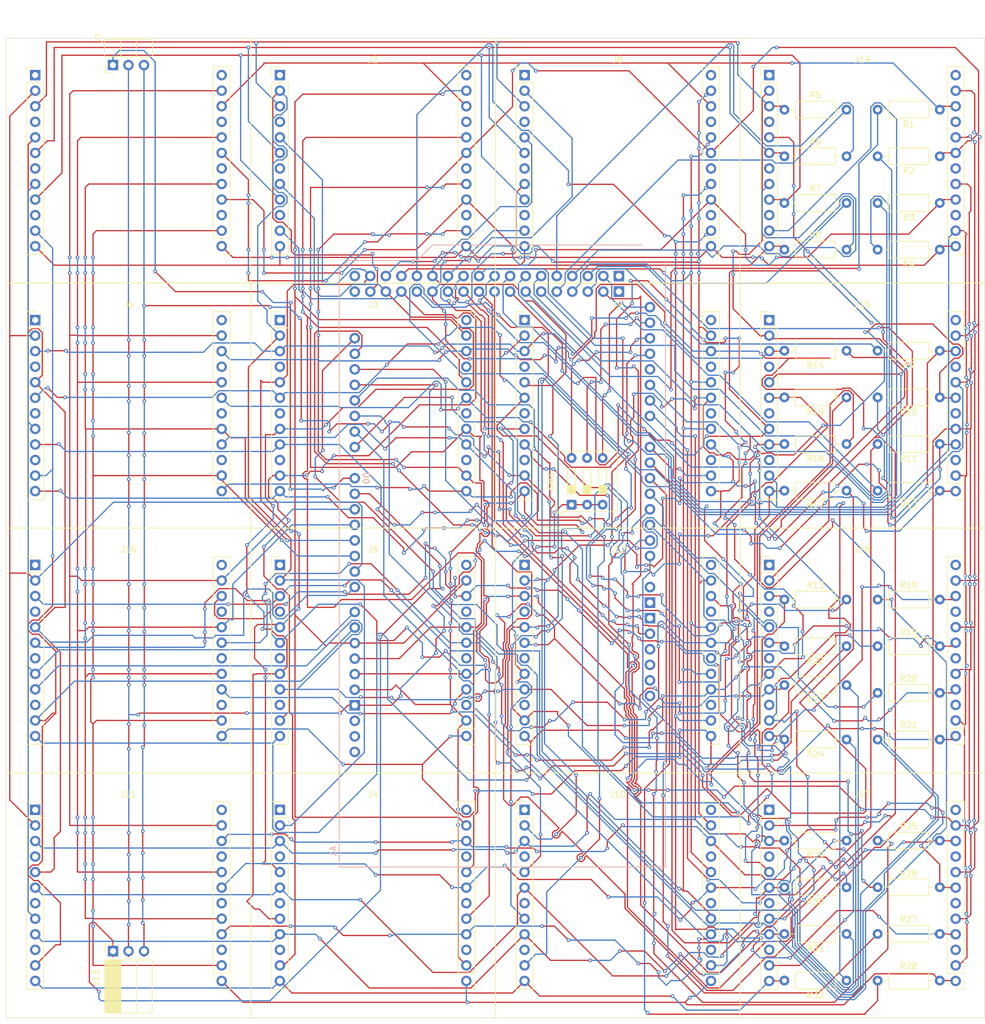
<source format=kicad_pcb>
(kicad_pcb (version 20241229) (generator "pcbnew") (generator_version "9.0")
  (layers (0 "F.Cu" signal) (2 "B.Cu" signal) (13 "F.Paste" user) (15 "B.Paste" user) (5 "F.SilkS" user "F.Silkscreen") (7 "B.SilkS" user "B.Silkscreen") (1 "F.Mask" user) (3 "B.Mask" user) (25 "Edge.Cuts" user))
  (net 0 "")
  (net 4 "Net-(A1-D0{slash}RX0)")
  (net 5 "Net-(A1-PadA3)")
  (net 9 "Net-(A1-PadA7)")
  (net 10 "Net-(A1-PadA10)")
  (net 11 "Net-(A1-PadA12)")
  (net 12 "Net-(J1-Pin_2)")
  (net 13 "Net-(J14-Pin_2)")
  (net 14 "Net-(A1-PadD43)")
  (net 17 "Net-(J2-Pin_2)")
  (net 18 "Net-(A1-D15{slash}RX3)")
  (net 19 "Net-(J14-Pin_20)")
  (net 20 "Net-(J1-Pin_14)")
  (net 21 "Net-(A1-PadA6)")
  (net 22 "Net-(A1-D20{slash}SDA)")
  (net 24 "Net-(A1-PadD44)")
  (net 25 "Net-(A1-PadA2)")
  (net 26 "Net-(A1-PadD49)")
  (net 27 "Net-(A1-PadA5)")
  (net 28 "Net-(J10-Pin_11)")
  (net 29 "Net-(J2-Pin_23)")
  (net 30 "Net-(J14-Pin_14)")
  (net 31 "Net-(J10-Pin_23)")
  (net 32 "Net-(A1-PadD47)")
  (net 35 "Net-(A1-D52_SCK)")
  (net 36 "Net-(J1-Pin_5)")
  (net 38 "Net-(J10-Pin_20)")
  (net 39 "Net-(A1-D2_INT0)")
  (net 40 "Net-(A1-PadA1)")
  (net 41 "Net-(J1-Pin_11)")
  (net 42 "Net-(A1-D16{slash}TX2)")
  (net 43 "Net-(A1-D51_MOSI)")
  (net 44 "Net-(J10-Pin_14)")
  (net 46 "Net-(J2-Pin_20)")
  (net 47 "Net-(J14-Pin_23)")
  (net 48 "Net-(J2-Pin_14)")
  (net 49 "Net-(J10-Pin_5)")
  (net 50 "Net-(A1-PadD48)")
  (net 51 "Net-(A1-D21{slash}SCL)")
  (net 52 "Net-(J2-Pin_5)")
  (net 53 "Net-(A1-D50_MISO)")
  (net 54 "Net-(A1-PadD42)")
  (net 55 "Net-(A1-PadA0)")
  (net 56 "Net-(A1-PadA8)")
  (net 58 "Net-(J14-Pin_5)")
  (net 59 "Net-(A1-PadD45)")
  (net 60 "Net-(J2-Pin_8)")
  (net 61 "Net-(A1-PadA4)")
  (net 62 "Net-(J10-Pin_2)")
  (net 63 "Net-(A1-PadA9)")
  (net 64 "Net-(A1-D1{slash}TX0)")
  (net 65 "Net-(J10-Pin_8)")
  (net 66 "Net-(A1-D3_INT1)")
  (net 67 "Net-(A1-D19{slash}RX1)")
  (net 68 "Net-(J1-Pin_17)")
  (net 69 "Net-(J14-Pin_11)")
  (net 70 "Net-(J10-Pin_17)")
  (net 71 "Net-(A1-D18{slash}TX1)")
  (net 72 "Net-(A1-D14{slash}TX3)")
  (net 73 "Net-(J2-Pin_17)")
  (net 74 "Net-(A1-D17{slash}RX2)")
  (net 75 "Net-(A1-PadA15)")
  (net 76 "Net-(A1-D53_CS)")
  (net 77 "Net-(J14-Pin_17)")
  (net 78 "Net-(A1-PadD46)")
  (net 79 "Net-(A1-PadA13)")
  (net 80 "Net-(J1-Pin_8)")
  (net 81 "Net-(J14-Pin_8)")
  (net 82 "Net-(A1-PadA14)")
  (net 83 "Net-(J1-Pin_13)")
  (net 84 "Net-(J1-Pin_19)")
  (net 87 "Net-(J1-Pin_16)")
  (net 90 "Net-(J1-Pin_22)")
  (net 93 "Net-(J1-Pin_6)")
  (net 95 "Net-(J1-Pin_3)")
  (net 97 "Net-(J1-Pin_9)")
  (net 98 "Net-(J1-Pin_12)")
  (net 108 "Net-(J15-Pin_13)")
  (net 109 "Net-(J15-Pin_6)")
  (net 110 "Net-(J15-Pin_19)")
  (net 115 "Net-(J15-Pin_22)")
  (net 116 "Net-(J15-Pin_3)")
  (net 118 "Net-(J15-Pin_12)")
  (net 120 "Net-(J15-Pin_9)")
  (net 121 "Net-(J15-Pin_16)")
  (net 123 "Net-(J10-Pin_6)")
  (net 125 "Net-(J10-Pin_19)")
  (net 126 "Net-(J10-Pin_3)")
  (net 127 "Net-(J10-Pin_12)")
  (net 130 "Net-(J10-Pin_22)")
  (net 132 "Net-(J10-Pin_13)")
  (net 134 "Net-(J10-Pin_16)")
  (net 137 "Net-(J10-Pin_9)")
  (net 139 "Net-(J12-Pin_6)")
  (net 141 "Net-(J12-Pin_9)")
  (net 142 "Net-(J12-Pin_3)")
  (net 144 "Net-(J12-Pin_19)")
  (net 145 "Net-(J12-Pin_16)")
  (net 150 "Net-(J12-Pin_13)")
  (net 153 "Net-(J12-Pin_12)")
  (net 154 "Net-(J12-Pin_22)")
  (net 243 "Net-(J2-Pin_11)")
  (net 244 "Net-(J13-Pin_3)")
  (net 245 "Net-(J13-Pin_2)")
  (footprint "Robrob:CSM-88181EG" (layer "F.Cu") (at 35 115)
    (property "Reference" "J16")
    (property "Value" "Conn_02x12_Socket")
  )
  (footprint "Resistor_THT:R_Axial_DIN0207_L6.3mm_D2.5mm_P10.16mm_Horizontal" (layer "F.Cu") (at 167.64 81.28 180)
    (property "Reference" "R11")
    (property "Value" "R")
  )
  (footprint "Resistor_THT:R_Axial_DIN0207_L6.3mm_D2.5mm_P10.16mm_Horizontal" (layer "F.Cu") (at 157.48 121.92)
    (property "Reference" "R20")
    (property "Value" "R")
  )
  (footprint "Resistor_THT:R_Axial_DIN0207_L6.3mm_D2.5mm_P10.16mm_Horizontal" (layer "F.Cu") (at 167.64 34.29 180)
    (property "Reference" "R2")
    (property "Value" "R")
  )
  (footprint "Robrob:CSM-88181EG" (layer "F.Cu") (at 75 75)
    (property "Reference" "J3")
    (property "Value" "Conn_02x12_Socket")
  )
  (footprint "Resistor_THT:R_Axial_DIN0207_L6.3mm_D2.5mm_P10.16mm_Horizontal" (layer "F.Cu") (at 152.4 161.29 180)
    (property "Reference" "R31")
    (property "Value" "R")
  )
  (footprint "Resistor_THT:R_Axial_DIN0207_L6.3mm_D2.5mm_P10.16mm_Horizontal" (layer "F.Cu") (at 167.64 88.9 180)
    (property "Reference" "R12")
    (property "Value" "R")
  )
  (footprint "Resistor_THT:R_Axial_DIN0207_L6.3mm_D2.5mm_P10.16mm_Horizontal" (layer "F.Cu") (at 167.64 26.67 180)
    (property "Reference" "R1")
    (property "Value" "R")
  )
  (footprint "Resistor_THT:R_Axial_DIN0207_L6.3mm_D2.5mm_P10.16mm_Horizontal" (layer "F.Cu") (at 152.4 120.65 180)
    (property "Reference" "R23")
    (property "Value" "R")
  )
  (footprint "Connector_PinSocket_2.54mm:PinSocket_1x03_P2.54mm_Horizontal" (layer "F.Cu") (at 32.475 164.1 90)
    (property "Reference" "J13")
    (property "Value" "Conn_01x03_Socket")
  )
  (footprint "Robrob:CSM-88181EG" (layer "F.Cu") (at 75 155)
    (property "Reference" "J4")
    (property "Value" "Conn_02x12_Socket")
  )
  (footprint "Resistor_THT:R_Axial_DIN0207_L6.3mm_D2.5mm_P10.16mm_Horizontal" (layer "F.Cu") (at 152.4 168.91 180)
    (property "Reference" "R32")
    (property "Value" "R")
  )
  (footprint "Robrob:CSM-88181EG" (layer "F.Cu") (at 35 35)
    (property "Reference" "J1" (hide yes))
    (property "Value" "Conn_02x12_Socket")
  )
  (footprint "Robrob:CSM-88181EG" (layer "F.Cu") (at 155 115)
    (property "Reference" "J18")
    (property "Value" "Conn_02x12_Socket")
  )
  (footprint "PCM_arduino-library:Arduino_Mega2560_R3_Shield" (layer "F.Cu") (at 122.8 150.36 90)
    (property "Reference" "A1")
    (property "Value" "Arduino_Mega2560_R3_Shield")
  )
  (footprint "Resistor_THT:R_Axial_DIN0207_L6.3mm_D2.5mm_P10.16mm_Horizontal" (layer "F.Cu") (at 167.64 73.66 180)
    (property "Reference" "R10")
    (property "Value" "R")
  )
  (footprint "Robrob:CSM-88181EG" (layer "F.Cu") (at 35 155)
    (property "Reference" "J11")
    (property "Value" "Conn_02x12_Socket")
  )
  (footprint "Resistor_THT:R_Axial_DIN0207_L6.3mm_D2.5mm_P10.16mm_Horizontal" (layer "F.Cu") (at 142.24 106.68)
    (property "Reference" "R13")
    (property "Value" "R")
  )
  (footprint "Robrob:CSM-88181EG" (layer "F.Cu") (at 35 75)
    (property "Reference" "J6")
    (property "Value" "Conn_02x12_Socket")
  )
  (footprint "Resistor_THT:R_Axial_DIN0207_L6.3mm_D2.5mm_P10.16mm_Horizontal" (layer "F.Cu") (at 157.48 146.05)
    (property "Reference" "R25")
    (property "Value" "R")
  )
  (footprint "Resistor_THT:R_Axial_DIN0207_L6.3mm_D2.5mm_P10.16mm_Horizontal" (layer "F.Cu") (at 152.4 73.66 180)
    (property "Reference" "R15")
    (property "Value" "R")
  )
  (footprint "Connector_PinHeader_2.54mm:PinHeader_1x03_P2.54mm_Horizontal" (layer "F.Cu") (at 32.46 19.385 90)
    (property "Reference" "J7")
    (property "Value" "Conn_01x03_Pin")
  )
  (footprint "Resistor_THT:R_Axial_DIN0207_L6.3mm_D2.5mm_P10.16mm_Horizontal" (layer "F.Cu") (at 142.24 34.29)
    (property "Reference" "R6")
    (property "Value" "R")
  )
  (footprint "Resistor_THT:R_Axial_DIN0207_L6.3mm_D2.5mm_P10.16mm_Horizontal" (layer "F.Cu") (at 167.64 66.04 180)
    (property "Reference" "R9")
    (property "Value" "R")
  )
  (footprint "Robrob:CSM-88181EG" (layer "F.Cu") (at 155 155)
    (property "Reference" "J17")
    (property "Value" "Conn_02x12_Socket")
  )
  (footprint "Resistor_THT:R_Axial_DIN0207_L6.3mm_D2.5mm_P10.16mm_Horizontal" (layer "F.Cu") (at 142.24 26.67)
    (property "Reference" "R5")
    (property "Value" "R")
  )
  (footprint "Robrob:CSM-88181EG" (layer "F.Cu") (at 75 35)
    (property "Reference" "J2")
    (property "Value" "Conn_02x12_Socket")
  )
  (footprint "Resistor_THT:R_Axial_DIN0207_L6.3mm_D2.5mm_P10.16mm_Horizontal" (layer "F.Cu") (at 142.24 41.91)
    (property "Reference" "R7")
    (property "Value" "R")
  )
  (footprint "Resistor_THT:R_Axial_DIN0207_L6.3mm_D2.5mm_P10.16mm_Horizontal" (layer "F.Cu") (at 157.48 114.3)
    (property "Reference" "R19")
    (property "Value" "R")
  )
  (footprint "Robrob:CSM-88181EG" (layer "F.Cu") (at 115 115)
    (property "Reference" "J12")
    (property "Value" "Conn_02x12_Socket")
  )
  (footprint "Resistor_THT:R_Axial_DIN0207_L6.3mm_D2.5mm_P10.16mm_Horizontal" (layer "F.Cu") (at 157.48 129.54)
    (property "Reference" "R21")
    (property "Value" "R")
  )
  (footprint "Resistor_THT:R_Axial_DIN0207_L6.3mm_D2.5mm_P10.16mm_Horizontal" (layer "F.Cu") (at 167.64 49.53 180)
    (property "Reference" "R4")
    (property "Value" "R")
  )
  (footprint "Resistor_THT:R_Axial_DIN0207_L6.3mm_D2.5mm_P10.16mm_Horizontal" (layer "F.Cu") (at 152.4 146.05 180)
    (property "Reference" "R29")
    (property "Value" "R")
  )
  (footprint "Robrob:CSM-88181EG" (layer "F.Cu") (at 155 35)
    (property "Reference" "J14")
    (property "Value" "Conn_02x12_Socket")
  )
  (footprint "Resistor_THT:R_Axial_DIN0207_L6.3mm_D2.5mm_P10.16mm_Horizontal" (layer "F.Cu") (at 157.48 106.68)
    (property "Reference" "R18")
    (property "Value" "R")
  )
  (footprint "Resistor_THT:R_Axial_DIN0207_L6.3mm_D2.5mm_P10.16mm_Horizontal" (layer "F.Cu") (at 167.64 41.91 180)
    (property "Reference" "R3")
    (property "Value" "R")
  )
  (footprint "Resistor_THT:R_Axial_DIN0207_L6.3mm_D2.5mm_P10.16mm_Horizontal" (layer "F.Cu") (at 152.4 129.54 180)
    (property "Reference" "R24")
    (property "Value" "R")
  )
  (footprint "Robrob:CSM-88181EG" (layer "F.Cu") (at 115 75)
    (property "Reference" "J9")
    (property "Value" "Conn_02x12_Socket")
  )
  (footprint "Resistor_THT:R_Axial_DIN0207_L6.3mm_D2.5mm_P10.16mm_Horizontal" (layer "F.Cu") (at 157.48 168.91)
    (property "Reference" "R28")
    (property "Value" "R")
  )
  (footprint "Robrob:CSM-88181EG" (layer "F.Cu") (at 155 75)
    (property "Reference" "J15")
    (property "Value" "Conn_02x12_Socket")
  )
  (footprint "Resistor_THT:R_Axial_DIN0207_L6.3mm_D2.5mm_P10.16mm_Horizontal" (layer "F.Cu") (at 152.4 66.04 180)
    (property "Reference" "R14")
    (property "Value" "R")
  )
  (footprint "Robrob:CSM-88181EG" (layer "F.Cu") (at 115 155)
    (property "Reference" "J10")
    (property "Value" "Conn_02x12_Socket")
  )
  (footprint "Resistor_THT:R_Axial_DIN0207_L6.3mm_D2.5mm_P10.16mm_Horizontal" (layer "F.Cu") (at 142.24 49.53)
    (property "Reference" "R8")
    (property "Value" "R")
  )
  (footprint "Robrob:CSM-88181EG" (layer "F.Cu") (at 115 35)
    (property "Reference" "J8")
    (property "Value" "Conn_02x12_Socket")
  )
  (footprint "Resistor_THT:R_Axial_DIN0207_L6.3mm_D2.5mm_P10.16mm_Horizontal" (layer "F.Cu") (at 157.48 153.67)
    (property "Reference" "R26")
    (property "Value" "R")
  )
  (footprint "Resistor_THT:R_Axial_DIN0207_L6.3mm_D2.5mm_P10.16mm_Horizontal" (layer "F.Cu") (at 152.4 114.3 180)
    (property "Reference" "R22")
    (property "Value" "R")
  )
  (footprint "Button_Switch_THT:SW_DIP_SPSTx03_Slide_9.78x9.8mm_W7.62mm_P2.54mm" (layer "F.Cu") (at 107.442 91.186 90)
    (property "Reference" "SW1")
    (property "Value" "SW_DIP_x03")
  )
  (footprint "Resistor_THT:R_Axial_DIN0207_L6.3mm_D2.5mm_P10.16mm_Horizontal" (layer "F.Cu") (at 152.4 81.28 180)
    (property "Reference" "R16")
    (property "Value" "R")
  )
  (footprint "Resistor_THT:R_Axial_DIN0207_L6.3mm_D2.5mm_P10.16mm_Horizontal" (layer "F.Cu") (at 152.4 153.67 180)
    (property "Reference" "R30")
    (property "Value" "R")
  )
  (footprint "Resistor_THT:R_Axial_DIN0207_L6.3mm_D2.5mm_P10.16mm_Horizontal" (layer "F.Cu") (at 157.48 161.29)
    (property "Reference" "R27")
    (property "Value" "R")
  )
  (footprint "Resistor_THT:R_Axial_DIN0207_L6.3mm_D2.5mm_P10.16mm_Horizontal" (layer "F.Cu") (at 152.4 88.9 180)
    (property "Reference" "R17")
    (property "Value" "R")
  )
  (footprint "Robrob:CSM-88181EG" (layer "F.Cu") (at 75 115)
    (property "Reference" "J5")
    (property "Value" "Conn_02x12_Socket")
  )
  (gr_rect (start 15 15) (end 175 175) (stroke (width 0.05)) (fill no) (layer "Edge.Cuts"))
  (segment (start 61.468 58.258) (end 61.56 58.166) (width 0.2) (layer "F.Cu") (net 4))
  (segment (start 42.672 56.388) (end 39.37 53.086) (width 0.2) (layer "F.Cu") (net 4))
  (segment (start 72 86.86) (end 70.139 86.86) (width 0.2) (layer "F.Cu") (net 4))
  (segment (start 61.468 88.646) (end 61.468 58.258) (width 0.2) (layer "F.Cu") (net 4))
  (segment (start 70.139 86.86) (end 68.58 88.419) (width 0.2) (layer "F.Cu") (net 4))
  (segment (start 56.896 56.388) (end 42.672 56.388) (width 0.2) (layer "F.Cu") (net 4))
  (via (at 61.56 58.166) (size 0.6) (drill 0.3) (layers "F.Cu" "B.Cu") (net 4))
  (via (at 61.468 88.646) (size 0.6) (drill 0.3) (layers "F.Cu" "B.Cu") (net 4))
  (via (at 39.37 53.086) (size 0.6) (drill 0.3) (layers "F.Cu" "B.Cu") (net 4))
  (via (at 68.58 88.419) (size 0.6) (drill 0.3) (layers "F.Cu" "B.Cu") (net 4))
  (via (at 56.896 56.388) (size 0.6) (drill 0.3) (layers "F.Cu" "B.Cu") (net 4))
  (segment (start 67.283 88.419) (end 66.802 88.9) (width 0.2) (layer "B.Cu") (net 4))
  (segment (start 37.5 17) (end 33.5 17) (width 0.2) (layer "B.Cu") (net 4))
  (segment (start 66.548 88.646) (end 61.468 88.646) (width 0.2) (layer "B.Cu") (net 4))
  (segment (start 61.56 58.166) (end 58.674 58.166) (width 0.2) (layer "B.Cu") (net 4))
  (segment (start 68.58 88.419) (end 67.283 88.419) (width 0.2) (layer "B.Cu") (net 4))
  (segment (start 66.802 88.9) (end 66.548 88.646) (width 0.2) (layer "B.Cu") (net 4))
  (segment (start 58.674 58.166) (end 56.896 56.388) (width 0.2) (layer "B.Cu") (net 4))
  (segment (start 32.46 18.04) (end 32.46 19.385) (width 0.2) (layer "B.Cu") (net 4))
  (segment (start 33.5 17) (end 32.46 18.04) (width 0.2) (layer "B.Cu") (net 4))
  (segment (start 39.37 53.086) (end 39.37 18.87) (width 0.2) (layer "B.Cu") (net 4))
  (segment (start 39.37 18.87) (end 37.5 17) (width 0.2) (layer "B.Cu") (net 4))
  (segment (start 114.3 99.822) (end 114.554 99.568) (width 0.2) (layer "F.Cu") (net 5))
  (segment (start 159.766 146.558) (end 159.766 146.598) (width 0.2) (layer "F.Cu") (net 5))
  (segment (start 121.281997 133.100057) (end 121.281997 134.786764) (width 0.2) (layer "F.Cu") (net 5))
  (segment (start 114.046 99.822) (end 114.3 99.822) (width 0.2) (layer "F.Cu") (net 5))
  (segment (start 114.554 99.568) (end 114.554 99.314) (width 0.2) (layer "F.Cu") (net 5))
  (segment (start 128.857777 172.466) (end 150.40105 172.466) (width 0.2) (layer "F.Cu") (net 5))
  (segment (start 120.873103 138.41916) (end 120.873103 157.833106) (width 0.2) (layer "F.Cu") (net 5))
  (segment (start 120.873103 157.833106) (end 121.027997 157.988) (width 0.2) (layer "F.Cu") (net 5))
  (segment (start 116.078 95.758) (end 115.824 96.012) (width 0.2) (layer "F.Cu") (net 5))
  (segment (start 120.904 164.512223) (end 128.857777 172.466) (width 0.2) (layer "F.Cu") (net 5))
  (segment (start 114.554 99.314) (end 115.062 98.806) (width 0.2) (layer "F.Cu") (net 5))
  (segment (start 150.40105 172.466) (end 159.151 163.71605) (width 0.2) (layer "F.Cu") (net 5))
  (segment (start 120.904 162.814) (end 120.904 164.512223) (width 0.2) (layer "F.Cu") (net 5))
  (segment (start 121.412 129.286) (end 121.412 132.970054) (width 0.2) (layer "F.Cu") (net 5))
  (segment (start 113.538 110.744) (end 113.538 101.092) (width 0.2) (layer "F.Cu") (net 5))
  (segment (start 114.046 100.584) (end 114.046 99.822) (width 0.2) (layer "F.Cu") (net 5))
  (segment (start 159.766 146.598) (end 159.151 147.213) (width 0.2) (layer "F.Cu") (net 5))
  (segment (start 159.151 163.71605) (end 159.151 147.213) (width 0.2) (layer "F.Cu") (net 5))
  (segment (start 116.84 114.046) (end 113.538 110.744) (width 0.2) (layer "F.Cu") (net 5))
  (segment (start 113.538 101.092) (end 114.046 100.584) (width 0.2) (layer "F.Cu") (net 5))
  (segment (start 121.412 132.970054) (end 121.281997 133.100057) (width 0.2) (layer "F.Cu") (net 5))
  (segment (start 117.348 95.758) (end 116.078 95.758) (width 0.2) (layer "F.Cu") (net 5))
  (via (at 120.873103 138.41916) (size 0.6) (drill 0.3) (layers "F.Cu" "B.Cu") (net 5))
  (via (at 121.027997 157.988) (size 0.6) (drill 0.3) (layers "F.Cu" "B.Cu") (net 5))
  (via (at 159.766 146.558) (size 0.6) (drill 0.3) (layers "F.Cu" "B.Cu") (net 5))
  (via (at 115.062 98.806) (size 0.6) (drill 0.3) (layers "F.Cu" "B.Cu") (net 5))
  (via (at 120.904 162.814) (size 0.6) (drill 0.3) (layers "F.Cu" "B.Cu") (net 5))
  (via (at 117.348 95.758) (size 0.6) (drill 0.3) (layers "F.Cu" "B.Cu") (net 5))
  (via (at 116.84 114.046) (size 0.6) (drill 0.3) (layers "F.Cu" "B.Cu") (net 5))
  (via (at 121.412 129.286) (size 0.6) (drill 0.3) (layers "F.Cu" "B.Cu") (net 5))
  (via (at 121.281997 134.786764) (size 0.6) (drill 0.3) (layers "F.Cu" "B.Cu") (net 5))
  (via (at 115.824 96.012) (size 0.6) (drill 0.3) (layers "F.Cu" "B.Cu") (net 5))
  (segment (start 116.84 121.412) (end 121.412 125.984) (width 0.2) (layer "B.Cu") (net 5))
  (segment (start 121.281997 138.010266) (end 120.873103 138.41916) (width 0.2) (layer "B.Cu") (net 5))
  (segment (start 157.48 146.05) (end 159.258 146.05) (width 0.2) (layer "B.Cu") (net 5))
  (segment (start 120.26 91.94) (end 117.348 94.852) (width 0.2) (layer "B.Cu") (net 5))
  (segment (start 115.824 97.282) (end 115.59955 97.50645) (width 0.2) (layer "B.Cu") (net 5))
  (segment (start 121.281997 134.786764) (end 121.281997 138.010266) (width 0.2) (layer "B.Cu") (net 5))
  (segment (start 115.59955 97.50645) (end 115.062 98.044) (width 0.2) (layer "B.Cu") (net 5))
  (segment (start 115.062 98.044) (end 115.062 98.806) (width 0.2) (layer "B.Cu") (net 5))
  (segment (start 116.84 114.046) (end 116.84 121.412) (width 0.2) (layer "B.Cu") (net 5))
  (segment (start 117.348 94.852) (end 117.348 95.758) (width 0.2) (layer "B.Cu") (net 5))
  (segment (start 121.027997 157.988) (end 120.904 158.111997) (width 0.2) (layer "B.Cu") (net 5))
  (segment (start 159.258 146.05) (end 159.766 146.558) (width 0.2) (layer "B.Cu") (net 5))
  (segment (start 121.412 125.984) (end 121.412 129.286) (width 0.2) (layer "B.Cu") (net 5))
  (segment (start 115.824 96.012) (end 115.824 97.282) (width 0.2) (layer "B.Cu") (net 5))
  (segment (start 120.904 158.111997) (end 120.904 162.814) (width 0.2) (layer "B.Cu") (net 5))
  (segment (start 150.368 146.05) (end 152.4 146.05) (width 0.2) (layer "F.Cu") (net 9))
  (segment (start 138.069 157.841) (end 138.489 157.421) (width 0.2) (layer "F.Cu") (net 9))
  (segment (start 138.015 157.9871) (end 138.069 157.9331) (width 0.2) (layer "F.Cu") (net 9))
  (segment (start 138.069 157.9331) (end 138.069 157.841) (width 0.2) (layer "F.Cu") (net 9))
  (segment (start 141.791 157.421) (end 143.51 155.702) (width 0.2) (layer "F.Cu") (net 9))
  (segment (start 133.171 162.739) (end 137.288 158.622) (width 0.2) (layer "F.Cu") (net 9))
  (segment (start 125.909 162.739) (end 133.171 162.739) (width 0.2) (layer "F.Cu") (net 9))
  (segment (start 138.489 157.421) (end 141.791 157.421) (width 0.2) (layer "F.Cu") (net 9))
  (segment (start 137.662943 158.622) (end 138.015 158.269943) (width 0.2) (layer "F.Cu") (net 9))
  (segment (start 137.288 158.622) (end 137.662943 158.622) (width 0.2) (layer "F.Cu") (net 9))
  (segment (start 120.26 81.78) (end 123.859 85.379) (width 0.2) (layer "F.Cu") (net 9))
  (segment (start 123.859 160.689) (end 125.909 162.739) (width 0.2) (layer "F.Cu") (net 9))
  (segment (start 138.015 158.269943) (end 138.015 157.9871) (width 0.2) (layer "F.Cu") (net 9))
  (segment (start 123.859 85.379) (end 123.859 160.689) (width 0.2) (layer "F.Cu") (net 9))
  (via (at 150.368 146.05) (size 0.6) (drill 0.3) (layers "F.Cu" "B.Cu") (net 9))
  (via (at 143.51 155.702) (size 0.6) (drill 0.3) (layers "F.Cu" "B.Cu") (net 9))
  (segment (start 143.51 152.908) (end 150.368 146.05) (width 0.2) (layer "B.Cu") (net 9))
  (segment (start 143.51 155.702) (end 143.51 152.908) (width 0.2) (layer "B.Cu") (net 9))
  (segment (start 138.176 84.328) (end 138.176 85.641) (width 0.2) (layer "F.Cu") (net 10))
  (segment (start 138.176 90.424) (end 138.176 93.408) (width 0.2) (layer "F.Cu") (net 10))
  (via (at 138.176 90.424) (size 0.6) (drill 0.3) (layers "F.Cu" "B.Cu") (net 10))
  (via (at 138.176 84.328) (size 0.6) (drill 0.3) (layers "F.Cu" "B.Cu") (net 10))
  (via (at 138.176 85.641) (size 0.6) (drill 0.3) (layers "F.Cu" "B.Cu") (net 10))
  (via (at 138.176 93.408) (size 0.6) (drill 0.3) (layers "F.Cu" "B.Cu") (net 10))
  (segment (start 151.299 106.531) (end 151.299 167.809) (width 0.2) (layer "B.Cu") (net 10))
  (segment (start 134.64 81.3) (end 135.122943 81.3) (width 0.2) (layer "B.Cu") (net 10))
  (segment (start 120.26 71.62) (end 126.299 77.659) (width 0.2) (layer "B.Cu") (net 10))
  (segment (start 126.299 77.659) (end 130.999 77.659) (width 0.2) (layer "B.Cu") (net 10))
  (segment (start 137.391529 82.781529) (end 137.321 82.852057) (width 0.2) (layer "B.Cu") (net 10))
  (segment (start 136.262057 81.652057) (end 137.391529 82.781529) (width 0.2) (layer "B.Cu") (net 10))
  (segment (start 151.299 167.809) (end 152.4 168.91) (width 0.2) (layer "B.Cu") (net 10))
  (segment (start 135.122943 81.3) (end 135.475 81.652057) (width 0.2) (layer "B.Cu") (net 10))
  (segment (start 137.321 83.349943) (end 137.673057 83.702) (width 0.2) (layer "B.Cu") (net 10))
  (segment (start 135.475 81.652057) (end 136.262057 81.652057) (width 0.2) (layer "B.Cu") (net 10))
  (segment (start 138.170943 83.702) (end 138.176 83.696943) (width 0.2) (layer "B.Cu") (net 10))
  (segment (start 138.176 85.641) (end 138.176 90.424) (width 0.2) (layer "B.Cu") (net 10))
  (segment (start 137.673057 83.702) (end 138.170943 83.702) (width 0.2) (layer "B.Cu") (net 10))
  (segment (start 138.176 93.408) (end 151.299 106.531) (width 0.2) (layer "B.Cu") (net 10))
  (segment (start 137.321 82.852057) (end 137.321 83.349943) (width 0.2) (layer "B.Cu") (net 10))
  (segment (start 130.999 77.659) (end 134.64 81.3) (width 0.2) (layer "B.Cu") (net 10))
  (segment (start 138.176 83.696943) (end 138.176 84.328) (width 0.2) (layer "B.Cu") (net 10))
  (segment (start 114.808 94.996) (end 114.808 95.16683) (width 0.2) (layer "F.Cu") (net 11))
  (segment (start 112.268 102.87) (end 112.522 103.124) (width 0.2) (layer "F.Cu") (net 11))
  (segment (start 117.856 83.82) (end 117.856 91.948) (width 0.2) (layer "F.Cu") (net 11))
  (segment (start 118.364 106.172) (end 118.618 105.918) (width 0.2) (layer "F.Cu") (net 11))
  (segment (start 118.618 105.918) (end 122.174 105.918) (width 0.2) (layer "F.Cu") (net 11))
  (segment (start 150.114 108.458) (end 150.622 108.458) (width 0.2) (layer "F.Cu") (net 11))
  (segment (start 116.586 105.41) (end 116.586 106.172) (width 0.2) (layer "F.Cu") (net 11))
  (segment (start 136.144 108.204) (end 136.906 107.442) (width 0.2) (layer "F.Cu") (net 11))
  (segment (start 117.856 91.948) (end 114.808 94.996) (width 0.2) (layer "F.Cu") (net 11))
  (segment (start 132.08 110.49) (end 133.35 110.49) (width 0.2) (layer "F.Cu") (net 11))
  (segment (start 150.622 108.458) (end 152.4 106.68) (width 0.2) (layer "F.Cu") (net 11))
  (segment (start 131.826 110.744) (end 132.08 110.49) (width 0.2) (layer "F.Cu") (net 11))
  (segment (start 116.494 68.164) (end 116.494 79.502) (width 0.2) (layer "F.Cu") (net 11))
  (segment (start 114.808 95.16683) (end 114.762704 95.212126) (width 0.2) (layer "F.Cu") (net 11))
  (segment (start 133.604 110.236) (end 134.366 110.236) (width 0.2) (layer "F.Cu") (net 11))
  (segment (start 110.49 102.87) (end 112.268 102.87) (width 0.2) (layer "F.Cu") (net 11))
  (segment (start 117.856 66.802) (end 116.494 68.164) (width 0.2) (layer "F.Cu") (net 11))
  (segment (start 114.554 103.378) (end 116.586 105.41) (width 0.2) (layer "F.Cu") (net 11))
  (segment (start 133.35 110.49) (end 133.604 110.236) (width 0.2) (layer "F.Cu") (net 11))
  (segment (start 136.144 109.474) (end 136.144 108.204) (width 0.2) (layer "F.Cu") (net 11))
  (via (at 136.906 107.442) (size 0.6) (drill 0.3) (layers "F.Cu" "B.Cu") (net 11))
  (via (at 136.144 109.474) (size 0.6) (drill 0.3) (layers "F.Cu" "B.Cu") (net 11))
  (via (at 114.762704 95.212126) (size 0.6) (drill 0.3) (layers "F.Cu" "B.Cu") (net 11))
  (via (at 118.364 106.172) (size 0.6) (drill 0.3) (layers "F.Cu" "B.Cu") (net 11))
  (via (at 117.856 83.82) (size 0.6) (drill 0.3) (layers "F.Cu" "B.Cu") (net 11))
  (via (at 116.586 106.172) (size 0.6) (drill 0.3) (layers "F.Cu" "B.Cu") (net 11))
  (via (at 112.522 103.124) (size 0.6) (drill 0.3) (layers "F.Cu" "B.Cu") (net 11))
  (via (at 122.174 105.918) (size 0.6) (drill 0.3) (layers "F.Cu" "B.Cu") (net 11))
  (via (at 110.49 102.87) (size 0.6) (drill 0.3) (layers "F.Cu" "B.Cu") (net 11))
  (via (at 114.554 103.378) (size 0.6) (drill 0.3) (layers "F.Cu" "B.Cu") (net 11))
  (via (at 150.114 108.458) (size 0.6) (drill 0.3) (layers "F.Cu" "B.Cu") (net 11))
  (via (at 117.856 66.802) (size 0.6) (drill 0.3) (layers "F.Cu" "B.Cu") (net 11))
  (via (at 134.366 110.236) (size 0.6) (drill 0.3) (layers "F.Cu" "B.Cu") (net 11))
  (via (at 131.826 110.744) (size 0.6) (drill 0.3) (layers "F.Cu" "B.Cu") (net 11))
  (via (at 116.494 79.502) (size 0.6) (drill 0.3) (layers "F.Cu" "B.Cu") (net 11))
  (segment (start 141.44495 107.442) (end 142.46095 108.458) (width 0.2) (layer "B.Cu") (net 11))
  (segment (start 119.998 66.802) (end 117.856 66.802) (width 0.2) (layer "B.Cu") (net 11))
  (segment (start 112.522 103.124) (end 112.776 103.378) (width 0.2) (layer "B.Cu") (net 11))
  (segment (start 131.391 111.66676) (end 130.71676 112.341) (width 0.2) (layer "B.Cu") (net 11))
  (segment (start 142.46095 108.458) (end 150.114 108.458) (width 0.2) (layer "B.Cu") (net 11))
  (segment (start 130.71676 112.341) (end 130.229 112.341) (width 0.2) (layer "B.Cu") (net 11))
  (segment (start 130.229 112.341) (end 129.991 112.579) (width 0.2) (layer "B.Cu") (net 11))
  (segment (start 116.494 79.848) (end 116.078 80.264) (width 0.2) (layer "B.Cu") (net 11))
  (segment (start 136.906 107.442) (end 141.44495 107.442) (width 0.2) (layer "B.Cu") (net 11))
  (segment (start 116.078 81.28) (end 117.856 83.058) (width 0.2) (layer "B.Cu") (net 11))
  (segment (start 129.991 112.579) (end 127.46124 112.579) (width 0.2) (layer "B.Cu") (net 11))
  (segment (start 116.494 79.502) (end 116.494 79.848) (width 0.2) (layer "B.Cu") (net 11))
  (segment (start 134.366 110.236) (end 135.382 110.236) (width 0.2) (layer "B.Cu") (net 11))
  (segment (start 120.26 66.54) (end 119.998 66.802) (width 0.2) (layer "B.Cu") (net 11))
  (segment (start 110.49 97.864057) (end 110.49 102.87) (width 0.2) (layer "B.Cu") (net 11))
  (segment (start 122.174 107.29176) (end 122.174 105.918) (width 0.2) (layer "B.Cu") (net 11))
  (segment (start 112.175 96.179057) (end 110.49 97.864057) (width 0.2) (layer "B.Cu") (net 11))
  (segment (start 114.762704 95.212126) (end 113.141931 95.212126) (width 0.2) (layer "B.Cu") (net 11))
  (segment (start 112.776 103.378) (end 114.554 103.378) (width 0.2) (layer "B.Cu") (net 11))
  (segment (start 135.382 110.236) (end 136.144 109.474) (width 0.2) (layer "B.Cu") (net 11))
  (segment (start 127.46124 112.579) (end 122.174 107.29176) (width 0.2) (layer "B.Cu") (net 11))
  (segment (start 131.826 110.744) (end 131.391 111.179) (width 0.2) (layer "B.Cu") (net 11))
  (segment (start 116.586 106.172) (end 118.364 106.172) (width 0.2) (layer "B.Cu") (net 11))
  (segment (start 117.856 83.058) (end 117.856 83.82) (width 0.2) (layer "B.Cu") (net 11))
  (segment (start 131.391 111.179) (end 131.391 111.66676) (width 0.2) (layer "B.Cu") (net 11))
  (segment (start 113.141931 95.212126) (end 112.175 96.179057) (width 0.2) (layer "B.Cu") (net 11))
  (segment (start 116.078 80.264) (end 116.078 81.28) (width 0.2) (layer "B.Cu") (net 11))
  (segment (start 15.601 27.729) (end 15.601 63.754) (width 0.2) (layer "F.Cu") (net 12))
  (segment (start 19.76 23.57) (end 15.601 27.729) (width 0.2) (layer "F.Cu") (net 12))
  (segment (start 15.601 63.754) (end 15.601 102.362) (width 0.2) (layer "F.Cu") (net 12))
  (segment (start 15.601 102.362) (end 15.601 139.411) (width 0.2) (layer "F.Cu") (net 12))
  (segment (start 15.601 63.754) (end 15.748 63.607) (width 0.2) (layer "F.Cu") (net 12))
  (segment (start 18.552 102.362) (end 19.76 103.57) (width 0.2) (layer "F.Cu") (net 12))
  (segment (start 15.748 63.607) (end 15.785 63.57) (width 0.2) (layer "F.Cu") (net 12))
  (segment (start 15.785 63.57) (end 19.76 63.57) (width 0.2) (layer "F.Cu") (net 12))
  (segment (start 15.601 102.362) (end 18.552 102.362) (width 0.2) (layer "F.Cu") (net 12))
  (segment (start 15.601 139.411) (end 19.76 143.57) (width 0.2) (layer "F.Cu") (net 12))
  (segment (start 72.482394 90.7754) (end 32.5546 90.7754) (width 0.2) (layer "B.Cu") (net 12))
  (segment (start 32.5546 90.7754) (end 19.76 103.57) (width 0.2) (layer "B.Cu") (net 12))
  (segment (start 73.1646 100.9354) (end 73.1646 91.457606) (width 0.2) (layer "B.Cu") (net 12))
  (segment (start 73.1646 91.457606) (end 72.482394 90.7754) (width 0.2) (layer "B.Cu") (net 12))
  (segment (start 72 102.1) (end 73.1646 100.9354) (width 0.2) (layer "B.Cu") (net 12))
  (segment (start 117.143 137.7611) (end 116.586 137.2041) (width 0.2) (layer "F.Cu") (net 13))
  (segment (start 94.86 93.828) (end 116.586 115.554) (width 0.2) (layer "F.Cu") (net 13))
  (segment (start 116.733 120.7708) (end 116.88 120.9178) (width 0.2) (layer "F.Cu") (net 13))
  (segment (start 117.723943 118.076) (end 117.4411 118.076) (width 0.2) (layer "F.Cu") (net 13))
  (segment (start 116.88 120.9178) (end 116.88 122.2907) (width 0.2) (layer "F.Cu") (net 13))
  (segment (start 94.86 56.38) (end 94.86 93.828) (width 0.2) (layer "F.Cu") (net 13))
  (segment (start 129.76324 170.121) (end 131.66324 170.121) (width 0.2) (layer "F.Cu") (net 13))
  (segment (start 160.367 82.60995) (end 157.93605 80.179) (width 0.2) (layer "F.Cu") (net 13))
  (segment (start 133.858 59.182) (end 137.414 62.738) (width 0.2) (layer "F.Cu") (net 13))
  (segment (start 117.143 138.043943) (end 117.143 137.7611) (width 0.2) (layer "F.Cu") (net 13))
  (segment (start 116.733 118.7841) (end 116.733 120.7708) (width 0.2) (layer "F.Cu") (net 13))
  (segment (start 154.88 143.57) (end 155.448 143.002) (width 0.2) (layer "F.Cu") (net 13))
  (segment (start 143.341 161.74605) (end 143.341 158.63195) (width 0.2) (layer "F.Cu") (net 13))
  (segment (start 157.734 64.0671) (end 140.2571 64.0671) (width 0.2) (layer "F.Cu") (net 13))
  (segment (start 116.874 117.226057) (end 117.226057 116.874) (width 0.2) (layer "F.Cu") (net 13))
  (segment (start 116.586 156.94376) (end 129.76324 170.121) (width 0.2) (layer "F.Cu") (net 13))
  (segment (start 134.874 50.292) (end 134.366 49.784) (width 0.2) (layer "F.Cu") (net 13))
  (segment (start 137.414 62.738) (end 138.43 63.754) (width 0.2) (layer "F.Cu") (net 13))
  (segment (start 117.588 136.0222) (end 117.588 136.305043) (width 0.2) (layer "F.Cu") (net 13))
  (segment (start 159.60945 65.94255) (end 157.734 64.0671) (width 0.2) (layer "F.Cu") (net 13))
  (segment (start 158.75 141.986) (end 159.512 141.986) (width 0.2) (layer "F.Cu") (net 13))
  (segment (start 117.281 123.6883) (end 116.88 124.0893) (width 0.2) (layer "F.Cu") (net 13))
  (segment (start 118.076 117.226057) (end 118.076 117.723943) (width 0.2) (layer "F.Cu") (net 13))
  (segment (start 117.735 125.9988) (end 117.735 135.8752) (width 0.2) (layer "F.Cu") (net 13))
  (segment (start 142.58605 162.501) (end 143.341 161.74605) (width 0.2) (layer "F.Cu") (net 13))
  (segment (start 140.2571 64.0671) (end 139.76 63.57) (width 0.2) (layer "F.Cu") (net 13))
  (segment (start 117.992943 137.194) (end 118.345 137.546057) (width 0.2) (layer "F.Cu") (net 13))
  (segment (start 160.367 141.60595) (end 160.367 82.60995) (width 0.2) (layer "F.Cu") (net 13))
  (segment (start 118.076 117.723943) (end 117.723943 118.076) (width 0.2) (layer "F.Cu") (net 13))
  (segment (start 159.512 141.986) (end 159.749475 142.223475) (width 0.2) (layer "F.Cu") (net 13))
  (segment (start 116.586 117.7969) (end 116.874 117.5089) (width 0.2) (layer "F.Cu") (net 13))
  (segment (start 117.204572 136.688472) (end 117.7101 137.194) (width 0.2) (layer "F.Cu") (net 13))
  (segment (start 118.345 138.043943) (end 117.992943 138.396) (width 0.2) (layer "F.Cu") (net 13))
  (segment (start 162.292 74.91095) (end 162.292 69.29495) (width 0.2) (layer "F.Cu") (net 13))
  (segment (start 138.609 24.721) (end 138.609 48.081) (width 0.2) (layer "F.Cu") (net 13))
  (segment (start 138.614 63.57) (end 139.76 63.57) (width 0.2) (layer "F.Cu") (net 13))
  (segment (start 159.60945 66.6124) (end 159.60945 65.94255) (width 0.2) (layer "F.Cu") (net 13))
  (segment (start 118.345 137.546057) (end 118.345 138.043943) (width 0.2) (layer "F.Cu") (net 13))
  (segment (start 117.524265 125.700122) (end 117.524265 125.788065) (width 0.2) (layer "F.Cu") (net 13))
  (segment (start 139.28324 162.501) (end 142.58605 162.501) (width 0.2) (layer "F.Cu") (net 13))
  (segment (start 117.134 124.6358) (end 117.134 125.309857) (width 0.2) (layer "F.Cu") (net 13))
  (segment (start 116.586 137.2041) (end 116.586 156.94376) (width 0.2) (layer "F.Cu") (net 13))
  (segment (start 117.281 122.6917) (end 117.281 123.6883) (width 0.2) (layer "F.Cu") (net 13))
  (segment (start 149.513 93.817) (end 139.76 103.57) (width 0.2) (layer "F.Cu") (net 13))
  (segment (start 116.88 124.0893) (end 116.88 124.3818) (width 0.2) (layer "F.Cu") (net 13))
  (segment (start 138.609 48.081) (end 136.398 50.292) (width 0.2) (layer "F.Cu") (net 13))
  (segment (start 117.588 136.305043) (end 117.204572 136.688472) (width 0.2) (layer "F.Cu") (net 13))
  (segment (start 139.76 143.57) (end 154.88 143.57) (width 0.2) (layer "F.Cu") (net 13))
  (segment (start 117.226057 116.874) (end 117.723943 116.874) (width 0.2) (layer "F.Cu") (net 13))
  (segment (start 117.495057 138.396) (end 117.143 138.043943) (width 0.2) (layer "F.Cu") (net 13))
  (segment (start 138.43 63.754) (end 138.614 63.57) (width 0.2) (layer "F.Cu") (net 13))
  (segment (start 157.02395 80.179) (end 162.292 74.91095) (width 0.2) (layer "F.Cu") (net 13))
  (segment (start 117.524265 125.788065) (end 117.735 125.9988) (width 0.2) (layer "F.Cu") (net 13))
  (segment (start 117.134 125.309857) (end 117.524265 125.700122) (width 0.2) (layer "F.Cu") (net 13))
  (segment (start 116.88 124.3818) (end 117.134 124.6358) (width 0.2) (layer "F.Cu") (net 13))
  (segment (start 117.723943 116.874) (end 118.076 117.226057) (width 0.2) (layer "F.Cu") (net 13))
  (segment (start 143.341 158.63195) (end 159.749475 142.223475) (width 0.2) (layer "F.Cu") (net 13))
  (segment (start 117.735 135.8752) (end 117.588 136.0222) (width 0.2) (layer "F.Cu") (net 13))
  (segment (start 116.586 115.554) (end 116.586 117.7969) (width 0.2) (layer "F.Cu") (net 13))
  (segment (start 159.749475 142.223475) (end 160.367 141.60595) (width 0.2) (layer "F.Cu") (net 13))
  (segment (start 157.02395 80.179) (end 149.513 87.68995) (width 0.2) (layer "F.Cu") (net 13))
  (segment (start 139.76 23.57) (end 138.609 24.721) (width 0.2) (layer "F.Cu") (net 13))
  (segment (start 149.513 87.68995) (end 149.513 93.817) (width 0.2) (layer "F.Cu") (net 13))
  (segment (start 157.93605 80.179) (end 157.02395 80.179) (width 0.2) (layer "F.Cu") (net 13))
  (segment (start 162.292 69.29495) (end 159.60945 66.6124) (width 0.2) (layer "F.Cu") (net 13))
  (segment (start 131.66324 170.121) (end 139.28324 162.501) (width 0.2) (layer "F.Cu") (net 13))
  (segment (start 117.992943 138.396) (end 117.495057 138.396) (width 0.2) (layer "F.Cu") (net 13))
  (segment (start 116.88 122.2907) (end 117.281 122.6917) (width 0.2) (layer "F.Cu") (net 13))
  (segment (start 117.7101 137.194) (end 117.992943 137.194) (width 0.2) (layer "F.Cu") (net 13))
  (segment (start 116.874 117.5089) (end 116.874 117.226057) (width 0.2) (layer "F.Cu") (net 13))
  (segment (start 117.4411 118.076) (end 116.733 118.7841) (width 0.2) (layer "F.Cu") (net 13))
  (segment (start 136.398 50.292) (end 134.874 50.292) (width 0.2) (layer "F.Cu") (net 13))
  (segment (start 134.366 49.784) (end 133.858 49.784) (width 0.2) (layer "F.Cu") (net 13))
  (segment (start 133.858 53.594) (end 133.858 59.182) (width 0.2) (layer "F.Cu") (net 13))
  (via (at 155.448 143.002) (size 0.6) (drill 0.3) (layers "F.Cu" "B.Cu") (net 13))
  (via (at 133.858 53.594) (size 0.6) (drill 0.3) (layers "F.Cu" "B.Cu") (net 13))
  (via (at 158.75 141.986) (size 0.6) (drill 0.3) (layers "F.Cu" "B.Cu") (net 13))
  (via (at 133.858 49.784) (size 0.6) (drill 0.3) (layers "F.Cu" "B.Cu") (net 13))
  (segment (start 133.858 49.784) (end 133.858 53.594) (width 0.2) (layer "B.Cu") (net 13))
  (segment (start 157.734 143.002) (end 158.75 141.986) (width 0.2) (layer "B.Cu") (net 13))
  (segment (start 155.448 143.002) (end 157.734 143.002) (width 0.2) (layer "B.Cu") (net 13))
  (segment (start 98.7754 55.0046) (end 98.7754 56.862394) (width 0.2) (layer "B.Cu") (net 14))
  (segment (start 150.92975 85.041) (end 156.69175 90.803) (width 0.2) (layer "B.Cu") (net 14))
  (segment (start 158.26825 90.803) (end 159.784 89.28725) (width 0.2) (layer "B.Cu") (net 14))
  (segment (start 159.784 36.594) (end 157.48 34.29) (width 0.2) (layer "B.Cu") (net 14))
  (segment (start 98.7754 56.862394) (end 126.954006 85.041) (width 0.2) (layer "B.Cu") (net 14))
  (segment (start 156.69175 90.803) (end 158.26825 90.803) (width 0.2) (layer "B.Cu") (net 14))
  (segment (start 99.94 53.84) (end 98.7754 55.0046) (width 0.2) (layer "B.Cu") (net 14))
  (segment (start 126.954006 85.041) (end 150.92975 85.041) (width 0.2) (layer "B.Cu") (net 14))
  (segment (start 159.784 89.28725) (end 159.784 36.594) (width 0.2) (layer "B.Cu") (net 14))
  (segment (start 58.609 24.721) (end 58.609 44.36676) (width 0.2) (layer "F.Cu") (net 17))
  (segment (start 62.249057 50.399) (end 74.54 50.399) (width 0.2) (layer "F.Cu") (net 17))
  (segment (start 74.54 50.399) (end 74.731 50.399) (width 0.2) (layer "F.Cu") (net 17))
  (segment (start 58.609 44.36676) (end 59.28324 45.041) (width 0.2) (layer "F.Cu") (net 17))
  (segment (start 61.561 101.769) (end 59.76 103.57) (width 0.2) (layer "F.Cu") (net 17))
  (segment (start 59.28324 45.041) (end 60.23676 45.041) (width 0.2) (layer "F.Cu") (net 17))
  (segment (start 74.731 50.399) (end 74.93 50.2) (width 0.2) (layer "F.Cu") (net 17))
  (segment (start 60.23676 45.041) (end 61.629 46.43324) (width 0.2) (layer "F.Cu") (net 17))
  (segment (start 59.76 63.57) (end 54.61 68.72) (width 0.2) (layer "F.Cu") (net 17))
  (segment (start 61.629 46.43324) (end 61.629 49.778943) (width 0.2) (layer "F.Cu") (net 17))
  (segment (start 75.7046 52.8446) (end 75.7046 55.2154) (width 0.2) (layer "F.Cu") (net 17))
  (segment (start 54.61 68.72) (end 54.61 89.828057) (width 0.2) (layer "F.Cu") (net 17))
  (segment (start 61.561 96.779057) (end 61.561 101.769) (width 0.2) (layer "F.Cu") (net 17))
  (segment (start 75.565 52.705) (end 75.7046 52.8446) (width 0.2) (layer "F.Cu") (net 17))
  (segment (start 61.629 49.778943) (end 62.249057 50.399) (width 0.2) (layer "F.Cu") (net 17))
  (segment (start 75.7046 55.2154) (end 74.54 56.38) (width 0.2) (layer "F.Cu") (net 17))
  (segment (start 54.61 89.828057) (end 61.561 96.779057) (width 0.2) (layer "F.Cu") (net 17))
  (segment (start 59.76 23.57) (end 58.609 24.721) (width 0.2) (layer "F.Cu") (net 17))
  (via (at 75.565 52.705) (size 0.6) (drill 0.3) (layers "F.Cu" "B.Cu") (net 17))
  (via (at 74.93 50.2) (size 0.6) (drill 0.3) (layers "F.Cu" "B.Cu") (net 17))
  (segment (start 58.609 39.28676) (end 58.609 35.55524) (width 0.2) (layer "B.Cu") (net 17))
  (segment (start 60.911 41.82676) (end 60.911 40.87324) (width 0.2) (layer "B.Cu") (net 17))
  (segment (start 60.23676 40.199) (end 59.52124 40.199) (width 0.2) (layer "B.Cu") (net 17))
  (segment (start 60.23676 34.881) (end 60.911 34.20676) (width 0.2) (layer "B.Cu") (net 17))
  (segment (start 57.658 61.468) (end 57.658 59.436) (width 0.2) (layer "B.Cu") (net 17))
  (segment (start 59.28324 27.499) (end 59.99876 27.499) (width 0.2) (layer "B.Cu") (net 17))
  (segment (start 58.609 35.55524) (end 59.28324 34.881) (width 0.2) (layer "B.Cu") (net 17))
  (segment (start 59.28324 42.501) (end 60.23676 42.501) (width 0.2) (layer "B.Cu") (net 17))
  (segment (start 61.640994 143.57) (end 59.76 143.57) (width 0.2) (layer "B.Cu") (net 17))
  (segment (start 60.911 24.721) (end 59.76 23.57) (width 0.2) (layer "B.Cu") (net 17))
  (segment (start 56.134 57.912) (end 56.134 45.65024) (width 0.2) (layer "B.Cu") (net 17))
  (segment (start 73.5656 104.558606) (end 73.5656 131.645394) (width 0.2) (layer "B.Cu") (net 17))
  (segment (start 57.658 59.436) (end 56.134 57.912) (width 0.2) (layer "B.Cu") (net 17))
  (segment (start 59.99876 27.499) (end 60.911 26.58676) (width 0.2) (layer "B.Cu") (net 17))
  (segment (start 60.911 33.25324) (end 60.23676 32.579) (width 0.2) (layer "B.Cu") (net 17))
  (segment (start 59.8546 103.4754) (end 72.482394 103.4754) (width 0.2) (layer "B.Cu") (net 17))
  (segment (start 59.76 103.57) (end 59.8546 103.4754) (width 0.2) (layer "B.Cu") (net 17))
  (segment (start 59.76 63.57) (end 57.658 61.468) (width 0.2) (layer "B.Cu") (net 17))
  (segment (start 60.911 34.20676) (end 60.911 33.25324) (width 0.2) (layer "B.Cu") (net 17))
  (segment (start 72.482394 103.4754) (end 73.5656 104.558606) (width 0.2) (layer "B.Cu") (net 17))
  (segment (start 60.23676 32.579) (end 59.503 32.579) (width 0.2) (layer "B.Cu") (net 17))
  (segment (start 74.93 50.2) (end 74.93 52.07) (width 0.2) (layer "B.Cu") (net 17))
  (segment (start 59.28324 34.881) (end 60.23676 34.881) (width 0.2) (layer "B.Cu") (net 17))
  (segment (start 60.23676 42.501) (end 60.911 41.82676) (width 0.2) (layer "B.Cu") (net 17))
  (segment (start 60.911 26.58676) (end 60.911 24.721) (width 0.2) (layer "B.Cu") (net 17))
  (segment (start 60.911 40.87324) (end 60.23676 40.199) (width 0.2) (layer "B.Cu") (net 17))
  (segment (start 58.609 31.685) (end 58.609 28.17324) (width 0.2) (layer "B.Cu") (net 17))
  (segment (start 74.93 52.07) (end 75.565 52.705) (width 0.2) (layer "B.Cu") (net 17))
  (segment (start 73.5656 131.645394) (end 61.640994 143.57) (width 0.2) (layer "B.Cu") (net 17))
  (segment (start 58.609 28.17324) (end 59.28324 27.499) (width 0.2) (layer "B.Cu") (net 17))
  (segment (start 59.52124 40.199) (end 58.609 39.28676) (width 0.2) (layer "B.Cu") (net 17))
  (segment (start 56.134 45.65024) (end 59.28324 42.501) (width 0.2) (layer "B.Cu") (net 17))
  (segment (start 59.503 32.579) (end 58.609 31.685) (width 0.2) (layer "B.Cu") (net 17))
  (segment (start 159.766 106.68) (end 157.48 106.68) (width 0.2) (layer "F.Cu") (net 18))
  (via (at 159.766 106.68) (size 0.6) (drill 0.3) (layers "F.Cu" "B.Cu") (net 18))
  (segment (start 155.506 157.76815) (end 158.982 154.29215) (width 0.2) (layer "B.Cu") (net 18))
  (segment (start 89.76324 119.961) (end 90.71676 119.961) (width 0.2) (layer "B.Cu") (net 18))
  (segment (start 91.391 120.63524) (end 91.391 124.12876) (width 0.2) (layer "B.Cu") (net 18))
  (segment (start 167.725 144.949) (end 168.741 143.933) (width 0.2) (layer "B.Cu") (net 18))
  (segment (start 76.7463 83.9863) (end 76.7463 105.99054) (width 0.2) (layer "B.Cu") (net 18))
  (segment (start 132.290029 162.095971) (end 132.241 162.046943) (width 0.2) (layer "B.Cu") (net 18))
  (segment (start 168.741 116.95805) (end 159.766 107.98305) (width 0.2) (layer "B.Cu") (net 18))
  (segment (start 158.982 153.692) (end 166.539 146.135) (width 0.2) (layer "B.Cu") (net 18))
  (segment (start 139.22424 162.56) (end 139.28324 162.501) (width 0.2) (layer "B.Cu") (net 18))
  (segment (start 155.506 170.19655) (end 155.506 157.76815) (width 0.2) (layer "B.Cu") (net 18))
  (segment (start 72 79.24) (end 76.7463 83.9863) (width 0.2) (layer "B.Cu") (net 18))
  (segment (start 134.453943 162.56) (end 139.22424 162.56) (width 0.2) (layer "B.Cu") (net 18))
  (segment (start 168.741 143.933) (end 168.741 116.95805) (width 0.2) (layer "B.Cu") (net 18))
  (segment (start 132.593057 161.197) (end 133.090943 161.197) (width 0.2) (layer "B.Cu") (net 18))
  (segment (start 150.84185 172.016) (end 153.68655 172.016) (width 0.2) (layer "B.Cu") (net 18))
  (segment (start 166.539 146.135) (end 166.539 145.59395) (width 0.2) (layer "B.Cu") (net 18))
  (segment (start 167.18395 144.949) (end 167.725 144.949) (width 0.2) (layer "B.Cu") (net 18))
  (segment (start 131.885 162.501) (end 132.290029 162.095971) (width 0.2) (layer "B.Cu") (net 18))
  (segment (start 129.76324 162.501) (end 131.885 162.501) (width 0.2) (layer "B.Cu") (net 18))
  (segment (start 159.766 107.98305) (end 159.766 106.68) (width 0.2) (layer "B.Cu") (net 18))
  (segment (start 133.090943 161.197) (end 134.453943 162.56) (width 0.2) (layer "B.Cu") (net 18))
  (segment (start 141.32685 162.501) (end 150.84185 172.016) (width 0.2) (layer "B.Cu") (net 18))
  (segment (start 158.982 154.29215) (end 158.982 153.692) (width 0.2) (layer "B.Cu") (net 18))
  (segment (start 153.68655 172.016) (end 155.506 170.19655) (width 0.2) (layer "B.Cu") (net 18))
  (segment (start 166.539 145.59395) (end 167.18395 144.949) (width 0.2) (layer "B.Cu") (net 18))
  (segment (start 91.391 124.12876) (end 129.76324 162.501) (width 0.2) (layer "B.Cu") (net 18))
  (segment (start 139.28324 162.501) (end 141.32685 162.501) (width 0.2) (layer "B.Cu") (net 18))
  (segment (start 132.241 162.046943) (end 132.241 161.549057) (width 0.2) (layer "B.Cu") (net 18))
  (segment (start 76.7463 105.99054) (end 89.089 118.33324) (width 0.2) (layer "B.Cu") (net 18))
  (segment (start 89.089 119.28676) (end 89.76324 119.961) (width 0.2) (layer "B.Cu") (net 18))
  (segment (start 89.089 118.33324) (end 89.089 119.28676) (width 0.2) (layer "B.Cu") (net 18))
  (segment (start 132.241 161.549057) (end 132.593057 161.197) (width 0.2) (layer "B.Cu") (net 18))
  (segment (start 90.71676 119.961) (end 91.391 120.63524) (width 0.2) (layer "B.Cu") (net 18))
  (segment (start 173.39 63.043527) (end 173.39 69.18) (width 0.2) (layer "F.Cu") (net 19))
  (segment (start 173.355 31.963527) (end 173.355 54.61) (width 0.2) (layer "F.Cu") (net 19))
  (segment (start 172.66 151.19) (end 170.24 151.19) (width 0.2) (layer "F.Cu") (net 19))
  (segment (start 173.355 150.495) (end 172.66 151.19) (width 0.2) (layer "F.Cu") (net 19))
  (segment (start 172.72 31.115) (end 172.613235 31.008235) (width 0.2) (layer "F.Cu") (net 19))
  (segment (start 173.355 69.215) (end 173.355 102.87) (width 0.2) (layer "F.Cu") (net 19))
  (segment (start 170.24 31.19) (end 172.01 31.19) (width 0.2) (layer "F.Cu") (net 19))
  (segment (start 173.355 144.35853) (end 173.355 150.495) (width 0.2) (layer "F.Cu") (net 19))
  (segment (start 173.355 61.38147) (end 173.248235 61.488235) (width 0.2) (layer "F.Cu") (net 19))
  (segment (start 173.35798 104.166137) (end 173.35798 111.12202) (width 0.2) (layer "F.Cu") (net 19))
  (segment (start 173.29 142.72647) (end 173.248235 142.768235) (width 0.2) (layer "F.Cu") (net 19))
  (segment (start 172.085 31.115) (end 172.72 31.115) (width 0.2) (layer "F.Cu") (net 19))
  (segment (start 172.01 31.19) (end 172.085 31.115) (width 0.2) (layer "F.Cu") (net 19))
  (segment (start 88.284735 58.273265) (end 88.9 57.658) (width 0.2) (layer "F.Cu") (net 19))
  (segment (start 172.015 71.19) (end 170.24 71.19) (width 0.2) (layer "F.Cu") (net 19))
  (segment (start 173.35798 111.12202) (end 173.29 111.19) (width 0.2) (layer "F.Cu") (net 19))
  (segment (start 173.39 31.928527) (end 173.355 31.963527) (width 0.2) (layer "F.Cu") (net 19))
  (segment (start 173.29 111.19) (end 170.24 111.19) (width 0.2) (layer "F.Cu") (net 19))
  (segment (start 88.570444 57.404) (end 88.481222 57.314778) (width 0.2) (layer "F.Cu") (net 19))
  (segment (start 88.9 57.658) (end 88.9 57.404) (width 0.2) (layer "F.Cu") (net 19))
  (segment (start 172.72 69.85) (end 172.72 70.485) (width 0.2) (layer "F.Cu") (net 19))
  (segment (start 88.9 57.404) (end 88.570444 57.404) (width 0.2) (layer "F.Cu") (net 19))
  (segment (start 173.39 69.18) (end 173.355 69.215) (width 0.2) (layer "F.Cu") (net 19))
  (segment (start 173.461765 144.251765) (end 173.355 144.35853) (width 0.2) (layer "F.Cu") (net 19))
  (segment (start 173.355 69.215) (end 172.72 69.85) (width 0.2) (layer "F.Cu") (net 19))
  (segment (start 172.72 70.485) (end 172.015 71.19) (width 0.2) (layer "F.Cu") (net 19))
  (segment (start 88.481222 57.314778) (end 88.481222 55.8154) (width 0.2) (layer "F.Cu") (net 19))
  (segment (start 173.29 111.19) (end 173.29 142.72647) (width 0.2) (layer "F.Cu") (net 19))
  (segment (start 173.355 54.61) (end 173.355 61.38147) (width 0.2) (layer "F.Cu") (net 19))
  (via (at 173.39 63.043527) (size 0.6) (drill 0.3) (layers "F.Cu" "B.Cu") (net 19))
  (via (at 173.355 102.87) (size 0.6) (drill 0.3) (layers "F.Cu" "B.Cu") (net 19))
  (via (at 173.248235 61.488235) (size 0.6) (drill 0.3) (layers "F.Cu" "B.Cu") (net 19))
  (via (at 173.35798 104.166137) (size 0.6) (drill 0.3) (layers "F.Cu" "B.Cu") (net 19))
  (via (at 173.461765 144.251765) (size 0.6) (drill 0.3) (layers "F.Cu" "B.Cu") (net 19))
  (via (at 173.39 31.928527) (size 0.6) (drill 0.3) (layers "F.Cu" "B.Cu") (net 19))
  (via (at 172.613235 31.008235) (size 0.6) (drill 0.3) (layers "F.Cu" "B.Cu") (net 19))
  (via (at 88.284735 58.273265) (size 0.6) (drill 0.3) (layers "F.Cu" "B.Cu") (net 19))
  (via (at 173.248235 142.768235) (size 0.6) (drill 0.3) (layers "F.Cu" "B.Cu") (net 19))
  (via (at 88.481222 55.8154) (size 0.6) (drill 0.3) (layers "F.Cu" "B.Cu") (net 19))
  (segment (start 172.613235 31.008235) (end 172.613235 31.151762) (width 0.2) (layer "B.Cu") (net 19))
  (segment (start 102.821 69.801) (end 90.219 69.801) (width 0.2) (layer "B.Cu") (net 19))
  (segment (start 173.248235 61.488235) (end 173.248235 62.901762) (width 0.2) (layer "B.Cu") (net 19))
  (segment (start 128.459657 92.808) (end 121.136257 85.4846) (width 0.2) (layer "B.Cu") (net 19))
  (segment (start 159.45624 92.808) (end 128.459657 92.808) (width 0.2) (layer "B.Cu") (net 19))
  (segment (start 170.24 71.19) (end 171.391 72.341) (width 0.2) (layer "B.Cu") (net 19))
  (segment (start 169.76324 82.501) (end 159.45624 92.808) (width 0.2) (layer "B.Cu") (net 19))
  (segment (start 118.618 85.598) (end 102.821 69.801) (width 0.2) (layer "B.Cu") (net 19))
  (segment (start 85.093 58.527) (end 87.884 58.527) (width 0.2) (layer "B.Cu") (net 19))
  (segment (start 173.248235 62.901762) (end 173.39 63.043527) (width 0.2) (layer "B.Cu") (net 19))
  (segment (start 172.613235 31.151762) (end 173.39 31.928527) (width 0.2) (layer "B.Cu") (net 19))
  (segment (start 173.355 104.163157) (end 173.35798 104.166137) (width 0.2) (layer "B.Cu") (net 19))
  (segment (start 81.677606 55.2154) (end 82.642394 55.2154) (width 0.2) (layer "B.Cu") (net 19))
  (segment (start 173.355 102.87) (end 173.355 104.163157) (width 0.2) (layer "B.Cu") (net 19))
  (segment (start 87.884 58.527) (end 88.031 58.527) (width 0.2) (layer "B.Cu") (net 19))
  (segment (start 89.662 69.85) (end 80.9954 61.1834) (width 0.2) (layer "B.Cu") (net 19))
  (segment (start 173.248235 144.038235) (end 173.461765 144.251765) (width 0.2) (layer "B.Cu") (net 19))
  (segment (start 83.3246 56.7586) (end 85.038 58.472) (width 0.2) (layer "B.Cu") (net 19))
  (segment (start 118.7314 85.4846) (end 118.618 85.598) (width 0.2) (layer "B.Cu") (net 19))
  (segment (start 82.642394 55.2154) (end 83.3246 55.897606) (width 0.2) (layer "B.Cu") (net 19))
  (segment (start 88.031 58.527) (end 88.284735 58.273265) (width 0.2) (layer "B.Cu") (net 19))
  (segment (start 171.391 72.341) (end 171.391 81.82676) (width 0.2) (layer "B.Cu") (net 19))
  (segment (start 90.17 69.85) (end 89.662 69.85) (width 0.2) (layer "B.Cu") (net 19))
  (segment (start 88.481222 55.138778) (end 89.78 53.84) (width 0.2) (layer "B.Cu") (net 19))
  (segment (start 88.481222 55.8154) (end 88.481222 55.138778) (width 0.2) (layer "B.Cu") (net 19))
  (segment (start 171.391 81.82676) (end 170.71676 82.501) (width 0.2) (layer "B.Cu") (net 19))
  (segment (start 90.219 69.801) (end 90.17 69.85) (width 0.2) (layer "B.Cu") (net 19))
  (segment (start 83.3246 55.897606) (end 83.3246 56.7586) (width 0.2) (layer "B.Cu") (net 19))
  (segment (start 121.136257 85.4846) (end 118.7314 85.4846) (width 0.2) (layer "B.Cu") (net 19))
  (segment (start 170.71676 82.501) (end 169.76324 82.501) (width 0.2) (layer "B.Cu") (net 19))
  (segment (start 80.9954 61.1834) (end 80.9954 55.897606) (width 0.2) (layer "B.Cu") (net 19))
  (segment (start 173.248235 142.768235) (end 173.248235 144.038235) (width 0.2) (layer "B.Cu") (net 19))
  (segment (start 85.038 58.472) (end 85.093 58.527) (width 0.2) (layer "B.Cu") (net 19))
  (segment (start 80.9954 55.897606) (end 81.677606 55.2154) (width 0.2) (layer "B.Cu") (net 19))
  (segment (start 50.24 46.43) (end 29.77 46.43) (width 0.2) (layer "F.Cu") (net 20))
  (segment (start 28.839 119.781) (end 28.839 126.629) (width 0.2) (layer "F.Cu") (net 20))
  (segment (start 29.21 104.17) (end 29.21 110.49) (width 0.2) (layer "F.Cu") (net 20))
  (segment (start 60.071 96.98753) (end 50.24 87.15653) (width 0.2) (layer "F.Cu") (net 20))
  (segment (start 29.21 64.77) (end 29.21 70.789) (width 0.2) (layer "F.Cu") (net 20))
  (segment (start 29.21 111.79) (end 29.21 118.11) (width 0.2) (layer "F.Cu") (net 20))
  (segment (start 29.21 127) (end 29.21 142.24) (width 0.2) (layer "F.Cu") (net 20))
  (segment (start 29.21 72.39) (end 29.21 77.47) (width 0.2) (layer "F.Cu") (net 20))
  (segment (start 29.21 144.78) (end 29.21 149.86) (width 0.2) (layer "F.Cu") (net 20))
  (segment (start 29.21 127) (end 29.78 126.43) (width 0.2) (layer "F.Cu") (net 20))
  (segment (start 29.21 119.41) (end 28.839 119.781) (width 0.2) (layer "F.Cu") (net 20))
  (segment (start 29.21 70.789) (end 29.21 69.85) (width 0.2) (layer "F.Cu") (net 20))
  (segment (start 29.21 86.614) (end 29.21 101.6) (width 0.2) (layer "F.Cu") (net 20))
  (segment (start 28.839 126.629) (end 29.21 127) (width 0.2) (layer "F.Cu") (net 20))
  (segment (start 50.24 86.43) (end 29.394 86.43) (width 0.2) (layer "F.Cu") (net 20))
  (segment (start 29.27 166.43) (end 50.24 166.43) (width 0.2) (layer "F.Cu") (net 20))
  (segment (start 29.78 126.43) (end 50.24 126.43) (width 0.2) (layer "F.Cu") (net 20))
  (segment (start 29.21 166.37) (end 29.27 166.43) (width 0.2) (layer "F.Cu") (net 20))
  (segment (start 29.21 46.99) (end 29.21 50.8) (width 0.2) (layer "F.Cu") (net 20))
  (segment (start 29.21 160.02) (end 29.21 166.37) (width 0.2) (layer "F.Cu") (net 20))
  (segment (start 29.21 152.4) (end 29.21 157.48) (width 0.2) (layer "F.Cu") (net 20))
  (segment (start 29.77 46.43) (end 29.21 46.99) (width 0.2) (layer "F.Cu") (net 20))
  (segment (start 50.24 87.15653) (end 50.24 86.43) (width 0.2) (layer "F.Cu") (net 20))
  (segment (start 29.21 53.34) (end 29.21 62.23) (width 0.2) (layer "F.Cu") (net 20))
  (segment (start 29.394 86.43) (end 29.21 86.614) (width 0.2) (layer "F.Cu") (net 20))
  (segment (start 29.21 80.01) (end 29.21 86.614) (width 0.2) (layer "F.Cu") (net 20))
  (via (at 29.21 152.4) (size 0.6) (drill 0.3) (layers "F.Cu" "B.Cu") (net 20))
  (via (at 29.21 119.41) (size 0.6) (drill 0.3) (layers "F.Cu" "B.Cu") (net 20))
  (via (at 29.21 77.47) (size 0.6) (drill 0.3) (layers "F.Cu" "B.Cu") (net 20))
  (via (at 29.21 50.8) (size 0.6) (drill 0.3) (layers "F.Cu" "B.Cu") (net 20))
  (via (at 29.21 142.24) (size 0.6) (drill 0.3) (layers "F.Cu" "B.Cu") (net 20))
  (via (at 29.21 72.39) (size 0.6) (drill 0.3) (layers "F.Cu" "B.Cu") (net 20))
  (via (at 29.21 101.6) (size 0.6) (drill 0.3) (layers "F.Cu" "B.Cu") (net 20))
  (via (at 29.21 144.78) (size 0.6) (drill 0.3) (layers "F.Cu" "B.Cu") (net 20))
  (via (at 29.21 104.17) (size 0.6) (drill 0.3) (layers "F.Cu" "B.Cu") (net 20))
  (via (at 29.21 69.85) (size 0.6) (drill 0.3) (layers "F.Cu" "B.Cu") (net 20))
  (via (at 29.21 157.48) (size 0.6) (drill 0.3) (layers "F.Cu" "B.Cu") (net 20))
  (via (at 29.21 149.86) (size 0.6) (drill 0.3) (layers "F.Cu" "B.Cu") (net 20))
  (via (at 29.21 80.01) (size 0.6) (drill 0.3) (layers "F.Cu" "B.Cu") (net 20))
  (via (at 29.21 64.77) (size 0.6) (drill 0.3) (layers "F.Cu" "B.Cu") (net 20))
  (via (at 29.21 53.34) (size 0.6) (drill 0.3) (layers "F.Cu" "B.Cu") (net 20))
  (via (at 29.21 110.49) (size 0.6) (drill 0.3) (layers "F.Cu" "B.Cu") (net 20))
  (via (at 60.071 96.98753) (size 0.6) (drill 0.3) (layers "F.Cu" "B.Cu") (net 20))
  (via (at 29.21 160.02) (size 0.6) (drill 0.3) (layers "F.Cu" "B.Cu") (net 20))
  (via (at 29.21 62.23) (size 0.6) (drill 0.3) (layers "F.Cu" "B.Cu") (net 20))
  (via (at 29.21 111.79) (size 0.6) (drill 0.3) (layers "F.Cu" "B.Cu") (net 20))
  (via (at 29.21 118.11) (size 0.6) (drill 0.3) (layers "F.Cu" "B.Cu") (net 20))
  (segment (start 72 99.56) (end 62.64347 99.56) (width 0.2) (layer "B.Cu") (net 20))
  (segment (start 29.21 149.86) (end 29.21 152.4) (width 0.2) (layer "B.Cu") (net 20))
  (segment (start 29.21 50.8) (end 29.21 53.34) (width 0.2) (layer "B.Cu") (net 20))
  (segment (start 29.21 118.11) (end 29.21 119.41) (width 0.2) (layer "B.Cu") (net 20))
  (segment (start 62.64347 99.56) (end 60.071 96.98753) (width 0.2) (layer "B.Cu") (net 20))
  (segment (start 29.21 101.6) (end 29.21 104.17) (width 0.2) (layer "B.Cu") (net 20))
  (segment (start 29.21 110.49) (end 29.21 111.79) (width 0.2) (layer "B.Cu") (net 20))
  (segment (start 29.21 77.47) (end 29.21 80.01) (width 0.2) (layer "B.Cu") (net 20))
  (segment (start 29.21 62.23) (end 29.21 64.77) (width 0.2) (layer "B.Cu") (net 20))
  (segment (start 29.21 142.24) (end 29.21 144.78) (width 0.2) (layer "B.Cu") (net 20))
  (segment (start 29.21 69.85) (end 29.21 72.39) (width 0.2) (layer "B.Cu") (net 20))
  (segment (start 29.21 157.48) (end 29.21 160.02) (width 0.2) (layer "B.Cu") (net 20))
  (segment (start 119.38 137.580057) (end 119.38 156.21) (width 0.2) (layer "F.Cu") (net 21))
  (segment (start 123.458 133.502057) (end 119.38 137.580057) (width 0.2) (layer "F.Cu") (net 21))
  (segment (start 120.087 174.399) (end 155.448 174.399) (width 0.2) (layer "F.Cu") (net 21))
  (segment (start 123.458 87.518) (end 123.458 133.502057) (width 0.2) (layer "F.Cu") (net 21))
  (segment (start 155.448 174.399) (end 155.448 174.244) (width 0.2) (layer "F.Cu") (net 21))
  (segment (start 120.26 84.32) (end 123.458 87.518) (width 0.2) (layer "F.Cu") (net 21))
  (segment (start 119.888 174.2) (end 120.087 174.399) (width 0.2) (layer "F.Cu") (net 21))
  (segment (start 157.48 172.212) (end 157.48 168.91) (width 0.2) (layer "F.Cu") (net 21))
  (segment (start 155.448 174.244) (end 157.48 172.212) (width 0.2) (layer "F.Cu") (net 21))
  (via (at 119.888 174.2) (size 0.6) (drill 0.3) (layers "F.Cu" "B.Cu") (net 21))
  (via (at 119.38 156.21) (size 0.6) (drill 0.3) (layers "F.Cu" "B.Cu") (net 21))
  (segment (start 119.38 156.21) (end 119.38 173.692) (width 0.2) (layer "B.Cu") (net 21))
  (segment (start 119.38 173.692) (end 119.888 174.2) (width 0.2) (layer "B.Cu") (net 21))
  (segment (start 79.248 85.598) (end 88.138 94.488) (width 0.2) (layer "F.Cu") (net 22))
  (segment (start 99.822 97.028) (end 116.84 97.028) (width 0.2) (layer "F.Cu") (net 22))
  (segment (start 92.872 95.25) (end 93.38 95.758) (width 0.2) (layer "F.Cu") (net 22))
  (segment (start 65.439 82.5161) (end 67.4129 84.49) (width 0.2) (layer "F.Cu") (net 22))
  (segment (start 88.138 94.488) (end 91.186 94.488) (width 0.2) (layer "F.Cu") (net 22))
  (segment (start 73.1646 65.3754) (end 73.1646 63.517606) (width 0.2) (layer "F.Cu") (net 22))
  (segment (start 72.482394 62.8354) (end 65.854657 62.8354) (width 0.2) (layer "F.Cu") (net 22))
  (segment (start 95.059 96.266) (end 96.012 96.266) (width 0.2) (layer "F.Cu") (net 22))
  (segment (start 65.854657 62.8354) (end 65.439 63.251057) (width 0.2) (layer "F.Cu") (net 22))
  (segment (start 155.194 124.206) (end 150.622 124.206) (width 0.2) (layer "F.Cu") (net 22))
  (segment (start 92.456 95.25) (end 92.872 95.25) (width 0.2) (layer "F.Cu") (net 22))
  (segment (start 72 66.54) (end 73.1646 65.3754) (width 0.2) (layer "F.Cu") (net 22))
  (segment (start 96.012 96.266) (end 97.536 97.79) (width 0.2) (layer "F.Cu") (net 22))
  (segment (start 73.1646 63.517606) (end 72.482394 62.8354) (width 0.2) (layer "F.Cu") (net 22))
  (segment (start 65.439 63.251057) (end 65.439 82.5161) (width 0.2) (layer "F.Cu") (net 22))
  (segment (start 116.84 97.028) (end 118.11 98.298) (width 0.2) (layer "F.Cu") (net 22))
  (segment (start 67.4129 84.49) (end 78.232 84.49) (width 0.2) (layer "F.Cu") (net 22))
  (via (at 95.059 96.266) (size 0.6) (drill 0.3) (layers "F.Cu" "B.Cu") (net 22))
  (via (at 97.536 97.79) (size 0.6) (drill 0.3) (layers "F.Cu" "B.Cu") (net 22))
  (via (at 150.622 124.206) (size 0.6) (drill 0.3) (layers "F.Cu" "B.Cu") (net 22))
  (via (at 78.232 84.49) (size 0.6) (drill 0.3) (layers "F.Cu" "B.Cu") (net 22))
  (via (at 93.38 95.758) (size 0.6) (drill 0.3) (layers "F.Cu" "B.Cu") (net 22))
  (via (at 99.822 97.028) (size 0.6) (drill 0.3) (layers "F.Cu" "B.Cu") (net 22))
  (via (at 118.11 98.298) (size 0.6) (drill 0.3) (layers "F.Cu" "B.Cu") (net 22))
  (via (at 91.186 94.488) (size 0.6) (drill 0.3) (layers "F.Cu" "B.Cu") (net 22))
  (via (at 92.456 95.25) (size 0.6) (drill 0.3) (layers "F.Cu" "B.Cu") (net 22))
  (via (at 79.248 85.598) (size 0.6) (drill 0.3) (layers "F.Cu" "B.Cu") (net 22))
  (via (at 155.194 124.206) (size 0.6) (drill 0.3) (layers "F.Cu" "B.Cu") (net 22))
  (segment (start 157.48 121.92) (end 155.194 124.206) (width 0.2) (layer "B.Cu") (net 22))
  (segment (start 91.186 94.488) (end 91.694 94.488) (width 0.2) (layer "B.Cu") (net 22))
  (segment (start 150.622 124.206) (end 149.32376 124.206) (width 0.2) (layer "B.Cu") (net 22))
  (segment (start 144.526 111.252) (end 140.911 111.252) (width 0.2) (layer "B.Cu") (net 22))
  (segment (start 138.81 110.51224) (end 130.71676 102.419) (width 0.2) (layer "B.Cu") (net 22))
  (segment (start 91.694 94.488) (end 92.456 95.25) (width 0.2) (layer "B.Cu") (net 22))
  (segment (start 119.777606 93.3154) (end 119.0954 93.997606) (width 0.2) (layer "B.Cu") (net 22))
  (segment (start 120.904 98.298) (end 118.11 98.298) (width 0.2) (layer "B.Cu") (net 22))
  (segment (start 93.38 95.758) (end 94.551 95.758) (width 0.2) (layer "B.Cu") (net 22))
  (segment (start 97.536 97.79) (end 99.06 97.79) (width 0.2) (layer "B.Cu") (net 22))
  (segment (start 149.32376 124.206) (end 144.526 119.40824) (width 0.2) (layer "B.Cu") (net 22))
  (segment (start 120.742394 95.6446) (end 121.4246 96.326806) (width 0.2) (layer "B.Cu") (net 22))
  (segment (start 119.0954 93.997606) (end 119.0954 94.962394) (width 0.2) (layer "B.Cu") (net 22))
  (segment (start 78.232 84.582) (end 79.248 85.598) (width 0.2) (layer "B.Cu") (net 22))
  (segment (start 140.23676 110.039) (end 139.28324 110.039) (width 0.2) (layer "B.Cu") (net 22))
  (segment (start 119.777606 95.6446) (end 120.742394 95.6446) (width 0.2) (layer "B.Cu") (net 22))
  (segment (start 120.742394 93.3154) (end 119.777606 93.3154) (width 0.2) (layer "B.Cu") (net 22))
  (segment (start 140.911 110.71324) (end 140.23676 110.039) (width 0.2) (layer "B.Cu") (net 22))
  (segment (start 121.4246 96.326806) (end 121.4246 97.7774) (width 0.2) (layer "B.Cu") (net 22))
  (segment (start 94.551 95.758) (end 95.059 96.266) (width 0.2) (layer "B.Cu") (net 22))
  (segment (start 144.526 119.40824) (end 144.526 111.252) (width 0.2) (layer "B.Cu") (net 22))
  (segment (start 119.0954 94.962394) (end 119.777606 95.6446) (width 0.2) (layer "B.Cu") (net 22))
  (segment (start 121.4246 97.7774) (end 120.904 98.298) (width 0.2) (layer "B.Cu") (net 22))
  (segment (start 140.911 111.252) (end 140.911 110.71324) (width 0.2) (layer "B.Cu") (net 22))
  (segment (start 78.232 84.49) (end 78.232 84.582) (width 0.2) (layer "B.Cu") (net 22))
  (segment (start 139.28324 110.039) (end 138.81 110.51224) (width 0.2) (layer "B.Cu") (net 22))
  (segment (start 129.845994 102.419) (end 120.742394 93.3154) (width 0.2) (layer "B.Cu") (net 22))
  (segment (start 130.71676 102.419) (end 129.845994 102.419) (width 0.2) (layer "B.Cu") (net 22))
  (segment (start 99.06 97.79) (end 99.822 97.028) (width 0.2) (layer "B.Cu") (net 22))
  (segment (start 124.32174 69.291683) (end 127.371057 72.341) (width 0.2) (layer "B.Cu") (net 24))
  (segment (start 139.28324 79.961) (end 146.98395 79.961) (width 0.2) (layer "B.Cu") (net 24))
  (segment (start 124.32174 65.1646) (end 124.32174 69.291683) (width 0.2) (layer "B.Cu") (net 24))
  (segment (start 146.98395 79.961) (end 157.02395 90.001) (width 0.2) (layer "B.Cu") (net 24))
  (segment (start 158.982 43.412) (end 157.48 41.91) (width 0.2) (layer "B.Cu") (net 24))
  (segment (start 131.66324 72.341) (end 139.28324 79.961) (width 0.2) (layer "B.Cu") (net 24))
  (segment (start 111.2646 65.1646) (end 124.32174 65.1646) (width 0.2) (layer "B.Cu") (net 24))
  (segment (start 157.02395 90.001) (end 157.93605 90.001) (width 0.2) (layer "B.Cu") (net 24))
  (segment (start 158.982 88.95505) (end 158.982 43.412) (width 0.2) (layer "B.Cu") (net 24))
  (segment (start 102.48 56.38) (end 111.2646 65.1646) (width 0.2) (layer "B.Cu") (net 24))
  (segment (start 157.93605 90.001) (end 158.982 88.95505) (width 0.2) (layer "B.Cu") (net 24))
  (segment (start 127.371057 72.341) (end 131.66324 72.341) (width 0.2) (layer "B.Cu") (net 24))
  (segment (start 135.289 118.104943) (end 135.289 117.607057) (width 0.2) (layer "B.Cu") (net 25))
  (segment (start 133.508746 111.362889) (end 132.802 110.656143) (width 0.2) (layer "B.Cu") (net 25))
  (segment (start 141.987943 135.221) (end 141.490057 135.221) (width 0.2) (layer "B.Cu") (net 25))
  (segment (start 129.089 109.36476) (end 129.089 103.309) (width 0.2) (layer "B.Cu") (net 25))
  (segment (start 153.902 169.53215) (end 153.02215 170.412) (width 0.2) (layer "B.Cu") (net 25))
  (segment (start 134.710088 113.535855) (end 134.212202 113.535855) (width 0.2) (layer "B.Cu") (net 25))
  (segment (start 133.860145 113.183798) (end 133.860145 112.685912) (width 0.2) (layer "B.Cu") (net 25))
  (segment (start 141.78395 152.569) (end 142.69605 152.569) (width 0.2) (layer "B.Cu") (net 25))
  (segment (start 132.451735 127.800208) (end 132.451735 127.136265) (width 0.2) (layer "B.Cu") (net 25))
  (segment (start 141.139 153.21395) (end 141.78395 152.569) (width 0.2) (layer "B.Cu") (net 25))
  (segment (start 153.902 131.042) (end 153.902 169.53215) (width 0.2) (layer "B.Cu") (net 25))
  (segment (start 143.256 150.280057) (end 143.256 146.59105) (width 0.2) (layer "B.Cu") (net 25))
  (segment (start 141.490057 134.019) (end 141.987943 134.019) (width 0.2) (layer "B.Cu") (net 25))
  (segment (start 141.78395 154.771) (end 141.139 154.12605) (width 0.2) (layer "B.Cu") (net 25))
  (segment (start 135.538943 126.907) (end 135.041057 126.907) (width 0.2) (layer "B.Cu") (net 25))
  (segment (start 135.636 117.260057) (end 135.636 114.133943) (width 0.2) (layer "B.Cu") (net 25))
  (segment (start 143.256 146.59105) (end 143.341 146.50605) (width 0.2) (layer "B.Cu") (net 25))
  (segment (start 142.601 144.4381) (end 142.601 143.418943) (width 0.2) (layer "B.Cu") (net 25))
  (segment (start 134.967 119.131057) (end 134.874 119.038057) (width 0.2) (layer "B.Cu") (net 25))
  (segment (start 134.614943 123.029) (end 134.967 122.676943) (width 0.2) (layer "B.Cu") (net 25))
  (segment (start 143.07733 132.96157) (end 142.54276 132.427) (width 0.2) (layer "B.Cu") (net 25))
  (segment (start 142.401 143.218943) (end 142.401 142.721057) (width 0.2) (layer "B.Cu") (net 25))
  (segment (start 143.109 154.35805) (end 142.69605 154.771) (width 0.2) (layer "B.Cu") (net 25))
  (segment (start 132.391 110.039) (end 129.76324 110.039) (width 0.2) (layer "B.Cu") (net 25))
  (segment (start 134.967 122.676943) (end 134.967 122.179057) (width 0.2) (layer "B.Cu") (net 25))
  (segment (start 133.860145 112.685912) (end 133.941029 112.605029) (width 0.2) (layer "B.Cu") (net 25))
  (segment (start 135.691 129.922) (end 135.691 127.956943) (width 0.2) (layer "B.Cu") (net 25))
  (segment (start 134.874 119.038057) (end 134.874 118.519943) (width 0.2) (layer "B.Cu") (net 25))
  (segment (start 135.543 114.040943) (end 135.543 113.543057) (width 0.2) (layer "B.Cu") (net 25))
  (segment (start 134.967 119.628943) (end 134.967 119.131057) (width 0.2) (layer "B.Cu") (net 25))
  (segment (start 143.250943 142.369) (end 143.256 142.374057) (width 0.2) (layer "B.Cu") (net 25))
  (segment (start 143.256 152.5949) (end 143.256 150.963943) (width 0.2) (layer "B.Cu") (net 25))
  (segment (start 133.858 112.035153) (end 133.508746 111.685899) (width 0.2) (layer "B.Cu") (net 25))
  (segment (start 140.67176 130.556) (end 138.37771 130.556) (width 0.2) (layer "B.Cu") (net 25))
  (segment (start 142.909 155.950943) (end 142.909 155.453057) (width 0.2) (layer "B.Cu") (net 25))
  (segment (start 143.109 155.253057) (end 143.109 154.35805) (width 0.2) (layer "B.Cu") (net 25))
  (segment (start 135.592029 113.494029) (end 135.171972 113.073972) (width 0.2) (layer "B.Cu") (net 25))
  (segment (start 134.212202 113.535855) (end 133.860145 113.183798) (width 0.2) (layer "B.Cu") (net 25))
  (segment (start 143.256 145.50895) (end 143.256 145.0931) (width 0.2) (layer "B.Cu") (net 25))
  (segment (start 132.802 110.656143) (end 132.802 110.45) (width 0.2) (layer "B.Cu") (net 25))
  (segment (start 143.256 145.0931) (end 142.601 144.4381) (width 0.2) (layer "B.Cu") (net 25))
  (segment (start 135.636 114.133943) (end 135.543 114.040943) (width 0.2) (layer "B.Cu") (net 25))
  (segment (start 142.34 134.8331) (end 142.34 134.868943) (width 0.2) (layer "B.Cu") (net 25))
  (segment (start 143.163 150.870943) (end 143.163 150.373057) (width 0.2) (layer "B.Cu") (net 25))
  (segment (start 135.041057 126.907) (end 133.795793 128.152265) (width 0.2) (layer "B.Cu") (net 25))
  (segment (start 136.325 130.556) (end 135.691 129.922) (width 0.2) (layer "B.Cu") (net 25))
  (segment (start 143.256 142.374057) (end 143.256 133.9171) (width 0.2) (layer "B.Cu") (net 25))
  (segment (start 143.163 150.373057) (end 143.256 150.280057) (width 0.2) (layer "B.Cu") (net 25))
  (segment (start 153.02215 170.412) (end 151.77785 170.412) (width 0.2) (layer "B.Cu") (net 25))
  (segment (start 143.109 152.7419) (end 143.256 152.5949) (width 0.2) (layer "B.Cu") (net 25))
  (segment (start 141.138 134.371057) (end 141.490057 134.019) (width 0.2) (layer "B.Cu") (net 25))
  (segment (start 143.109 152.98195) (end 143.109 152.7419) (width 0.2) (layer "B.Cu") (net 25))
  (segment (start 135.171972 113.073972) (end 134.710088 113.535855) (width 0.2) (layer "B.Cu") (net 25))
  (segment (start 142.34 134.868943) (end 141.987943 135.221) (width 0.2) (layer "B.Cu") (net 25))
  (segment (start 137.64029 130.556) (end 136.325 130.556) (width 0.2) (layer "B.Cu") (net 25))
  (segment (start 133.508746 111.685899) (end 133.508746 111.362889) (width 0.2) (layer "B.Cu") (net 25))
  (segment (start 135.891 127.259057) (end 135.538943 126.907) (width 0.2) (layer "B.Cu") (net 25))
  (segment (start 142.003922 134.034978) (end 143.07733 132.96157) (width 0.2) (layer "B.Cu") (net 25))
  (segment (start 138.257943 130.436233) (end 137.760057 130.436233) (width 0.2) (layer "B.Cu") (net 25))
  (segment (start 135.289 117.607057) (end 135.636 117.260057) (width 0.2) (layer "B.Cu") (net 25))
  (segment (start 129.76324 110.039) (end 129.089 109.36476) (width 0.2) (layer "B.Cu") (net 25))
  (segment (start 142.401 142.721057) (end 142.753057 142.369) (width 0.2) (layer "B.Cu") (net 25))
  (segment (start 144.379 157.420943) (end 142.909 155.950943) (width 0.2) (layer "B.Cu") (net 25))
  (segment (start 142.69605 152.569) (end 143.109 152.98195) (width 0.2) (layer "B.Cu") (net 25))
  (segment (start 134.874 122.086057) (end 134.874 119.721943) (width 0.2) (layer "B.Cu") (net 25))
  (segment (start 133.941029 112.605029) (end 133.858 112.522) (width 0.2) (layer "B.Cu") (net 25))
  (segment (start 133.858 112.522) (end 133.858 112.035153) (width 0.2) (layer "B.Cu") (net 25))
  (segment (start 151.77785 170.412) (end 144.379 163.01315) (width 0.2) (layer "B.Cu") (net 25))
  (segment (start 129.089 103.309) (end 120.26 94.48) (width 0.2) (layer "B.Cu") (net 25))
  (segment (start 142.54276 132.427) (end 142.245057 132.427) (width 0.2) (layer "B.Cu") (net 25))
  (segment (start 143.341 146.50605) (end 143.341 145.59395) (width 0.2) (layer "B.Cu") (net 25))
  (segment (start 138.37771 130.556) (end 138.257943 130.436233) (width 0.2) (layer "B.Cu") (net 25))
  (segment (start 132.803792 128.152265) (end 132.451735 127.800208) (width 0.2) (layer "B.Cu") (net 25))
  (segment (start 144.379 163.01315) (end 144.379 157.420943) (width 0.2) (layer "B.Cu") (net 25))
  (segment (start 134.967 122.179057) (end 134.874 122.086057) (width 0.2) (layer "B.Cu") (net 25))
  (segment (start 142.245057 132.427) (end 141.893 132.074943) (width 0.2) (layer "B.Cu") (net 25))
  (segment (start 141.139 154.12605) (end 141.139 153.21395) (width 0.2) (layer "B.Cu") (net 25))
  (segment (start 134.874 119.721943) (end 134.967 119.628943) (width 0.2) (layer "B.Cu") (net 25))
  (segment (start 135.543 113.543057) (end 135.592029 113.494029) (width 0.2) (layer "B.Cu") (net 25))
  (segment (start 133.795793 128.152265) (end 132.803792 128.152265) (width 0.2) (layer "B.Cu") (net 25))
  (segment (start 142.753057 142.369) (end 143.250943 142.369) (width 0.2) (layer "B.Cu") (net 25))
  (segment (start 135.891 127.756943) (end 135.891 127.259057) (width 0.2) (layer "B.Cu") (net 25))
  (segment (start 152.4 129.54) (end 153.902 131.042) (width 0.2) (layer "B.Cu") (net 25))
  (segment (start 141.490057 135.221) (end 141.138 134.868943) (width 0.2) (layer "B.Cu") (net 25))
  (segment (start 141.138 134.868943) (end 141.138 134.371057) (width 0.2) (layer "B.Cu") (net 25))
  (segment (start 143.341 145.59395) (end 143.256 145.50895) (width 0.2) (layer "B.Cu") (net 25))
  (segment (start 141.893 131.77724) (end 140.67176 130.556) (width 0.2) (layer "B.Cu") (net 25))
  (segment (start 134.614943 124.973057) (end 134.614943 123.029) (width 0.2) (layer "B.Cu") (net 25))
  (segment (start 142.909 155.453057) (end 143.109 155.253057) (width 0.2) (layer "B.Cu") (net 25))
  (segment (start 135.691 127.956943) (end 135.891 127.756943) (width 0.2) (layer "B.Cu") (net 25))
  (segment (start 141.987943 134.019) (end 142.003922 134.034978) (width 0.2) (layer "B.Cu") (net 25))
  (segment (start 143.256 133.9171) (end 142.34 134.8331) (width 0.2) (layer "B.Cu") (net 25))
  (segment (start 132.451735 127.136265) (end 134.614943 124.973057) (width 0.2) (layer "B.Cu") (net 25))
  (segment (start 142.601 143.418943) (end 142.401 143.218943) (width 0.2) (layer "B.Cu") (net 25))
  (segment (start 137.760057 130.436233) (end 137.64029 130.556) (width 0.2) (layer "B.Cu") (net 25))
  (segment (start 142.69605 154.771) (end 141.78395 154.771) (width 0.2) (layer "B.Cu") (net 25))
  (segment (start 143.256 150.963943) (end 143.163 150.870943) (width 0.2) (layer "B.Cu") (net 25))
  (segment (start 141.893 132.074943) (end 141.893 131.77724) (width 0.2) (layer "B.Cu") (net 25))
  (segment (start 132.802 110.45) (end 132.391 110.039) (width 0.2) (layer "B.Cu") (net 25))
  (segment (start 134.874 118.519943) (end 135.289 118.104943) (width 0.2) (layer "B.Cu") (net 25))
  (segment (start 139.32724 50.165) (end 141.31795 50.165) (width 0.2) (layer "B.Cu") (net 26))
  (segment (start 107.56 53.84) (end 111.801 49.599) (width 0.2) (layer "B.Cu") (net 26))
  (segment (start 151.94395 40.809) (end 152.85605 40.809) (width 0.2) (layer "B.Cu") (net 26))
  (segment (start 141.78395 50.631) (end 143.03405 50.631) (width 0.2) (layer "B.Cu") (net 26))
  (segment (start 129.24124 49.599) (end 130.44224 50.8) (width 0.2) (layer "B.Cu") (net 26))
  (segment (start 153.501 41.45395) (end 153.501 48.429) (width 0.2) (layer "B.Cu") (net 26))
  (segment (start 141.31795 50.165) (end 141.78395 50.631) (width 0.2) (layer "B.Cu") (net 26))
  (segment (start 143.03405 50.631) (end 151.299 42.36605) (width 0.2) (layer "B.Cu") (net 26))
  (segment (start 152.85605 40.809) (end 153.501 41.45395) (width 0.2) (layer "B.Cu") (net 26))
  (segment (start 151.299 42.36605) (end 151.299 41.45395) (width 0.2) (layer "B.Cu") (net 26))
  (segment (start 151.299 41.45395) (end 151.94395 40.809) (width 0.2) (layer "B.Cu") (net 26))
  (segment (start 111.801 49.599) (end 129.24124 49.599) (width 0.2) (layer "B.Cu") (net 26))
  (segment (start 132.31324 48.929) (end 138.09124 48.929) (width 0.2) (layer "B.Cu") (net 26))
  (segment (start 153.501 48.429) (end 152.4 49.53) (width 0.2) (layer "B.Cu") (net 26))
  (segment (start 138.09124 48.929) (end 139.32724 50.165) (width 0.2) (layer "B.Cu") (net 26))
  (segment (start 130.44224 50.8) (end 132.31324 48.929) (width 0.2) (layer "B.Cu") (net 26))
  (segment (start 122.936 94.234) (end 122.936 133.096) (width 0.2) (layer "F.Cu") (net 27))
  (segment (start 123.131305 164.904695) (end 129.14961 170.923) (width 0.2) (layer "F.Cu") (net 27))
  (segment (start 129.14961 170.923) (end 147.847 170.923) (width 0.2) (layer "F.Cu") (net 27))
  (segment (start 147.847 170.923) (end 157.48 161.29) (width 0.2) (layer "F.Cu") (net 27))
  (segment (start 122.428 159.258) (end 123.19 160.02) (width 0.2) (layer "F.Cu") (net 27))
  (segment (start 122.936 89.536) (end 122.936 94.234) (width 0.2) (layer "F.Cu") (net 27))
  (segment (start 120.26 86.86) (end 122.936 89.536) (width 0.2) (layer "F.Cu") (net 27))
  (segment (start 122.936 133.096) (end 122.682 133.35) (width 0.2) (layer "F.Cu") (net 27))
  (segment (start 122.428 138.684) (end 122.428 159.258) (width 0.2) (layer "F.Cu") (net 27))
  (via (at 122.428 138.684) (size 0.6) (drill 0.3) (layers "F.Cu" "B.Cu") (net 27))
  (via (at 123.131305 164.904695) (size 0.6) (drill 0.3) (layers "F.Cu" "B.Cu") (net 27))
  (via (at 122.682 133.35) (size 0.6) (drill 0.3) (layers "F.Cu" "B.Cu") (net 27))
  (via (at 123.19 160.02) (size 0.6) (drill 0.3) (layers "F.Cu" "B.Cu") (net 27))
  (segment (start 123.19 164.846) (end 123.19 160.02) (width 0.2) (layer "B.Cu") (net 27))
  (segment (start 122.428 133.604) (end 122.428 138.684) (width 0.2) (layer "B.Cu") (net 27))
  (segment (start 122.682 133.35) (end 122.428 133.604) (width 0.2) (layer "B.Cu") (net 27))
  (segment (start 123.131305 164.904695) (end 123.19 164.846) (width 0.2) (layer "B.Cu") (net 27))
  (segment (start 102.577997 111.798003) (end 101.6 112.776) (width 0.2) (layer "F.Cu") (net 28))
  (segment (start 105.156 99.822) (end 105.664 99.822) (width 0.2) (layer "F.Cu") (net 28))
  (segment (start 105.156 124.968) (end 105.156 125.476) (width 0.2) (layer "F.Cu") (net 28))
  (segment (start 90.88286 59.478) (end 92.658 61.25314) (width 0.2) (layer "F.Cu") (net 28))
  (segment (start 92.658 79.109471) (end 93.163393 79.614864) (width 0.2) (layer "F.Cu") (net 28))
  (segment (start 97.698 114.3) (end 97.698 124.368) (width 0.2) (layer "F.Cu") (net 28))
  (segment (start 99.76 86.43) (end 103.886 90.556) (width 0.2) (layer "F.Cu") (net 28))
  (segment (start 112.014 139.192) (end 112.014 145.796) (width 0.2) (layer "F.Cu") (net 28))
  (segment (start 105.156 125.476) (end 106.934 127.254) (width 0.2) (layer "F.Cu") (net 28))
  (segment (start 92.658 61.25314) (end 92.658 79.109471) (width 0.2) (layer "F.Cu") (net 28))
  (segment (start 97.698 124.368) (end 99.76 126.43) (width 0.2) (layer "F.Cu") (net 28))
  (segment (start 105.664 99.822) (end 105.918 99.568) (width 0.2) (layer "F.Cu") (net 28))
  (segment (start 87.376 58.214473) (end 88.639527 59.478) (width 0.2) (layer "F.Cu") (net 28))
  (segment (start 104.14 99.822) (end 105.156 99.822) (width 0.2) (layer "F.Cu") (net 28))
  (segment (start 97.352 86.43) (end 99.76 86.43) (width 0.2) (layer "F.Cu") (net 28))
  (segment (start 99.76 126.43) (end 101.222 124.968) (width 0.2) (layer "F.Cu") (net 28))
  (segment (start 103.632 111.798003) (end 102.577997 111.798003) (width 0.2) (layer "F.Cu") (net 28))
  (segment (start 88.639527 59.478) (end 90.88286 59.478) (width 0.2) (layer "F.Cu") (net 28))
  (segment (start 112.014 145.796) (end 108.966 148.844) (width 0.2) (layer "F.Cu") (net 28))
  (segment (start 101.222 124.968) (end 105.156 124.968) (width 0.2) (layer "F.Cu") (net 28))
  (segment (start 97.282 86.36) (end 97.352 86.43) (width 0.2) (layer "F.Cu") (net 28))
  (segment (start 87.376 57.912) (end 87.376 58.214473) (width 0.2) (layer "F.Cu") (net 28))
  (via (at 106.934 127.254) (size 0.6) (drill 0.3) (layers "F.Cu" "B.Cu") (net 28))
  (via (at 104.14 99.822) (size 0.6) (drill 0.3) (layers "F.Cu" "B.Cu") (net 28))
  (via (at 108.966 148.844) (size 0.6) (drill 0.3) (layers "F.Cu" "B.Cu") (net 28))
  (via (at 112.014 139.192) (size 0.6) (drill 0.3) (layers "F.Cu" "B.Cu") (net 28))
  (via (at 101.6 112.776) (size 0.6) (drill 0.3) (layers "F.Cu" "B.Cu") (net 28))
  (via (at 97.282 86.36) (size 0.6) (drill 0.3) (layers "F.Cu" "B.Cu") (net 28))
  (via (at 93.163393 79.614864) (size 0.6) (drill 0.3) (layers "F.Cu" "B.Cu") (net 28))
  (via (at 105.918 99.568) (size 0.6) (drill 0.3) (layers "F.Cu" "B.Cu") (net 28))
  (via (at 103.781735 90.660265) (size 0.6) (drill 0.3) (layers "F.Cu" "B.Cu") (net 28))
  (via (at 103.632 111.798003) (size 0.6) (drill 0.3) (layers "F.Cu" "B.Cu") (net 28))
  (via (at 97.698 114.3) (size 0.6) (drill 0.3) (layers "F.Cu" "B.Cu") (net 28))
  (via (at 87.376 57.912) (size 0.6) (drill 0.3) (layers "F.Cu" "B.Cu") (net 28))
  (segment (start 108.966 148.844) (end 103.378 154.432) (width 0.2) (layer "B.Cu") (net 28))
  (segment (start 94.65 46.43) (end 99.76 46.43) (width 0.2) (layer "B.Cu") (net 28))
  (segment (start 106.934 128.969143) (end 112.014 134.049143) (width 0.2) (layer "B.Cu") (net 28))
  (segment (start 99.257 112.579) (end 101.403 112.579) (width 0.2) (layer "B.Cu") (net 28))
  (segment (start 93.163393 82.241393) (end 97.282 86.36) (width 0.2) (layer "B.Cu") (net 28))
  (segment (start 103.847997 111.798003) (end 103.632 111.798003) (width 0.2) (layer "B.Cu") (net 28))
  (segment (start 93.163393 79.614864) (end 93.163393 82.241393) (width 0.2) (layer "B.Cu") (net 28))
  (segment (start 97.698 114.3) (end 97.698 114.138) (width 0.2) (layer "B.Cu") (net 28))
  (segment (start 103.378 154.432) (end 103.378 164.592) (width 0.2) (layer "B.Cu") (net 28))
  (segment (start 104.14 99.822) (end 103.886 99.568) (width 0.2) (layer "B.Cu") (net 28))
  (segment (start 87.24 53.84) (end 87.24 54.733006) (width 0.2) (layer "B.Cu") (net 28))
  (segment (start 87.24 53.84) (end 94.65 46.43) (width 0.2) (layer "B.Cu") (net 28))
  (segment (start 86.0754 57.3734) (end 86.614 57.912) (width 0.2) (layer "B.Cu") (net 28))
  (segment (start 105.918 109.728) (end 103.847997 111.798003) (width 0.2) (layer "B.Cu") (net 28))
  (segment (start 105.918 99.568) (end 105.918 109.728) (width 0.2) (layer "B.Cu") (net 28))
  (segment (start 103.378 164.592) (end 101.598 164.592) (width 0.2) (layer "B.Cu") (net 28))
  (segment (start 97.698 114.138) (end 99.257 112.579) (width 0.2) (layer "B.Cu") (net 28))
  (segment (start 106.934 127.254) (end 106.934 128.969143) (width 0.2) (layer "B.Cu") (net 28))
  (segment (start 97.698 114.3) (end 97.536 114.462) (width 0.2) (layer "B.Cu") (net 28))
  (segment (start 101.403 112.579) (end 101.6 112.776) (width 0.2) (layer "B.Cu") (net 28))
  (segment (start 86.614 57.912) (end 87.376 57.912) (width 0.2) (layer "B.Cu") (net 28))
  (segment (start 112.014 134.049143) (end 112.014 139.192) (width 0.2) (layer "B.Cu") (net 28))
  (segment (start 86.0754 55.897606) (end 86.0754 57.3734) (width 0.2) (layer "B.Cu") (net 28))
  (segment (start 87.24 54.733006) (end 86.0754 55.897606) (width 0.2) (layer "B.Cu") (net 28))
  (segment (start 101.598 164.592) (end 99.76 166.43) (width 0.2) (layer "B.Cu") (net 28))
  (segment (start 103.886 99.568) (end 103.886 90.76453) (width 0.2) (layer "B.Cu") (net 28))
  (segment (start 103.886 90.76453) (end 103.781735 90.660265) (width 0.2) (layer "B.Cu") (net 28))
  (segment (start 62.23 109.22) (end 62.23 142.24) (width 0.2) (layer "F.Cu") (net 29))
  (segment (start 63.5 24.13) (end 62.23 25.4) (width 0.2) (layer "F.Cu") (net 29))
  (segment (start 62.23 57.15) (end 62.23 109.22) (width 0.2) (layer "F.Cu") (net 29))
  (segment (start 62.23 55.88) (end 62.23 57.15) (width 0.2) (layer "F.Cu") (net 29))
  (segment (start 67.31 114.3) (end 67.826 113.784) (width 0.2) (layer "F.Cu") (net 29))
  (segment (start 62.23 57.15) (end 66.04 60.96) (width 0.2) (layer "F.Cu") (net 29))
  (segment (start 66.04 60.96) (end 87.63 60.96) (width 0.2) (layer "F.Cu") (net 29))
  (segment (start 67.826 113.784) (end 72 113.784) (width 0.2) (layer "F.Cu") (net 29))
  (segment (start 87.63 60.96) (end 90.24 63.57) (width 0.2) (layer "F.Cu") (net 29))
  (segment (start 62.23 25.4) (end 62.23 49.53) (width 0.2) (layer "F.Cu") (net 29))
  (segment (start 86.36 24.13) (end 63.5 24.13) (width 0.2) (layer "F.Cu") (net 29))
  (segment (start 90.24 103.57) (end 80.026 113.784) (width 0.2) (layer "F.Cu") (net 29))
  (segment (start 62.23 109.22) (end 67.31 114.3) (width 0.2) (layer "F.Cu") (net 29))
  (segment (start 80.026 113.784) (end 72 113.784) (width 0.2) (layer "F.Cu") (net 29))
  (segment (start 62.23 142.24) (end 88.91 142.24) (width 0.2) (layer "F.Cu") (net 29))
  (segment (start 88.91 142.24) (end 90.24 143.57) (width 0.2) (layer "F.Cu") (net 29))
  (via (at 62.23 49.53) (size 0.6) (drill 0.3) (layers "F.Cu" "B.Cu") (net 29))
  (via (at 62.23 55.88) (size 0.6) (drill 0.3) (layers "F.Cu" "B.Cu") (net 29))
  (via (at 86.36 24.13) (size 0.6) (drill 0.3) (layers "F.Cu" "B.Cu") (net 29))
  (segment (start 90.24 23.57) (end 86.92 23.57) (width 0.2) (layer "B.Cu") (net 29))
  (segment (start 62.23 49.53) (end 62.23 55.88) (width 0.2) (layer "B.Cu") (net 29))
  (segment (start 86.92 23.57) (end 86.36 24.13) (width 0.2) (layer "B.Cu") (net 29))
  (segment (start 171.671431 127.221431) (end 170.88 126.43) (width 0.2) (layer "F.Cu") (net 30))
  (segment (start 171.45 165.735) (end 172.085 165.1) (width 0.2) (layer "F.Cu") (net 30))
  (segment (start 171.778341 102.805613) (end 171.778341 86.666659) (width 0.2) (layer "F.Cu") (net 30))
  (segment (start 115.824 64.008) (end 115.824 73.914) (width 0.2) (layer "F.Cu") (net 30))
  (segment (start 172.015 86.43) (end 172.015 79.445) (width 0.2) (layer "F.Cu") (net 30))
  (segment (start 171.864089 62.317503) (end 171.864089 47.189) (width 0.2) (layer "F.Cu") (net 30))
  (segment (start 171.978235 158.008235) (end 172.085 157.90147) (width 0.2) (layer "F.Cu") (net 30))
  (segment (start 170.755 166.43) (end 171.45 165.735) (width 0.2) (layer "F.Cu") (net 30))
  (segment (start 171.671431 127.221431) (end 171.864089 127.028773) (width 0.2) (layer "F.Cu") (net 30))
  (segment (start 172.085 157.90147) (end 172.085 151.952725) (width 0.2) (layer "F.Cu") (net 30))
  (segment (start 172.015 86.43) (end 170.24 86.43) (width 0.2) (layer "F.Cu") (net 30))
  (segment (start 115.824 73.914) (end 115.824 79.756) (width 0.2) (layer "F.Cu") (net 30))
  (segment (start 171.978235 70.378235) (end 171.978235 64.275985) (width 0.2) (layer "F.Cu") (net 30))
  (segment (start 172.085 117.475) (end 171.889997 117.279997) (width 0.2) (layer "F.Cu") (net 30))
  (segment (start 171.778341 86.666659) (end 172.015 86.43) (width 0.2) (layer "F.Cu") (net 30))
  (segment (start 172.063089 46.99) (end 171.503089 46.43) (width 0.2) (layer "F.Cu") (net 30))
  (segment (start 170.24 166.43) (end 170.755 166.43) (width 0.2) (layer "F.Cu") (net 30))
  (segment (start 172.015 79.445) (end 172.05 79.41) (width 0.2) (layer "F.Cu") (net 30))
  (segment (start 172.085 151.952725) (end 171.922275 151.79) (width 0.2) (layer "F.Cu") (net 30))
  (segment (start 171.889997 117.279997) (end 171.889997 111.79) (width 0.2) (layer "F.Cu") (net 30))
  (segment (start 171.919997 104.332012) (end 171.757985 104.17) (width 0.2) (layer "F.Cu") (net 30))
  (segment (start 171.829089 150.546724) (end 171.829089 144.265725) (width 0.2) (layer "F.Cu") (net 30))
  (segment (start 115.824 79.756) (end 116.84 80.772) (width 0.2) (layer "F.Cu") (net 30))
  (segment (start 171.864089 127.028773) (end 171.864089 118.745) (width 0.2) (layer "F.Cu") (net 30))
  (segment (start 171.978235 64.275985) (end 172.088772 64.165448) (width 0.2) (layer "F.Cu") (net 30))
  (segment (start 171.919997 110.49) (end 171.919997 104.332012) (width 0.2) (layer "F.Cu") (net 30))
  (segment (start 172.085 78.105) (end 172.088772 78.101228) (width 0.2) (layer "F.Cu") (net 30))
  (segment (start 172.085 165.1) (end 172.085 163.83) (width 0.2) (layer "F.Cu") (net 30))
  (segment (start 171.864089 47.189) (end 172.063089 46.99) (width 0.2) (layer "F.Cu") (net 30))
  (segment (start 171.503089 46.43) (end 170.24 46.43) (width 0.2) (layer "F.Cu") (net 30))
  (segment (start 172.088772 78.101228) (end 172.088772 71.785448) (width 0.2) (layer "F.Cu") (net 30))
  (segment (start 171.829089 144.265725) (end 171.864089 144.230725) (width 0.2) (layer "F.Cu") (net 30))
  (segment (start 172.085 163.83) (end 172.085 159.409031) (width 0.2) (layer "F.Cu") (net 30))
  (segment (start 171.671431 142.818572) (end 171.671431 127.221431) (width 0.2) (layer "F.Cu") (net 30))
  (segment (start 170.88 126.43) (end 170.24 126.43) (width 0.2) (layer "F.Cu") (net 30))
  (segment (start 172.085 159.409031) (end 172.087271 159.40676) (width 0.2) (layer "F.Cu") (net 30))
  (via (at 171.919997 110.49) (size 0.6) (drill 0.3) (layers "F.Cu" "B.Cu") (net 30))
  (via (at 171.978235 70.378235) (size 0.6) (drill 0.3) (layers "F.Cu" "B.Cu") (net 30))
  (via (at 172.05 79.41) (size 0.6) (drill 0.3) (layers "F.Cu" "B.Cu") (net 30))
  (via (at 171.757985 104.17) (size 0.6) (drill 0.3) (layers "F.Cu" "B.Cu") (net 30))
  (via (at 171.671431 142.818572) (size 0.6) (drill 0.3) (layers "F.Cu" "B.Cu") (net 30))
  (via (at 172.085 78.105) (size 0.6) (drill 0.3) (layers "F.Cu" "B.Cu") (net 30))
  (via (at 171.922275 151.79) (size 0.6) (drill 0.3) (layers "F.Cu" "B.Cu") (net 30))
  (via (at 171.864089 118.745) (size 0.6) (drill 0.3) (layers "F.Cu" "B.Cu") (net 30))
  (via (at 115.824 64.008) (size 0.6) (drill 0.3) (layers "F.Cu" "B.Cu") (net 30))
  (via (at 171.889997 111.79) (size 0.6) (drill 0.3) (layers "F.Cu" "B.Cu") (net 30))
  (via (at 171.978235 158.008235) (size 0.6) (drill 0.3) (layers "F.Cu" "B.Cu") (net 30))
  (via (at 172.087271 159.40676) (size 0.6) (drill 0.3) (layers "F.Cu" "B.Cu") (net 30))
  (via (at 172.088772 71.785448) (size 0.6) (drill 0.3) (layers "F.Cu" "B.Cu") (net 30))
  (via (at 171.778341 102.805613) (size 0.6) (drill 0.3) (layers "F.Cu" "B.Cu") (net 30))
  (via (at 172.085 117.475) (size 0.6) (drill 0.3) (layers "F.Cu" "B.Cu") (net 30))
  (via (at 116.84 80.772) (size 0.6) (drill 0.3) (layers "F.Cu" "B.Cu") (net 30))
  (via (at 171.829089 150.546724) (size 0.6) (drill 0.3) (layers "F.Cu" "B.Cu") (net 30))
  (via (at 172.088772 64.165448) (size 0.6) (drill 0.3) (layers "F.Cu" "B.Cu") (net 30))
  (via (at 171.864089 62.317503) (size 0.6) (drill 0.3) (layers "F.Cu" "B.Cu") (net 30))
  (via (at 171.864089 144.230725) (size 0.6) (drill 0.3) (layers "F.Cu" "B.Cu") (net 30))
  (segment (start 171.889997 111.79) (end 171.889997 110.52) (width 0.2) (layer "B.Cu") (net 30))
  (segment (start 169.089 47.581) (end 170.24 46.43) (width 0.2) (layer "B.Cu") (net 30))
  (segment (start 122.589206 82.9446) (end 123.326 83.681394) (width 0.2) (layer "B.Cu") (net 30))
  (segment (start 158.93265 92.407) (end 169.089 82.25065) (width 0.2) (layer "B.Cu") (net 30))
  (segment (start 116.84 80.772) (end 116.841503 80.770497) (width 0.2) (layer "B.Cu") (net 30))
  (segment (start 171.922275 150.63991) (end 171.829089 150.546724) (width 0.2) (layer "B.Cu") (net 30))
  (segment (start 169.089 82.25065) (end 169.089 47.581) (width 0.2) (layer "B.Cu") (net 30))
  (segment (start 172.088772 64.165448) (end 171.864089 63.940765) (width 0.2) (layer "B.Cu") (net 30))
  (segment (start 171.864089 118.745) (end 171.864089 117.695911) (width 0.2) (layer "B.Cu") (net 30))
  (segment (start 172.087271 159.40676) (end 172.087271 158.117271) (width 0.2) (layer "B.Cu") (net 30))
  (segment (start 123.326 83.681394) (end 123.326 87.107243) (width 0.2) (layer "B.Cu") (net 30))
  (segment (start 171.864089 63.940765) (end 171.864089 62.317503) (width 0.2) (layer "B.Cu") (net 30))
  (segment (start 103.6446 56.651594) (end 111.001006 64.008) (width 0.2) (layer "B.Cu") (net 30))
  (segment (start 116.841503 80.770497) (end 117.603503 80.770497) (width 0.2) (layer "B.Cu") (net 30))
  (segment (start 172.087271 158.117271) (end 171.978235 158.008235) (width 0.2) (layer "B.Cu") (net 30))
  (segment (start 123.326 87.107243) (end 128.625757 92.407) (width 0.2) (layer "B.Cu") (net 30))
  (segment (start 171.757985 104.17) (end 171.757985 102.825969) (width 0.2) (layer "B.Cu") (net 30))
  (segment (start 128.625757 92.407) (end 158.93265 92.407) (width 0.2) (layer "B.Cu") (net 30))
  (segment (start 102.962394 52.6754) (end 103.6446 53.357606) (width 0.2) (layer "B.Cu") (net 30))
  (segment (start 171.757985 102.825969) (end 171.778341 102.805613) (width 0.2) (layer "B.Cu") (net 30))
  (segment (start 93.4846 52.6754) (end 102.962394 52.6754) (width 0.2) (layer "B.Cu") (net 30))
  (segment (start 172.088772 70.488772) (end 171.978235 70.378235) (width 0.2) (layer "B.Cu") (net 30))
  (segment (start 171.864089 144.230725) (end 171.864089 143.01123) (width 0.2) (layer "B.Cu") (net 30))
  (segment (start 171.922275 151.79) (end 171.922275 150.63991) (width 0.2) (layer "B.Cu") (net 30))
  (segment (start 92.32 53.84) (end 93.4846 52.6754) (width 0.2) (layer "B.Cu") (net 30))
  (segment (start 172.05 79.41) (end 172.05 78.14) (width 0.2) (layer "B.Cu") (net 30))
  (segment (start 171.864089 117.695911) (end 172.085 117.475) (width 0.2) (layer "B.Cu") (net 30))
  (segment (start 103.6446 53.357606) (end 103.6446 56.651594) (width 0.2) (layer "B.Cu") (net 30))
  (segment (start 111.001006 64.008) (end 115.824 64.008) (width 0.2) (layer "B.Cu") (net 30))
  (segment (start 172.05 78.14) (end 172.085 78.105) (width 0.2) (layer "B.Cu") (net 30))
  (segment (start 119.777606 82.9446) (end 122.589206 82.9446) (width 0.2) (layer "B.Cu") (net 30))
  (segment (start 171.864089 143.01123) (end 171.671431 142.818572) (width 0.2) (layer "B.Cu") (net 30))
  (segment (start 171.889997 110.52) (end 171.919997 110.49) (width 0.2) (layer "B.Cu") (net 30))
  (segment (start 172.088772 71.785448) (end 172.088772 70.488772) (width 0.2) (layer "B.Cu") (net 30))
  (segment (start 117.603503 80.770497) (end 119.777606 82.9446) (width 0.2) (layer "B.Cu") (net 30))
  (segment (start 128.27 62.23) (end 128.9 62.23) (width 0.2) (layer "F.Cu") (net 31))
  (segment (start 88.32347 50.038) (end 88.357735 50.003735) (width 0.2) (layer "F.Cu") (net 31))
  (segment (start 128.27 44.45) (end 128.27 50.033185) (width 0.2) (layer "F.Cu") (net 31))
  (segment (start 128.84 103.57) (end 130.24 103.57) (width 0.2) (layer "F.Cu") (net 31))
  (segment (start 81.534 51.47) (end 85.000159 51.47) (width 0.2) (layer "F.Cu") (net 31))
  (segment (start 128.27 53.760057) (end 128.27 62.23) (width 0.2) (layer "F.Cu") (net 31))
  (segment (start 91.4109 50.708) (end 92.1029 51.4) (width 0.2) (layer "F.Cu") (net 31))
  (segment (start 128.27 53.34) (end 128.27 53.760057) (width 0.2) (layer "F.Cu") (net 31))
  (segment (start 130.076017 23.57) (end 129.420087 24.22593) (width 0.2) (layer "F.Cu") (net 31))
  (segment (start 77.08 53.84) (end 77.215 53.975) (width 0.2) (layer "F.Cu") (net 31))
  (segment (start 92.1029 51.4) (end 92.202 51.4) (width 0.2) (layer "F.Cu") (net 31))
  (segment (start 128.108 51.562) (end 128.27 51.4) (width 0.2) (layer "F.Cu") (net 31))
  (segment (start 130.24 23.57) (end 130.076017 23.57) (width 0.2) (layer "F.Cu") (net 31))
  (segment (start 89.408 50.708) (end 91.4109 50.708) (width 0.2) (layer "F.Cu") (net 31))
  (segment (start 128.27 62.23) (end 128.27 104.14) (width 0.2) (layer "F.Cu") (net 31))
  (segment (start 128.9 62.23) (end 130.24 63.57) (width 0.2) (layer "F.Cu") (net 31))
  (segment (start 128.27 33.02) (end 128.27 41.91) (width 0.2) (layer "F.Cu") (net 31))
  (segment (start 128.27 104.14) (end 128.84 103.57) (width 0.2) (layer "F.Cu") (net 31))
  (segment (start 104.394 51.4) (end 104.556 51.562) (width 0.2) (layer "F.Cu") (net 31))
  (segment (start 77.215 53.975) (end 77.47 53.975) (width 0.2) (layer "F.Cu") (net 31))
  (segment (start 128.27 141.6) (end 130.24 143.57) (width 0.2) (layer "F.Cu") (net 31))
  (segment (start 128.27 104.14) (end 128.27 141.6) (width 0.2) (layer "F.Cu") (net 31))
  (segment (start 128.27 25.4) (end 128.27 30.48) (width 0.2) (layer "F.Cu") (net 31))
  (segment (start 86.36 50.038) (end 88.32347 50.038) (width 0.2) (layer "F.Cu") (net 31))
  (segment (start 104.556 51.562) (end 128.108 51.562) (width 0.2) (layer "F.Cu") (net 31))
  (segment (start 128.27 50.033185) (end 128.103185 50.2) (width 0.2) (layer "F.Cu") (net 31))
  (segment (start 85.000159 51.47) (end 85.070159 51.4) (width 0.2) (layer "F.Cu") (net 31))
  (via (at 85.070159 51.4) (size 0.6) (drill 0.3) (layers "F.Cu" "B.Cu") (net 31))
  (via (at 104.394 51.4) (size 0.6) (drill 0.3) (layers "F.Cu" "B.Cu") (net 31))
  (via (at 88.357735 50.003735) (size 0.6) (drill 0.3) (layers "F.Cu" "B.Cu") (net 31))
  (via (at 86.36 50.038) (size 0.6) (drill 0.3) (layers "F.Cu" "B.Cu") (net 31))
  (via (at 92.202 51.4) (size 0.6) (drill 0.3) (layers "F.Cu" "B.Cu") (net 31))
  (via (at 128.27 41.91) (size 0.6) (drill 0.3) (layers "F.Cu" "B.Cu") (net 31))
  (via (at 128.27 30.48) (size 0.6) (drill 0.3) (layers "F.Cu" "B.Cu") (net 31))
  (via (at 128.27 51.4) (size 0.6) (drill 0.3) (layers "F.Cu" "B.Cu") (net 31))
  (via (at 128.27 25.4) (size 0.6) (drill 0.3) (layers "F.Cu" "B.Cu") (net 31))
  (via (at 128.27 53.34) (size 0.6) (drill 0.3) (layers "F.Cu" "B.Cu") (net 31))
  (via (at 128.103185 50.2) (size 0.6) (drill 0.3) (layers "F.Cu" "B.Cu") (net 31))
  (via (at 81.534 51.47) (size 0.6) (drill 0.3) (layers "F.Cu" "B.Cu") (net 31))
  (via (at 128.27 44.45) (size 0.6) (drill 0.3) (layers "F.Cu" "B.Cu") (net 31))
  (via (at 128.27 33.02) (size 0.6) (drill 0.3) (layers "F.Cu" "B.Cu") (net 31))
  (via (at 129.420087 24.22593) (size 0.6) (drill 0.3) (layers "F.Cu" "B.Cu") (net 31))
  (via (at 89.408 50.708) (size 0.6) (drill 0.3) (layers "F.Cu" "B.Cu") (net 31))
  (segment (start 99.308943 50.199) (end 100.608943 50.199) (width 0.2) (layer "B.Cu") (net 31))
  (segment (start 85.070159 51.327841) (end 86.36 50.038) (width 0.2) (layer "B.Cu") (net 31))
  (segment (start 129.420087 24.249913) (end 128.27 25.4) (width 0.2) (layer "B.Cu") (net 31))
  (segment (start 94.673 48.929) (end 98.038943 48.929) (width 0.2) (layer "B.Cu") (net 31))
  (segment (start 100.999 49.281057) (end 101.351057 48.929) (width 0.2) (layer "B.Cu") (net 31))
  (segment (start 98.038943 48.929) (end 99.308943 50.199) (width 0.2) (layer "B.Cu") (net 31))
  (segment (start 79.45 51.47) (end 81.534 51.47) (width 0.2) (layer "B.Cu") (net 31))
  (segment (start 101.351057 48.929) (end 101.923 48.929) (width 0.2) (layer "B.Cu") (net 31))
  (segment (start 100.608943 50.199) (end 100.999 49.808943) (width 0.2) (layer "B.Cu") (net 31))
  (segment (start 100.999 49.808943) (end 100.999 49.281057) (width 0.2) (layer "B.Cu") (net 31))
  (segment (start 92.202 51.4) (end 94.673 48.929) (width 0.2) (layer "B.Cu") (net 31))
  (segment (start 88.703735 50.003735) (end 89.408 50.708) (width 0.2) (layer "B.Cu") (net 31))
  (segment (start 128.27 50.366815) (end 128.27 53.34) (width 0.2) (layer "B.Cu") (net 31))
  (segment (start 128.27 30.48) (end 128.27 33.02) (width 0.2) (layer "B.Cu") (net 31))
  (segment (start 88.357735 50.003735) (end 88.703735 50.003735) (width 0.2) (layer "B.Cu") (net 31))
  (segment (start 129.420087 24.22593) (end 129.420087 24.249913) (width 0.2) (layer "B.Cu") (net 31))
  (segment (start 77.08 53.84) (end 79.45 51.47) (width 0.2) (layer "B.Cu") (net 31))
  (segment (start 85.070159 51.4) (end 85.070159 51.327841) (width 0.2) (layer "B.Cu") (net 31))
  (segment (start 101.923 48.929) (end 104.394 51.4) (width 0.2) (layer "B.Cu") (net 31))
  (segment (start 128.103185 50.2) (end 128.27 50.366815) (width 0.2) (layer "B.Cu") (net 31))
  (segment (start 128.27 41.91) (end 128.27 44.45) (width 0.2) (layer "B.Cu") (net 31))
  (segment (start 133.101057 15.909) (end 133.598943 15.909) (width 0.2) (layer "B.Cu") (net 32))
  (segment (start 153.501 26.21395) (end 153.501 33.189) (width 0.2) (layer "B.Cu") (net 32))
  (segment (start 105.02 43.990057) (end 133.101057 15.909) (width 0.2) (layer "B.Cu") (net 32))
  (segment (start 144.93395 32.579) (end 151.94395 25.569) (width 0.2) (layer "B.Cu") (net 32))
  (segment (start 153.501 33.189) (end 152.4 34.29) (width 0.2) (layer "B.Cu") (net 32))
  (segment (start 139.28324 32.579) (end 144.93395 32.579) (width 0.2) (layer "B.Cu") (net 32))
  (segment (start 133.951 27.24676) (end 139.28324 32.579) (width 0.2) (layer "B.Cu") (net 32))
  (segment (start 105.02 53.84) (end 105.02 43.990057) (width 0.2) (layer "B.Cu") (net 32))
  (segment (start 133.598943 15.909) (end 133.951 16.261057) (width 0.2) (layer "B.Cu") (net 32))
  (segment (start 151.94395 25.569) (end 152.85605 25.569) (width 0.2) (layer "B.Cu") (net 32))
  (segment (start 152.85605 25.569) (end 153.501 26.21395) (width 0.2) (layer "B.Cu") (net 32))
  (segment (start 133.951 16.261057) (end 133.951 27.24676) (width 0.2) (layer "B.Cu") (net 32))
  (segment (start 117.676 138.797) (end 118.779 139.9) (width 0.2) (layer "F.Cu") (net 35))
  (segment (start 118.477 117.059957) (end 118.477 117.890043) (width 0.2) (layer "F.Cu") (net 35))
  (segment (start 117.348 118.7362) (end 117.348 122.1916) (width 0.2) (layer "F.Cu") (net 35))
  (segment (start 117.535 125.143757) (end 117.925265 125.534022) (width 0.2) (layer "F.Cu") (net 35))
  (segment (start 139.28324 160.199) (end 139.99876 160.199) (width 0.2) (layer "F.Cu") (net 35))
  (segment (start 118.746 138.210043) (end 118.159043 138.797) (width 0.2) (layer "F.Cu") (net 35))
  (segment (start 131.90124 167.581) (end 139.28324 160.199) (width 0.2) (layer "F.Cu") (net 35))
  (segment (start 118.029208 116.500735) (end 117.917778 116.500735) (width 0.2) (layer "F.Cu") (net 35))
  (segment (start 117.348 124.2827) (end 117.535 124.4697) (width 0.2) (layer "F.Cu") (net 35))
  (segment (start 117.8762 136.793) (end 118.159043 136.793) (width 0.2) (layer "F.Cu") (net 35))
  (segment (start 118.745 139.934) (end 118.779 139.9) (width 0.2) (layer "F.Cu") (net 35))
  (segment (start 117.348 114.90037) (end 117.746365 115.298735) (width 0.2) (layer "F.Cu") (net 35))
  (segment (start 129.76324 167.581) (end 131.90124 167.581) (width 0.2) (layer "F.Cu") (net 35))
  (segment (start 117.348 113.704057) (end 117.441 113.797057) (width 0.2) (layer "F.Cu") (net 35))
  (segment (start 117.441 114.294943) (end 117.348 114.387943) (width 0.2) (layer "F.Cu") (net 35))
  (segment (start 118.136 125.8327) (end 118.136 136.0413) (width 0.2) (layer "F.Cu") (net 35))
  (segment (start 156.379 82.381) (end 157.48 81.28) (width 0.2) (layer "F.Cu") (net 35))
  (segment (start 117.989 136.1883) (end 117.989 136.471143) (width 0.2) (layer "F.Cu") (net 35))
  (segment (start 117.348 114.387943) (end 117.348 114.90037) (width 0.2) (layer "F.Cu") (net 35))
  (segment (start 118.745 156.56276) (end 118.745 139.934) (width 0.2) (layer "F.Cu") (net 35))
  (segment (start 117.771671 136.688471) (end 117.8762 136.793) (width 0.2) (layer "F.Cu") (net 35))
  (segment (start 117.348 122.1916) (end 117.682 122.5256) (width 0.2) (layer "F.Cu") (net 35))
  (segment (start 118.381265 115.650792) (end 118.381265 116.148678) (width 0.2) (layer "F.Cu") (net 35))
  (segment (start 118.477 117.890043) (end 117.890043 118.477) (width 0.2) (layer "F.Cu") (net 35))
  (segment (start 112.64 56.38) (end 113.8046 57.5446) (width 0.2) (layer "F.Cu") (net 35))
  (segment (start 117.746365 115.298735) (end 118.029208 115.298735) (width 0.2) (layer "F.Cu") (net 35))
  (segment (start 117.348 112.776) (end 117.348 113.704057) (width 0.2) (layer "F.Cu") (net 35))
  (segment (start 118.159043 138.797) (end 117.676 138.797) (width 0.2) (layer "F.Cu") (net 35))
  (segment (start 117.6072 118.477) (end 117.348 118.7362) (width 0.2) (layer "F.Cu") (net 35))
  (segment (start 117.348 104.14) (end 117.495 104.287) (width 0.2) (layer "F.Cu") (net 35))
  (segment (start 113.8046 57.5446) (end 118.3504 57.5446) (width 0.2) (layer "F.Cu") (net 35))
  (segment (start 117.441 113.797057) (end 117.441 114.294943) (width 0.2) (layer "F.Cu") (net 35))
  (segment (start 117.925265 125.534022) (end 117.925265 125.621965) (width 0.2) (layer "F.Cu") (net 35))
  (segment (start 117.890043 118.477) (end 117.6072 118.477) (width 0.2) (layer "F.Cu") (net 35))
  (segment (start 117.682 123.8544) (end 117.348 124.1884) (width 0.2) (layer "F.Cu") (net 35))
  (segment (start 156.379 143.81876) (end 156.379 82.381) (width 0.2) (layer "F.Cu") (net 35))
  (segment (start 118.029208 115.298735) (end 118.381265 115.650792) (width 0.2) (layer "F.Cu") (net 35))
  (segment (start 118.381265 116.148678) (end 118.029208 116.500735) (width 0.2) (layer "F.Cu") (net 35))
  (segment (start 118.746 137.379957) (end 118.746 138.210043) (width 0.2) (layer "F.Cu") (net 35))
  (segment (start 118.136 136.0413) (end 117.989 136.1883) (width 0.2) (layer "F.Cu") (net 35))
  (segment (start 117.925265 125.621965) (end 118.136 125.8327) (width 0.2) (layer "F.Cu") (net 35))
  (segment (start 118.745 57.15) (end 118.745 102.743) (width 0.2) (layer "F.Cu") (net 35))
  (segment (start 118.159043 136.793) (end 118.746 137.379957) (width 0.2) (layer "F.Cu") (net 35))
  (segment (start 117.348 124.1884) (end 117.348 124.2827) (width 0.2) (layer "F.Cu") (net 35))
  (segment (start 139.99876 160.199) (end 156.379 143.81876) (width 0.2) (layer "F.Cu") (net 35))
  (segment (start 117.917778 116.500735) (end 118.477 117.059957) (width 0.2) (layer "F.Cu") (net 35))
  (segment (start 117.682 122.5256) (end 117.682 123.8544) (width 0.2) (layer "F.Cu") (net 35))
  (segment (start 117.495 112.629) (end 117.348 112.776) (width 0.2) (layer "F.Cu") (net 35))
  (segment (start 118.3504 57.5446) (end 118.745 57.15) (width 0.2) (layer "F.Cu") (net 35))
  (segment (start 118.745 102.743) (end 117.348 104.14) (width 0.2) (layer "F.Cu") (net 35))
  (segment (start 118.745 156.56276) (end 129.76324 167.581) (width 0.2) (layer "F.Cu") (net 35))
  (segment (start 117.989 136.471143) (end 117.771671 136.688471) (width 0.2) (layer "F.Cu") (net 35))
  (segment (start 117.495 104.287) (end 117.495 112.629) (width 0.2) (layer "F.Cu") (net 35))
  (segment (start 117.535 124.4697) (end 117.535 125.143757) (width 0.2) (layer "F.Cu") (net 35))
  (segment (start 22.292 151.19) (end 19.76 151.19) (width 0.2) (layer "F.Cu") (net 36))
  (segment (start 18.609 32.341) (end 18.609 63.09324) (width 0.2) (layer "F.Cu") (net 36))
  (segment (start 22.86 150.622) (end 22.292 151.19) (width 0.2) (layer "F.Cu") (net 36))
  (segment (start 19.76 71.19) (end 24.638 76.068) (width 0.2) (layer "F.Cu") (net 36))
  (segment (start 23.876 144.526) (end 22.86 145.542) (width 0.2) (layer "F.Cu") (net 36))
  (segment (start 23 107.95) (end 19.76 111.19) (width 0.2) (layer "F.Cu") (net 36))
  (segment (start 22.86 145.542) (end 22.86 150.622) (width 0.2) (layer "F.Cu") (net 36))
  (segment (start 20.911 70.039) (end 19.76 71.19) (width 0.2) (layer "F.Cu") (net 36))
  (segment (start 19.76 111.19) (end 23.876 115.306) (width 0.2) (layer "F.Cu") (net 36))
  (segment (start 23.876 115.306) (end 23.876 144.526) (width 0.2) (layer "F.Cu") (net 36))
  (segment (start 24.638 107.95) (end 23 107.95) (width 0.2) (layer "F.Cu") (net 36))
  (segment (start 20.23676 62.419) (end 20.911 63.09324) (width 0.2) (layer "F.Cu") (net 36))
  (segment (start 18.609 63.09324) (end 19.28324 62.419) (width 0.2) (layer "F.Cu") (net 36))
  (segment (start 24.638 76.068) (end 24.638 107.95) (width 0.2) (layer "F.Cu") (net 36))
  (segment (start 19.28324 62.419) (end 20.23676 62.419) (width 0.2) (layer "F.Cu") (net 36))
  (segment (start 20.911 63.09324) (end 20.911 70.039) (width 0.2) (layer "F.Cu") (net 36))
  (segment (start 19.76 31.19) (end 18.609 32.341) (width 0.2) (layer "F.Cu") (net 36))
  (segment (start 45.466 112.522) (end 45.974 113.03) (width 0.2) (layer "B.Cu") (net 36))
  (segment (start 53.755 105.669057) (end 54.465057 104.959) (width 0.2) (layer "B.Cu") (net 36))
  (segment (start 58.609 105.63324) (end 58.609 109.12676) (width 0.2) (layer "B.Cu") (net 36))
  (segment (start 48.675 112.937) (end 48.768 113.03) (width 0.2) (layer "B.Cu") (net 36))
  (segment (start 48.768 113.03) (end 49.276 112.522) (width 0.2) (layer "B.Cu") (net 36))
  (segment (start 54.465057 104.959) (end 57.93476 104.959) (width 0.2) (layer "B.Cu") (net 36))
  (segment (start 19.76 111.19) (end 22.201 113.631) (width 0.2) (layer "B.Cu") (net 36))
  (segment (start 59.28324 109.801) (end 60.383057 109.801) (width 0.2) (layer "B.Cu") (net 36))
  (segment (start 57.93476 104.959) (end 58.609 105.63324) (width 0.2) (layer "B.Cu") (net 36))
  (segment (start 70.629 106.011) (end 72 104.64) (width 0.2) (layer "B.Cu") (net 36))
  (segment (start 58.609 109.12676) (end 59.28324 109.801) (width 0.2) (layer "B.Cu") (net 36))
  (segment (start 60.383057 109.801) (end 64.173057 106.011) (width 0.2) (layer "B.Cu") (net 36))
  (segment (start 64.173057 106.011) (end 70.629 106.011) (width 0.2) (layer "B.Cu") (net 36))
  (segment (start 45.974 113.03) (end 46.067 112.937) (width 0.2) (layer "B.Cu") (net 36))
  (segment (start 29.297943 112.522) (end 45.466 112.522) (width 0.2) (layer "B.Cu") (net 36))
  (segment (start 28.188943 113.631) (end 29.297943 112.522) (width 0.2) (layer "B.Cu") (net 36))
  (segment (start 53.755 106.166943) (end 53.755 105.669057) (width 0.2) (layer "B.Cu") (net 36))
  (segment (start 53.848 112.522) (end 53.848 106.259943) (width 0.2) (layer "B.Cu") (net 36))
  (segment (start 53.848 106.259943) (end 53.755 106.166943) (width 0.2) (layer "B.Cu") (net 36))
  (segment (start 46.067 112.937) (end 48.675 112.937) (width 0.2) (layer "B.Cu") (net 36))
  (segment (start 22.201 113.631) (end 28.188943 113.631) (width 0.2) (layer "B.Cu") (net 36))
  (segment (start 49.276 112.522) (end 53.848 112.522) (width 0.2) (layer "B.Cu") (net 36))
  (segment (start 127 71.12) (end 127 110.49) (width 0.2) (layer "F.Cu") (net 38))
  (segment (start 127 45.72) (end 127 50.2) (width 0.2) (layer "F.Cu") (net 38))
  (segment (start 127 110.49) (end 127 147.95) (width 0.2) (layer "F.Cu") (net 38))
  (segment (start 130.24 31.820856) (end 129.709693 32.351163) (width 0.2) (layer "F.Cu") (net 38))
  (segment (start 121.8904 52.6754) (end 122.555 53.34) (width 0.2) (layer "F.Cu") (net 38))
  (segment (start 127 53.34) (end 127 71.12) (width 0.2) (layer "F.Cu") (net 38))
  (segment (start 79.62 53.84) (end 80.7846 52.6754) (width 0.2) (layer "F.Cu") (net 38))
  (segment (start 127 147.95) (end 130.24 151.19) (width 0.2) (layer "F.Cu") (net 38))
  (segment (start 130.24 31.19) (end 130.24 31.820856) (width 0.2) (layer "F.Cu") (net 38))
  (segment (start 127 34.29) (end 127 43.18) (width 0.2) (layer "F.Cu") (net 38))
  (segment (start 80.7846 52.6754) (end 121.8904 52.6754) (width 0.2) (layer "F.Cu") (net 38))
  (via (at 127 53.34) (size 0.6) (drill 0.3) (layers "F.Cu" "B.Cu") (net 38))
  (via (at 127 50.2) (size 0.6) (drill 0.3) (layers "F.Cu" "B.Cu") (net 38))
  (via (at 127 110.49) (size 0.6) (drill 0.3) (layers "F.Cu" "B.Cu") (net 38))
  (via (at 127 43.18) (size 0.6) (drill 0.3) (layers "F.Cu" "B.Cu") (net 38))
  (via (at 127 71.12) (size 0.6) (drill 0.3) (layers "F.Cu" "B.Cu") (net 38))
  (via (at 122.555 53.34) (size 0.6) (drill 0.3) (layers "F.Cu" "B.Cu") (net 38))
  (via (at 129.709693 32.351163) (size 0.6) (drill 0.3) (layers "F.Cu" "B.Cu") (net 38))
  (via (at 127 45.72) (size 0.6) (drill 0.3) (layers "F.Cu" "B.Cu") (net 38))
  (via (at 127 34.29) (size 0.6) (drill 0.3) (layers "F.Cu" "B.Cu") (net 38))
  (segment (start 127 50.2) (end 127 53.34) (width 0.2) (layer "B.Cu") (net 38))
  (segment (start 128.27 71.12) (end 128.34 71.19) (width 0.2) (layer "B.Cu") (net 38))
  (segment (start 123.825 54.61) (end 125.73 54.61) (width 0.2) (layer "B.Cu") (net 38))
  (segment (start 128.34 71.19) (end 130.24 71.19) (width 0.2) (layer "B.Cu") (net 38))
  (segment (start 122.555 53.34) (end 123.825 54.61) (width 0.2) (layer "B.Cu") (net 38))
  (segment (start 129.709693 32.351163) (end 128.871 33.189856) (width 0.2) (layer "B.Cu") (net 38))
  (segment (start 128.27 34.29) (end 127 34.29) (width 0.2) (layer "B.Cu") (net 38))
  (segment (start 128.871 33.189856) (end 128.871 33.689) (width 0.2) (layer "B.Cu") (net 38))
  (segment (start 127.7 111.19) (end 130.24 111.19) (width 0.2) (layer "B.Cu") (net 38))
  (segment (start 127 71.12) (end 128.27 71.12) (width 0.2) (layer "B.Cu") (net 38))
  (segment (start 128.871 33.689) (end 128.27 34.29) (width 0.2) (layer "B.Cu") (net 38))
  (segment (start 127 43.18) (end 127 45.72) (width 0.2) (layer "B.Cu") (net 38))
  (segment (start 125.73 54.61) (end 127 53.34) (width 0.2) (layer "B.Cu") (net 38))
  (segment (start 127 110.49) (end 127.7 111.19) (width 0.2) (layer "B.Cu") (net 38))
  (segment (start 25.4 53.34) (end 25.4 63.5) (width 0.2) (layer "F.Cu") (net 39))
  (segment (start 25.96 23.57) (end 25.4 24.13) (width 0.2) (layer "F.Cu") (net 39))
  (segment (start 25.4 63.5) (end 26.67 63.5) (width 0.2) (layer "F.Cu") (net 39))
  (segment (start 25.4 143.51) (end 25.46 143.57) (width 0.2) (layer "F.Cu") (net 39))
  (segment (start 25.4 24.13) (end 25.4 50.8) (width 0.2) (layer "F.Cu") (net 39))
  (segment (start 26.74 63.57) (end 50.24 63.57) (width 0.2) (layer "F.Cu") (net 39))
  (segment (start 50.24 23.57) (end 25.96 23.57) (width 0.2) (layer "F.Cu") (net 39))
  (segment (start 27.37 103.57) (end 50.24 103.57) (width 0.2) (layer "F.Cu") (net 39))
  (segment (start 26.67 63.5) (end 26.74 63.57) (width 0.2) (layer "F.Cu") (net 39))
  (segment (start 25.4 102.87) (end 26.67 102.87) (width 0.2) (layer "F.Cu") (net 39))
  (segment (start 25.4 102.87) (end 25.4 143.51) (width 0.2) (layer "F.Cu") (net 39))
  (segment (start 25.4 63.5) (end 25.4 102.87) (width 0.2) (layer "F.Cu") (net 39))
  (segment (start 25.46 143.57) (end 50.24 143.57) (width 0.2) (layer "F.Cu") (net 39))
  (segment (start 26.67 102.87) (end 27.37 103.57) (width 0.2) (layer "F.Cu") (net 39))
  (via (at 25.4 50.8) (size 0.6) (drill 0.3) (layers "F.Cu" "B.Cu") (net 39))
  (via (at 25.4 53.34) (size 0.6) (drill 0.3) (layers "F.Cu" "B.Cu") (net 39))
  (segment (start 61.87 91.94) (end 50.24 103.57) (width 0.2) (layer "B.Cu") (net 39))
  (segment (start 72 91.94) (end 61.87 91.94) (width 0.2) (layer "B.Cu") (net 39))
  (segment (start 25.4 50.8) (end 25.4 53.34) (width 0.2) (layer "B.Cu") (net 39))
  (segment (start 152.4 120.65) (end 154.303 122.553) (width 0.2) (layer "B.Cu") (net 40))
  (segment (start 115.57 99.988057) (end 118.538057 97.02) (width 0.2) (layer "B.Cu") (net 40))
  (segment (start 138.269 146.465) (end 138.609 146.125) (width 0.2) (layer "B.Cu") (net 40))
  (segment (start 137.073057 142.511527) (end 136.721 142.15947) (width 0.2) (layer "B.Cu") (net 40))
  (segment (start 137.321 142.742943) (end 137.321 142.57188) (width 0.2) (layer "B.Cu") (net 40))
  (segment (start 115.960265 120.259735) (end 115.960265 102.748208) (width 0.2) (layer "B.Cu") (net 40))
  (segment (start 154.303 122.553) (end 154.303 169.69825) (width 0.2) (layer "B.Cu") (net 40))
  (segment (start 129.26077 134.805) (end 128.908713 134.452943) (width 0.2) (layer "B.Cu") (net 40))
  (segment (start 138.609 143.85988) (end 137.84412 143.095) (width 0.2) (layer "B.Cu") (net 40))
  (segment (start 151.61175 170.813) (end 143.978 163.17925) (width 0.2) (layer "B.Cu") (net 40))
  (segment (start 115.960265 102.748208) (end 115.57 102.357943) (width 0.2) (layer "B.Cu") (net 40))
  (segment (start 129.55412 134.805) (end 129.26077 134.805) (width 0.2) (layer "B.Cu") (net 40))
  (segment (start 136.906 154.881) (end 136.906 147.828) (width 0.2) (layer "B.Cu") (net 40))
  (segment (start 141.271957 154.881) (end 136.906 154.881) (width 0.2) (layer "B.Cu") (net 40))
  (segment (start 143.978 157.587043) (end 141.271957 154.881) (width 0.2) (layer "B.Cu") (net 40))
  (segment (start 115.824 130.048) (end 114.554 128.778) (width 0.2) (layer "B.Cu") (net 40))
  (segment (start 138.609 146.125) (end 138.609 143.85988) (width 0.2) (layer "B.Cu") (net 40))
  (segment (start 137.916943 147.159) (end 138.269 146.806943) (width 0.2) (layer "B.Cu") (net 40))
  (segment (start 136.906 147.828) (end 137.575 147.159) (width 0.2) (layer "B.Cu") (net 40))
  (segment (start 137.260647 142.511527) (end 137.073057 142.511527) (width 0.2) (layer "B.Cu") (net 40))
  (segment (start 128.908713 134.159593) (end 124.79712 130.048) (width 0.2) (layer "B.Cu") (net 40))
  (segment (start 137.575 147.159) (end 137.916943 147.159) (width 0.2) (layer "B.Cu") (net 40))
  (segment (start 154.303 169.69825) (end 153.18825 170.813) (width 0.2) (layer "B.Cu") (net 40))
  (segment (start 137.84412 143.095) (end 137.673057 143.095) (width 0.2) (layer "B.Cu") (net 40))
  (segment (start 143.978 163.17925) (end 143.978 157.587043) (width 0.2) (layer "B.Cu") (net 40))
  (segment (start 115.57 102.357943) (end 115.57 99.988057) (width 0.2) (layer "B.Cu") (net 40))
  (segment (start 138.269 146.806943) (end 138.269 146.465) (width 0.2) (layer "B.Cu") (net 40))
  (segment (start 124.79712 130.048) (end 115.824 130.048) (width 0.2) (layer "B.Cu") (net 40))
  (segment (start 153.18825 170.813) (end 151.61175 170.813) (width 0.2) (layer "B.Cu") (net 40))
  (segment (start 118.538057 97.02) (end 120.26 97.02) (width 0.2) (layer "B.Cu") (net 40))
  (segment (start 114.554 121.666) (end 115.960265 120.259735) (width 0.2) (layer "B.Cu") (net 40))
  (segment (start 128.908713 134.452943) (end 128.908713 134.159593) (width 0.2) (layer "B.Cu") (net 40))
  (segment (start 114.554 128.778) (end 114.554 121.666) (width 0.2) (layer "B.Cu") (net 40))
  (segment (start 137.321 142.57188) (end 137.260647 142.511527) (width 0.2) (layer "B.Cu") (net 40))
  (segment (start 136.721 141.97188) (end 129.55412 134.805) (width 0.2) (layer "B.Cu") (net 40))
  (segment (start 137.673057 143.095) (end 137.321 142.742943) (width 0.2) (layer "B.Cu") (net 40))
  (segment (start 136.721 142.15947) (end 136.721 141.97188) (width 0.2) (layer "B.Cu") (net 40))
  (segment (start 23.114 115.1111) (end 23.114 125.222) (width 0.2) (layer "F.Cu") (net 41))
  (segment (start 21.274 126.43) (end 19.76 126.43) (width 0.2) (layer "F.Cu") (net 41))
  (segment (start 18.609 150.71324) (end 18.609 151.66676) (width 0.2) (layer "F.Cu") (net 41))
  (segment (start 19.28324 112.341) (end 20.3439 112.341) (width 0.2) (layer "F.Cu") (net 41))
  (segment (start 22.606 99.568) (end 22.606 107.66976) (width 0.2) (layer "F.Cu") (net 41))
  (segment (start 20.3439 112.341) (end 23.114 115.1111) (width 0.2) (layer "F.Cu") (net 41))
  (segment (start 18.609 151.66676) (end 19.52124 152.579) (width 0.2) (layer "F.Cu") (net 41))
  (segment (start 20.23676 150.039) (end 19.28324 150.039) (width 0.2) (layer "F.Cu") (net 41))
  (segment (start 23.122 163.068) (end 19.76 166.43) (width 0.2) (layer "F.Cu") (net 41))
  (segment (start 20.911 127.425) (end 20.911 149.36476) (width 0.2) (layer "F.Cu") (net 41))
  (segment (start 20.23676 110.039) (end 19.28324 110.039) (width 0.2) (layer "F.Cu") (net 41))
  (segment (start 18.609 111.66676) (end 19.28324 112.341) (width 0.2) (layer "F.Cu") (net 41))
  (segment (start 22.606 125.222) (end 21.336 126.492) (width 0.2) (layer "F.Cu") (net 41))
  (segment (start 23.876 163.068) (end 23.122 163.068) (width 0.2) (layer "F.Cu") (net 41))
  (segment (start 23.114 125.222) (end 20.911 127.425) (width 0.2) (layer "F.Cu") (net 41))
  (segment (start 19.52124 152.579) (end 20.23676 152.579) (width 0.2) (layer "F.Cu") (net 41))
  (segment (start 19.28324 110.039) (end 18.609 110.71324) (width 0.2) (layer "F.Cu") (net 41))
  (segment (start 23.876 156.21824) (end 23.876 163.068) (width 0.2) (layer "F.Cu") (net 41))
  (segment (start 20.23676 152.579) (end 23.876 156.21824) (width 0.2) (layer "F.Cu") (net 41))
  (segment (start 20.911 149.36476) (end 20.23676 150.039) (width 0.2) (layer "F.Cu") (net 41))
  (segment (start 22.606 107.66976) (end 20.23676 110.039) (width 0.2) (layer "F.Cu") (net 41))
  (segment (start 18.609 110.71324) (end 18.609 111.66676) (width 0.2) (layer "F.Cu") (net 41))
  (segment (start 21.336 126.492) (end 21.274 126.43) (width 0.2) (layer "F.Cu") (net 41))
  (segment (start 23.114 125.222) (end 22.606 125.222) (width 0.2) (layer "F.Cu") (net 41))
  (segment (start 19.28324 150.039) (end 18.609 150.71324) (width 0.2) (layer "F.Cu") (net 41))
  (via (at 22.606 99.568) (size 0.6) (drill 0.3) (layers "F.Cu" "B.Cu") (net 41))
  (segment (start 21.52 86.43) (end 19.76 86.43) (width 0.2) (layer "B.Cu") (net 41))
  (segment (start 22.352 85.598) (end 21.52 86.43) (width 0.2) (layer "B.Cu") (net 41))
  (segment (start 22.606 85.598) (end 22.352 85.598) (width 0.2) (layer "B.Cu") (net 41))
  (segment (start 22.606 85.598) (end 22.606 99.568) (width 0.2) (layer "B.Cu") (net 41))
  (segment (start 22.606 49.276) (end 22.606 85.598) (width 0.2) (layer "B.Cu") (net 41))
  (segment (start 72 111.244) (end 63.233 120.011) (width 0.2) (layer "B.Cu") (net 41))
  (segment (start 63.233 120.011) (end 26.179 120.011) (width 0.2) (layer "B.Cu") (net 41))
  (segment (start 19.76 46.43) (end 22.606 49.276) (width 0.2) (layer "B.Cu") (net 41))
  (segment (start 26.179 120.011) (end 19.76 126.43) (width 0.2) (layer "B.Cu") (net 41))
  (segment (start 114.3 133.858) (end 116.332 131.826) (width 0.2) (layer "F.Cu") (net 42))
  (segment (start 133.676957 142.079) (end 134.868943 142.079) (width 0.2) (layer "F.Cu") (net 42))
  (segment (start 155.541 134.33415) (end 144.73195 123.5251) (width 0.2) (layer "F.Cu") (net 42))
  (segment (start 98.552 134.62) (end 99.568 134.62) (width 0.2) (layer "F.Cu") (net 42))
  (segment (start 128.87 135.394288) (end 128.87 137.272043) (width 0.2) (layer "F.Cu") (net 42))
  (segment (start 102.332855 135.919145) (end 104.394 133.858) (width 0.2) (layer "F.Cu") (net 42))
  (segment (start 155.188943 141.571) (end 155.541 141.218943) (width 0.2) (layer "F.Cu") (net 42))
  (segment (start 155.541 141.218943) (end 155.541 134.33415) (width 0.2) (layer "F.Cu") (net 42))
  (segment (start 143.396943 141.571) (end 155.188943 141.571) (width 0.2) (layer "F.Cu") (net 42))
  (segment (start 94.996 132.934) (end 95.412 133.35) (width 0.2) (layer "F.Cu") (net 42))
  (segment (start 153.501 90.001) (end 152.4 88.9) (width 0.2) (layer "F.Cu") (net 42))
  (segment (start 104.394 133.858) (end 114.3 133.858) (width 0.2) (layer "F.Cu") (net 42))
  (segment (start 134.868943 142.079) (end 139.386943 137.561) (width 0.2) (layer "F.Cu") (net 42))
  (segment (start 99.568 134.62) (end 100.076 134.112) (width 0.2) (layer "F.Cu") (net 42))
  (segment (start 128.87 137.272043) (end 133.676957 142.079) (width 0.2) (layer "F.Cu") (net 42))
  (segment (start 144.73195 123.5251) (end 153.501 114.75605) (width 0.2) (layer "F.Cu") (net 42))
  (segment (start 94.996 126.746) (end 94.996 132.934) (width 0.2) (layer "F.Cu") (net 42))
  (segment (start 139.386943 137.561) (end 143.396943 141.571) (width 0.2) (layer "F.Cu") (net 42))
  (segment (start 153.501 114.75605) (end 153.501 90.001) (width 0.2) (layer "F.Cu") (net 42))
  (via (at 95.412 133.35) (size 0.6) (drill 0.3) (layers "F.Cu" "B.Cu") (net 42))
  (via (at 94.996 126.746) (size 0.6) (drill 0.3) (layers "F.Cu" "B.Cu") (net 42))
  (via (at 128.87 135.394288) (size 0.6) (drill 0.3) (layers "F.Cu" "B.Cu") (net 42))
  (via (at 98.552 134.62) (size 0.6) (drill 0.3) (layers "F.Cu" "B.Cu") (net 42))
  (via (at 100.076 134.112) (size 0.6) (drill 0.3) (layers "F.Cu" "B.Cu") (net 42))
  (via (at 102.332855 135.919145) (size 0.6) (drill 0.3) (layers "F.Cu" "B.Cu") (net 42))
  (via (at 116.332 131.826) (size 0.6) (drill 0.3) (layers "F.Cu" "B.Cu") (net 42))
  (segment (start 125.58314 131.826) (end 116.332 131.826) (width 0.2) (layer "B.Cu") (net 42))
  (segment (start 76.962 77.724) (end 76.962 77.47) (width 0.2) (layer "B.Cu") (net 42))
  (segment (start 89.76324 112.341) (end 89.089 111.66676) (width 0.2) (layer "B.Cu") (net 42))
  (segment (start 95.25 116.078) (end 91.513 112.341) (width 0.2) (layer "B.Cu") (net 42))
  (segment (start 95.25 117.856) (end 95.25 116.078) (width 0.2) (layer "B.Cu") (net 42))
  (segment (start 91.513 112.341) (end 89.76324 112.341) (width 0.2) (layer "B.Cu") (net 42))
  (segment (start 89.089 110.71324) (end 77.631 99.25524) (width 0.2) (layer "B.Cu") (net 42))
  (segment (start 77.631 78.393) (end 76.962 77.724) (width 0.2) (layer "B.Cu") (net 42))
  (segment (start 94.996 118.11) (end 95.25 117.856) (width 0.2) (layer "B.Cu") (net 42))
  (segment (start 97.282 133.35) (end 98.552 134.62) (width 0.2) (layer "B.Cu") (net 42))
  (segment (start 76.192 76.7) (end 72 76.7) (width 0.2) (layer "B.Cu") (net 42))
  (segment (start 89.089 111.66676) (end 89.089 110.71324) (width 0.2) (layer "B.Cu") (net 42))
  (segment (start 100.52571 134.112) (end 102.332855 135.919145) (width 0.2) (layer "B.Cu") (net 42))
  (segment (start 95.412 133.35) (end 97.282 133.35) (width 0.2) (layer "B.Cu") (net 42))
  (segment (start 94.996 121.232057) (end 94.996 118.11) (width 0.2) (layer "B.Cu") (net 42))
  (segment (start 77.631 99.25524) (end 77.631 78.393) (width 0.2) (layer "B.Cu") (net 42))
  (segment (start 94.996 126.746) (end 94.996 122.099943) (width 0.2) (layer "B.Cu") (net 42))
  (segment (start 128.87 135.394288) (end 128.87 135.11286) (width 0.2) (layer "B.Cu") (net 42))
  (segment (start 128.87 135.11286) (end 125.58314 131.826) (width 0.2) (layer "B.Cu") (net 42))
  (segment (start 76.962 77.47) (end 76.192 76.7) (width 0.2) (layer "B.Cu") (net 42))
  (segment (start 94.811 121.914943) (end 94.811 121.417057) (width 0.2) (layer "B.Cu") (net 42))
  (segment (start 100.076 134.112) (end 100.52571 134.112) (width 0.2) (layer "B.Cu") (net 42))
  (segment (start 94.996 122.099943) (end 94.811 121.914943) (width 0.2) (layer "B.Cu") (net 42))
  (segment (start 94.811 121.417057) (end 94.996 121.232057) (width 0.2) (layer "B.Cu") (net 42))
  (segment (start 163.161 74.977) (end 158.382 79.756) (width 0.2) (layer "F.Cu") (net 43))
  (segment (start 159.301265 62.273265) (end 161.29 64.262) (width 0.2) (layer "F.Cu") (net 43))
  (segment (start 157.690735 62.273265) (end 159.301265 62.273265) (width 0.2) (layer "F.Cu") (net 43))
  (segment (start 161.29 64.262) (end 163.161 66.133) (width 0.2) (layer "F.Cu") (net 43))
  (segment (start 163.161 66.133) (end 163.161 74.977) (width 0.2) (layer "F.Cu") (net 43))
  (via (at 157.690735 62.273265) (size 0.6) (drill 0.3) (layers "F.Cu" "B.Cu") (net 43))
  (via (at 158.382 79.756) (size 0.6) (drill 0.3) (layers "F.Cu" "B.Cu") (net 43))
  (segment (start 119.61864 52.2744) (end 129.76324 62.419) (width 0.2) (layer "B.Cu") (net 43))
  (segment (start 155.41605 62.419) (end 157.545 62.419) (width 0.2) (layer "B.Cu") (net 43))
  (segment (start 111.6656 52.2744) (end 119.61864 52.2744) (width 0.2) (layer "B.Cu") (net 43))
  (segment (start 157.48 78.854) (end 157.48 73.66) (width 0.2) (layer "B.Cu") (net 43))
  (segment (start 110.1 53.84) (end 111.6656 52.2744) (width 0.2) (layer "B.Cu") (net 43))
  (segment (start 129.76324 62.419) (end 155.41605 62.419) (width 0.2) (layer "B.Cu") (net 43))
  (segment (start 158.382 79.756) (end 157.48 78.854) (width 0.2) (layer "B.Cu") (net 43))
  (segment (start 157.545 62.419) (end 157.690735 62.273265) (width 0.2) (layer "B.Cu") (net 43))
  (segment (start 124.46 106.68) (end 124.46 125.73) (width 0.2) (layer "F.Cu") (net 44))
  (segment (start 125.13 85.344) (end 124.46 85.344) (width 0.2) (layer "F.Cu") (net 44))
  (segment (start 131.04576 160.528) (end 132.842 160.528) (width 0.2) (layer "F.Cu") (net 44))
  (segment (start 130.71676 160.199) (end 131.04576 160.528) (width 0.2) (layer "F.Cu") (net 44))
  (segment (start 130.24 46.43) (end 130.076017 46.43) (width 0.2) (layer "F.Cu") (net 44))
  (segment (start 124.46 125.73) (end 124.46 160.65) (width 0.2) (layer "F.Cu") (net 44))
  (segment (start 124.46 53.34) (end 124.46 85.09) (width 0.2) (layer "F.Cu") (net 44))
  (segment (start 124.46 90.17) (end 124.46 106.68) (width 0.2) (layer "F.Cu") (net 44))
  (segment (start 132.842 160.528) (end 132.842 161.798) (width 0.2) (layer "F.Cu") (net 44))
  (segment (start 124.46 48.26) (end 124.46 50.2) (width 0.2) (layer "F.Cu") (net 44))
  (segment (start 114.3 38.862) (end 122.682 47.244) (width 0.2) (layer "F.Cu") (net 44))
  (segment (start 106.934 38.862) (end 114.3 38.862) (width 0.2) (layer "F.Cu") (net 44))
  (segment (start 129.76324 160.199) (end 130.71676 160.199) (width 0.2) (layer "F.Cu") (net 44))
  (segment (start 124.582 160.528) (end 129.43424 160.528) (width 0.2) (layer "F.Cu") (net 44))
  (segment (start 124.46 85.344) (end 124.46 90.17) (width 0.2) (layer "F.Cu") (net 44))
  (segment (start 129.43424 160.528) (end 129.76324 160.199) (width 0.2) (layer "F.Cu") (net 44))
  (segment (start 124.46 85.09) (end 124.46 85.69) (width 0.2) (layer "F.Cu") (net 44))
  (segment (start 124.46 160.65) (end 124.582 160.528) (width 0.2) (layer "F.Cu") (net 44))
  (segment (start 124.46 85.09) (end 124.46 85.344) (width 0.2) (layer "F.Cu") (net 44))
  (segment (start 130.076017 46.43) (end 129.420087 47.08593) (width 0.2) (layer "F.Cu") (net 44))
  (via (at 124.46 50.2) (size 0.6) (drill 0.3) (layers "F.Cu" "B.Cu") (net 44))
  (via (at 129.420087 47.08593) (size 0.6) (drill 0.3) (layers "F.Cu" "B.Cu") (net 44))
  (via (at 106.934 38.862) (size 0.6) (drill 0.3) (layers "F.Cu" "B.Cu") (net 44))
  (via (at 122.682 47.244) (size 0.6) (drill 0.3) (layers "F.Cu" "B.Cu") (net 44))
  (via (at 132.842 161.798) (size 0.6) (drill 0.3) (layers "F.Cu" "B.Cu") (net 44))
  (via (at 124.46 48.26) (size 0.6) (drill 0.3) (layers "F.Cu" "B.Cu") (net 44))
  (via (at 125.13 85.344) (size 0.6) (drill 0.3) (layers "F.Cu" "B.Cu") (net 44))
  (via (at 124.46 53.34) (size 0.6) (drill 0.3) (layers "F.Cu" "B.Cu") (net 44))
  (via (at 124.46 125.73) (size 0.6) (drill 0.3) (layers "F.Cu" "B.Cu") (net 44))
  (segment (start 94.228943 15.909) (end 94.581 16.261057) (width 0.2) (layer "B.Cu") (net 44))
  (segment (start 128.246017 48.26) (end 124.46 48.26) (width 0.2) (layer "B.Cu") (net 44))
  (segment (start 132.842 165.862) (end 132.274 166.43) (width 0.2) (layer "B.Cu") (net 44))
  (segment (start 132.274 166.43) (end 130.24 166.43) (width 0.2) (layer "B.Cu") (net 44))
  (segment (start 130.24 86.43) (end 126.216 86.43) (width 0.2) (layer "B.Cu") (net 44))
  (segment (start 132.842 161.798) (end 132.842 165.862) (width 0.2) (layer "B.Cu") (net 44))
  (segment (start 125.16 126.43) (end 130.24 126.43) (width 0.2) (layer "B.Cu") (net 44))
  (segment (start 124.46 50.2) (end 124.46 53.34) (width 0.2) (layer "B.Cu") (net 44))
  (segment (start 126.216 86.43) (end 125.13 85.344) (width 0.2) (layer "B.Cu") (net 44))
  (segment (start 94.581 16.261057) (end 94.581 25.33676) (width 0.2) (layer "B.Cu") (net 44))
  (segment (start 122.682 47.244) (end 123.444 47.244) (width 0.2) (layer "B.Cu") (net 44))
  (segment (start 129.420087 47.08593) (end 128.246017 48.26) (width 0.2) (layer "B.Cu") (net 44))
  (segment (start 82.16 53.84) (end 82.16 27.480057) (width 0.2) (layer "B.Cu") (net 44))
  (segment (start 123.444 47.244) (end 124.46 48.26) (width 0.2) (layer "B.Cu") (net 44))
  (segment (start 106.934 36.575999) (end 106.934 38.862) (width 0.2) (layer "B.Cu") (net 44))
  (segment (start 82.16 27.480057) (end 93.731057 15.909) (width 0.2) (layer "B.Cu") (net 44))
  (segment (start 100.397001 30.039) (end 106.934 36.575999) (width 0.2) (layer "B.Cu") (net 44))
  (segment (start 99.28324 30.039) (end 100.397001 30.039) (width 0.2) (layer "B.Cu") (net 44))
  (segment (start 94.581 25.33676) (end 99.28324 30.039) (width 0.2) (layer "B.Cu") (net 44))
  (segment (start 93.731057 15.909) (end 94.228943 15.909) (width 0.2) (layer "B.Cu") (net 44))
  (segment (start 124.46 125.73) (end 125.16 126.43) (width 0.2) (layer "B.Cu") (net 44))
  (segment (start 90.24 31.19) (end 64.06 31.19) (width 0.2) (layer "F.Cu") (net 46))
  (segment (start 91.942943 137.321) (end 92.295 137.673057) (width 0.2) (layer "F.Cu") (net 46))
  (segment (start 69.85 106.68) (end 81.28 106.68) (width 0.2) (layer "F.Cu") (net 46))
  (segment (start 64.169 61.981057) (end 64.169 62.478943) (width 0.2) (layer "F.Cu") (net 46))
  (segment (start 91.44 142.02486) (end 91.44 149.99) (width 0.2) (layer "F.Cu") (net 46))
  (segment (start 63.5 59.69) (end 66.04 62.23) (width 0.2) (layer "F.Cu") (net 46))
  (segment (start 84.39 111.19) (end 79.256 116.324) (width 0.2) (layer "F.Cu") (net 46))
  (segment (start 92.095 141.36986) (end 91.44 142.02486) (width 0.2) (layer "F.Cu") (net 46))
  (segment (start 91.445057 137.321) (end 91.942943 137.321) (width 0.2) (layer "F.Cu") (net 46))
  (segment (start 91.44 111.76) (end 91.44 122.256564) (width 0.2) (layer "F.Cu") (net 46))
  (segment (start 91.685493 122.256564) (end 91.861057 122.081) (width 0.2) (layer "F.Cu") (net 46))
  (segment (start 64.262 61.888057) (end 64.169 61.981057) (width 0.2) (layer "F.Cu") (net 46))
  (segment (start 92.095 138.370943) (end 92.095 141.36986) (width 0.2) (layer "F.Cu") (net 46))
  (segment (start 64.262 85.6659) (end 64.1689 85.759) (width 0.2) (layer "F.Cu") (net 46))
  (segment (start 63.5 55.88) (end 63.5 57.15) (width 0.2) (layer "F.Cu") (net 46))
  (segment (start 92.295 137.673057) (end 92.295 138.170943) (width 0.2) (layer "F.Cu") (net 46))
  (segment (start 63.534 86.111057) (end 63.534 86.608943) (width 0.2) (layer "F.Cu") (net 46))
  (segment (start 92.358943 123.283) (end 91.861057 123.283) (width 0.2) (layer "F.Cu") (net 46))
  (segment (start 64.262 107.95) (end 68.58 107.95) (width 0.2) (layer "F.Cu") (net 46))
  (segment (start 89.089 67.499) (end 89.089 70.039) (width 0.2) (layer "F.Cu") (net 46))
  (segment (start 88.9 99.06) (end 91.44 99.06) (width 0.2) (layer "F.Cu") (net 46))
  (segment (start 63.534 86.608943) (end 63.886057 86.961) (width 0.2) (layer "F.Cu") (net 46))
  (segment (start 91.44 123.058564) (end 91.44 137.326057) (width 0.2) (layer "F.Cu") (net 46))
  (segment (start 81.28 106.68) (end 88.9 99.06) (width 0.2) (layer "F.Cu") (net 46))
  (segment (start 92.71 110.49) (end 92.01 111.19) (width 0.2) (layer "F.Cu") (net 46))
  (segment (start 91.44 149.99) (end 90.24 151.19) (width 0.2) (layer "F.Cu") (net 46))
  (segment (start 92.01 111.19) (end 90.24 111.19) (width 0.2) (layer "F.Cu") (net 46))
  (segment (start 92.295 138.170943) (end 92.095 138.370943) (width 0.2) (layer "F.Cu") (net 46))
  (segment (start 64.262 86.961) (end 64.262 107.95) (width 0.2) (layer "F.Cu") (net 46))
  (segment (start 63.886057 85.759) (end 63.534 86.111057) (width 0.2) (layer "F.Cu") (net 46))
  (segment (start 83.82 62.23) (end 89.089 67.499) (width 0.2) (layer "F.Cu") (net 46))
  (segment (start 63.5 59.69) (end 64.262 60.452) (width 0.2) (layer "F.Cu") (net 46))
  (segment (start 91.861057 123.283) (end 91.636621 123.058564) (width 0.2) (layer "F.Cu") (net 46))
  (segment (start 91.636621 123.058564) (end 91.44 123.058564) (width 0.2) (layer "F.Cu") (net 46))
  (segment (start 92.71 110.49) (end 91.44 111.76) (width 0.2) (layer "F.Cu") (net 46))
  (segment (start 91.44 99.06) (end 92.71 100.33) (width 0.2) (layer "F.Cu") (net 46))
  (segment (start 79.256 116.324) (end 72 116.324) (width 0.2) (layer "F.Cu") (net 46))
  (segment (start 91.44 122.256564) (end 91.685493 122.256564) (width 0.2) (layer "F.Cu") (net 46))
  (segment (start 64.262 60.452) (end 64.262 61.888057) (width 0.2) (layer "F.Cu") (net 46))
  (segment (start 91.44 137.326057) (end 91.445057 137.321) (width 0.2) (layer "F.Cu") (net 46))
  (segment (start 63.886057 86.961) (end 64.262 86.961) (width 0.2) (layer "F.Cu") (net 46))
  (segment (start 92.711 122.930943) (end 92.358943 123.283) (width 0.2) (layer "F.Cu") (net 46))
  (segment (start 64.262 62.571943) (end 64.262 85.6659) (width 0.2) (layer "F.Cu") (net 46))
  (segment (start 91.861057 122.081) (end 92.358943 122.081) (width 0.2) (layer "F.Cu") (net 46))
  (segment (start 92.711 122.433057) (end 92.711 122.930943) (width 0.2) (layer "F.Cu") (net 46))
  (segment (start 64.169 62.478943) (end 64.262 62.571943) (width 0.2) (layer "F.Cu") (net 46))
  (segment (start 64.06 31.19) (end 63.5 31.75) (width 0.2) (layer "F.Cu") (net 46))
  (segment (start 92.358943 122.081) (end 92.711 122.433057) (width 0.2) (layer "F.Cu") (net 46))
  (segment (start 64.1689 85.759) (end 63.886057 85.759) (width 0.2) (layer "F.Cu") (net 46))
  (segment (start 63.5 31.75) (end 63.5 49.53) (width 0.2) (layer "F.Cu") (net 46))
  (segment (start 90.24 111.19) (end 84.39 111.19) (width 0.2) (layer "F.Cu") (net 46))
  (segment (start 89.089 70.039) (end 90.24 71.19) (width 0.2) (layer "F.Cu") (net 46))
  (segment (start 68.58 107.95) (end 69.85 106.68) (width 0.2) (layer "F.Cu") (net 46))
  (segment (start 92.71 100.33) (end 92.71 110.49) (width 0.2) (layer "F.Cu") (net 46))
  (segment (start 66.04 62.23) (end 83.82 62.23) (width 0.2) (layer "F.Cu") (net 46))
  (via (at 63.5 49.53) (size 0.6) (drill 0.3) (layers "F.Cu" "B.Cu") (net 46))
  (via (at 63.5 55.88) (size 0.6) (drill 0.3) (layers "F.Cu" "B.Cu") (net 46))
  (via (at 63.5 59.69) (size 0.6) (drill 0.3) (layers "F.Cu" "B.Cu") (net 46))
  (via (at 63.5 57.15) (size 0.6) (drill 0.3) (layers "F.Cu" "B.Cu") (net 46))
  (segment (start 63.5 57.15) (end 63.5 59.69) (width 0.2) (layer "B.Cu") (net 46))
  (segment (start 63.5 49.53) (end 63.5 55.88) (width 0.2) (layer "B.Cu") (net 46))
  (segment (start 92.964 59.436) (end 92.71 59.436) (width 0.2) (layer "F.Cu") (net 47))
  (segment (start 173.99 103.505) (end 173.355 103.505) (width 0.2) (layer "F.Cu") (net 47))
  (segment (start 116.733 125.475957) (end 117.123265 125.866222) (width 0.2) (layer "F.Cu") (net 47))
  (segment (start 117.475 117.475) (end 116.332 118.618) (width 0.2) (layer "F.Cu") (net 47))
  (segment (start 116.88 123.5222) (end 116.479 123.9232) (width 0.2) (layer "F.Cu") (net 47))
  (segment (start 117.123265 125.954165) (end 117.334 126.1649) (width 0.2) (layer "F.Cu") (net 47))
  (segment (start 116.332 120.9369) (end 116.479 121.0839) (width 0.2) (layer "F.Cu") (net 47))
  (segment (start 173.99 142.875) (end 172.72 144.145) (width 0.2) (layer "F.Cu") (net 47))
  (segment (start 116.834943 136.491) (end 116.44 136.491) (width 0.2) (layer "F.Cu") (net 47))
  (segment (start 172.72 144.145) (end 172.145 143.57) (width 0.2) (layer "F.Cu") (net 47))
  (segment (start 116.733 124.8019) (end 116.733 125.475957) (width 0.2) (layer "F.Cu") (net 47))
  (segment (start 96.266 94.38547) (end 117.780265 115.899735) (width 0.2) (layer "F.Cu") (net 47))
  (segment (start 173.29 103.57) (end 170.24 103.57) (width 0.2) (layer "F.Cu") (net 47))
  (segment (start 173.355 103.505) (end 173.29 103.57) (width 0.2) (layer "F.Cu") (net 47))
  (segment (start 132.334 138.938) (end 134.112 137.16) (width 0.2) (layer "F.Cu") (net 47))
  (segment (start 172.795 23.57) (end 173.355 24.13) (width 0.2) (layer "F.Cu") (net 47))
  (segment (start 116.332 118.618) (end 116.332 120.9369) (width 0.2) (layer "F.Cu") (net 47))
  (segment (start 173.99 61.595) (end 173.99 103.505) (width 0.2) (layer "F.Cu") (net 47))
  (segment (start 117.187 136.138943) (end 116.834943 136.491) (width 0.2) (layer "F.Cu") (net 47))
  (segment (start 89.78 56.38) (end 91.186 57.786) (width 0.2) (layer "F.Cu") (net 47))
  (segment (start 166.37 142.24) (end 168.91 142.24) (width 0.2) (layer "F.Cu") (net 47))
  (segment (start 170.24 23.57) (end 172.795 23.57) (width 0.2) (layer "F.Cu") (net 47))
  (segment (start 93.859 60.331) (end 92.964 59.436) (width 0.2) (layer "F.Cu") (net 47))
  (segment (start 173.355 24.13) (end 173.355 30.26647) (width 0.2) (layer "F.Cu") (net 47))
  (segment (start 173.99 103.505) (end 173.99 142.875) (width 0.2) (layer "F.Cu") (net 47))
  (segment (start 91.186 57.786) (end 91.186 57.912) (width 0.2) (layer "F.Cu") (net 47))
  (segment (start 92.71 59.436) (end 91.186 57.912) (width 0.2) (layer "F.Cu") (net 47))
  (segment (start 95.885 80.645) (end 96.266 81.026) (width 0.2) (layer "F.Cu") (net 47))
  (segment (start 116.479 124.5479) (end 116.733 124.8019) (width 0.2) (layer "F.Cu") (net 47))
  (segment (start 120.015 137.795) (end 123.19 137.795) (width 0.2) (layer "F.Cu") (net 47))
  (segment (start 172.145 143.57) (end 170.24 143.57) (width 0.2) (layer "F.Cu") (net 47))
  (segment (start 151.13 137.16) (end 154.94 140.97) (width 0.2) (layer "F.Cu") (net 47))
  (segment (start 134.112 137.16) (end 151.13 137.16) (width 0.2) (layer "F.Cu") (net 47))
  (segment (start 116.479 121.0839) (end 116.479 122.4568) (width 0.2) (layer "F.Cu") (net 47))
  (segment (start 117.334 135.7091) (end 117.187 135.8561) (width 0.2) (layer "F.Cu") (net 47))
  (segment (start 117.187 135.8561) (end 117.187 136.138943) (width 0.2) (layer "F.Cu") (net 47))
  (segment (start 173.355 30.26647) (end 173.248235 30.373235) (width 0.2) (layer "F.Cu") (net 47))
  (segment (start 173.99 61.595) (end 172.015 63.57) (width 0.2) (layer "F.Cu") (net 47))
  (segment (start 116.44 136.491) (end 117.744 137.795) (width 0.2) (layer "F.Cu") (net 47))
  (segment (start 116.479 122.4568) (end 116.88 122.8578) (width 0.2) (layer "F.Cu") (net 47))
  (segment (start 174.2 31.118528) (end 173.99 31.328528) (width 0.2) (layer "F.Cu") (net 47))
  (segment (start 116.88 122.8578) (end 116.88 123.5222) (width 0.2) (layer "F.Cu") (net 47))
  (segment (start 173.99 31.328528) (end 173.99 61.595) (width 0.2) (layer "F.Cu") (net 47))
  (segment (start 96.266 81.026) (end 96.266 94.38547) (width 0.2) (layer "F.Cu") (net 47))
  (segment (start 168.91 142.24) (end 170.24 143.57) (width 0.2) (layer "F.Cu") (net 47))
  (segment (start 116.479 123.9232) (end 116.479 124.5479) (width 0.2) (layer "F.Cu") (net 47))
  (segment (start 172.015 63.57) (end 170.24 63.57) (width 0.2) (layer "F.Cu") (net 47))
  (segment (start 117.334 126.1649) (end 117.334 135.7091) (width 0.2) (layer "F.Cu") (net 47))
  (segment (start 117.123265 125.866222) (end 117.123265 125.954165) (width 0.2) (layer "F.Cu") (net 47))
  (segment (start 93.859 80.01) (end 93.859 60.331) (width 0.2) (layer "F.Cu") (net 47))
  (via (at 154.94 140.97) (size 0.6) (drill 0.3) (layers "F.Cu" "B.Cu") (net 47))
  (via (at 174.2 31.118528) (size 0.6) (drill 0.3) (layers "F.Cu" "B.Cu") (net 47))
  (via (at 123.19 137.795) (size 0.6) (drill 0.3) (layers "F.Cu" "B.Cu") (net 47))
  (via (at 132.334 138.938) (size 0.6) (drill 0.3) (layers "F.Cu" "B.Cu") (net 47))
  (via (at 95.885 80.645) (size 0.6) (drill 0.3) (layers "F.Cu" "B.Cu") (net 47))
  (via (at 166.37 142.24) (size 0.6) (drill 0.3) (layers "F.Cu" "B.Cu") (net 47))
  (via (at 173.248235 30.373235) (size 0.6) (drill 0.3) (layers "F.Cu" "B.Cu") (net 47))
  (via (at 117.475 117.475) (size 0.6) (drill 0.3) (layers "F.Cu" "B.Cu") (net 47))
  (via (at 117.780265 115.899735) (size 0.6) (drill 0.3) (layers "F.Cu" "B.Cu") (net 47))
  (via (at 93.859 80.01) (size 0.6) (drill 0.3) (layers "F.Cu" "B.Cu") (net 47))
  (via (at 120.015 137.795) (size 0.6) (drill 0.3) (layers "F.Cu" "B.Cu") (net 47))
  (via (at 117.744 137.795) (size 0.6) (drill 0.3) (layers "F.Cu" "B.Cu") (net 47))
  (segment (start 131.191 137.795) (end 132.334 138.938) (width 0.2) (layer "B.Cu") (net 47))
  (segment (start 117.780265 115.899735) (end 117.780265 117.169735) (width 0.2) (layer "B.Cu") (net 47))
  (segment (start 165.1 140.97) (end 166.37 142.24) (width 0.2) (layer "B.Cu") (net 47))
  (segment (start 93.859 80.01) (end 95.25 80.01) (width 0.2) (layer "B.Cu") (net 47))
  (segment (start 129.54 137.795) (end 131.191 137.795) (width 0.2) (layer "B.Cu") (net 47))
  (segment (start 117.744 137.795) (end 120.015 137.795) (width 0.2) (layer "B.Cu") (net 47))
  (segment (start 173.454707 30.373235) (end 174.2 31.118528) (width 0.2) (layer "B.Cu") (net 47))
  (segment (start 173.248235 30.373235) (end 173.454707 30.373235) (width 0.2) (layer "B.Cu") (net 47))
  (segment (start 154.94 140.97) (end 165.1 140.97) (width 0.2) (layer "B.Cu") (net 47))
  (segment (start 95.25 80.01) (end 95.885 80.645) (width 0.2) (layer "B.Cu") (net 47))
  (segment (start 117.780265 117.169735) (end 117.475 117.475) (width 0.2) (layer "B.Cu") (net 47))
  (segment (start 123.19 137.795) (end 129.54 137.795) (width 0.2) (layer "B.Cu") (net 47))
  (segment (start 83.785735 46.955735) (end 77.862795 46.955735) (width 0.2) (layer "F.Cu") (net 48))
  (segment (start 67.31 83.82) (end 78.74 83.82) (width 0.2) (layer "F.Cu") (net 48))
  (segment (start 88.891349 140.969613) (end 88.891349 127.778651) (width 0.2) (layer "F.Cu") (net 48))
  (segment (start 80.01 85.09) (end 88.9 85.09) (width 0.2) (layer "F.Cu") (net 48))
  (segment (start 74.93 46.99) (end 68.58 46.99) (width 0.2) (layer "F.Cu") (net 48))
  (segment (start 86.92 46.43) (end 86.36 46.99) (width 0.2) (layer "F.Cu") (net 48))
  (segment (start 68.58 46.99) (end 66.04 49.53) (width 0.2) (layer "F.Cu") (net 48))
  (segment (start 87.63 123.82) (end 81.91 123.82) (width 0.2) (layer "F.Cu") (net 48))
  (segment (start 92.71 93.98) (end 87.63 99.06) (width 0.2) (layer "F.Cu") (net 48))
  (segment (start 66.04 55.88) (end 66.04 59.69) (width 0.2) (layer "F.Cu") (net 48))
  (segment (start 77.862795 46.955735) (end 77.649265 47.169265) (width 0.2) (layer "F.Cu") (net 48))
  (segment (start 90.24 166.43) (end 88.9 165.09) (width 0.2) (layer "F.Cu") (net 48))
  (segment (start 87.804265 110.315735) (end 87.63 110.49) (width 0.2) (layer "F.Cu") (net 48))
  (segment (start 87.804265 106.854265) (end 87.804265 110.315735) (width 0.2) (layer "F.Cu") (net 48))
  (segment (start 87.63 119.41) (end 87.63 123.82) (width 0.2) (layer "F.Cu") (net 48))
  (segment (start 87.63 123.82) (end 90.24 126.43) (width 0.2) (layer "F.Cu") (net 48))
  (segment (start 87.63 111.79) (end 87.63 118.11) (width 0.2) (layer "F.Cu") (net 48))
  (segment (start 66.04 82.55) (end 67.31 83.82) (width 0.2) (layer "F.Cu") (net 48))
  (segment (start 90.24 46.43) (end 86.92 46.43) (width 0.2) (layer "F.Cu") (net 48))
  (segment (start 88.9 162.56) (end 88.9 143.518264) (width 0.2) (layer "F.Cu") (net 48))
  (segment (start 91.44 87.63) (end 92.71 87.63) (width 0.2) (layer "F.Cu") (net 48))
  (segment (start 81.91 123.82) (end 78.74 120.65) (width 0.2) (layer "F.Cu") (net 48))
  (segment (start 87.63 101.6) (end 87.63 104.14) (width 0.2) (layer "F.Cu") (net 48))
  (segment (start 88.891349 127.778651) (end 90.24 126.43) (width 0.2) (layer "F.Cu") (net 48))
  (segment (start 77.986 121.404) (end 72 121.404) (width 0.2) (layer "F.Cu") (net 48))
  (segment (start 88.9 165.09) (end 88.9 162.56) (width 0.2) (layer "F.Cu") (net 48))
  (segment (start 88.9 85.09) (end 90.24 86.43) (width 0.2) (layer "F.Cu") (net 48))
  (segment (start 88.9 143.518264) (end 88.891349 143.509613) (width 0.2) (layer "F.Cu") (net 48))
  (segment (start 90.24 86.43) (end 91.44 87.63) (width 0.2) (layer "F.Cu") (net 48))
  (segment (start 66.04 63.5) (end 66.04 82.55) (width 0.2) (layer "F.Cu") (net 48))
  (segment (start 78.74 120.65) (end 77.986 121.404) (width 0.2) (layer "F.Cu") (net 48))
  (segment (start 92.71 87.63) (end 92.71 93.98) (width 0.2) (layer "F.Cu") (net 48))
  (via (at 78.74 83.82) (size 0.6) (drill 0.3) (layers "F.Cu" "B.Cu") (net 48))
  (via (at 87.63 118.11) (size 0.6) (drill 0.3) (layers "F.Cu" "B.Cu") (net 48))
  (via (at 66.04 59.69) (size 0.6) (drill 0.3) (layers "F.Cu" "B.Cu") (net 48))
  (via (at 66.04 49.53) (size 0.6) (drill 0.3) (layers "F.Cu" "B.Cu") (net 48))
  (via (at 88.891349 140.969613) (size 0.6) (drill 0.3) (layers "F.Cu" "B.Cu") (net 48))
  (via (at 87.63 99.06) (size 0.6) (drill 0.3) (layers "F.Cu" "B.Cu") (net 48))
  (via (at 86.36 46.99) (size 0.6) (drill 0.3) (layers "F.Cu" "B.Cu") (net 48))
  (via (at 66.04 55.88) (size 0.6) (drill 0.3) (layers "F.Cu" "B.Cu") (net 48))
  (via (at 87.804265 106.854265) (size 0.6) (drill 0.3) (layers "F.Cu" "B.Cu") (net 48))
  (via (at 87.63 104.14) (size 0.6) (drill 0.3) (layers "F.Cu" "B.Cu") (net 48))
  (via (at 87.63 111.79) (size 0.6) (drill 0.3) (layers "F.Cu" "B.Cu") (net 48))
  (via (at 87.63 119.41) (size 0.6) (drill 0.3) (layers "F.Cu" "B.Cu") (net 48))
  (via (at 66.04 63.5) (size 0.6) (drill 0.3) (layers "F.Cu" "B.Cu") (net 48))
  (via (at 87.63 101.6) (size 0.6) (drill 0.3) (layers "F.Cu" "B.Cu") (net 48))
  (via (at 88.891349 143.509613) (size 0.6) (drill 0.3) (layers "F.Cu" "B.Cu") (net 48))
  (via (at 87.63 110.49) (size 0.6) (drill 0.3) (layers "F.Cu" "B.Cu") (net 48))
  (via (at 74.93 46.99) (size 0.6) (drill 0.3) (layers "F.Cu" "B.Cu") (net 48))
  (via (at 83.785735 46.955735) (size 0.6) (drill 0.3) (layers "F.Cu" "B.Cu") (net 48))
  (via (at 80.01 85.09) (size 0.6) (drill 0.3) (layers "F.Cu" "B.Cu") (net 48))
  (via (at 77.649265 47.169265) (size 0.6) (drill 0.3) (layers "F.Cu" "B.Cu") (net 48))
  (segment (start 66.04 49.53) (end 66.04 55.88) (width 0.2) (layer "B.Cu") (net 48))
  (segment (start 88.9 143.500962) (end 88.9 140.978264) (width 0.2) (layer "B.Cu") (net 48))
  (segment (start 83.82 46.99) (end 83.785735 46.955735) (width 0.2) (layer "B.Cu") (net 48))
  (segment (start 88.9 140.978264) (end 88.891349 140.969613) (width 0.2) (layer "B.Cu") (net 48))
  (segment (start 86.36 46.99) (end 83.82 46.99) (width 0.2) (layer "B.Cu") (net 48))
  (segment (start 87.63 118.11) (end 87.63 119.41) (width 0.2) (layer "B.Cu") (net 48))
  (segment (start 66.04 59.69) (end 66.04 63.5) (width 0.2) (layer "B.Cu") (net 48))
  (segment (start 87.63 110.49) (end 87.63 111.79) (width 0.2) (layer "B.Cu") (net 48))
  (segment (start 78.74 83.82) (end 80.01 85.09) (width 0.2) (layer "B.Cu") (net 48))
  (segment (start 87.63 106.68) (end 87.804265 106.854265) (width 0.2) (layer "B.Cu") (net 48))
  (segment (start 77.649265 47.169265) (end 75.109265 47.169265) (width 0.2) (layer "B.Cu") (net 48))
  (segment (start 88.891349 143.509613) (end 88.9 143.500962) (width 0.2) (layer "B.Cu") (net 48))
  (segment (start 87.63 104.14) (end 87.63 106.68) (width 0.2) (layer "B.Cu") (net 48))
  (segment (start 75.109265 47.169265) (end 74.93 46.99) (width 0.2) (layer "B.Cu") (net 48))
  (segment (start 87.63 99.06) (end 87.63 101.6) (width 0.2) (layer "B.Cu") (net 48))
  (segment (start 106.519 69.590943) (end 104.388943 71.721) (width 0.2) (layer "F.Cu") (net 49))
  (segment (start 101.092 57.912) (end 106.519 63.339) (width 0.2) (layer "F.Cu") (net 49))
  (segment (start 97.097 114.548943) (end 97.097 114.051057) (width 0.2) (layer "F.Cu") (net 49))
  (segment (start 104.388943 71.721) (end 104.388943 79.507057) (width 0.2) (layer "F.Cu") (net 49))
  (segment (start 97.028 116.84) (end 97.282 116.586) (width 0.2) (layer "F.Cu") (net 49))
  (segment (start 98.7754 56.108406) (end 98.7754 56.862394) (width 0.2) (layer "F.Cu") (net 49))
  (segment (start 97.852 111.19) (end 99.76 111.19) (width 0.2) (layer "F.Cu") (net 49))
  (segment (start 106.519 63.339) (end 106.519 69.590943) (width 0.2) (layer "F.Cu") (net 49))
  (segment (start 102.108 110.998) (end 101.854 111.252) (width 0.2) (layer "F.Cu") (net 49))
  (segment (start 84.7 53.84) (end 86.0754 55.2154) (width 0.2) (layer "F.Cu") (net 49))
  (segment (start 97.097 114.051057) (end 97.282 113.866057) (width 0.2) (layer "F.Cu") (net 49))
  (segment (start 99.825006 57.912) (end 101.092 57.912) (width 0.2) (layer "F.Cu") (net 49))
  (segment (start 96.936 131.572) (end 97.028 131.48) (width 0.2) (layer "F.Cu") (net 49))
  (segment (start 97.028 127.166057) (end 97.028 116.84) (width 0.2) (layer "F.Cu") (net 49))
  (segment (start 98.7754 56.862394) (end 99.825006 57.912) (width 0.2) (layer "F.Cu") (net 49))
  (segment (start 97.028 127.849944) (end 96.935 127.756943) (width 0.2) (layer "F.Cu") (net 49))
  (segment (start 97.282 111.76) (end 97.852 111.19) (width 0.2) (layer "F.Cu") (net 49))
  (segment (start 104.388943 71.721) (end 100.291 71.721) (width 0.2) (layer "F.Cu") (net 49))
  (segment (start 104.388943 79.507057) (end 103.886 80.01) (width 0.2) (layer "F.Cu") (net 49))
  (segment (start 99.76 151.19) (end 102.362 148.588) (width 0.2) (layer "F.Cu") (net 49))
  (segment (start 102.362 148.588) (end 102.362 145.034) (width 0.2) (layer "F.Cu") (net 49))
  (segment (start 97.282 114.733943) (end 97.097 114.548943) (width 0.2) (layer "F.Cu") (net 49))
  (segment (start 100.291 71.721) (end 99.76 71.19) (width 0.2) (layer "F.Cu") (net 49))
  (segment (start 103.632 110.998) (end 102.108 110.998) (width 0.2) (layer "F.Cu") (net 49))
  (segment (start 96.935 127.756943) (end 96.935 127.259057) (width 0.2) (layer "F.Cu") (net 49))
  (segment (start 86.0754 55.2154) (end 97.882394 55.2154) (width 0.2) (layer "F.Cu") (net 49))
  (segment (start 97.882394 55.2154) (end 98.7754 56.108406) (width 0.2) (layer "F.Cu") (net 49))
  (segment (start 97.282 113.866057) (end 97.282 111.76) (width 0.2) (layer "F.Cu") (net 49))
  (segment (start 97.282 116.586) (end 97.282 114.733943) (width 0.2) (layer "F.Cu") (net 49))
  (segment (start 97.028 131.48) (end 97.028 127.849944) (width 0.2) (layer "F.Cu") (net 49))
  (segment (start 96.935 127.259057) (end 97.028 127.166057) (width 0.2) (layer "F.Cu") (net 49))
  (via (at 102.362 145.034) (size 0.6) (drill 0.3) (layers "F.Cu" "B.Cu") (net 49))
  (via (at 103.886 80.01) (size 0.6) (drill 0.3) (layers "F.Cu" "B.Cu") (net 49))
  (via (at 101.854 111.252) (size 0.6) (drill 0.3) (layers "F.Cu" "B.Cu") (net 49))
  (via (at 103.632 110.998) (size 0.6) (drill 0.3) (layers "F.Cu" "B.Cu") (net 49))
  (via (at 96.936 131.572) (size 0.6) (drill 0.3) (layers "F.Cu" "B.Cu") (net 49))
  (segment (start 96.936 131.572) (end 96.936 131.988) (width 0.2) (layer "B.Cu") (net 49))
  (segment (start 84.7 52.618686) (end 89.499686 47.819) (width 0.2) (layer "B.Cu") (net 49))
  (segment (start 100.23676 42.501) (end 100.911 41.82676) (width 0.2) (layer "B.Cu") (net 49))
  (segment (start 100.911 32.341) (end 99.76 31.19) (width 0.2) (layer "B.Cu") (net 49))
  (segment (start 103.886 80.01) (end 105.249 81.373) (width 0.2) (layer "B.Cu") (net 49))
  (segment (start 101.854 111.252) (end 101.792 111.19) (width 0.2) (layer "B.Cu") (net 49))
  (segment (start 95.79676 42.501) (end 100.23676 42.501) (width 0.2) (layer "B.Cu") (net 49))
  (segment (start 89.499686 47.819) (end 90.47876 47.819) (width 0.2) (layer "B.Cu") (net 49))
  (segment (start 102.362 137.414) (end 102.362 145.034) (width 0.2) (layer "B.Cu") (net 49))
  (segment (start 90.47876 47.819) (end 95.79676 42.501) (width 0.2) (layer "B.Cu") (net 49))
  (segment (start 100.911 41.82676) (end 100.911 32.341) (width 0.2) (layer "B.Cu") (net 49))
  (segment (start 101.792 111.19) (end 99.76 111.19) (width 0.2) (layer "B.Cu") (net 49))
  (segment (start 105.249 109.381) (end 103.632 110.998) (width 0.2) (layer "B.Cu") (net 49))
  (segment (start 96.936 131.988) (end 102.362 137.414) (width 0.2) (layer "B.Cu") (net 49))
  (segment (start 105.249 81.373) (end 105.249 109.381) (width 0.2) (layer "B.Cu") (net 49))
  (segment (start 84.7 53.84) (end 84.7 52.618686) (width 0.2) (layer "B.Cu") (net 49))
  (segment (start 122.92234 55.011) (end 139.299 55.011) (width 0.2) (layer "B.Cu") (net 50))
  (segment (start 108.9354 53.357606) (end 110.419606 51.8734) (width 0.2) (layer "B.Cu") (net 50))
  (segment (start 110.419606 51.8734) (end 119.78474 51.8734) (width 0.2) (layer "B.Cu") (net 50))
  (segment (start 119.78474 51.8734) (end 122.92234 55.011) (width 0.2) (layer "B.Cu") (net 50))
  (segment (start 108.9354 55.0046) (end 108.9354 53.357606) (width 0.2) (layer "B.Cu") (net 50))
  (segment (start 107.56 56.38) (end 108.9354 55.0046) (width 0.2) (layer "B.Cu") (net 50))
  (segment (start 139.299 55.011) (end 152.4 41.91) (width 0.2) (layer "B.Cu") (net 50))
  (segment (start 65.532 86.614) (end 69.6934 90.7754) (width 0.2) (layer "F.Cu") (net 51))
  (segment (start 66.709 82.203) (end 66.802 82.296) (width 0.2) (layer "F.Cu") (net 51))
  (segment (start 69.6934 90.7754) (end 73.5034 90.7754) (width 0.2) (layer "F.Cu") (net 51))
  (segment (start 73.5034 90.7754) (end 84.836 102.108) (width 0.2) (layer "F.Cu") (net 51))
  (segment (start 66.709 69.291) (end 66.709 82.203) (width 0.2) (layer "F.Cu") (net 51))
  (segment (start 72 64) (end 66.709 69.291) (width 0.2) (layer "F.Cu") (net 51))
  (via (at 65.532 86.614) (size 0.6) (drill 0.3) (layers "F.Cu" "B.Cu") (net 51))
  (via (at 84.836 102.108) (size 0.6) (drill 0.3) (layers "F.Cu" "B.Cu") (net 51))
  (via (at 66.802 82.296) (size 0.6) (drill 0.3) (layers "F.Cu" "B.Cu") (net 51))
  (segment (start 102.215 131.928943) (end 102.215 115.062) (width 0.2) (layer "B.Cu") (net 51))
  (segment (start 157.48 129.54) (end 166.971 139.031) (width 0.2) (layer "B.Cu") (net 51))
  (segment (start 87.599057 107.499) (end 84.836 104.735943) (width 0.2) (layer "B.Cu") (net 51))
  (segment (start 84.836 104.735943) (end 84.836 102.108) (width 0.2) (layer "B.Cu") (net 51))
  (segment (start 91.90124 107.499) (end 87.599057 107.499) (width 0.2) (layer "B.Cu") (net 51))
  (segment (start 143.577 163.34535) (end 143.577 157.753143) (width 0.2) (layer "B.Cu") (net 51))
  (segment (start 95.25 110.84776) (end 91.90124 107.499) (width 0.2) (layer "B.Cu") (net 51))
  (segment (start 143.244857 157.421) (end 127.707057 157.421) (width 0.2) (layer "B.Cu") (net 51))
  (segment (start 166.971 142.488943) (end 154.704 154.755943) (width 0.2) (layer "B.Cu") (net 51))
  (segment (start 143.577 157.753143) (end 143.244857 157.421) (width 0.2) (layer "B.Cu") (net 51))
  (segment (start 153.35435 171.214) (end 151.44565 171.214) (width 0.2) (layer "B.Cu") (net 51))
  (segment (start 66.802 82.296) (end 65.532 83.566) (width 0.2) (layer "B.Cu") (net 51))
  (segment (start 96.266 115.062) (end 95.25 114.046) (width 0.2) (layer "B.Cu") (net 51))
  (segment (start 154.704 154.755943) (end 154.704 169.86435) (width 0.2) (layer "B.Cu") (net 51))
  (segment (start 166.971 139.031) (end 166.971 142.488943) (width 0.2) (layer "B.Cu") (net 51))
  (segment (start 154.704 169.86435) (end 153.35435 171.214) (width 0.2) (layer "B.Cu") (net 51))
  (segment (start 127.707057 157.421) (end 102.215 131.928943) (width 0.2) (layer "B.Cu") (net 51))
  (segment (start 102.215 115.062) (end 96.266 115.062) (width 0.2) (layer "B.Cu") (net 51))
  (segment (start 151.44565 171.214) (end 143.577 163.34535) (width 0.2) (layer "B.Cu") (net 51))
  (segment (start 65.532 83.566) (end 65.532 86.614) (width 0.2) (layer "B.Cu") (net 51))
  (segment (start 95.25 114.046) (end 95.25 110.84776) (width 0.2) (layer "B.Cu") (net 51))
  (segment (start 74.54 53.84) (end 73.66 54.72) (width 0.2) (layer "F.Cu") (net 52))
  (segment (start 62.044657 55.2154) (end 60.96 56.300057) (width 0.2) (layer "F.Cu") (net 52))
  (segment (start 59.314 110.744) (end 56.134 110.744) (width 0.2) (layer "F.Cu") (net 52))
  (segment (start 56.642 70.866) (end 56.642 90.516) (width 0.2) (layer "F.Cu") (net 52))
  (segment (start 59.76 111.19) (end 59.314 110.744) (width 0.2) (layer "F.Cu") (net 52))
  (segment (start 59.76 151.19) (end 58.43 149.86) (width 0.2) (layer "F.Cu") (net 52))
  (segment (start 59.76 71.19) (end 56.966 71.19) (width 0.2) (layer "F.Cu") (net 52))
  (segment (start 56.966 71.19) (end 56.642 70.866) (width 0.2) (layer "F.Cu") (net 52))
  (segment (start 55.626 111.252) (end 55.626 116.332) (width 0.2) (layer "F.Cu") (net 52))
  (segment (start 56.642 90.516) (end 61.63 95.504) (width 0.2) (layer "F.Cu") (net 52))
  (segment (start 62.9 108.134) (end 62.83 108.204) (width 0.2) (layer "F.Cu") (net 52))
  (segment (start 62.9 96.012) (end 62.9 108.134) (width 0.2) (layer "F.Cu") (net 52))
  (segment (start 73.6304 55.2154) (end 62.044657 55.2154) (width 0.2) (layer "F.Cu") (net 52))
  (segment (start 56.896 149.86) (end 57.404 149.352) (width 0.2) (layer "F.Cu") (net 52))
  (segment (start 57.404 149.352) (end 57.404 119.41) (width 0.2) (layer "F.Cu") (net 52))
  (segment (start 73.66 55.245) (end 73.6304 55.2154) (width 0.2) (layer "F.Cu") (net 52))
  (segment (start 73.66 54.72) (end 73.66 55.245) (width 0.2) (layer "F.Cu") (net 52))
  (segment (start 58.43 149.86) (end 56.896 149.86) (width 0.2) (layer "F.Cu") (net 52))
  (segment (start 56.134 110.744) (end 55.626 111.252) (width 0.2) (layer "F.Cu") (net 52))
  (segment (start 60.96 56.300057) (end 60.96 69.99) (width 0.2) (layer "F.Cu") (net 52))
  (segment (start 60.96 69.99) (end 59.76 71.19) (width 0.2) (layer "F.Cu") (net 52))
  (segment (start 55.626 116.332) (end 57.404 118.11) (width 0.2) (layer "F.Cu") (net 52))
  (via (at 57.404 119.41) (size 0.6) (drill 0.3) (layers "F.Cu" "B.Cu") (net 52))
  (via (at 62.83 108.204) (size 0.6) (drill 0.3) (layers "F.Cu" "B.Cu") (net 52))
  (via (at 61.63 95.504) (size 0.6) (drill 0.3) (layers "F.Cu" "B.Cu") (net 52))
  (via (at 62.9 96.012) (size 0.6) (drill 0.3) (layers "F.Cu" "B.Cu") (net 52))
  (via (at 57.404 118.11) (size 0.6) (drill 0.3) (layers "F.Cu" "B.Cu") (net 52))
  (segment (start 73.152 52.832) (end 73.532 52.832) (width 0.2) (layer "B.Cu") (net 52))
  (segment (start 67.061057 55.211) (end 68.982006 55.211) (width 0.2) (layer "B.Cu") (net 52))
  (segment (start 57.404 119.41) (end 57.404 118.11) (width 0.2) (layer "B.Cu") (net 52))
  (segment (start 62.392 95.504) (end 62.9 96.012) (width 0.2) (layer "B.Cu") (net 52))
  (segment (start 72.9954 52.6754) (end 73.152 52.832) (width 0.2) (layer "B.Cu") (net 52))
  (segment (start 59.76 31.19) (end 66.709 38.139) (width 0.2) (layer "B.Cu") (net 52))
  (segment (start 61.63 95.504) (end 62.392 95.504) (width 0.2) (layer "B.Cu") (net 52))
  (segment (start 62.83 108.204) (end 62.746 108.204) (width 0.2) (layer "B.Cu") (net 52))
  (segment (start 73.532 52.832) (end 74.54 53.84) (width 0.2) (layer "B.Cu") (net 52))
  (segment (start 66.709 38.139) (end 66.709 54.858943) (width 0.2) (layer "B.Cu") (net 52))
  (segment (start 71.517606 52.6754) (end 72.9954 52.6754) (width 0.2) (layer "B.Cu") (net 52))
  (segment (start 62.746 108.204) (end 59.76 111.19) (width 0.2) (layer "B.Cu") (net 52))
  (segment (start 66.709 54.858943) (end 67.061057 55.211) (width 0.2) (layer "B.Cu") (net 52))
  (segment (start 68.982006 55.211) (end 71.517606 52.6754) (width 0.2) (layer "B.Cu") (net 52))
  (segment (start 156.379 64.939) (end 157.48 66.04) (width 0.2) (layer "B.Cu") (net 53))
  (segment (start 111.4754 55.0046) (end 111.4754 53.357606) (width 0.2) (layer "B.Cu") (net 53))
  (segment (start 112.157606 52.6754) (end 116.3446 52.6754) (width 0.2) (layer "B.Cu") (net 53))
  (segment (start 116.3446 52.6754) (end 128.6082 64.939) (width 0.2) (layer "B.Cu") (net 53))
  (segment (start 110.1 56.38) (end 111.4754 55.0046) (width 0.2) (layer "B.Cu") (net 53))
  (segment (start 128.6082 64.939) (end 156.379 64.939) (width 0.2) (layer "B.Cu") (net 53))
  (segment (start 111.4754 53.357606) (end 112.157606 52.6754) (width 0.2) (layer "B.Cu") (net 53))
  (segment (start 124.358057 52.592) (end 154.354 52.592) (width 0.2) (layer "F.Cu") (net 54))
  (segment (start 123.698 72.39) (end 123.698 53.252057) (width 0.2) (layer "F.Cu") (net 54))
  (segment (start 123.698 53.252057) (end 124.358057 52.592) (width 0.2) (layer "F.Cu") (net 54))
  (segment (start 154.354 52.592) (end 154.432 52.67) (width 0.2) (layer "F.Cu") (net 54))
  (via (at 154.432 52.67) (size 0.6) (drill 0.3) (layers "F.Cu" "B.Cu") (net 54))
  (via (at 123.698 72.39) (size 0.6) (drill 0.3) (layers "F.Cu" "B.Cu") (net 54))
  (segment (start 99.94 56.38) (end 113.8046 70.2446) (width 0.2) (layer "B.Cu") (net 54))
  (segment (start 157.48 32.4122) (end 157.48 26.67) (width 0.2) (layer "B.Cu") (net 54))
  (segment (start 113.8046 70.2446) (end 121.5526 70.2446) (width 0.2) (layer "B.Cu") (net 54))
  (segment (start 154.432 52.67) (end 154.432 35.4602) (width 0.2) (layer "B.Cu") (net 54))
  (segment (start 154.432 35.4602) (end 157.48 32.4122) (width 0.2) (layer "B.Cu") (net 54))
  (segment (start 121.5526 70.2446) (end 123.698 72.39) (width 0.2) (layer "B.Cu") (net 54))
  (segment (start 143.341 123.359) (end 152.4 114.3) (width 0.2) (layer "F.Cu") (net 55))
  (segment (start 143.341 129.99605) (end 143.341 123.359) (width 0.2) (layer "F.Cu") (net 55))
  (segment (start 140.246003 132.08) (end 141.25705 132.08) (width 0.2) (layer "F.Cu") (net 55))
  (segment (start 141.25705 132.08) (end 143.341 129.99605) (width 0.2) (layer "F.Cu") (net 55))
  (segment (start 140.208 132.118003) (end 140.246003 132.08) (width 0.2) (layer "F.Cu") (net 55))
  (via (at 140.208 132.118003) (size 0.6) (drill 0.3) (layers "F.Cu" "B.Cu") (net 55))
  (segment (start 120.26 102.244) (end 120.26 99.56) (width 0.2) (layer "B.Cu") (net 55))
  (segment (start 119.0954 122.902394) (end 119.0954 103.4086) (width 0.2) (layer "B.Cu") (net 55))
  (segment (start 134.366 132.334) (end 134.112 132.588) (width 0.2) (layer "B.Cu") (net 55))
  (segment (start 139.992003 132.334) (end 134.366 132.334) (width 0.2) (layer "B.Cu") (net 55))
  (segment (start 140.208 132.118003) (end 139.992003 132.334) (width 0.2) (layer "B.Cu") (net 55))
  (segment (start 128.781006 132.588) (end 119.0954 122.902394) (width 0.2) (layer "B.Cu") (net 55))
  (segment (start 119.0954 103.4086) (end 120.26 102.244) (width 0.2) (layer "B.Cu") (net 55))
  (segment (start 134.112 132.588) (end 128.781006 132.588) (width 0.2) (layer "B.Cu") (net 55))
  (segment (start 139.29757 154.89533) (end 138.268 155.9249) (width 0.2) (layer "F.Cu") (net 56))
  (segment (start 126.4 82.296) (end 126.4 148.97776) (width 0.2) (layer "F.Cu") (net 56))
  (segment (start 150.926422 152.4) (end 151.899 151.427422) (width 0.2) (layer "F.Cu") (net 56))
  (segment (start 126.4 148.97776) (end 129.82224 152.4) (width 0.2) (layer "F.Cu") (net 56))
  (segment (start 150.622 152.4) (end 150.926422 152.4) (width 0.2) (layer "F.Cu") (net 56))
  (segment (start 144.06267 154.89533) (end 148.59 150.368) (width 0.2) (layer "F.Cu") (net 56))
  (segment (start 139.29757 154.89533) (end 144.06267 154.89533) (width 0.2) (layer "F.Cu") (net 56))
  (segment (start 138.268 155.9249) (end 138.268 156.21) (width 0.2) (layer "F.Cu") (net 56))
  (via (at 129.782176 152.460002) (size 0.6) (drill 0.3) (layers "F.Cu" "B.Cu") (net 56))
  (via (at 151.899 151.427422) (size 0.6) (drill 0.3) (layers "F.Cu" "B.Cu") (net 56))
  (via (at 126.4 82.296) (size 0.6) (drill 0.3) (layers "F.Cu" "B.Cu") (net 56))
  (via (at 138.268 156.21) (size 0.6) (drill 0.3) (layers "F.Cu" "B.Cu") (net 56))
  (via (at 148.59 150.368) (size 0.6) (drill 0.3) (layers "F.Cu" "B.Cu") (net 56))
  (via (at 150.622 152.4) (size 0.6) (drill 0.3) (layers "F.Cu" "B.Cu") (net 56))
  (segment (start 148.59 150.368) (end 150.622 152.4) (width 0.2) (layer "B.Cu") (net 56))
  (segment (start 152.4 151.928422) (end 152.4 153.67) (width 0.2) (layer "B.Cu") (net 56))
  (segment (start 120.804 76.7) (end 126.4 82.296) (width 0.2) (layer "B.Cu") (net 56))
  (segment (start 138.268 156.21) (end 135.382 156.21) (width 0.2) (layer "B.Cu") (net 56))
  (segment (start 151.899 151.427422) (end 152.4 151.928422) (width 0.2) (layer "B.Cu") (net 56))
  (segment (start 135.382 156.21) (end 131.572 152.4) (width 0.2) (layer "B.Cu") (net 56))
  (segment (start 129.842178 152.4) (end 129.782176 152.460002) (width 0.2) (layer "B.Cu") (net 56))
  (segment (start 131.572 152.4) (end 129.842178 152.4) (width 0.2) (layer "B.Cu") (net 56))
  (segment (start 120.26 76.7) (end 120.804 76.7) (width 0.2) (layer "B.Cu") (net 56))
  (segment (start 137.922 132.6909) (end 137.922 135.382) (width 0.2) (layer "F.Cu") (net 58))
  (segment (start 143.51 31.75) (end 143.764 32.004) (width 0.2) (layer "F.Cu") (net 58))
  (segment (start 137.922 143.764) (end 137.922 142.494) (width 0.2) (layer "F.Cu") (net 58))
  (segment (start 158.382 64.148) (end 158.382 62.992) (width 0.2) (layer "F.Cu") (net 58))
  (segment (start 137.408 132.1769) (end 137.922 132.6909) (width 0.2) (layer "F.Cu") (net 58))
  (segment (start 129.193 91.787) (end 129.193 97.027) (width 0.2) (layer "F.Cu") (net 58))
  (segment (start 143.764 47.498) (end 146.05 49.784) (width 0.2) (layer "F.Cu") (net 58))
  (segment (start 137.406 123.706) (end 137.287 123.825) (width 0.2) (layer "F.Cu") (net 58))
  (segment (start 135.89 149.352) (end 136.144 149.606) (width 0.2) (layer "F.Cu") (net 58))
  (segment (start 161.29 69.85) (end 141.1 69.85) (width 0.2) (layer "F.Cu") (net 58))
  (segment (start 92.456 57.82) (end 92.456 58.079473) (width 0.2) (layer "F.Cu") (net 58))
  (segment (start 92.456 58.079473) (end 93.859 59.482473) (width 0.2) (layer "F.Cu") (net 58))
  (segment (start 136.144 149.606) (end 138.176 149.606) (width 0.2) (layer "F.Cu") (net 58))
  (segment (start 137.16 111.76) (end 137.406 112.006) (width 0.2) (layer "F.Cu") (net 58))
  (segment (start 142.95 31.19) (end 143.51 31.75) (width 0.2) (layer "F.Cu") (net 58))
  (segment (start 162.56 68.326) (end 158.382 64.148) (width 0.2) (layer "F.Cu") (net 58))
  (segment (start 137.287 123.825) (end 137.16 123.952) (width 0.2) (layer "F.Cu") (net 58))
  (segment (start 134.943 105.664) (end 134.943 108.458) (width 0.2) (layer "F.Cu") (net 58))
  (segment (start 138.176 149.606) (end 139.76 151.19) (width 0.2) (layer "F.Cu") (net 58))
  (segment (start 143.764 43.688) (end 143.764 47.498) (width 0.2) (layer "F.Cu") (net 58))
  (segment (start 137.793295 143.892705) (end 137.922 143.764) (width 0.2) (layer "F.Cu") (net 58))
  (segment (start 129.54 91.44) (end 129.193 91.787) (width 0.2) (layer "F.Cu") (net 58))
  (segment (start 139.76 31.19) (end 142.95 31.19) (width 0.2) (layer "F.Cu") (net 58))
  (segment (start 129.193 97.027) (end 132.242 100.076) (width 0.2) (layer "F.Cu") (net 58))
  (segment (start 137.16 123.952) (end 137.16 126.238) (width 0.2) (layer "F.Cu") (net 58))
  (segment (start 137.414 129.794) (end 137.408 129.8) (width 0.2) (layer "F.Cu") (net 58))
  (segment (start 143.764 32.004) (end 143.764 39.116) (width 0.2) (layer "F.Cu") (net 58))
  (segment (start 137.408 129.8) (end 137.408 132.1769) (width 0.2) (layer "F.Cu") (net 58))
  (segment (start 141.1 69.85) (end 139.76 71.19) (width 0.2) (layer "F.Cu") (net 58))
  (segment (start 137.406 112.006) (end 137.406 123.706) (width 0.2) (layer "F.Cu") (net 58))
  (via (at 137.922 142.494) (size 0.6) (drill 0.3) (layers "F.Cu" "B.Cu") (net 58))
  (via (at 132.242 100.076) (size 0.6) (drill 0.3) (layers "F.Cu" "B.Cu") (net 58))
  (via (at 146.05 49.784) (size 0.6) (drill 0.3) (layers "F.Cu" "B.Cu") (net 58))
  (via (at 129.54 91.44) (size 0.6) (drill 0.3) (layers "F.Cu" "B.Cu") (net 58))
  (via (at 137.793295 143.892705) (size 0.6) (drill 0.3) (layers "F.Cu" "B.Cu") (net 58))
  (via (at 93.859 59.482473) (size 0.6) (drill 0.3) (layers "F.Cu" "B.Cu") (net 58))
  (via (at 137.16 126.238) (size 0.6) (drill 0.3) (layers "F.Cu" "B.Cu") (net 58))
  (via (at 135.89 149.352) (size 0.6) (drill 0.3) (layers "F.Cu" "B.Cu") (net 58))
  (via (at 134.943 108.458) (size 0.6) (drill 0.3) (layers "F.Cu" "B.Cu") (net 58))
  (via (at 137.922 135.382) (size 0.6) (drill 0.3) (layers "F.Cu" "B.Cu") (net 58))
  (via (at 134.943 105.664) (size 0.6) (drill 0.3) (layers "F.Cu" "B.Cu") (net 58))
  (via (at 143.764 39.116) (size 0.6) (drill 0.3) (layers "F.Cu" "B.Cu") (net 58))
  (via (at 158.382 62.992) (size 0.6) (drill 0.3) (layers "F.Cu" "B.Cu") (net 58))
  (via (at 137.16 111.76) (size 0.6) (drill 0.3) (layers "F.Cu" "B.Cu") (net 58))
  (via (at 143.764 43.688) (size 0.6) (drill 0.3) (layers "F.Cu" "B.Cu") (net 58))
  (via (at 161.29 69.85) (size 0.6) (drill 0.3) (layers "F.Cu" "B.Cu") (net 58))
  (via (at 92.456 57.82) (size 0.6) (drill 0.3) (layers "F.Cu" "B.Cu") (net 58))
  (via (at 137.414 129.794) (size 0.6) (drill 0.3) (layers "F.Cu" "B.Cu") (net 58))
  (via (at 162.56 68.326) (size 0.6) (drill 0.3) (layers "F.Cu" "B.Cu") (net 58))
  (segment (start 93.4846 56.862394) (end 93.4846 56.1466) (width 0.2) (layer "B.Cu") (net 58))
  (segment (start 146.05 49.784) (end 158.382 62.116) (width 0.2) (layer "B.Cu") (net 58))
  (segment (start 120.061327 79.849621) (end 123.727 83.515294) (width 0.2) (layer "B.Cu") (net 58))
  (segment (start 136.144 108.458) (end 137.287 109.601) (width 0.2) (layer "B.Cu") (net 58))
  (segment (start 137.922 135.382) (end 137.922 142.494) (width 0.2) (layer "B.Cu") (net 58))
  (segment (start 93.859 59.482473) (end 93.859 59.656943) (width 0.2) (layer "B.Cu") (net 58))
  (segment (start 118.012521 79.849621) (end 120.061327 79.849621) (width 0.2) (layer "B.Cu") (net 58))
  (segment (start 158.76655 92.006) (end 161.29 89.48255) (width 0.2) (layer "B.Cu") (net 58))
  (segment (start 137.287 109.601) (end 137.287 111.633) (width 0.2) (layer "B.Cu") (net 58))
  (segment (start 123.727 83.515294) (end 123.727 86.941143) (width 0.2) (layer "B.Cu") (net 58))
  (segment (start 93.4846 56.1466) (end 93.472 56.134) (width 0.2) (layer "B.Cu") (net 58))
  (segment (start 135.451 106.172) (end 134.943 105.664) (width 0.2) (layer "B.Cu") (net 58))
  (segment (start 93.859 59.656943) (end 98.923057 64.721) (width 0.2) (layer "B.Cu") (net 58))
  (segment (start 93.472 56.134) (end 93.472 55.228) (width 0.2) (layer "B.Cu") (net 58))
  (segment (start 129.032 92.006) (end 158.76655 92.006) (width 0.2) (layer "B.Cu") (net 58))
  (segment (start 137.414 129.54) (end 137.414 129.794) (width 0.2) (layer "B.Cu") (net 58))
  (segment (start 136.906 144.526) (end 135.89 145.542) (width 0.2) (layer "B.Cu") (net 58))
  (segment (start 123.727 86.941143) (end 128.791857 92.006) (width 0.2) (layer "B.Cu") (net 58))
  (segment (start 137.16 126.238) (end 137.16 128.27) (width 0.2) (layer "B.Cu") (net 58))
  (segment (start 129.032 91.948) (end 129.54 91.44) (width 0.2) (layer "B.Cu") (net 58))
  (segment (start 161.29 89.48255) (end 161.29 69.85) (width 0.2) (layer "B.Cu") (net 58))
  (segment (start 132.242 100.076) (end 137.16 104.994) (width 0.2) (layer "B.Cu") (net 58))
  (segment (start 137.287 111.633) (end 137.16 111.76) (width 0.2) (layer "B.Cu") (net 58))
  (segment (start 161.29 69.85) (end 162.56 68.58) (width 0.2) (layer "B.Cu") (net 58))
  (segment (start 137.793295 143.892705) (end 137.793295 144.400705) (width 0.2) (layer "B.Cu") (net 58))
  (segment (start 137.16 106.172) (end 135.451 106.172) (width 0.2) (layer "B.Cu") (net 58))
  (segment (start 137.16 128.27) (end 137.668 128.778) (width 0.2) (layer "B.Cu") (net 58))
  (segment (start 137.287 109.601) (end 138.876 111.19) (width 0.2) (layer "B.Cu") (net 58))
  (segment (start 93.472 55.228) (end 94.86 53.84) (width 0.2) (layer "B.Cu") (net 58))
  (segment (start 143.764 39.116) (end 143.764 43.688) (width 0.2) (layer "B.Cu") (net 58))
  (segment (start 128.791857 92.006) (end 129.032 92.006) (width 0.2) (layer "B.Cu") (net 58))
  (segment (start 92.526994 57.82) (end 93.4846 56.862394) (width 0.2) (layer "B.Cu") (net 58))
  (segment (start 138.876 111.19) (end 139.76 111.19) (width 0.2) (layer "B.Cu") (net 58))
  (segment (start 158.382 62.116) (end 158.382 62.992) (width 0.2) (layer "B.Cu") (net 58))
  (segment (start 92.456 57.82) (end 92.526994 57.82) (width 0.2) (layer "B.Cu") (net 58))
  (segment (start 98.923057 64.721) (end 102.8839 64.721) (width 0.2) (layer "B.Cu") (net 58))
  (segment (start 129.032 92.006) (end 129.032 91.948) (width 0.2) (layer "B.Cu") (net 58))
  (segment (start 134.943 108.458) (end 136.144 108.458) (width 0.2) (layer "B.Cu") (net 58))
  (segment (start 102.8839 64.721) (end 118.012521 79.849621) (width 0.2) (layer "B.Cu") (net 58))
  (segment (start 137.414 129.032) (end 137.414 129.54) (width 0.2) (layer "B.Cu") (net 58))
  (segment (start 137.16 104.994) (end 137.16 106.172) (width 0.2) (layer "B.Cu") (net 58))
  (segment (start 137.668 144.526) (end 136.906 144.526) (width 0.2) (layer "B.Cu") (net 58))
  (segment (start 137.793295 144.400705) (end 137.668 144.526) (width 0.2) (layer "B.Cu") (net 58))
  (segment (start 135.89 145.542) (end 135.89 149.352) (width 0.2) (layer "B.Cu") (net 58))
  (segment (start 137.668 128.778) (end 137.414 129.032) (width 0.2) (layer "B.Cu") (net 58))
  (segment (start 162.56 68.58) (end 162.56 68.326) (width 0.2) (layer "B.Cu") (net 58))
  (segment (start 159.383 42.25595) (end 157.93605 40.809) (width 0.2) (layer "B.Cu") (net 59))
  (segment (start 101.3154 56.862394) (end 112.157606 67.7046) (width 0.2) (layer "B.Cu") (net 59))
  (segment (start 148.95685 82.501) (end 156.85785 90.402) (width 0.2) (layer "B.Cu") (net 59))
  (segment (start 112.157606 67.7046) (end 120.742394 67.7046) (width 0.2) (layer "B.Cu") (net 59))
  (segment (start 156.85785 90.402) (end 158.10215 90.402) (width 0.2) (layer "B.Cu") (net 59))
  (segment (start 156.379 48.429) (end 157.48 49.53) (width 0.2) (layer "B.Cu") (net 59))
  (segment (start 157.93605 40.809) (end 157.02395 40.809) (width 0.2) (layer "B.Cu") (net 59))
  (segment (start 127.918794 74.881) (end 131.66324 74.881) (width 0.2) (layer "B.Cu") (net 59))
  (segment (start 120.742394 67.7046) (end 127.918794 74.881) (width 0.2) (layer "B.Cu") (net 59))
  (segment (start 159.383 89.12115) (end 159.383 42.25595) (width 0.2) (layer "B.Cu") (net 59))
  (segment (start 157.02395 40.809) (end 156.379 41.45395) (width 0.2) (layer "B.Cu") (net 59))
  (segment (start 131.66324 74.881) (end 139.28324 82.501) (width 0.2) (layer "B.Cu") (net 59))
  (segment (start 158.10215 90.402) (end 159.383 89.12115) (width 0.2) (layer "B.Cu") (net 59))
  (segment (start 102.48 53.84) (end 101.3154 55.0046) (width 0.2) (layer "B.Cu") (net 59))
  (segment (start 156.379 41.45395) (end 156.379 48.429) (width 0.2) (layer "B.Cu") (net 59))
  (segment (start 101.3154 55.0046) (end 101.3154 56.862394) (width 0.2) (layer "B.Cu") (net 59))
  (segment (start 139.28324 82.501) (end 148.95685 82.501) (width 0.2) (layer "B.Cu") (net 59))
  (segment (start 59.76 78.81) (end 58.814 79.756) (width 0.2) (layer "F.Cu") (net 60))
  (segment (start 58.21024 111.506) (end 59.28324 112.579) (width 0.2) (layer "F.Cu") (net 60))
  (segment (start 54.356 97.79) (end 54.356 106.172) (width 0.2) (layer "F.Cu") (net 60))
  (segment (start 57.972 158.81) (end 56.388 157.226) (width 0.2) (layer "F.Cu") (net 60))
  (segment (start 54.356 155.956) (end 55.372 154.94) (width 0.2) (layer "F.Cu") (net 60))
  (segment (start 91.391 63.09324) (end 91.391 71.66676) (width 0.2) (layer "F.Cu") (net 60))
  (segment (start 59.28324 112.579) (end 60.23676 112.579) (width 0.2) (layer "F.Cu") (net 60))
  (segment (start 60.911 117.659) (end 59.76 118.81) (width 0.2) (layer "F.Cu") (net 60))
  (segment (start 77.08 56.38) (end 81.259 60.559) (width 0.2) (layer "F.Cu") (net 60))
  (segment (start 56.388 157.226) (end 55.626 157.226) (width 0.2) (layer "F.Cu") (net 60))
  (segment (start 60.911 113.25324) (end 60.911 117.659) (width 0.2) (layer "F.Cu") (net 60))
  (segment (start 55.372 118.872) (end 55.88 118.872) (width 0.2) (layer "F.Cu") (net 60))
  (segment (start 55.942 118.81) (end 59.76 118.81) (width 0.2) (layer "F.Cu") (net 60))
  (segment (start 81.259 60.559) (end 87.7961 60.559) (width 0.2) (layer "F.Cu") (net 60))
  (segment (start 70.0904 75.3246) (end 67.31 78.105) (width 0.2) (layer "F.Cu") (net 60))
  (segment (start 90.71676 62.419) (end 91.391 63.09324) (width 0.2) (layer "F.Cu") (net 60))
  (segment (start 91.391 71.66676) (end 90.71676 72.341) (width 0.2) (layer "F.Cu") (net 60))
  (segment (start 75.465994 72.341) (end 72.482394 75.3246) (width 0.2) (layer "F.Cu") (net 60))
  (segment (start 57.404 79.756) (end 57.404 90.1054) (width 0.2) (layer "F.Cu") (net 60))
  (segment (start 57.404 90.1054) (end 58.674 91.3754) (width 0.2) (layer "F.Cu") (net 60))
  (segment (start 89.6561 62.419) (end 90.71676 62.419) (width 0.2) (layer "F.Cu") (net 60))
  (segment (start 59.76 158.81) (end 57.972 158.81) (width 0.2) (layer "F.Cu") (net 60))
  (segment (start 60.23676 112.579) (end 60.911 113.25324) (width 0.2) (layer "F.Cu") (net 60))
  (segment (start 56.896 111.506) (end 58.21024 111.506) (width 0.2) (layer "F.Cu") (net 60))
  (segment (start 90.71676 72.341) (end 75.465994 72.341) (width 0.2) (layer "F.Cu") (net 60))
  (segment (start 87.7961 60.559) (end 89.6561 62.419) (width 0.2) (layer "F.Cu") (net 60))
  (segment (start 55.626 157.226) (end 54.356 155.956) (width 0.2) (layer "F.Cu") (net 60))
  (segment (start 72.482394 75.3246) (end 70.0904 75.3246) (width 0.2) (layer "F.Cu") (net 60))
  (segment (start 58.814 79.756) (end 57.404 79.756) (width 0.2) (layer "F.Cu") (net 60))
  (segment (start 54.356 106.172) (end 54.356 105.918) (width 0.2) (layer "F.Cu") (net 60))
  (segment (start 55.88 118.872) (end 55.942 118.81) (width 0.2) (layer "F.Cu") (net 60))
  (segment (start 55.372 154.94) (end 55.372 118.872) (width 0.2) (layer "F.Cu") (net 60))
  (via (at 54.356 105.918) (size 0.6) (drill 0.3) (layers "F.Cu" "B.Cu") (net 60))
  (via (at 54.356 97.79) (size 0.6) (drill 0.3) (layers "F.Cu" "B.Cu") (net 60))
  (via (at 56.896 111.506) (size 0.6) (drill 0.3) (layers "F.Cu" "B.Cu") (net 60))
  (via (at 67.31 78.105) (size 0.6) (drill 0.3) (layers "F.Cu" "B.Cu") (net 60))
  (via (at 58.674 91.3754) (size 0.6) (drill 0.3) (layers "F.Cu" "B.Cu") (net 60))
  (segment (start 58.674 91.3754) (end 58.674 93.472) (width 0.2) (layer "B.Cu") (net 60))
  (segment (start 65.371 56.116143) (end 66.398457 57.1436) (width 0.2) (layer "B.Cu") (net 60))
  (segment (start 58.674 93.472) (end 54.356 97.79) (width 0.2) (layer "B.Cu") (net 60))
  (segment (start 66.398457 57.1436) (end 69.589406 57.1436) (width 0.2) (layer "B.Cu") (net 60))
  (segment (start 57.15 108.712) (end 57.15 111.252) (width 0.2) (layer "B.Cu") (net 60))
  (segment (start 67.31 78.105) (end 66.605 78.81) (width 0.2) (layer "B.Cu") (net 60))
  (segment (start 59.76 38.81) (end 65.371 44.421) (width 0.2) (layer "B.Cu") (net 60))
  (segment (start 69.589406 57.1436) (end 71.517606 55.2154) (width 0.2) (layer "B.Cu") (net 60))
  (segment (start 75.9154 55.2154) (end 77.08 56.38) (width 0.2) (layer "B.Cu") (net 60))
  (segment (start 65.371 44.421) (end 65.371 56.116143) (width 0.2) (layer "B.Cu") (net 60))
  (segment (start 57.15 111.252) (end 56.896 111.506) (width 0.2) (layer "B.Cu") (net 60))
  (segment (start 54.356 105.918) (end 57.15 108.712) (width 0.2) (layer "B.Cu") (net 60))
  (segment (start 66.605 78.81) (end 59.76 78.81) (width 0.2) (layer "B.Cu") (net 60))
  (segment (start 71.517606 55.2154) (end 75.9154 55.2154) (width 0.2) (layer "B.Cu") (net 60))
  (segment (start 135.062145 113.183798) (end 134.710088 113.535855) (width 0.2) (layer "F.Cu") (net 61))
  (segment (start 134.117057 109.635) (end 134.614943 109.635) (width 0.2) (layer "F.Cu") (net 61))
  (segment (start 136.144 131.988) (end 136.144 133.096) (width 0.2) (layer "F.Cu") (net 61))
  (segment (start 154.339235 145.009998) (end 154.903 144.446233) (width 0.2) (layer "F.Cu") (net 61))
  (segment (start 133.858 108.291943) (end 133.858 109.835) (width 0.2) (layer "F.Cu") (net 61))
  (segment (start 133.858 107.100057) (end 134.205 107.447057) (width 0.2) (layer "F.Cu") (net 61))
  (segment (start 136.652 134.874) (end 136.573886 134.952114) (width 0.2) (layer "F.Cu") (net 61))
  (segment (start 135.062145 112.685912) (end 135.062145 113.183798) (width 0.2) (layer "F.Cu") (net 61))
  (segment (start 153.180002 145.009998) (end 154.339235 145.009998) (width 0.2) (layer "F.Cu") (net 61))
  (segment (start 133.917057 109.835) (end 134.117057 109.635) (width 0.2) (layer "F.Cu") (net 61))
  (segment (start 134.710088 112.333855) (end 135.062145 112.685912) (width 0.2) (layer "F.Cu") (net 61))
  (segment (start 136.231943 134.453943) (end 136.652 134.874) (width 0.2) (layer "F.Cu") (net 61))
  (segment (start 133.858 105.41) (end 133.858 107.100057) (width 0.2) (layer "F.Cu") (net 61))
  (segment (start 134.710088 110.741855) (end 134.710088 112.333855) (width 0.2) (layer "F.Cu") (net 61))
  (segment (start 134.967 109.987057) (end 135.122943 109.987057) (width 0.2) (layer "F.Cu") (net 61))
  (segment (start 137.414 136.398) (end 152.654 136.398) (width 0.2) (layer "F.Cu") (net 61))
  (segment (start 135.128 104.14) (end 133.858 105.41) (width 0.2) (layer "F.Cu") (net 61))
  (segment (start 134.967 110.484943) (end 134.710088 110.741855) (width 0.2) (layer "F.Cu") (net 61))
  (segment (start 134.205 107.447057) (end 134.205 107.944943) (width 0.2) (layer "F.Cu") (net 61))
  (segment (start 136.144 133.096) (end 136.231943 133.183943) (width 0.2) (layer "F.Cu") (net 61))
  (segment (start 133.858 109.835) (end 133.917057 109.835) (width 0.2) (layer "F.Cu") (net 61))
  (segment (start 134.515188 113.535855) (end 133.604 114.447043) (width 0.2) (layer "F.Cu") (net 61))
  (segment (start 155.194 152.654) (end 156.21 153.67) (width 0.2) (layer "F.Cu") (net 61))
  (segment (start 133.604 114.447043) (end 133.604 125.822) (width 0.2) (layer "F.Cu") (net 61))
  (segment (start 134.710088 113.535855) (end 134.515188 113.535855) (width 0.2) (layer "F.Cu") (net 61))
  (segment (start 135.122943 109.987057) (end 134.967 110.143) (width 0.2) (layer "F.Cu") (net 61))
  (segment (start 134.614943 109.635) (end 134.967 109.987057) (width 0.2) (layer "F.Cu") (net 61))
  (segment (start 134.967 110.143) (end 134.967 110.484943) (width 0.2) (layer "F.Cu") (net 61))
  (segment (start 136.573886 134.952114) (end 136.573886 135.557886) (width 0.2) (layer "F.Cu") (net 61))
  (segment (start 136.573886 135.557886) (end 137.414 136.398) (width 0.2) (layer "F.Cu") (net 61))
  (segment (start 134.205 107.944943) (end 133.858 108.291943) (width 0.2) (layer "F.Cu") (net 61))
  (segment (start 133.604 125.822) (end 135.29 127.508) (width 0.2) (layer "F.Cu") (net 61))
  (segment (start 136.398 131.734) (end 136.144 131.988) (width 0.2) (layer "F.Cu") (net 61))
  (segment (start 136.231943 133.183943) (end 136.231943 134.453943) (width 0.2) (layer "F.Cu") (net 61))
  (segment (start 156.21 153.67) (end 157.48 153.67) (width 0.2) (layer "F.Cu") (net 61))
  (via (at 135.128 104.14) (size 0.6) (drill 0.3) (layers "F.Cu" "B.Cu") (net 61))
  (via (at 153.180002 145.009998) (size 0.6) (drill 0.3) (layers "F.Cu" "B.Cu") (net 61))
  (via (at 136.398 131.734) (size 0.6) (drill 0.3) (layers "F.Cu" "B.Cu") (net 61))
  (via (at 152.654 136.398) (size 0.6) (drill 0.3) (layers "F.Cu" "B.Cu") (net 61))
  (via (at 154.903 144.446233) (size 0.6) (drill 0.3) (layers "F.Cu" "B.Cu") (net 61))
  (via (at 135.29 127.508) (size 0.6) (drill 0.3) (layers "F.Cu" "B.Cu") (net 61))
  (via (at 155.194 152.654) (size 0.6) (drill 0.3) (layers "F.Cu" "B.Cu") (net 61))
  (segment (start 135.29 130.0881) (end 135.29 127.508) (width 0.2) (layer "B.Cu") (net 61))
  (segment (start 127.873094 99.879) (end 130.867 99.879) (width 0.2) (layer "B.Cu") (net 61))
  (segment (start 152.654 144.483996) (end 153.180002 145.009998) (width 0.2) (layer "B.Cu") (net 61))
  (segment (start 122.428 94.433906) (end 127.873094 99.879) (width 0.2) (layer "B.Cu") (net 61))
  (segment (start 152.654 136.398) (end 152.654 144.483996) (width 0.2) (layer "B.Cu") (net 61))
  (segment (start 154.903 152.363) (end 155.194 152.654) (width 0.2) (layer "B.Cu") (net 61))
  (segment (start 130.867 99.879) (end 135.128 104.14) (width 0.2) (layer "B.Cu") (net 61))
  (segment (start 154.903 144.446233) (end 154.903 152.363) (width 0.2) (layer "B.Cu") (net 61))
  (segment (start 120.26 89.4) (end 122.428 91.568) (width 0.2) (layer "B.Cu") (net 61))
  (segment (start 136.398 131.734) (end 136.398 131.1961) (width 0.2) (layer "B.Cu") (net 61))
  (segment (start 122.428 91.568) (end 122.428 94.433906) (width 0.2) (layer "B.Cu") (net 61))
  (segment (start 136.398 131.1961) (end 135.29 130.0881) (width 0.2) (layer "B.Cu") (net 61))
  (segment (start 116.79953 83.09847) (end 114.046 85.852) (width 0.2) (layer "F.Cu") (net 62))
  (segment (start 84.7 56.38) (end 84.7 57.644) (width 0.2) (layer "F.Cu") (net 62))
  (segment (start 96.702688 66.365312) (end 96.964688 66.365312) (width 0.2) (layer "F.Cu") (net 62))
  (segment (start 84.7 57.644) (end 86.614 59.558) (width 0.2) (layer "F.Cu") (net 62))
  (segment (start 108.204 135.382) (end 108.204 141.732) (width 0.2) (layer "F.Cu") (net 62))
  (segment (start 101.889265 103.413265) (end 101.854 103.378) (width 0.2) (layer "F.Cu") (net 62))
  (segment (start 96.964688 66.365312) (end 99.76 63.57) (width 0.2) (layer "F.Cu") (net 62))
  (segment (start 116.79953 82.931) (end 116.79953 83.09847) (width 0.2) (layer "F.Cu") (net 62))
  (segment (start 108.712 97.79) (end 104.648 101.854) (width 0.2) (layer "F.Cu") (net 62))
  (segment (start 86.868 61.722) (end 86.868 64.36576) (width 0.2) (layer "F.Cu") (net 62))
  (segment (start 113.376 97.79) (end 108.712 97.79) (width 0.2) (layer "F.Cu") (net 62))
  (segment (start 86.868 64.36576) (end 89.844679 67.342439) (width 0.2) (layer "F.Cu") (net 62))
  (segment (start 90.678 51.308) (end 86.859213 51.308) (width 0.2) (layer "F.Cu") (net 62))
  (segment (start 89.844679 67.342439) (end 90.791 67.342439) (width 0.2) (layer "F.Cu") (net 62))
  (segment (start 86.859213 51.308) (end 86.697213 51.47) (width 0.2) (layer "F.Cu") (net 62))
  (segment (start 108.204 141.732) (end 104.929835 145.006165) (width 0.2) (layer "F.Cu") (net 62))
  (segment (start 103.596735 103.413265) (end 101.889265 103.413265) (width 0.2) (layer "F.Cu") (net 62))
  (segment (start 114.046 85.852) (end 114.046 96.428) (width 0.2) (layer "F.Cu") (net 62))
  (via (at 90.791 67.342439) (size 0.6) (drill 0.3) (layers "F.Cu" "B.Cu") (net 62))
  (via (at 90.678 51.308) (size 0.6) (drill 0.3) (layers "F.Cu" "B.Cu") (net 62))
  (via (at 104.648 101.854) (size 0.6) (drill 0.3) (layers "F.Cu" "B.Cu") (net 62))
  (via (at 104.929835 145.006165) (size 0.6) (drill 0.3) (layers "F.Cu" "B.Cu") (net 62))
  (via (at 96.702688 66.365312) (size 0.6) (drill 0.3) (layers "F.Cu" "B.Cu") (net 62))
  (via (at 86.614 59.558) (size 0.6) (drill 0.3) (layers "F.Cu" "B.Cu") (net 62))
  (via (at 116.79953 82.931) (size 0.6) (drill 0.3) (layers "F.Cu" "B.Cu") (net 62))
  (via (at 103.596735 103.413265) (size 0.6) (drill 0.3) (layers "F.Cu" "B.Cu") (net 62))
  (via (at 114.046 96.428) (size 0.6) (drill 0.3) (layers "F.Cu" "B.Cu") (net 62))
  (via (at 86.697213 51.47) (size 0.6) (drill 0.3) (layers "F.Cu" "B.Cu") (net 62))
  (via (at 113.376 97.79) (size 0.6) (drill 0.3) (layers "F.Cu" "B.Cu") (net 62))
  (via (at 86.868 61.722) (size 0.6) (drill 0.3) (layers "F.Cu" "B.Cu") (net 62))
  (via (at 101.854 103.378) (size 0.6) (drill 0.3) (layers "F.Cu" "B.Cu") (net 62))
  (via (at 108.204 135.382) (size 0.6) (drill 0.3) (layers "F.Cu" "B.Cu") (net 62))
  (segment (start 115.8831 82.296) (end 116.16453 82.296) (width 0.2) (layer "B.Cu") (net 62))
  (segment (start 104.648 101.854) (end 104.648 102.362) (width 0.2) (layer "B.Cu") (net 62))
  (segment (start 101.854 103.378) (end 101.662 103.57) (width 0.2) (layer "B.Cu") (net 62))
  (segment (start 101.986 145.796) (end 99.76 143.57) (width 0.2) (layer "B.Cu") (net 62))
  (segment (start 101.662 103.57) (end 99.76 103.57) (width 0.2) (layer "B.Cu") (net 62))
  (segment (start 114.046 97.12) (end 113.376 97.79) (width 0.2) (layer "B.Cu") (net 62))
  (segment (start 107.535 40.907958) (end 100.861958 47.581) (width 0.2) (layer "B.Cu") (net 62))
  (segment (start 99.76 23.57) (end 107.535 31.345) (width 0.2) (layer "B.Cu") (net 62))
  (segment (start 86.697213 51.47) (end 86.0754 52.091813) (width 0.2) (layer "B.Cu") (net 62))
  (segment (start 86.0754 52.091813) (end 86.0754 55.0046) (width 0.2) (layer "B.Cu") (net 62))
  (segment (start 86.614 59.558) (end 86.868 59.812) (width 0.2) (layer "B.Cu") (net 62))
  (segment (start 107.535 31.345) (end 107.535 40.907958) (width 0.2) (layer "B.Cu") (net 62))
  (segment (start 116.16453 82.296) (end 116.79953 82.931) (width 0.2) (layer "B.Cu") (net 62))
  (segment (start 115.8831 82.296) (end 100.929539 67.342439) (width 0.2) (layer "B.Cu") (net 62))
  (segment (start 86.0754 55.0046) (end 84.7 56.38) (width 0.2) (layer "B.Cu") (net 62))
  (segment (start 86.868 59.812) (end 86.868 61.722) (width 0.2) (layer "B.Cu") (net 62))
  (segment (start 104.14 145.796) (end 101.986 145.796) (width 0.2) (layer "B.Cu") (net 62))
  (segment (start 95.725561 67.342439) (end 96.702688 66.365312) (width 0.2) (layer "B.Cu") (net 62))
  (segment (start 103.596735 103.413265) (end 103.031 103.979) (width 0.2) (layer "B.Cu") (net 62))
  (segment (start 94.405 47.581) (end 90.678 51.308) (width 0.2) (layer "B.Cu") (net 62))
  (segment (start 90.791 67.342439) (end 95.725561 67.342439) (width 0.2) (layer "B.Cu") (net 62))
  (segment (start 95.725561 67.342439) (end 100.929539 67.342439) (width 0.2) (layer "B.Cu") (net 62))
  (segment (start 103.031 130.209) (end 108.204 135.382) (width 0.2) (layer "B.Cu") (net 62))
  (segment (start 100.861958 47.581) (end 94.405 47.581) (width 0.2) (layer "B.Cu") (net 62))
  (segment (start 103.031 103.979) (end 103.031 130.209) (width 0.2) (layer "B.Cu") (net 62))
  (segment (start 114.046 96.428) (end 114.046 97.12) (width 0.2) (layer "B.Cu") (net 62))
  (segment (start 104.648 102.362) (end 103.596735 103.413265) (width 0.2) (layer "B.Cu") (net 62))
  (segment (start 104.929835 145.006165) (end 104.14 145.796) (width 0.2) (layer "B.Cu") (net 62))
  (segment (start 144.78 150.622) (end 144.78 153.162) (width 0.2) (layer "F.Cu") (net 63))
  (segment (start 137.419057 145.957) (end 137.916943 145.957) (width 0.2) (layer "F.Cu") (net 63))
  (segment (start 138.269 146.806943) (end 137.965972 147.109972) (width 0.2) (layer "F.Cu") (net 63))
  (segment (start 138.117 147.261) (end 141.419 147.261) (width 0.2) (layer "F.Cu") (net 63))
  (segment (start 135.805 144.949) (end 137.116029 146.260029) (width 0.2) (layer "F.Cu") (net 63))
  (segment (start 137.916943 145.957) (end 138.269 146.309057) (width 0.2) (layer "F.Cu") (net 63))
  (segment (start 138.269 146.309057) (end 138.269 146.806943) (width 0.2) (layer "F.Cu") (net 63))
  (segment (start 141.419 147.261) (end 144.78 150.622) (width 0.2) (layer "F.Cu") (net 63))
  (segment (start 127.67 142.62776) (end 129.99124 144.949) (width 0.2) (layer "F.Cu") (net 63))
  (segment (start 137.965972 147.109972) (end 138.117 147.261) (width 0.2) (layer "F.Cu") (net 63))
  (segment (start 137.116029 146.260029) (end 137.419057 145.957) (width 0.2) (layer "F.Cu") (net 63))
  (segment (start 127.67 80.01) (end 127.67 142.62776) (width 0.2) (layer "F.Cu") (net 63))
  (segment (start 129.99124 144.949) (end 135.805 144.949) (width 0.2) (layer "F.Cu") (net 63))
  (via (at 144.78 153.162) (size 0.6) (drill 0.3) (layers "F.Cu" "B.Cu") (net 63))
  (via (at 127.67 80.01) (size 0.6) (drill 0.3) (layers "F.Cu" "B.Cu") (net 63))
  (segment (start 144.78 162.84705) (end 151.94395 170.011) (width 0.2) (layer "B.Cu") (net 63))
  (segment (start 152.85605 170.011) (end 153.501 169.36605) (width 0.2) (layer "B.Cu") (net 63))
  (segment (start 124.714 79.248) (end 125.476 80.01) (width 0.2) (layer "B.Cu") (net 63))
  (segment (start 153.501 162.391) (end 152.4 161.29) (width 0.2) (layer "B.Cu") (net 63))
  (segment (start 153.501 169.36605) (end 153.501 162.391) (width 0.2) (layer "B.Cu") (net 63))
  (segment (start 120.26 74.16) (end 124.714 78.614) (width 0.2) (layer "B.Cu") (net 63))
  (segment (start 144.78 153.162) (end 144.78 162.84705) (width 0.2) (layer "B.Cu") (net 63))
  (segment (start 125.476 80.01) (end 127.67 80.01) (width 0.2) (layer "B.Cu") (net 63))
  (segment (start 151.94395 170.011) (end 152.85605 170.011) (width 0.2) (layer "B.Cu") (net 63))
  (segment (start 124.714 78.614) (end 124.714 79.248) (width 0.2) (layer "B.Cu") (net 63))
  (segment (start 28.961057 159.419) (end 29.458943 159.419) (width 0.2) (layer "F.Cu") (net 64))
  (segment (start 85.852 101.092) (end 85.935735 101.175735) (width 0.2) (layer "F.Cu") (net 64))
  (segment (start 28.609 169.1548) (end 28.609 159.771057) (width 0.2) (layer "F.Cu") (net 64))
  (segment (start 86.36 104.902) (end 84.074 104.902) (width 0.2) (layer "F.Cu") (net 64))
  (segment (start 30.1752 170.721) (end 28.609 169.1548) (width 0.2) (layer "F.Cu") (net 64))
  (segment (start 84.074 104.902) (end 76.2 112.776) (width 0.2) (layer "F.Cu") (net 64))
  (segment (start 74.414 89.4) (end 85.852 100.838) (width 0.2) (layer "F.Cu") (net 64))
  (segment (start 85.852 100.838) (end 85.852 101.092) (width 0.2) (layer "F.Cu") (net 64))
  (segment (start 72 89.4) (end 74.414 89.4) (width 0.2) (layer "F.Cu") (net 64))
  (segment (start 29.458943 159.419) (end 32.46 162.420057) (width 0.2) (layer "F.Cu") (net 64))
  (segment (start 32.46 162.420057) (end 32.46 165) (width 0.2) (layer "F.Cu") (net 64))
  (segment (start 28.609 159.771057) (end 28.961057 159.419) (width 0.2) (layer "F.Cu") (net 64))
  (via (at 85.935735 101.175735) (size 0.6) (drill 0.3) (layers "F.Cu" "B.Cu") (net 64))
  (via (at 30.1752 170.721) (size 0.6) (drill 0.3) (layers "F.Cu" "B.Cu") (net 64))
  (via (at 76.2 112.776) (size 0.6) (drill 0.3) (layers "F.Cu" "B.Cu") (net 64))
  (via (at 86.36 104.902) (size 0.6) (drill 0.3) (layers "F.Cu" "B.Cu") (net 64))
  (segment (start 30.5308 172.212) (end 30.1752 171.8564) (width 0.2) (layer "B.Cu") (net 64))
  (segment (start 86.302313 104.902) (end 86.36 104.902) (width 0.2) (layer "B.Cu") (net 64))
  (segment (start 58.14576 172.212) (end 30.5308 172.212) (width 0.2) (layer "B.Cu") (net 64))
  (segment (start 76.2 154.15776) (end 58.14576 172.212) (width 0.2) (layer "B.Cu") (net 64))
  (segment (start 76.2 112.776) (end 76.2 154.15776) (width 0.2) (layer "B.Cu") (net 64))
  (segment (start 30.1752 171.8564) (end 30.1752 170.721) (width 0.2) (layer "B.Cu") (net 64))
  (segment (start 85.935735 104.535422) (end 86.302313 104.902) (width 0.2) (layer "B.Cu") (net 64))
  (segment (start 85.935735 101.175735) (end 85.935735 104.535422) (width 0.2) (layer "B.Cu") (net 64))
  (segment (start 95.885 78.74) (end 95.955 78.81) (width 0.2) (layer "F.Cu") (net 65))
  (segment (start 93.259 78.74) (end 93.259 60.747) (width 0.2) (layer "F.Cu") (net 65))
  (segment (start 99.314 96.266) (end 96.774 93.726) (width 0.2) (layer "F.Cu") (net 65))
  (segment (start 98.391 40.179) (end 98.391 49.778943) (width 0.2) (layer "F.Cu") (net 65))
  (segment (start 92.71 60.198) (end 92.456 60.198) (width 0.2) (layer "F.Cu") (net 65))
  (segment (start 97.282 87.63) (end 97.536 87.63) (width 0.2) (layer "F.Cu") (net 65))
  (segment (start 92.456 60.198) (end 90.368627 58.110627) (width 0.2) (layer "F.Cu") (net 65))
  (segment (start 97.536 127.508) (end 97.536 139.7) (width 0.2) (layer "F.Cu") (net 65))
  (segment (start 98.298 112.522) (end 98.298 117.348) (width 0.2) (layer "F.Cu") (net 65))
  (segment (start 99.76 118.81) (end 99.76 118.934) (width 0.2) (layer "F.Cu") (net 65))
  (segment (start 93.259 60.747) (end 92.71 60.198) (width 0.2) (layer "F.Cu") (net 65))
  (segment (start 96.867 88.231) (end 96.867 88.045) (width 0.2) (layer "F.Cu") (net 65))
  (segment (start 87.24 56.38) (end 87.78486 56.38) (width 0.2) (layer "F.Cu") (net 65))
  (segment (start 99.76 38.81) (end 98.391 40.179) (width 0.2) (layer "F.Cu") (net 65))
  (segment (start 96.774 93.726) (end 96.774 88.138) (width 0.2) (layer "F.Cu") (net 65))
  (segment (start 98.391 49.778943) (end 97.969943 50.2) (width 0.2) (layer "F.Cu") (net 65))
  (segment (start 97.969943 50.2) (end 96.266 50.2) (width 0.2) (layer "F.Cu") (net 65))
  (segment (start 95.955 78.81) (end 99.76 78.81) (width 0.2) (layer "F.Cu") (net 65))
  (segment (start 96.774 88.138) (end 96.867 88.231) (width 0.2) (layer "F.Cu") (net 65))
  (segment (start 99.76 118.934) (end 98.552 120.142) (width 0.2) (layer "F.Cu") (net 65))
  (segment (start 90.368627 58.110627) (end 90.368627 58.07656) (width 0.2) (layer "F.Cu") (net 65))
  (segment (start 98.298 117.348) (end 99.76 118.81) (width 0.2) (layer "F.Cu") (net 65))
  (segment (start 96.867 88.045) (end 97.282 87.63) (width 0.2) (layer "F.Cu") (net 65))
  (via (at 97.536 139.7) (size 0.6) (drill 0.3) (layers "F.Cu" "B.Cu") (net 65))
  (via (at 96.266 50.2) (size 0.6) (drill 0.3) (layers "F.Cu" "B.Cu") (net 65))
  (via (at 90.368627 58.07656) (size 0.6) (drill 0.3) (layers "F.Cu" "B.Cu") (net 65))
  (via (at 98.552 120.142) (size 0.6) (drill 0.3) (layers "F.Cu" "B.Cu") (net 65))
  (via (at 98.298 112.522) (size 0.6) (drill 0.3) (layers "F.Cu" "B.Cu") (net 65))
  (via (at 93.259 78.74) (size 0.6) (drill 0.3) (layers "F.Cu" "B.Cu") (net 65))
  (via (at 95.885 78.74) (size 0.6) (drill 0.3) (layers "F.Cu" "B.Cu") (net 65))
  (via (at 97.536 87.63) (size 0.6) (drill 0.3) (layers "F.Cu" "B.Cu") (net 65))
  (via (at 99.314 96.266) (size 0.6) (drill 0.3) (layers "F.Cu" "B.Cu") (net 65))
  (via (at 97.536 127.508) (size 0.6) (drill 0.3) (layers "F.Cu" "B.Cu") (net 65))
  (segment (start 97.536 124.48624) (end 97.536 127.508) (width 0.2) (layer "B.Cu") (net 65))
  (segment (start 99.99876 122.739) (end 99.28324 122.739) (width 0.2) (layer "B.Cu") (net 65))
  (segment (start 91.186 57.404) (end 90.424 58.166) (width 0.2) (layer "B.Cu") (net 65))
  (segment (start 94.326 50.2) (end 91.8506 52.6754) (width 0.2) (layer "B.Cu") (net 65))
  (segment (start 100.17976 120.142) (end 100.911 120.87324) (width 0.2) (layer "B.Cu") (net 65))
  (segment (start 100.076 96.266) (end 100.423 96.613) (width 0.2) (layer "B.Cu") (net 65))
  (segment (start 90.424 58.166) (end 89.026 58.166) (width 0.2) (layer "B.Cu") (net 65))
  (segment (start 99.314 96.266) (end 100.076 96.266) (width 0.2) (layer "B.Cu") (net 65))
  (segment (start 97.79 100.698) (end 97.79 111.506) (width 0.2) (layer "B.Cu") (net 65))
  (segment (start 97.883 87.283) (end 97.536 87.63) (width 0.2) (layer "B.Cu") (net 65))
  (segment (start 100.423 98.065) (end 97.79 100.698) (width 0.2) (layer "B.Cu") (net 65))
  (segment (start 97.536 156.586) (end 99.76 158.81) (width 0.2) (layer "B.Cu") (net 65))
  (segment (start 100.911 120.87324) (end 100.911 121.82676) (width 0.2) (layer "B.Cu") (net 65))
  (segment (start 95.885 78.74) (end 97.883 80.738) (width 0.2) (layer "B.Cu") (net 65))
  (segment (start 91.837606 52.6754) (end 91.1554 53.357606) (width 0.2) (layer "B.Cu") (net 65))
  (segment (start 91.8506 52.6754) (end 91.837606 52.6754) (width 0.2) (layer "B.Cu") (net 65))
  (segment (start 89.026 58.166) (end 87.24 56.38) (width 0.2) (layer "B.Cu") (net 65))
  (segment (start 98.298 112.014) (end 98.298 112.522) (width 0.2) (layer "B.Cu") (net 65))
  (segment (start 97.536 139.7) (end 97.536 156.586) (width 0.2) (layer "B.Cu") (net 65))
  (segment (start 97.79 111.506) (end 98.298 112.014) (width 0.2) (layer "B.Cu") (net 65))
  (segment (start 100.423 96.613) (end 100.423 98.065) (width 0.2) (layer "B.Cu") (net 65))
  (segment (start 96.266 50.2) (end 94.326 50.2) (width 0.2) (layer "B.Cu") (net 65))
  (segment (start 100.911 121.82676) (end 99.99876 122.739) (width 0.2) (layer "B.Cu") (net 65))
  (segment (start 98.552 120.142) (end 100.17976 120.142) (width 0.2) (layer "B.Cu") (net 65))
  (segment (start 87.24 56.38) (end 87.8071 56.38) (width 0.2) (layer "B.Cu") (net 65))
  (segment (start 91.1554 53.357606) (end 91.1554 57.3734) (width 0.2) (layer "B.Cu") (net 65))
  (segment (start 93.259 78.74) (end 95.885 78.74) (width 0.2) (layer "B.Cu") (net 65))
  (segment (start 97.883 80.738) (end 97.883 87.283) (width 0.2) (layer "B.Cu") (net 65))
  (segment (start 91.1554 57.3734) (end 91.186 57.404) (width 0.2) (layer "B.Cu") (net 65))
  (segment (start 99.28324 122.739) (end 97.536 124.48624) (width 0.2) (layer "B.Cu") (net 65))
  (segment (start 26.67 144.78) (end 26.67 151.13) (width 0.2) (layer "F.Cu") (net 66))
  (segment (start 26.67 53.34) (end 26.67 62.23) (width 0.2) (layer "F.Cu") (net 66))
  (segment (start 28.51 111.19) (end 50.24 111.19) (width 0.2) (layer "F.Cu") (net 66))
  (segment (start 27.94 111.76) (end 28.51 111.19) (width 0.2) (layer "F.Cu") (net 66))
  (segment (start 26.67 31.75) (end 26.67 50.8) (width 0.2) (layer "F.Cu") (net 66))
  (segment (start 26.67 111.76) (end 26.67 142.24) (width 0.2) (layer "F.Cu") (net 66))
  (segment (start 26.67 111.76) (end 27.94 111.76) (width 0.2) (layer "F.Cu") (net 66))
  (segment (start 50.24 31.19) (end 27.23 31.19) (width 0.2) (layer "F.Cu") (net 66))
  (segment (start 27.23 31.19) (end 26.67 31.75) (width 0.2) (layer "F.Cu") (net 66))
  (segment (start 26.74 71.19) (end 50.24 71.19) (width 0.2) (layer "F.Cu") (net 66))
  (segment (start 26.67 71.12) (end 26.74 71.19) (width 0.2) (layer "F.Cu") (net 66))
  (segment (start 26.67 105.41) (end 26.67 111.76) (width 0.2) (layer "F.Cu") (net 66))
  (segment (start 26.67 71.12) (end 26.67 101.6) (width 0.2) (layer "F.Cu") (net 66))
  (segment (start 26.67 151.13) (end 26.73 151.19) (width 0.2) (layer "F.Cu") (net 66))
  (segment (start 26.67 64.77) (end 26.67 71.12) (width 0.2) (layer "F.Cu") (net 66))
  (segment (start 26.73 151.19) (end 50.24 151.19) (width 0.2) (layer "F.Cu") (net 66))
  (via (at 26.67 142.24) (size 0.6) (drill 0.3) (layers "F.Cu" "B.Cu") (net 66))
  (via (at 26.67 50.8) (size 0.6) (drill 0.3) (layers "F.Cu" "B.Cu") (net 66))
  (via (at 26.67 101.6) (size 0.6) (drill 0.3) (layers "F.Cu" "B.Cu") (net 66))
  (via (at 26.67 105.41) (size 0.6) (drill 0.3) (layers "F.Cu" "B.Cu") (net 66))
  (via (at 26.67 144.78) (size 0.6) (drill 0.3) (layers "F.Cu" "B.Cu") (net 66))
  (via (at 26.67 53.34) (size 0.6) (drill 0.3) (layers "F.Cu" "B.Cu") (net 66))
  (via (at 26.67 64.77) (size 0.6) (drill 0.3) (layers "F.Cu" "B.Cu") (net 66))
  (via (at 26.67 62.23) (size 0.6) (drill 0.3) (layers "F.Cu" "B.Cu") (net 66))
  (segment (start 26.67 101.6) (end 26.67 105.41) (width 0.2) (layer "B.Cu") (net 66))
  (segment (start 26.67 62.23) (end 26.67 64.77) (width 0.2) (layer "B.Cu") (net 66))
  (segment (start 52.07 109.982) (end 51.448 109.982) (width 0.2) (layer "B.Cu") (net 66))
  (segment (start 52.07 104.14) (end 52.07 109.982) (width 0.2) (layer "B.Cu") (net 66))
  (segment (start 51.448 109.982) (end 50.24 111.19) (width 0.2) (layer "B.Cu") (net 66))
  (segment (start 72 94.48) (end 61.73 94.48) (width 0.2) (layer "B.Cu") (net 66))
  (segment (start 61.73 94.48) (end 52.07 104.14) (width 0.2) (layer "B.Cu") (net 66))
  (segment (start 26.67 142.24) (end 26.67 144.78) (width 0.2) (layer "B.Cu") (net 66))
  (segment (start 26.67 50.8) (end 26.67 53.34) (width 0.2) (layer "B.Cu") (net 66))
  (segment (start 141.732 94.742) (end 141.732 93.726) (width 0.2) (layer "F.Cu") (net 67))
  (segment (start 161.891 73.567) (end 161.891 69.601057) (width 0.2) (layer "F.Cu") (net 67))
  (segment (start 139.7 96.774) (end 141.732 94.742) (width 0.2) (layer "F.Cu") (net 67))
  (segment (start 141.732 93.726) (end 161.891 73.567) (width 0.2) (layer "F.Cu") (net 67))
  (segment (start 159.430943 67.141) (end 153.501 67.141) (width 0.2) (layer "F.Cu") (net 67))
  (segment (start 161.891 69.601057) (end 159.430943 67.141) (width 0.2) (layer "F.Cu") (net 67))
  (segment (start 153.501 67.141) (end 152.4 66.04) (width 0.2) (layer "F.Cu") (net 67))
  (segment (start 72 69.08) (end 84.828 69.08) (width 0.2) (layer "F.Cu") (net 67))
  (segment (start 84.828 69.08) (end 86.868 71.12) (width 0.2) (layer "F.Cu") (net 67))
  (via (at 86.868 71.12) (size 0.6) (drill 0.3) (layers "F.Cu" "B.Cu") (net 67))
  (via (at 139.7 96.774) (size 0.6) (drill 0.3) (layers "F.Cu" "B.Cu") (net 67))
  (segment (start 131.096557 96.012) (end 126.635278 91.550722) (width 0.2) (layer "B.Cu") (net 67))
  (segment (start 139.7 96.774) (end 138.938 96.012) (width 0.2) (layer "B.Cu") (net 67))
  (segment (start 102.015 70.871057) (end 102.367057 70.519) (width 0.2) (layer "B.Cu") (net 67))
  (segment (start 118.9293 86.583357) (end 118.9293 87.387094) (width 0.2) (layer "B.Cu") (net 67))
  (segment (start 119.777606 88.2354) (end 123.319956 88.2354) (width 0.2) (layer "B.Cu") (net 67))
  (segment (start 86.868 71.12) (end 86.868 87.225057) (width 0.2) (layer "B.Cu") (net 67))
  (segment (start 102.367057 70.519) (end 102.864943 70.519) (width 0.2) (layer "B.Cu") (net 67))
  (segment (start 102.015 92.212057) (end 102.015 70.871057) (width 0.2) (layer "B.Cu") (net 67))
  (segment (start 96.935 97.292057) (end 102.015 92.212057) (width 0.2) (layer "B.Cu") (net 67))
  (segment (start 118.9293 87.387094) (end 119.777606 88.2354) (width 0.2) (layer "B.Cu") (net 67))
  (segment (start 86.868 87.225057) (end 96.935 97.292057) (width 0.2) (layer "B.Cu") (net 67))
  (segment (start 102.864943 70.519) (end 118.9293 86.583357) (width 0.2) (layer "B.Cu") (net 67))
  (segment (start 123.319956 88.2354) (end 126.635278 91.550722) (width 0.2) (layer "B.Cu") (net 67))
  (segment (start 138.938 96.012) (end 131.096557 96.012) (width 0.2) (layer "B.Cu") (net 67))
  (segment (start 54.102 90.17) (end 54.102 80.264) (width 0.2) (layer "F.Cu") (net 68))
  (segment (start 29.27 158.81) (end 50.24 158.81) (width 0.2) (layer "F.Cu") (net 68))
  (segment (start 28.01 101.53) (end 27.94 101.6) (width 0.2) (layer "F.Cu") (net 68))
  (segment (start 27.94 64.77) (end 27.94 69.85) (width 0.2) (layer "F.Cu") (net 68))
  (segment (start 28.01 78.81) (end 50.24 78.81) (width 0.2) (layer "F.Cu") (net 68))
  (segment (start 27.94 119.38) (end 27.94 142.24) (width 0.2) (layer "F.Cu") (net 68))
  (segment (start 27.94 152.4) (end 27.94 158.75) (width 0.2) (layer "F.Cu") (net 68))
  (segment (start 51.694 80.264) (end 50.24 78.81) (width 0.2) (layer "F.Cu") (net 68))
  (segment (start 27.94 158.75) (end 29.21 158.75) (width 0.2) (layer "F.Cu") (net 68))
  (segment (start 27.94 39.37) (end 27.94 50.8) (width 0.2) (layer "F.Cu") (net 68))
  (segment (start 27.94 144.78) (end 27.94 149.86) (width 0.2) (layer "F.Cu") (net 68))
  (segment (start 28.5 38.81) (end 27.94 39.37) (width 0.2) (layer "F.Cu") (net 68))
  (segment (start 27.94 113.03) (end 27.94 119.38) (width 0.2) (layer "F.Cu") (net 68))
  (segment (start 27.94 53.34) (end 27.94 62.23) (width 0.2) (layer "F.Cu") (net 68))
  (segment (start 27.94 78.74) (end 28.01 78.81) (width 0.2) (layer "F.Cu") (net 68))
  (segment (start 50.24 38.81) (end 28.5 38.81) (width 0.2) (layer "F.Cu") (net 68))
  (segment (start 54.102 80.264) (end 51.694 80.264) (width 0.2) (layer "F.Cu") (net 68))
  (segment (start 27.94 104.17) (end 27.94 110.49) (width 0.2) (layer "F.Cu") (net 68))
  (segment (start 27.94 72.39) (end 27.94 78.74) (width 0.2) (layer "F.Cu") (net 68))
  (segment (start 28.51 118.81) (end 50.24 118.81) (width 0.2) (layer "F.Cu") (net 68))
  (segment (start 27.94 119.38) (end 28.51 118.81) (width 0.2) (layer "F.Cu") (net 68))
  (segment (start 60.96 97.028) (end 54.102 90.17) (width 0.2) (layer "F.Cu") (net 68))
  (segment (start 29.21 158.75) (end 29.27 158.81) (width 0.2) (layer "F.Cu") (net 68))
  (segment (start 28.01 78.81) (end 28.01 101.53) (width 0.2) (layer "F.Cu") (net 68))
  (via (at 27.94 104.17) (size 0.6) (drill 0.3) (layers "F.Cu" "B.Cu") (net 68))
  (via (at 27.94 53.34) (size 0.6) (drill 0.3) (layers "F.Cu" "B.Cu") (net 68))
  (via (at 27.94 72.39) (size 0.6) (drill 0.3) (layers "F.Cu" "B.Cu") (net 68))
  (via (at 27.94 152.4) (size 0.6) (drill 0.3) (layers "F.Cu" "B.Cu") (net 68))
  (via (at 27.94 62.23) (size 0.6) (drill 0.3) (layers "F.Cu" "B.Cu") (net 68))
  (via (at 27.94 149.86) (size 0.6) (drill 0.3) (layers "F.Cu" "B.Cu") (net 68))
  (via (at 27.94 50.8) (size 0.6) (drill 0.3) (layers "F.Cu" "B.Cu") (net 68))
  (via (at 60.96 97.028) (size 0.6) (drill 0.3) (layers "F.Cu" "B.Cu") (net 68))
  (via (at 27.94 69.85) (size 0.6) (drill 0.3) (layers "F.Cu" "B.Cu") (net 68))
  (via (at 27.94 113.03) (size 0.6) (drill 0.3) (layers "F.Cu" "B.Cu") (net 68))
  (via (at 27.94 144.78) (size 0.6) (drill 0.3) (layers "F.Cu" "B.Cu") (net 68))
  (via (at 27.94 101.6) (size 0.6) (drill 0.3) (layers "F.Cu" "B.Cu") (net 68))
  (via (at 27.94 64.77) (size 0.6) (drill 0.3) (layers "F.Cu" "B.Cu") (net 68))
  (via (at 27.94 142.24) (size 0.6) (drill 0.3) (layers "F.Cu" "B.Cu") (net 68))
  (via (at 27.94 110.49) (size 0.6) (drill 0.3) (layers "F.Cu" "B.Cu") (net 68))
  (segment (start 27.94 149.86) (end 27.94 152.4) (width 0.2) (layer "B.Cu") (net 68))
  (segment (start 27.94 62.23) (end 27.94 64.77) (width 0.2) (layer "B.Cu") (net 68))
  (segment (start 27.94 50.8) (end 27.94 53.34) (width 0.2) (layer "B.Cu") (net 68))
  (segment (start 27.94 101.6) (end 27.94 104.17) (width 0.2) (layer "B.Cu") (net 68))
  (segment (start 27.94 69.85) (end 27.94 72.39) (width 0.2) (layer "B.Cu") (net 68))
  (segment (start 60.968 97.02) (end 60.96 97.028) (width 0.2) (layer "B.Cu") (net 68))
  (segment (start 72 97.02) (end 60.968 97.02) (width 0.2) (layer "B.Cu") (net 68))
  (segment (start 27.94 142.24) (end 27.94 144.78) (width 0.2) (layer "B.Cu") (net 68))
  (segment (start 27.94 110.49) (end 27.94 113.03) (width 0.2) (layer "B.Cu") (net 68))
  (segment (start 140.939997 120.392953) (end 140.939997 120.65) (width 0.2) (layer "F.Cu") (net 69))
  (segment (start 151.299 91.525) (end 151.299 106.423057) (width 0.2) (layer "F.Cu") (net 69))
  (segment (start 152.146 159.004) (end 144.72 166.43) (width 0.2) (layer "F.Cu") (net 69))
  (segment (start 144.272 133.858) (end 146.05 135.636) (width 0.2) (layer "F.Cu") (net 69))
  (segment (start 151.993943 109.742) (end 153.001 110.749057) (width 0.2) (layer "F.Cu") (net 69))
  (segment (start 151.892 90.932) (end 151.299 91.525) (width 0.2) (layer "F.Cu") (net 69))
  (segment (start 149.990232 147.450232) (end 151.899 147.450232) (width 0.2) (layer "F.Cu") (net 69))
  (segment (start 144.72 166.43) (end 139.76 166.43) (width 0.2) (layer "F.Cu") (net 69))
  (segment (start 151.299 106.423057) (end 149.513 108.209057) (width 0.2) (layer "F.Cu") (net 69))
  (segment (start 150.4559 112.121) (end 143.0279 119.549) (width 0.2) (layer "F.Cu") (net 69))
  (segment (start 149.513 108.209057) (end 149.513 109.742) (width 0.2) (layer "F.Cu") (net 69))
  (segment (start 148.844 146.304) (end 149.990232 147.450232) (width 0.2) (layer "F.Cu") (net 69))
  (segment (start 153.001 110.749057) (end 153.001 111.246943) (width 0.2) (layer "F.Cu") (net 69))
  (segment (start 153.001 111.246943) (end 152.126943 112.121) (width 0.2) (layer "F.Cu") (net 69))
  (segment (start 152.126943 112.121) (end 150.4559 112.121) (width 0.2) (layer "F.Cu") (net 69))
  (segment (start 141.78395 119.549) (end 140.939997 120.392953) (width 0.2) (layer "F.Cu") (net 69))
  (segment (start 144.272 124.968) (end 144.272 133.858) (width 0.2) (layer "F.Cu") (net 69))
  (segment (start 149.513 109.742) (end 151.993943 109.742) (width 0.2) (layer "F.Cu") (net 69))
  (segment (start 143.0279 119.549) (end 141.78395 119.549) (width 0.2) (layer "F.Cu") (net 69))
  (via (at 146.05 135.636) (size 0.6) (drill 0.3) (layers "F.Cu" "B.Cu") (net 69))
  (via (at 151.899 147.450232) (size 0.6) (drill 0.3) (layers "F.Cu" "B.Cu") (net 69))
  (via (at 151.892 90.932) (size 0.6) (drill 0.3) (layers "F.Cu" "B.Cu") (net 69))
  (via (at 140.939997 120.65) (size 0.6) (drill 0.3) (layers "F.Cu" "B.Cu") (net 69))
  (via (at 144.272 124.968) (size 0.6) (drill 0.3) (layers "F.Cu" "B.Cu") (net 69))
  (via (at 152.146 159.004) (size 0.6) (drill 0.3) (layers "F.Cu" "B.Cu") (net 69))
  (via (at 148.844 146.304) (size 0.6) (drill 0.3) (layers "F.Cu" "B.Cu") (net 69))
  (segment (start 144.018 124.968) (end 144.272 124.968) (width 0.2) (layer "B.Cu") (net 69))
  (segment (start 146.05 135.636) (end 146.05 143.51) (width 0.2) (layer "B.Cu") (net 69))
  (segment (start 139.76 86.43) (end 140.97 87.64) (width 0.2) (layer "B.Cu") (net 69))
  (segment (start 140.97 91.605) (end 150.368 91.605) (width 0.2) (layer "B.Cu") (net 69))
  (segment (start 153.501 149.052232) (end 153.501 157.649) (width 0.2) (layer "B.Cu") (net 69))
  (segment (start 137.927057 91.025) (end 138.424943 91.025) (width 0.2) (layer "B.Cu") (net 69))
  (segment (start 136.305 90.926943) (end 136.657057 91.279) (width 0.2) (layer "B.Cu") (net 69))
  (segment (start 120.227427 79.448621) (end 124.128 83.349194) (width 0.2) (layer "B.Cu") (net 69))
  (segment (start 96.266 59.838) (end 98.609 62.181) (width 0.2) (layer "B.Cu") (net 69))
  (segment (start 136.305 90.678) (end 136.305 90.926943) (width 0.2) (layer "B.Cu") (net 69))
  (segment (start 140.939997 120.65) (end 140.939997 125.250003) (width 0.2) (layer "B.Cu") (net 69))
  (segment (start 150.457 91.605) (end 151.13 90.932) (width 0.2) (layer "B.Cu") (net 69))
  (segment (start 151.899 147.450232) (end 153.501 149.052232) (width 0.2) (layer "B.Cu") (net 69))
  (segment (start 96.2354 55.0046) (end 96.2354 57.1194) (width 0.2) (layer "B.Cu") (net 69))
  (segment (start 137.507 90.678) (end 137.580057 90.678) (width 0.2) (layer "B.Cu") (net 69))
  (segment (start 140.97 87.64) (end 140.97 91.605) (width 0.2) (layer "B.Cu") (net 69))
  (segment (start 136.657057 91.279) (end 137.154943 91.279) (width 0.2) (layer "B.Cu") (net 69))
  (segment (start 158.60045 91.605) (end 160.586 89.61945) (width 0.2) (layer "B.Cu") (net 69))
  (segment (start 142.8951 46.43) (end 139.76 46.43) (width 0.2) (layer "B.Cu") (net 69))
  (segment (start 160.586 28.21895) (end 157.93605 25.569) (width 0.2) (layer "B.Cu") (net 69))
  (segment (start 96.2354 57.1194) (end 96.266 57.15) (width 0.2) (layer "B.Cu") (net 69))
  (segment (start 141.924 126.43) (end 142.24 126.746) (width 0.2) (layer "B.Cu") (net 69))
  (segment (start 150.368 91.605) (end 150.457 91.605) (width 0.2) (layer "B.Cu") (net 69))
  (segment (start 98.609 62.181) (end 100.911 62.181) (width 0.2) (layer "B.Cu") (net 69))
  (segment (start 150.368 91.605) (end 158.60045 91.605) (width 0.2) (layer "B.Cu") (net 69))
  (segment (start 128.030957 90.678) (end 136.305 90.678) (width 0.2) (layer "B.Cu") (net 69))
  (segment (start 140.043 90.678) (end 140.97 91.605) (width 0.2) (layer "B.Cu") (net 69))
  (segment (start 146.05 143.51) (end 148.844 146.304) (width 0.2) (layer "B.Cu") (net 69))
  (segment (start 156.379 26.21395) (end 156.379 32.9461) (width 0.2) (layer "B.Cu") (net 69))
  (segment (start 138.771943 90.678) (end 140.043 90.678) (width 0.2) (layer "B.Cu") (net 69))
  (segment (start 137.154943 91.279) (end 137.507 90.926943) (width 0.2) (layer "B.Cu") (net 69))
  (segment (start 96.266 57.15) (end 96.266 59.838) (width 0.2) (layer "B.Cu") (net 69))
  (segment (start 138.424943 91.025) (end 138.771943 90.678) (width 0.2) (layer "B.Cu") (net 69))
  (segment (start 151.13 90.932) (end 151.892 90.932) (width 0.2) (layer "B.Cu") (net 69))
  (segment (start 157.02395 25.569) (end 156.379 26.21395) (width 0.2) (layer "B.Cu") (net 69))
  (segment (start 156.379 32.9461) (end 142.8951 46.43) (width 0.2) (layer "B.Cu") (net 69))
  (segment (start 100.911 62.181) (end 118.178621 79.448621) (width 0.2) (layer "B.Cu") (net 69))
  (segment (start 142.24 126.746) (end 144.018 124.968) (width 0.2) (layer "B.Cu") (net 69))
  (segment (start 137.507 90.926943) (end 137.507 90.678) (width 0.2) (layer "B.Cu") (net 69))
  (segment (start 157.93605 25.569) (end 157.02395 25.569) (width 0.2) (layer "B.Cu") (net 69))
  (segment (start 139.76 126.43) (end 141.924 126.43) (width 0.2) (layer "B.Cu") (net 69))
  (segment (start 137.580057 90.678) (end 137.927057 91.025) (width 0.2) (layer "B.Cu") (net 69))
  (segment (start 124.128 83.349194) (end 124.128 86.775043) (width 0.2) (layer "B.Cu") (net 69))
  (segment (start 124.128 86.775043) (end 128.030957 90.678) (width 0.2) (layer "B.Cu") (net 69))
  (segment (start 160.586 89.61945) (end 160.586 28.21895) (width 0.2) (layer "B.Cu") (net 69))
  (segment (start 97.4 53.84) (end 96.2354 55.0046) (width 0.2) (layer "B.Cu") (net 69))
  (segment (start 118.178621 79.448621) (end 120.227427 79.448621) (width 0.2) (layer "B.Cu") (net 69))
  (segment (start 140.939997 125.250003) (end 139.76 126.43) (width 0.2) (layer "B.Cu") (net 69))
  (segment (start 153.501 157.649) (end 152.146 159.004) (width 0.2) (layer "B.Cu") (net 69))
  (segment (start 102.616 71.12) (end 103.632 70.104) (width 0.2) (layer "F.Cu") (net 70))
  (segment (start 97.536 62.23) (end 95.504 60.198) (width 0.2) (layer "F.Cu") (net 70))
  (segment (start 125.06 153.924) (end 125.354 153.924) (width 0.2) (layer "F.Cu") (net 70))
  (segment (start 125.73 96.012) (end 125.73 118.11) (width 0.2) (layer "F.Cu") (net 70))
  (segment (start 103.632 63.1791) (end 102.6829 62.23) (width 0.2) (layer "F.Cu") (net 70))
  (segment (start 125.354 153.924) (end 125.73 154.3) (width 0.2) (layer "F.Cu") (net 70))
  (segment (start 125.73 118.11) (end 125.73 154.3) (width 0.2) (layer "F.Cu") (net 70))
  (segment (start 130.24 158.18) (end 130.24 158.81) (width 0.2) (layer "F.Cu") (net 70))
  (segment (start 130.24 38.81) (end 130.076017 38.81) (width 0.2) (layer "F.Cu") (net 70))
  (segment (start 125.73 46.99) (end 125.73 50.2) (width 0.2) (layer "F.Cu") (net 70))
  (segment (start 125.73 53.34) (end 125.73 78.74) (width 0.2) (layer "F.Cu") (net 70))
  (segment (start 130.076017 38.81) (end 129.420087 39.46593) (width 0.2) (layer "F.Cu") (net 70))
  (segment (start 125.73 154.3) (end 126.36 154.3) (width 0.2) (layer "F.Cu") (net 70))
  (segment (start 103.632 70.104) (end 103.632 63.1791) (width 0.2) (layer "F.Cu") (net 70))
  (segment (start 126.36 154.3) (end 130.24 158.18) (width 0.2) (layer "F.Cu") (net 70))
  (segment (start 125.73 40.64) (end 125.73 44.45) (width 0.2) (layer "F.Cu") (net 70))
  (segment (start 102.6829 62.23) (end 97.536 62.23) (width 0.2) (layer "F.Cu") (net 70))
  (segment (start 125.73 78.74) (end 125.73 96.012) (width 0.2) (layer "F.Cu") (net 70))
  (via (at 125.73 40.64) (size 0.6) (drill 0.3) (layers "F.Cu" "B.Cu") (net 70))
  (via (at 129.420087 39.46593) (size 0.6) (drill 0.3) (layers "F.Cu" "B.Cu") (net 70))
  (via (at 102.616 71.12) (size 0.6) (drill 0.3) (layers "F.Cu" "B.Cu") (net 70))
  (via (at 95.504 60.198) (size 0.6) (drill 0.3) (layers "F.Cu" "B.Cu") (net 70))
  (via (at 125.73 53.34) (size 0.6) (drill 0.3) (layers "F.Cu" "B.Cu") (net 70))
  (via (at 125.73 78.74) (size 0.6) (drill 0.3) (layers "F.Cu" "B.Cu") (net 70))
  (via (at 125.73 50.2) (size 0.6) (drill 0.3) (layers "F.Cu" "B.Cu") (net 70))
  (via (at 125.73 118.11) (size 0.6) (drill 0.3) (layers "F.Cu" "B.Cu") (net 70))
  (via (at 125.06 153.924) (size 0.6) (drill 0.3) (layers "F.Cu" "B.Cu") (net 70))
  (via (at 125.73 46.99) (size 0.6) (drill 0.3) (layers "F.Cu" "B.Cu") (net 70))
  (via (at 125.73 44.45) (size 0.6) (drill 0.3) (layers "F.Cu" "B.Cu") (net 70))
  (segment (start 127 40.64) (end 125.73 40.64) (width 0.2) (layer "B.Cu") (net 70))
  (segment (start 92.964 58.42) (end 93.218 58.166) (width 0.2) (layer "B.Cu") (net 70))
  (segment (start 90.678 58.674) (end 90.932 58.42) (width 0.2) (layer "B.Cu") (net 70))
  (segment (start 127 78.74) (end 127.07 78.81) (width 0.2) (layer "B.Cu") (net 70))
  (segment (start 125.73 78.74) (end 127 78.74) (width 0.2) (layer "B.Cu") (net 70))
  (segment (start 84.708 58.928) (end 90.17 58.928) (width 0.2) (layer "B.Cu") (net 70))
  (segment (start 125.73 44.45) (end 125.73 46.99) (width 0.2) (layer "B.Cu") (net 70))
  (segment (start 127.07 78.81) (end 130.24 78.81) (width 0.2) (layer "B.Cu") (net 70))
  (segment (start 125.73 50.2) (end 125.73 53.34) (width 0.2) (layer "B.Cu") (net 70))
  (segment (start 90.17 58.928) (end 90.424 58.674) (width 0.2) (layer "B.Cu") (net 70))
  (segment (start 127 118.11) (end 127.7 118.81) (width 0.2) (layer "B.Cu") (net 70))
  (segment (start 129.420087 39.46593) (end 128.246017 40.64) (width 0.2) (layer "B.Cu") (net 70))
  (segment (start 125.73 118.11) (end 127 118.11) (width 0.2) (layer "B.Cu") (net 70))
  (segment (start 102.616 131.48) (end 125.06 153.924) (width 0.2) (layer "B.Cu") (net 70))
  (segment (start 82.16 56.38) (end 84.708 58.928) (width 0.2) (layer "B.Cu") (net 70))
  (segment (start 93.218 58.166) (end 93.472 58.166) (width 0.2) (layer "B.Cu") (net 70))
  (segment (start 128.246017 40.64) (end 127 40.64) (width 0.2) (layer "B.Cu") (net 70))
  (segment (start 102.616 78.482994) (end 102.616 71.12) (width 0.2) (layer "B.Cu") (net 70))
  (segment (start 93.472 58.166) (end 95.504 60.198) (width 0.2) (layer "B.Cu") (net 70))
  (segment (start 102.616 78.482994) (end 102.616 131.48) (width 0.2) (layer "B.Cu") (net 70))
  (segment (start 90.932 58.42) (end 92.964 58.42) (width 0.2) (layer "B.Cu") (net 70))
  (segment (start 90.424 58.674) (end 90.678 58.674) (width 0.2) (layer "B.Cu") (net 70))
  (segment (start 127.7 118.81) (end 130.24 118.81) (width 0.2) (layer "B.Cu") (net 70))
  (segment (start 150.114 75.946) (end 152.4 73.66) (width 0.2) (layer "F.Cu") (net 71))
  (segment (start 85.336 71.62) (end 85.344 71.628) (width 0.2) (layer "F.Cu") (net 71))
  (segment (start 140.23676 104.721) (end 139.28324 104.721) (width 0.2) (layer "F.Cu") (net 71))
  (segment (start 150.114 84.494057) (end 150.114 75.946) (width 0.2) (layer "F.Cu") (net 71))
  (segment (start 138.208 96.400057) (end 150.114 84.494057) (width 0.2) (layer "F.Cu") (net 71))
  (segment (start 150.114 94.84376) (end 140.23676 104.721) (width 0.2) (layer "F.Cu") (net 71))
  (segment (start 138.208 103.64576) (end 138.208 96.400057) (width 0.2) (layer "F.Cu") (net 71))
  (segment (start 150.114 93.726) (end 150.114 94.84376) (width 0.2) (layer "F.Cu") (net 71))
  (segment (start 139.28324 104.721) (end 138.208 103.64576) (width 0.2) (layer "F.Cu") (net 71))
  (segment (start 72 71.62) (end 85.336 71.62) (width 0.2) (layer "F.Cu") (net 71))
  (via (at 85.344 71.628) (size 0.6) (drill 0.3) (layers "F.Cu" "B.Cu") (net 71))
  (via (at 150.114 93.726) (size 0.6) (drill 0.3) (layers "F.Cu" "B.Cu") (net 71))
  (segment (start 101.814 132.095043) (end 101.814 118.99824) (width 0.2) (layer "B.Cu") (net 71))
  (segment (start 138.582385 159.820328) (end 138.230328 160.172385) (width 0.2) (layer "B.Cu") (net 71))
  (segment (start 158.581 129.99605) (end 167.372 138.78705) (width 0.2) (layer "B.Cu") (net 71))
  (segment (start 98.609 115.79324) (end 98.38576 115.57) (width 0.2) (layer "B.Cu") (net 71))
  (segment (start 98.609 116.74676) (end 98.609 115.79324) (width 0.2) (layer "B.Cu") (net 71))
  (segment (start 158.581 151.446043) (end 158.581 154.12605) (width 0.2) (layer "B.Cu") (net 71))
  (segment (start 84.235 72.737) (end 85.344 71.628) (width 0.2) (layer "B.Cu") (net 71))
  (segment (start 167.372 142.655043) (end 158.581 151.446043) (width 0.2) (layer "B.Cu") (net 71))
  (segment (start 129.230957 159.512) (end 101.814 132.095043) (width 0.2) (layer "B.Cu") (net 71))
  (segment (start 158.581 154.12605) (end 155.105 157.60205) (width 0.2) (layer "B.Cu") (net 71))
  (segment (start 141.139 160.83395) (end 140.251405 159.946355) (width 0.2) (layer "B.Cu") (net 71))
  (segment (start 129.31424 159.512) (end 129.230957 159.512) (width 0.2) (layer "B.Cu") (net 71))
  (segment (start 91.66324 111.72924) (end 91.66324 109.801) (width 0.2) (layer "B.Cu") (net 71))
  (segment (start 153.52045 171.615) (end 151.00795 171.615) (width 0.2) (layer "B.Cu") (net 71))
  (segment (start 151.00795 171.615) (end 141.139 161.74605) (width 0.2) (layer "B.Cu") (net 71))
  (segment (start 140.251405 159.946355) (end 140.23676 159.961) (width 0.2) (layer "B.Cu") (net 71))
  (segment (start 89.333957 109.801) (end 84.235 104.702043) (width 0.2) (layer "B.Cu") (net 71))
  (segment (start 139.28324 159.961) (end 138.83424 159.512) (width 0.2) (layer "B.Cu") (net 71))
  (segment (start 140.23676 159.961) (end 139.28324 159.961) (width 0.2) (layer "B.Cu") (net 71))
  (segment (start 98.38576 115.57) (end 95.504 115.57) (width 0.2) (layer "B.Cu") (net 71))
  (segment (start 138.582385 159.512) (end 138.582385 159.820328) (width 0.2) (layer "B.Cu") (net 71))
  (segment (start 167.372 138.78705) (end 167.372 142.655043) (width 0.2) (layer "B.Cu") (net 71))
  (segment (start 141.139 161.74605) (end 141.139 160.83395) (width 0.2) (layer "B.Cu") (net 71))
  (segment (start 155.105 170.03045) (end 153.52045 171.615) (width 0.2) (layer "B.Cu") (net 71))
  (segment (start 130.71676 159.961) (end 129.76324 159.961) (width 0.2) (layer "B.Cu") (net 71))
  (segment (start 84.235 104.702043) (end 84.235 72.737) (width 0.2) (layer "B.Cu") (net 71))
  (segment (start 95.504 115.57) (end 91.66324 111.72924) (width 0.2) (layer "B.Cu") (net 71))
  (segment (start 101.814 118.99824) (end 100.23676 117.421) (width 0.2) (layer "B.Cu") (net 71))
  (segment (start 129.76324 159.961) (end 129.31424 159.512) (width 0.2) (layer "B.Cu") (net 71))
  (segment (start 100.23676 117.421) (end 99.28324 117.421) (width 0.2) (layer "B.Cu") (net 71))
  (segment (start 137.380385 159.512) (end 131.16576 159.512) (width 0.2) (layer "B.Cu") (net 71))
  (segment (start 99.28324 117.421) (end 98.609 116.74676) (width 0.2) (layer "B.Cu") (net 71))
  (segment (start 131.16576 159.512) (end 130.71676 159.961) (width 0.2) (layer "B.Cu") (net 71))
  (segment (start 150.114 93.726) (end 158.581 102.193) (width 0.2) (layer "B.Cu") (net 71))
  (segment (start 137.732442 160.172385) (end 137.380385 159.820328) (width 0.2) (layer "B.Cu") (net 71))
  (segment (start 138.83424 159.512) (end 138.582385 159.512) (width 0.2) (layer "B.Cu") (net 71))
  (segment (start 137.380385 159.820328) (end 137.380385 159.512) (width 0.2) (layer "B.Cu") (net 71))
  (segment (start 138.230328 160.172385) (end 137.732442 160.172385) (width 0.2) (layer "B.Cu") (net 71))
  (segment (start 158.581 102.193) (end 158.581 129.99605) (width 0.2) (layer "B.Cu") (net 71))
  (segment (start 155.105 157.60205) (end 155.105 170.03045) (width 0.2) (layer "B.Cu") (net 71))
  (segment (start 91.66324 109.801) (end 89.333957 109.801) (width 0.2) (layer "B.Cu") (net 71))
  (segment (start 142.94 121.643) (end 150.622 113.961) (width 0.2) (layer "F.Cu") (net 72))
  (segment (start 139.28324 127.819) (end 140.23676 127.819) (width 0.2) (layer "F.Cu") (net 72))
  (segment (start 150.622 112.522) (end 152.908 112.522) (width 0.2) (layer "F.Cu") (net 72))
  (segment (start 136.398 143.256) (end 136.398 141.986) (width 0.2) (layer "F.Cu") (net 72))
  (segment (start 80.12 73.66) (end 87.884 73.66) (width 0.2) (layer "F.Cu") (net 72))
  (segment (start 150.622 113.961) (end 150.622 112.522) (width 0.2) (layer "F.Cu") (net 72))
  (segment (start 72 81.78) (end 80.12 73.66) (width 0.2) (layer "F.Cu") (net 72))
  (segment (start 140.208 135.128) (end 138.609 133.529) (width 0.2) (layer "F.Cu") (net 72))
  (segment (start 140.23676 127.819) (end 142.94 125.11576) (width 0.2) (layer "F.Cu") (net 72))
  (segment (start 99.568 93.218) (end 101.6 95.25) (width 0.2) (layer "F.Cu") (net 72))
  (segment (start 106.334 95.758) (end 106.426 95.666) (width 0.2) (layer "F.Cu") (net 72))
  (segment (start 102.362 95.758) (end 106.334 95.758) (width 0.2) (layer "F.Cu") (net 72))
  (segment (start 138.609 128.49324) (end 139.28324 127.819) (width 0.2) (layer "F.Cu") (net 72))
  (segment (start 138.609 133.529) (end 138.609 128.49324) (width 0.2) (layer "F.Cu") (net 72))
  (segment (start 101.6 95.25) (end 102.108 95.758) (width 0.2) (layer "F.Cu") (net 72))
  (segment (start 152.908 112.522) (end 152.901 112.522) (width 0.2) (layer "F.Cu") (net 72))
  (segment (start 142.94 125.11576) (end 142.94 121.643) (width 0.2) (layer "F.Cu") (net 72))
  (segment (start 136.398 141.986) (end 139.446 138.938) (width 0.2) (layer "F.Cu") (net 72))
  (segment (start 102.108 95.758) (end 102.362 95.758) (width 0.2) (layer "F.Cu") (net 72))
  (via (at 139.446 138.938) (size 0.6) (drill 0.3) (layers "F.Cu" "B.Cu") (net 72))
  (via (at 140.208 135.128) (size 0.6) (drill 0.3) (layers "F.Cu" "B.Cu") (net 72))
  (via (at 152.901 112.522) (size 0.6) (drill 0.3) (layers "F.Cu" "B.Cu") (net 72))
  (via (at 87.884 73.66) (size 0.6) (drill 0.3) (layers "F.Cu" "B.Cu") (net 72))
  (via (at 99.568 93.218) (size 0.6) (drill 0.3) (layers "F.Cu" "B.Cu") (net 72))
  (via (at 136.398 143.256) (size 0.6) (drill 0.3) (layers "F.Cu" "B.Cu") (net 72))
  (via (at 106.426 95.666) (size 0.6) (drill 0.3) (layers "F.Cu" "B.Cu") (net 72))
  (segment (start 140.208 138.176) (end 140.208 135.128) (width 0.2) (layer "B.Cu") (net 72))
  (segment (start 109.22 98.46) (end 109.22 130.688043) (width 0.2) (layer "B.Cu") (net 72))
  (segment (start 87.884 75.54176) (end 90.00124 77.659) (width 0.2) (layer "B.Cu") (net 72))
  (segment (start 139.446 138.938) (end 140.208 138.176) (width 0.2) (layer "B.Cu") (net 72))
  (segment (start 106.426 95.666) (end 109.22 98.46) (width 0.2) (layer "B.Cu") (net 72))
  (segment (start 95.653943 77.659) (end 98.609 80.614057) (width 0.2) (layer "B.Cu") (net 72))
  (segment (start 98.609 80.614057) (end 98.609 92.259) (width 0.2) (layer "B.Cu") (net 72))
  (segment (start 90.00124 77.659) (end 95.653943 77.659) (width 0.2) (layer "B.Cu") (net 72))
  (segment (start 152.901 112.522) (end 154.679 114.3) (width 0.2) (layer "B.Cu") (net 72))
  (segment (start 120.712957 142.181) (end 135.323 142.181) (width 0.2) (layer "B.Cu") (net 72))
  (segment (start 135.323 142.181) (end 136.398 143.256) (width 0.2) (layer "B.Cu") (net 72))
  (segment (start 87.884 73.66) (end 87.884 75.54176) (width 0.2) (layer "B.Cu") (net 72))
  (segment (start 109.22 130.688043) (end 120.712957 142.181) (width 0.2) (layer "B.Cu") (net 72))
  (segment (start 154.679 114.3) (end 157.48 114.3) (width 0.2) (layer "B.Cu") (net 72))
  (segment (start 98.609 92.259) (end 99.568 93.218) (width 0.2) (layer "B.Cu") (net 72))
  (segment (start 92.207057 99.153) (end 92.456 99.153) (width 0.2) (layer "F.Cu") (net 73))
  (segment (start 92.456 115.1649) (end 93.2761 115.985) (width 0.2) (layer "F.Cu") (net 73))
  (segment (start 93.98 125.476) (end 93.98 155.07) (width 0.2) (layer "F.Cu") (net 73))
  (segment (start 93.628943 95.157) (end 93.981 95.509057) (width 0.2) (layer "F.Cu") (net 73))
  (segment (start 92.456 111.8782) (end 92.456 115.1649) (width 0.2) (layer "F.Cu") (net 73))
  (segment (start 93.3461 95.157) (end 93.628943 95.157) (width 0.2) (layer "F.Cu") (net 73))
  (segment (start 90.24 118.81) (end 72.054 118.81) (width 0.2) (layer "F.Cu") (net 73))
  (segment (start 93.911 91.434943) (end 93.619 91.726943) (width 0.2) (layer "F.Cu") (net 73))
  (segment (start 92.779 95.776943) (end 92.704943 95.851) (width 0.2) (layer "F.Cu") (net 73))
  (segment (start 93.619 91.726943) (end 93.619 94.039057) (width 0.2) (layer "F.Cu") (net 73))
  (segment (start 93.466943 95.089) (end 93.2781 95.089) (width 0.2) (layer "F.Cu") (net 73))
  (segment (start 93.619 94.039057) (end 93.819 94.239057) (width 0.2) (layer "F.Cu") (net 73))
  (segment (start 92.456 95.851) (end 92.456 97.2229) (width 0.2) (layer "F.Cu") (net 73))
  (segment (start 93.819 94.736943) (end 93.466943 95.089) (width 0.2) (layer "F.Cu") (net 73))
  (segment (start 93.111 90.585) (end 93.558943 90.585) (width 0.2) (layer "F.Cu") (net 73))
  (segment (start 86.5 82.55) (end 90.24 78.81) (width 0.2) (layer "F.Cu") (net 73))
  (segment (start 90.24 38.81) (end 86.92 38.81) (width 0.2) (layer "F.Cu") (net 73))
  (segment (start 93.558943 106.079) (end 93.911 106.431057) (width 0.2) (layer "F.Cu") (net 73))
  (segment (start 93.911 106.928943) (end 93.558943 107.281) (width 0.2) (layer "F.Cu") (net 73))
  (segment (start 64.77 55.88) (end 64.77 58.42) (width 0.2) (layer "F.Cu") (net 73))
  (segment (start 93.111 87.4639) (end 93.111 90.585) (width 0.2) (layer "F.Cu") (net 73))
  (segment (start 93.98 155.07) (end 90.24 158.81) (width 0.2) (layer "F.Cu") (net 73))
  (segment (start 90.24 78.81) (end 91.44 80.01) (width 0.2) (layer "F.Cu") (net 73))
  (segment (start 93.911 116.337057) (end 93.911 116.771) (width 0.2) (layer "F.Cu") (net 73))
  (segment (start 91.855 98.800943) (end 92.207057 99.153) (width 0.2) (layer "F.Cu") (net 73))
  (segment (start 92.055 97.6239) (end 92.055 98.103057) (width 0.2) (layer "F.Cu") (net 73))
  (segment (start 93.911 116.771) (end 93.98 116.84) (width 0.2) (layer "F.Cu") (net 73))
  (segment (start 93.2761 115.985) (end 93.558943 115.985) (width 0.2) (layer "F.Cu") (net 73))
  (segment (start 93.981 96.006943) (end 93.628943 96.359) (width 0.2) (layer "F.Cu") (net 73))
  (segment (start 93.131057 96.359) (end 92.779 96.006943) (width 0.2) (layer "F.Cu") (net 73))
  (segment (start 92.055 98.103057) (end 91.855 98.303057) (width 0.2) (layer "F.Cu") (net 73))
  (segment (start 93.558943 115.985) (end 93.911 116.337057) (width 0.2) (layer "F.Cu") (net 73))
  (segment (start 83.785735 39.335735) (end 83.75147 39.37) (width 0.2) (layer "F.Cu") (net 73))
  (segment (start 83.75147 39.37) (end 64.77 39.37) (width 0.2) (layer "F.Cu") (net 73))
  (segment (start 93.2781 95.089) (end 93.3461 95.157) (width 0.2) (layer "F.Cu") (net 73))
  (segment (start 93.558943 90.585) (end 93.911 90.937057) (width 0.2) (layer "F.Cu") (net 73))
  (segment (start 92.456 99.5089) (end 93.111 100.1639) (width 0.2) (layer "F.Cu") (net 73))
  (segment (start 92.456 87.229) (end 92.8761 87.229) (width 0.2) (layer "F.Cu") (net 73))
  (segment (start 92.704943 95.851) (end 92.456 95.851) (width 0.2) (layer "F.Cu") (net 73))
  (segment (start 86.92 38.81) (end 86.36 39.37) (width 0.2) (layer "F.Cu") (net 73))
  (segment (start 92.456 99.153) (end 92.456 99.5089) (width 0.2) (layer "F.Cu") (net 73))
  (segment (start 93.111 106.079) (end 93.558943 106.079) (width 0.2) (layer "F.Cu") (net 73))
  (segment (start 92.456 80.264) (end 92.456 87.229) (width 0.2) (layer "F.Cu") (net 73))
  (segment (start 93.111 100.1639) (end 93.111 106.079) (width 0.2) (layer "F.Cu") (net 73))
  (segment (start 91.44 80.01) (end 92.71 80.01) (width 0.2) (layer "F.Cu") (net 73))
  (segment (start 93.558943 107.281) (end 93.512 107.281) (width 0.2) (layer "F.Cu") (net 73))
  (segment (start 93.981 95.509057) (end 93.981 96.006943) (width 0.2) (layer "F.Cu") (net 73))
  (segment (start 92.8761 87.229) (end 93.111 87.4639) (width 0.2) (layer "F.Cu") (net 73))
  (segment (start 92.456 97.2229) (end 92.055 97.6239) (width 0.2) (layer "F.Cu") (net 73))
  (segment (start 93.98 116.84) (end 93.98 118.11) (width 0.2) (layer "F.Cu") (net 73))
  (segment (start 81.28 82.55) (end 86.5 82.55) (width 0.2) (layer "F.Cu") (net 73))
  (segment (start 64.77 62.23) (end 64.77 85.09) (width 0.2) (layer "F.Cu") (net 73))
  (segment (start 92.71 80.01) (end 92.456 80.264) (width 0.2) (layer "F.Cu") (net 73))
  (segment (start 91.855 98.303057) (end 91.855 98.800943) (width 0.2) (layer "F.Cu") (net 73))
  (segment (start 78.74 85.09) (end 81.28 82.55) (width 0.2) (layer "F.Cu") (net 73))
  (segment (start 64.77 85.09) (end 78.74 85.09) (width 0.2) (layer "F.Cu") (net 73))
  (segment (start 93.819 94.239057) (end 93.819 94.736943) (width 0.2) (layer "F.Cu") (net 73))
  (segment (start 93.628943 96.359) (end 93.131057 96.359) (width 0.2) (layer "F.Cu") (net 73))
  (segment (start 93.911 90.937057) (end 93.911 91.434943) (width 0.2) (layer "F.Cu") (net 73))
  (segment (start 92.779 96.006943) (end 92.779 95.776943) (width 0.2) (layer "F.Cu") (net 73))
  (segment (start 93.512 107.281) (end 93.512 110.8222) (width 0.2) (layer "F.Cu") (net 73))
  (segment (start 64.77 39.37) (end 64.77 49.53) (width 0.2) (layer "F.Cu") (net 73))
  (segment (start 72.054 118.81) (end 72 118.864) (width 0.2) (layer "F.Cu") (net 73))
  (segment (start 93.911 106.431057) (end 93.911 106.928943) (width 0.2) (layer "F.Cu") (net 73))
  (segment (start 93.512 110.8222) (end 92.456 111.8782) (width 0.2) (layer "F.Cu") (net 73))
  (via (at 64.77 49.53) (size 0.6) (drill 0.3) (layers "F.Cu" "B.Cu") (net 73))
  (via (at 64.77 55.88) (size 0.6) (drill 0.3) (layers "F.Cu" "B.Cu") (net 73))
  (via (at 93.98 125.476) (size 0.6) (drill 0.3) (layers "F.Cu" "B.Cu") (net 73))
  (via (at 86.36 39.37) (size 0.6) (drill 0.3) (layers "F.Cu" "B.Cu") (net 73))
  (via (at 93.98 118.11) (size 0.6) (drill 0.3) (layers "F.Cu" "B.Cu") (net 73))
  (via (at 83.785735 39.335735) (size 0.6) (drill 0.3) (layers "F.Cu" "B.Cu") (net 73))
  (via (at 64.77 58.42) (size 0.6) (drill 0.3) (layers "F.Cu" "B.Cu") (net 73))
  (via (at 64.77 62.23) (size 0.6) (drill 0.3) (layers "F.Cu" "B.Cu") (net 73))
  (segment (start 92.71 118.11) (end 92.01 118.81) (width 0.2) (layer "B.Cu") (net 73))
  (segment (start 83.82 39.37) (end 83.785735 39.335735) (width 0.2) (layer "B.Cu") (net 73))
  (segment (start 93.98 125.476) (end 93.98 118.11) (width 0.2) (layer "B.Cu") (net 73))
  (segment (start 93.98 118.11) (end 92.71 118.11) (width 0.2) (layer "B.Cu") (net 73))
  (segment (start 64.77 49.53) (end 64.77 55.88) (width 0.2) (layer "B.Cu") (net 73))
  (segment (start 86.36 39.37) (end 83.82 39.37) (width 0.2) (layer "B.Cu") (net 73))
  (segment (start 92.01 118.81) (end 90.24 118.81) (width 0.2) (layer "B.Cu") (net 73))
  (segment (start 64.77 58.42) (end 64.77 62.23) (width 0.2) (layer "B.Cu") (net 73))
  (segment (start 103.886 89.916) (end 103.886 84.328) (width 0.2) (layer "F.Cu") (net 74))
  (segment (start 104.047 91.787) (end 104.648 91.186) (width 0.2) (layer "F.Cu") (net 74))
  (segment (start 103.632 84.328) (end 101.346 82.042) (width 0.2) (layer "F.Cu") (net 74))
  (segment (start 108.966 92.964) (end 108.712 93.218) (width 0.2) (layer "F.Cu") (net 74))
  (segment (start 112.776 96.428) (end 112.43 96.428) (width 0.2) (layer "F.Cu") (net 74))
  (segment (start 152.85605 72.559) (end 153.501 73.20395) (width 0.2) (layer "F.Cu") (net 74))
  (segment (start 149.713 74.78995) (end 151.94395 72.559) (width 0.2) (layer "F.Cu") (net 74))
  (segment (start 133.643057 141.478) (end 129.574 137.408943) (width 0.2) (layer "F.Cu") (net 74))
  (segment (start 129.574 137.408943) (end 129.574 134.98824) (width 0.2) (layer "F.Cu") (net 74))
  (segment (start 153.501 73.20395) (end 153.501 80.179) (width 0.2) (layer "F.Cu") (net 74))
  (segment (start 112.43 96.428) (end 108.966 92.964) (width 0.2) (layer "F.Cu") (net 74))
  (segment (start 104.14 93.218) (end 104.047 93.125) (width 0.2) (layer "F.Cu") (net 74))
  (segment (start 129.574 134.98824) (end 137.807 126.75524) (width 0.2) (layer "F.Cu") (net 74))
  (segment (start 104.648 90.678) (end 103.886 89.916) (width 0.2) (layer "F.Cu") (net 74))
  (segment (start 134.62 141.478) (end 133.643057 141.478) (width 0.2) (layer "F.Cu") (net 74))
  (segment (start 153.501 80.179) (end 152.4 81.28) (width 0.2) (layer "F.Cu") (net 74))
  (segment (start 104.648 91.186) (end 104.648 90.678) (width 0.2) (layer "F.Cu") (net 74))
  (segment (start 137.807 126.75524) (end 137.807 96.233957) (width 0.2) (layer "F.Cu") (net 74))
  (segment (start 104.047 93.125) (end 104.047 91.787) (width 0.2) (layer "F.Cu") (net 74))
  (segment (start 108.712 93.218) (end 104.14 93.218) (width 0.2) (layer "F.Cu") (net 74))
  (segment (start 149.713 84.327957) (end 149.713 74.78995) (width 0.2) (layer "F.Cu") (net 74))
  (segment (start 151.94395 72.559) (end 152.85605 72.559) (width 0.2) (layer "F.Cu") (net 74))
  (segment (start 137.807 96.233957) (end 149.713 84.327957) (width 0.2) (layer "F.Cu") (net 74))
  (segment (start 103.886 84.328) (end 103.632 84.328) (width 0.2) (layer "F.Cu") (net 74))
  (via (at 101.346 82.042) (size 0.6) (drill 0.3) (layers "F.Cu" "B.Cu") (net 74))
  (via (at 134.62 141.478) (size 0.6) (drill 0.3) (layers "F.Cu" "B.Cu") (net 74))
  (via (at 112.776 96.428) (size 0.6) (drill 0.3) (layers "F.Cu" "B.Cu") (net 74))
  (segment (start 89.089 72.491057) (end 91.575297 72.491057) (width 0.2) (layer "B.Cu") (net 74))
  (segment (start 100.535 74.881) (end 101.346 75.692) (width 0.2) (layer "B.Cu") (net 74))
  (segment (start 111.76 101.346) (end 111.76 132.660943) (width 0.2) (layer "B.Cu") (net 74))
  (segment (start 91.575297 72.491057) (end 93.96524 74.881) (width 0.2) (layer "B.Cu") (net 74))
  (segment (start 101.346 75.692) (end 101.346 82.042) (width 0.2) (layer "B.Cu") (net 74))
  (segment (start 75.641 70.519) (end 87.116943 70.519) (width 0.2) (layer "B.Cu") (net 74))
  (segment (start 133.021 139.879) (end 134.62 141.478) (width 0.2) (layer "B.Cu") (net 74))
  (segment (start 93.96524 74.881) (end 100.535 74.881) (width 0.2) (layer "B.Cu") (net 74))
  (segment (start 112.776 100.33) (end 111.76 101.346) (width 0.2) (layer "B.Cu") (net 74))
  (segment (start 118.978057 139.879) (end 133.021 139.879) (width 0.2) (layer "B.Cu") (net 74))
  (segment (start 72 74.16) (end 75.641 70.519) (width 0.2) (layer "B.Cu") (net 74))
  (segment (start 111.76 132.660943) (end 118.978057 139.879) (width 0.2) (layer "B.Cu") (net 74))
  (segment (start 87.116943 70.519) (end 89.089 72.491057) (width 0.2) (layer "B.Cu") (net 74))
  (segment (start 112.776 96.428) (end 112.776 100.33) (width 0.2) (layer "B.Cu") (net 74))
  (segment (start 112.522 83.566) (end 112.522 73.66) (width 0.2) (layer "F.Cu") (net 75))
  (segment (start 113.623238 60.112762) (end 115.57 58.166) (width 0.2) (layer "F.Cu") (net 75))
  (segment (start 113.623238 72.558762) (end 113.623238 60.112762) (width 0.2) (layer "F.Cu") (net 75))
  (segment (start 112.522 73.66) (end 112.880265 73.301735) (width 0.2) (layer "F.Cu") (net 75))
  (via (at 112.880265 73.301735) (size 0.6) (drill 0.3) (layers "F.Cu" "B.Cu") (net 75))
  (via (at 113.623238 72.558762) (size 0.6) (drill 0.3) (layers "F.Cu" "B.Cu") (net 75))
  (via (at 115.57 58.166) (size 0.6) (drill 0.3) (layers "F.Cu" "B.Cu") (net 75))
  (segment (start 116.324 58.92) (end 120.26 58.92) (width 0.2) (layer "B.Cu") (net 75))
  (segment (start 115.57 58.166) (end 116.324 58.92) (width 0.2) (layer "B.Cu") (net 75))
  (segment (start 112.880265 73.301735) (end 113.763953 72.418047) (width 0.2) (layer "B.Cu") (net 75))
  (segment (start 113.763953 72.418047) (end 113.623238 72.558762) (width 0.2) (layer "B.Cu") (net 75))
  (segment (start 146.239 77.659) (end 157.48 88.9) (width 0.2) (layer "B.Cu") (net 76))
  (segment (start 129.76324 70.039) (end 131.66324 70.039) (width 0.2) (layer "B.Cu") (net 76))
  (segment (start 112.64 53.84) (end 114.0154 55.2154) (width 0.2) (layer "B.Cu") (net 76))
  (segment (start 114.0154 55.2154) (end 114.0154 57.5446) (width 0.2) (layer "B.Cu") (net 76))
  (segment (start 119.0954 62.6246) (end 122.34884 62.6246) (width 0.2) (layer "B.Cu") (net 76))
  (segment (start 122.34884 62.6246) (end 129.76324 70.039) (width 0.2) (layer "B.Cu") (net 76))
  (segment (start 139.28324 77.659) (end 146.239 77.659) (width 0.2) (layer "B.Cu") (net 76))
  (segment (start 114.0154 57.5446) (end 119.0954 62.6246) (width 0.2) (layer "B.Cu") (net 76))
  (segment (start 131.66324 70.039) (end 139.28324 77.659) (width 0.2) (layer "B.Cu") (net 76))
  (segment (start 105.38045 143.98845) (end 100.324943 138.932943) (width 0.2) (layer "F.Cu") (net 77))
  (segment (start 96.881 116.4199) (end 96.881 114.900043) (width 0.2) (layer "F.Cu") (net 77))
  (segment (start 104.328835 144.757222) (end 104.680892 144.405165) (width 0.2) (layer "F.Cu") (net 77))
  (segment (start 131.82934 170.522) (end 129.59714 170.522) (width 0.2) (layer "F.Cu") (net 77))
  (segment (start 172.72 111.82) (end 172.72 118.11) (width 0.2) (layer "F.Cu") (net 77))
  (segment (start 109.31745 147.92545) (end 105.94755 144.55555) (width 0.2) (layer "F.Cu") (net 77))
  (segment (start 96.881 113.699957) (end 96.881 111.5939) (width 0.2) (layer "F.Cu") (net 77))
  (segment (start 99.153 138.932943) (end 97.784943 140.301) (width 0.2) (layer "F.Cu") (net 77))
  (segment (start 108.9999 148.243) (end 109.31745 147.92545) (width 0.2) (layer "F.Cu") (net 77))
  (segment (start 172.65 78.81) (end 172.65 102.881272) (width 0.2) (layer "F.Cu") (net 77))
  (segment (start 170.24 78.81) (end 168.55295 78.81) (width 0.2) (layer "F.Cu") (net 77))
  (segment (start 100.911 109.12676) (end 100.911 102.181) (width 0.2) (layer "F.Cu") (net 77))
  (segment (start 109.88455 148.49255) (end 109.567 148.8101) (width 0.2) (layer "F.Cu") (net 77))
  (segment (start 94.459 58.519) (end 92.32 56.38) (width 0.2) (layer "F.Cu") (net 77))
  (segment (start 108.365 148.595057) (end 108.717057 148.243) (width 0.2) (layer "F.Cu") (net 77))
  (segment (start 170.94 118.11) (end 170.24 118.81) (width 0.2) (layer "F.Cu") (net 77))
  (segment (start 172.69 111.79) (end 172.72 111.82) (width 0.2) (layer "F.Cu") (net 77))
  (segment (start 139.28324 165.041) (end 133.80224 170.522) (width 0.2) (layer "F.Cu") (net 77))
  (segment (start 172.72 118.11) (end 172.464089 118.365911) (width 0.2) (layer "F.Cu") (net 77))
  (segment (start 97.784943 140.301) (end 97.287057 140.301) (width 0.2) (layer "F.Cu") (net 77))
  (segment (start 96.881 111.5939) (end 98.6739 109.801) (width 0.2) (layer "F.Cu") (net 77))
  (segment (start 133.80224 170.522) (end 131.914 170.522) (width 0.2) (layer "F.Cu") (net 77))
  (segment (start 172.72 158.115) (end 172.025 158.81) (width 0.2) (layer "F.Cu") (net 77))
  (segment (start 157.02395 147.151) (end 143.742 160.43295) (width 0.2) (layer "F.Cu") (net 77))
  (segment (start 97.287057 140.301) (end 96.335 139.348943) (width 0.2) (layer "F.Cu") (net 77))
  (segment (start 170.24 38.81) (end 172.16 38.81) (width 0.2) (layer "F.Cu") (net 77))
  (segment (start 168.55295 78.81) (end 166.539 80.82395) (width 0.2) (layer "F.Cu") (net 77))
  (segment (start 172.557987 110.327987) (end 172.72 110.49) (width 0.2) (layer "F.Cu") (net 77))
  (segment (start 96.335 139.348943) (end 96.335 127.291957) (width 0.2) (layer "F.Cu") (net 77))
  (segment (start 105.530835 144.972265) (end 105.530835 145.255108) (width 0.2) (layer "F.Cu") (net 77))
  (segment (start 172.464089 118.365911) (end 172.464089 142.926724) (width 0.2) (layer "F.Cu") (net 77))
  (segment (start 109.567 148.8101) (end 109.567 149.092943) (width 0.2) (layer "F.Cu") (net 77))
  (segment (start 172.72 151.789031) (end 172.72 158.115) (width 0.2) (layer "F.Cu") (net 77))
  (segment (start 116.185 154.793) (end 109.88455 148.49255) (width 0.2) (layer "F.Cu") (net 77))
  (segment (start 96.881 114.900043) (end 96.696 114.715043) (width 0.2) (layer "F.Cu") (net 77))
  (segment (start 105.530835 145.255108) (end 105.178778 145.607165) (width 0.2) (layer "F.Cu") (net 77))
  (segment (start 157.93605 147.151) (end 157.02395 147.151) (width 0.2) (layer "F.Cu") (net 77))
  (segment (start 172.65 102.881272) (end 172.561272 102.97) (width 0.2) (layer "F.Cu") (net 77))
  (segment (start 100.324943 138.932943) (end 99.153 138.932943) (width 0.2) (layer "F.Cu") (net 77))
  (segment (start 172.72 39.37) (end 172.72 43.18) (width 0.2) (layer "F.Cu") (net 77))
  (segment (start 172.72 43.18) (end 172.464089 43.435911) (width 0.2) (layer "F.Cu") (net 77))
  (segment (start 172.65 78.81) (end 170.24 78.81) (width 0.2) (layer "F.Cu") (net 77))
  (segment (start 131.87167 170.47967) (end 131.82934 170.522) (width 0.2) (layer "F.Cu") (net 77))
  (segment (start 100.911 102.181) (end 98.609 102.181) (width 0.2) (layer "F.Cu") (net 77))
  (segment (start 172.72 118.11) (end 170.94 118.11) (width 0.2) (layer "F.Cu") (net 77))
  (segment (start 108.717057 148.243) (end 108.9999 148.243) (width 0.2) (layer "F.Cu") (net 77))
  (segment (start 172.72 150.28147) (end 172.613235 150.388235) (width 0.2) (layer "F.Cu") (net 77))
  (segment (start 116.185 157.10986) (end 116.185 154.793) (width 0.2) (layer "F.Cu") (net 77))
  (segment (start 166.539 138.54805) (end 157.93605 147.151) (width 0.2) (layer "F.Cu") (net 77))
  (segment (start 109.567 149.092943) (end 109.214943 149.445) (width 0.2) (layer "F.Cu") (net 77))
  (segment (start 143.742 160.43295) (end 143.742 161.91215) (width 0.2) (layer "F.Cu") (net 77))
  (segment (start 108.717057 149.445) (end 108.365 149.092943) (width 0.2) (layer "F.Cu") (net 77))
  (segment (start 172.79 68.93147) (end 172.613235 69.108235) (width 0.2) (layer "F.Cu") (net 77))
  (segment (start 98.6739 109.801) (end 100.23676 109.801) (width 0.2) (layer "F.Cu") (net 77))
  (segment (start 94.459 98.031) (end 94.459 58.519) (width 0.2) (layer "F.Cu") (net 77))
  (segment (start 172.722271 151.78676) (end 172.72 151.789031) (width 0.2) (layer "F.Cu") (net 77))
  (segment (start 172.464089 43.435911) (end 172.464089 61.646724) (width 0.2) (layer "F.Cu") (net 77))
  (segment (start 104.680892 145.607165) (end 104.328835 145.255108) (width 0.2) (layer "F.Cu") (net 77))
  (segment (start 96.627 116.6739) (end 96.881 116.4199) (width 0.2) (layer "F.Cu") (net 77))
  (segment (start 129.59714 170.522) (end 116.185 157.10986) (width 0.2) (layer "F.Cu") (net 77))
  (segment (start 172.025 158.81) (end 170.24 158.81) (width 0.2) (layer "F.Cu") (net 77))
  (segment (start 104.328835 145.255108) (end 104.328835 144.757222) (width 0.2) (layer "F.Cu") (net 77))
  (segment (start 172.16 38.81) (end 172.72 39.37) (width 0.2) (layer "F.Cu") (net 77))
  (segment (start 172.755 71.298527) (end 172.755 78.705) (width 0.2) (layer "F.Cu") (net 77))
  (segment (start 98.609 102.181) (end 94.459 98.031) (width 0.2) (layer "F.Cu") (net 77))
  (segment (start 105.94755 144.55555) (end 105.530835 144.972265) (width 0.2) (layer "F.Cu") (net 77))
  (segment (start 109.214943 149.445) (end 108.717057 149.445) (width 0.2) (layer "F.Cu") (net 77))
  (segment (start 140.61315 165.041) (end 139.28324 165.041) (width 0.2) (layer "F.Cu") (net 77))
  (segment (start 104.963735 144.405165) (end 105.38045 143.98845) (width 0.2) (layer "F.Cu") (net 77))
  (segment (start 143.742 161.91215) (end 140.61315 165.041) (width 0.2) (layer "F.Cu") (net 77))
  (segment (start 96.696 114.715043) (end 96.696 113.884957) (width 0.2) (layer "F.Cu") (net 77))
  (segment (start 104.680892 144.405165) (end 104.963735 144.405165) (width 0.2) (layer "F.Cu") (net 77))
  (segment (start 108.365 149.092943) (end 108.365 148.595057) (width 0.2) (layer "F.Cu") (net 77))
  (segment (start 131.914 170.522) (end 131.87167 170.47967) (width 0.2) (layer "F.Cu") (net 77))
  (segment (start 105.178778 145.607165) (end 104.680892 145.607165) (width 0.2) (layer "F.Cu") (net 77))
  (segment (start 100.23676 109.801) (end 100.911 109.12676) (width 0.2) (layer "F.Cu") (net 77))
  (segment (start 172.79 63.643527) (end 172.79 68.93147) (width 0.2) (layer "F.Cu") (net 77))
  (segment (start 96.335 127.291957) (end 96.627 126.999957) (width 0.2) (layer "F.Cu") (net 77))
  (segment (start 96.627 126.999957) (end 96.627 116.6739) (width 0.2) (layer "F.Cu") (net 77))
  (segment (start 172.72 144.78) (end 172.72 150.28147) (width 0.2) (layer "F.Cu") (net 77))
  (segment (start 96.696 113.884957) (end 96.881 113.699957) (width 0.2) (layer "F.Cu") (net 77))
  (segment (start 172.755 78.705) (end 172.65 78.81) (width 0.2) (layer "F.Cu") (net 77))
  (segment (start 166.539 80.82395) (end 166.539 138.54805) (width 0.2) (layer "F.Cu") (net 77))
  (segment (start 172.557987 104.170003) (end 172.557987 110.327987) (width 0.2) (layer "F.Cu") (net 77))
  (via (at 172.561272 102.97) (size 0.6) (drill 0.3) (layers "F.Cu" "B.Cu") (net 77))
  (via (at 172.722271 151.78676) (size 0.6) (drill 0.3) (layers "F.Cu" "B.Cu") (net 77))
  (via (at 172.79 63.643527) (size 0.6) (drill 0.3) (layers "F.Cu" "B.Cu") (net 77))
  (via (at 172.464089 142.926724) (size 0.6) (drill 0.3) (layers "F.Cu" "B.Cu") (net 77))
  (via (at 172.557987 104.170003) (size 0.6) (drill 0.3) (layers "F.Cu" "B.Cu") (net 77))
  (via (at 172.72 110.49) (size 0.6) (drill 0.3) (layers "F.Cu" "B.Cu") (net 77))
  (via (at 172.69 111.79) (size 0.6) (drill 0.3) (layers "F.Cu" "B.Cu") (net 77))
  (via (at 172.613235 150.388235) (size 0.6) (drill 0.3) (layers "F.Cu" "B.Cu") (net 77))
  (via (at 172.613235 69.108235) (size 0.6) (drill 0.3) (layers "F.Cu" "B.Cu") (net 77))
  (via (at 172.464089 61.646724) (size 0.6) (drill 0.3) (layers "F.Cu" "B.Cu") (net 77))
  (via (at 172.755 71.298527) (size 0.6) (drill 0.3) (layers "F.Cu" "B.Cu") (net 77))
  (via (at 172.72 144.78) (size 0.6) (drill 0.3) (layers "F.Cu" "B.Cu") (net 77))
  (segment (start 172.72 111.76) (end 172.69 111.79) (width 0.2) (layer "B.Cu") (net 77))
  (segment (start 172.613235 151.677724) (end 172.722271 151.78676) (width 0.2) (layer "B.Cu") (net 77))
  (segment (start 172.613235 71.156762) (end 172.755 71.298527) (width 0.2) (layer "B.Cu") (net 77))
  (segment (start 172.613235 69.108235) (end 172.613235 71.156762) (width 0.2) (layer "B.Cu") (net 77))
  (segment (start 172.464089 142.926724) (end 172.464089 144.524089) (width 0.2) (layer "B.Cu") (net 77))
  (segment (start 172.464089 63.317616) (end 172.79 63.643527) (width 0.2) (layer "B.Cu") (net 77))
  (segment (start 172.464089 61.646724) (end 172.464089 63.317616) (width 0.2) (layer "B.Cu") (net 77))
  (segment (start 172.613235 150.388235) (end 172.613235 151.677724) (width 0.2) (layer "B.Cu") (net 77))
  (segment (start 172.561272 102.97) (end 172.561272 104.166718) (width 0.2) (layer "B.Cu") (net 77))
  (segment (start 172.464089 144.524089) (end 172.72 144.78) (width 0.2) (layer "B.Cu") (net 77))
  (segment (start 172.72 110.49) (end 172.72 111.76) (width 0.2) (layer "B.Cu") (net 77))
  (segment (start 172.561272 104.166718) (end 172.557987 104.170003) (width 0.2) (layer "B.Cu") (net 77))
  (segment (start 140.72676 35.391) (end 143.679 35.391) (width 0.2) (layer "B.Cu") (net 78))
  (segment (start 106.3954 53.357606) (end 124.862006 34.891) (width 0.2) (layer "B.Cu") (net 78))
  (segment (start 106.3954 55.0046) (end 106.3954 53.357606) (width 0.2) (layer "B.Cu") (net 78))
  (segment (start 143.679 35.391) (end 152.4 26.67) (width 0.2) (layer "B.Cu") (net 78))
  (segment (start 140.22676 34.891) (end 140.72676 35.391) (width 0.2) (layer "B.Cu") (net 78))
  (segment (start 105.02 56.38) (end 106.3954 55.0046) (width 0.2) (layer "B.Cu") (net 78))
  (segment (start 124.862006 34.891) (end 140.22676 34.891) (width 0.2) (layer "B.Cu") (net 78))
  (segment (start 117.094 66.294) (end 117.094 65.278) (width 0.2) (layer "F.Cu") (net 79))
  (segment (start 110.194238 67.605762) (end 111.550768 66.249232) (width 0.2) (layer "F.Cu") (net 79))
  (segment (start 107.442 68.58) (end 107.800265 68.221735) (width 0.2) (layer "F.Cu") (net 79))
  (segment (start 117.094 65.278) (end 118.11 64.262) (width 0.2) (layer "F.Cu") (net 79))
  (segment (start 108.670238 67.605762) (end 110.194238 67.605762) (width 0.2) (layer "F.Cu") (net 79))
  (segment (start 107.442 83.566) (end 107.442 68.58) (width 0.2) (layer "F.Cu") (net 79))
  (via (at 117.094 66.294) (size 0.6) (drill 0.3) (layers "F.Cu" "B.Cu") (net 79))
  (via (at 108.670238 67.605762) (size 0.6) (drill 0.3) (layers "F.Cu" "B.Cu") (net 79))
  (via (at 107.800265 68.221735) (size 0.6) (drill 0.3) (layers "F.Cu" "B.Cu") (net 79))
  (via (at 118.11 64.262) (size 0.6) (drill 0.3) (layers "F.Cu" "B.Cu") (net 79))
  (via (at 111.550768 66.249232) (size 0.6) (drill 0.3) (layers "F.Cu" "B.Cu") (net 79))
  (segment (start 111.595536 66.294) (end 117.094 66.294) (width 0.2) (layer "B.Cu") (net 79))
  (segment (start 111.550768 66.249232) (end 111.595536 66.294) (width 0.2) (layer "B.Cu") (net 79))
  (segment (start 107.800265 68.221735) (end 108.458 67.564) (width 0.2) (layer "B.Cu") (net 79))
  (segment (start 118.11 64.262) (end 118.372 64) (width 0.2) (layer "B.Cu") (net 79))
  (segment (start 108.458 67.564) (end 108.628476 67.564) (width 0.2) (layer "B.Cu") (net 79))
  (segment (start 108.628476 67.564) (end 108.670238 67.605762) (width 0.2) (layer "B.Cu") (net 79))
  (segment (start 118.372 64) (end 120.26 64) (width 0.2) (layer "B.Cu") (net 79))
  (segment (start 18.609 117.659) (end 19.76 118.81) (width 0.2) (layer "B.Cu") (net 80))
  (segment (start 18.609 77.659) (end 18.609 117.602) (width 0.2) (layer "B.Cu") (net 80))
  (segment (start 19.76 38.81) (end 18.609 39.961) (width 0.2) (layer "B.Cu") (net 80))
  (segment (start 18.609 39.961) (end 18.609 77.659) (width 0.2) (layer "B.Cu") (net 80))
  (segment (start 18.609 117.602) (end 18.609 117.659) (width 0.2) (layer "B.Cu") (net 80))
  (segment (start 72 108.704) (end 65.823 114.881) (width 0.2) (layer "B.Cu") (net 80))
  (segment (start 23.689 114.881) (end 19.76 118.81) (width 0.2) (layer "B.Cu") (net 80))
  (segment (start 18.609 117.602) (end 18.609 157.659) (width 0.2) (layer "B.Cu") (net 80))
  (segment (start 65.823 114.881) (end 23.689 114.881) (width 0.2) (layer "B.Cu") (net 80))
  (segment (start 18.609 157.659) (end 19.76 158.81) (width 0.2) (layer "B.Cu") (net 80))
  (segment (start 18.609 77.659) (end 19.76 78.81) (width 0.2) (layer "B.Cu") (net 80))
  (segment (start 105.79 64.77) (end 97.4 56.38) (width 0.2) (layer "F.Cu") (net 81))
  (segment (start 121.142379 80.645) (end 123.406533 80.645) (width 0.2) (layer "F.Cu") (net 81))
  (segment (start 136.652 80.01) (end 138.56 80.01) (width 0.2) (layer "F.Cu") (net 81))
  (segment (start 138.598 142.419) (end 142.451 142.419) (width 0.2) (layer "F.Cu") (net 81))
  (segment (start 136.652 80.01) (end 136.652 82.042) (width 0.2) (layer "F.Cu") (net 81))
  (segment (start 134.62 135.544) (end 135.636 136.56) (width 0.2) (layer "F.Cu") (net 81))
  (segment (start 135.89 84.42) (end 135.289 85.021) (width 0.2) (layer "F.Cu") (net 81))
  (segment (start 147.989 52.993) (end 133.609057 52.993) (width 0.2) (layer "F.Cu") (net 81))
  (segment (start 111.421 70.401) (end 109.431 70.401) (width 0.2) (layer "F.Cu") (net 81))
  (segment (start 138.523 142.494) (end 138.598 142.419) (width 0.2) (layer "F.Cu") (net 81))
  (segment (start 133.609057 52.993) (end 133.257 53.345057) (width 0.2) (layer "F.Cu") (net 81))
  (segment (start 132.588 93.385473) (end 132.565473 93.408) (width 0.2) (layer "F.Cu") (net 81))
  (segment (start 115.062 74.93) (end 115.062 82.58305) (width 0.2) (layer "F.Cu") (net 81))
  (segment (start 119.345 78.847621) (end 121.142379 80.645) (width 0.2) (layer "F.Cu") (net 81))
  (segment (start 132.588 92.71) (end 132.588 93.385473) (width 0.2) (layer "F.Cu") (net 81))
  (segment (start 138.56 80.01) (end 139.76 78.81) (width 0.2) (layer "F.Cu") (net 81))
  (segment (start 137.339527 141.893) (end 138.170943 141.893) (width 0.2) (layer "F.Cu") (net 81))
  (segment (start 138.219972 141.942029) (end 138.523 142.245057) (width 0.2) (layer "F.Cu") (net 81))
  (segment (start 142.451 142.419) (end 143.002 142.97) (width 0.2) (layer "F.Cu") (net 81))
  (segment (start 143.764 107.696) (end 145.288 109.22) (width 0.2) (layer "F.Cu") (net 81))
  (segment (start 133.257 72.307) (end 139.76 78.81) (width 0.2) (layer "F.Cu") (net 81))
  (segment (start 133.096 127.59453) (end 133.096 130.556) (width 0.2) (layer "F.Cu") (net 81))
  (segment (start 133.052735 127.551265) (end 133.096 127.59453) (width 0.2) (layer "F.Cu") (net 81))
  (segment (start 112.06595 84.667) (end 111.421 84.02205) (width 0.2) (layer "F.Cu") (net 81))
  (segment (start 145.034 116.332) (end 142.238 116.332) (width 0.2) (layer "F.Cu") (net 81))
  (segment (start 145.38 155.744422) (end 145.301868 155.744422) (width 0.2) (layer "F.Cu") (net 81))
  (segment (start 135.289 85.021) (end 135.289 90.009) (width 0.2) (layer "F.Cu") (net 81))
  (segment (start 137.322 141.910527) (end 137.339527 141.893) (width 0.2) (layer "F.Cu") (net 81))
  (segment (start 145.288 116.078) (end 145.034 116.332) (width 0.2) (layer "F.Cu") (net 81))
  (segment (start 115.062 82.58305) (end 112.97805 84.667) (width 0.2) (layer "F.Cu") (net 81))
  (segment (start 145.301868 155.744422) (end 142.268145 158.778145) (width 0.2) (layer "F.Cu") (net 81))
  (segment (start 145.288 109.22) (end 145.288 111.83547) (width 0.2) (layer "F.Cu") (net 81))
  (segment (start 133.052735 127.551265) (end 133.096 127.508) (width 0.2) (layer "F.Cu") (net 81))
  (segment (start 105.918 69.342) (end 105.918 64.77) (width 0.2) (layer "F.Cu") (net 81))
  (segment (start 138.523 142.245057) (end 138.523 142.494) (width 0.2) (layer "F.Cu") (net 81))
  (segment (start 129.54 80.01) (end 136.652 80.01) (width 0.2) (layer "F.Cu") (net 81))
  (segment (start 145.796 149.352) (end 147.066 150.622) (width 0.2) (layer "F.Cu") (net 81))
  (segment (start 109.431 70.401) (end 108.458 71.374) (width 0.2) (layer "F.Cu") (net 81))
  (segment (start 133.257 53.345057) (end 133.257 72.307) (width 0.2) (layer "F.Cu") (net 81))
  (segment (start 136.652 82.042) (end 135.89 82.804) (width 0.2) (layer "F.Cu") (net 81))
  (segment (start 134.112 100.076) (end 136.652 102.616) (width 0.2) (layer "F.Cu") (net 81))
  (segment (start 135.382 126.238) (end 134.874 126.238) (width 0.2) (layer "F.Cu") (net 81))
  (segment (start 111.421 84.02205) (end 111.421 70.401) (width 0.2) (layer "F.Cu") (net 81))
  (segment (start 142.238 116.332) (end 139.76 118.81) (width 0.2) (layer "F.Cu") (net 81))
  (segment (start 112.97805 84.667) (end 112.06595 84.667) (width 0.2) (layer "F.Cu") (net 81))
  (segment (start 145.288 111.83547) (end 145.198735 111.924735) (width 0.2) (layer "F.Cu") (net 81))
  (segment (start 135.289 90.009) (end 132.588 92.71) (width 0.2) (layer "F.Cu") (net 81))
  (segment (start 134.62 131.734) (end 134.62 135.544) (width 0.2) (layer "F.Cu") (net 81))
  (segment (start 138.170943 141.893) (end 138.219972 141.942029) (width 0.2) (layer "F.Cu") (net 81))
  (segment (start 147.066 150.622) (end 147.066 150.876) (width 0.2) (layer "F.Cu") (net 81))
  (segment (start 105.918 64.77) (end 105.79 64.77) (width 0.2) (layer "F.Cu") (net 81))
  (segment (start 134.112 94.488) (end 134.112 100.076) (width 0.2) (layer "F.Cu") (net 81))
  (segment (start 123.406533 80.645) (end 123.86 81.098467) (width 0.2) (layer "F.Cu") (net 81))
  (segment (start 156.464 61.468) (end 147.989 52.993) (width 0.2) (layer "F.Cu") (net 81))
  (segment (start 134.874 126.238) (end 134.62 125.984) (width 0.2) (layer "F.Cu") (net 81))
  (via (at 134.112 94.488) (size 0.6) (drill 0.3) (layers "F.Cu" "B.Cu") (net 81))
  (via (at 156.464 61.468) (size 0.6) (drill 0.3) (layers "F.Cu" "B.Cu") (net 81))
  (via (at 136.652 102.616) (size 0.6) (drill 0.3) (layers "F.Cu" "B.Cu") (net 81))
  (via (at 135.89 82.804) (size 0.6) (drill 0.3) (layers "F.Cu" "B.Cu") (net 81))
  (via (at 143.002 142.97) (size 0.6) (drill 0.3) (layers "F.Cu" "B.Cu") (net 81))
  (via (at 105.918 69.342) (size 0.6) (drill 0.3) (layers "F.Cu" "B.Cu") (net 81))
  (via (at 132.565473 93.408) (size 0.6) (drill 0.3) (layers "F.Cu" "B.Cu") (net 81))
  (via (at 123.86 81.098467) (size 0.6) (drill 0.3) (layers "F.Cu" "B.Cu") (net 81))
  (via (at 142.268145 158.778145) (size 0.6) (drill 0.3) (layers "F.Cu" "B.Cu") (net 81))
  (via (at 135.89 84.42) (size 0.6) (drill 0.3) (layers "F.Cu" "B.Cu") (net 81))
  (via (at 133.052735 127.551265) (size 0.6) (drill 0.3) (layers "F.Cu" "B.Cu") (net 81))
  (via (at 147.066 150.876) (size 0.6) (drill 0.3) (layers "F.Cu" "B.Cu") (net 81))
  (via (at 145.198735 111.924735) (size 0.6) (drill 0.3) (layers "F.Cu" "B.Cu") (net 81))
  (via (at 143.764 107.696) (size 0.6) (drill 0.3) (layers "F.Cu" "B.Cu") (net 81))
  (via (at 133.096 130.556) (size 0.6) (drill 0.3) (layers "F.Cu" "B.Cu") (net 81))
  (via (at 145.796 149.352) (size 0.6) (drill 0.3) (layers "F.Cu" "B.Cu") (net 81))
  (via (at 134.62 125.984) (size 0.6) (drill 0.3) (layers "F.Cu" "B.Cu") (net 81))
  (via (at 129.54 80.01) (size 0.6) (drill 0.3) (layers "F.Cu" "B.Cu") (net 81))
  (via (at 145.288 116.078) (size 0.6) (drill 0.3) (layers "F.Cu" "B.Cu") (net 81))
  (via (at 145.38 155.744422) (size 0.6) (drill 0.3) (layers "F.Cu" "B.Cu") (net 81))
  (via (at 135.382 126.238) (size 0.6) (drill 0.3) (layers "F.Cu" "B.Cu") (net 81))
  (via (at 115.062 74.93) (size 0.6) (drill 0.3) (layers "F.Cu" "B.Cu") (net 81))
  (via (at 108.458 71.374) (size 0.6) (drill 0.3) (layers "F.Cu" "B.Cu") (net 81))
  (via (at 135.636 136.56) (size 0.6) (drill 0.3) (layers "F.Cu" "B.Cu") (net 81))
  (via (at 137.322 141.910527) (size 0.6) (drill 0.3) (layers "F.Cu" "B.Cu") (net 81))
  (via (at 134.62 131.734) (size 0.6) (drill 0.3) (layers "F.Cu" "B.Cu") (net 81))
  (via (at 119.345 78.847621) (size 0.6) (drill 0.3) (layers "F.Cu" "B.Cu") (net 81))
  (segment (start 133.858 126.746) (end 133.052735 127.551265) (width 0.2) (layer "B.Cu") (net 81))
  (segment (start 108.458 71.374) (end 107.95 71.374) (width 0.2) (layer "B.Cu") (net 81))
  (segment (start 150.49595 49.183) (end 145.801057 49.183) (width 0.2) (layer "B.Cu") (net 81))
  (segment (start 144.018 107.442) (end 143.764 107.696) (width 0.2) (layer "B.Cu") (net 81))
  (segment (start 135.636 136.56) (end 135.636 140.224527) (width 0.2) (layer "B.Cu") (net 81))
  (segment (start 134.62 125.984) (end 133.858 126.746) (width 0.2) (layer "B.Cu") (net 81))
  (segment (start 134.274 131.734) (end 134.62 131.734) (width 0.2) (layer "B.Cu") (net 81))
  (segment (start 123.86 81.098467) (end 123.86 81.188) (width 0.2) (layer "B.Cu") (net 81))
  (segment (start 145.198735 111.924735) (end 145.198735 115.988735) (width 0.2) (layer "B.Cu") (net 81))
  (segment (start 135.529 122.067) (end 135.529 126.091) (width 0.2) (layer "B.Cu") (net 81))
  (segment (start 125.73 83.058) (end 127.508 83.058) (width 0.2) (layer "B.Cu") (net 81))
  (segment (start 145.198735 115.988735) (end 145.288 116.078) (width 0.2) (layer "B.Cu") (net 81))
  (segment (start 133.096 130.556) (end 134.274 131.734) (width 0.2) (layer "B.Cu") (net 81))
  (segment (start 145.801057 49.183) (end 145.449 49.535057) (width 0.2) (layer "B.Cu") (net 81))
  (segment (start 147.066 150.876) (end 147.066 154.058422) (width 0.2) (layer "B.Cu") (net 81))
  (segment (start 144.526 145.796) (end 144.526 148.082) (width 0.2) (layer "B.Cu") (net 81))
  (segment (start 142.23629 158.81) (end 139.76 158.81) (width 0.2) (layer "B.Cu") (net 81))
  (segment (start 136.906 120.65) (end 136.806 120.65) (width 0.2) (layer "B.Cu") (net 81))
  (segment (start 129.089 80.461) (end 129.54 80.01) (width 0.2) (layer "B.Cu") (net 81))
  (segment (start 139.28324 47.581) (end 144.60485 47.581) (width 0.2) (layer "B.Cu") (net 81))
  (segment (start 133.032 93.408) (end 134.112 94.488) (width 0.2) (layer "B.Cu") (net 81))
  (segment (start 107.95 71.374) (end 105.918 69.342) (width 0.2) (layer "B.Cu") (net 81))
  (segment (start 153.902 41.28785) (end 153.902 49.58505) (width 0.2) (layer "B.Cu") (net 81))
  (segment (start 151.77785 40.408) (end 153.02215 40.408) (width 0.2) (layer "B.Cu") (net 81))
  (segment (start 139.76 38.81) (end 138.609 39.961) (width 0.2) (layer "B.Cu") (net 81))
  (segment (start 138.609 39.961) (end 138.609 46.90676) (width 0.2) (layer "B.Cu") (net 81))
  (segment (start 147.066 154.058422) (end 145.38 155.744422) (width 0.2) (layer "B.Cu") (net 81))
  (segment (start 138.995 104.959) (end 142.07605 104.959) (width 0.2) (layer "B.Cu") (net 81))
  (segment (start 118.237 78.105) (end 115.062 74.93) (width 0.2) (layer "B.Cu") (net 81))
  (segment (start 144.018 106.934) (end 144.018 107.442) (width 0.2) (layer "B.Cu") (net 81))
  (segment (start 145.449 50.453) (end 156.464 61.468) (width 0.2) (layer "B.Cu") (net 81))
  (segment (start 119.345 78.847621) (end 118.602379 78.105) (width 0.2) (layer "B.Cu") (net 81))
  (segment (start 118.602379 78.105) (end 118.237 78.105) (width 0.2) (layer "B.Cu") (net 81))
  (segment (start 136.652 120.65) (end 135.382 121.92) (width 0.2) (layer "B.Cu") (net 81))
  (segment (start 129.089 81.477) (end 129.089 80.461) (width 0.2) (layer "B.Cu") (net 81))
  (segment (start 135.636 140.224527) (end 137.322 141.910527) (width 0.2) (layer "B.Cu") (net 81))
  (segment (start 139.76 118.81) (end 137.92 120.65) (width 0.2) (layer "B.Cu") (net 81))
  (segment (start 153.902 49.58505) (end 152.85605 50.631) (width 0.2) (layer "B.Cu") (net 81))
  (segment (start 136.652 102.616) (end 138.995 104.959) (width 0.2) (layer "B.Cu") (net 81))
  (segment (start 144.018 106.90095) (end 144.018 106.934) (width 0.2) (layer "B.Cu") (net 81))
  (segment (start 135.529 126.091) (end 135.382 126.238) (width 0.2) (layer "B.Cu") (net 81))
  (segment (start 145.449 49.535057) (end 145.449 50.453) (width 0.2) (layer "B.Cu") (net 81))
  (segment (start 142.07605 104.959) (end 144.018 106.90095) (width 0.2) (layer "B.Cu") (net 81))
  (segment (start 135.89 82.804) (end 135.89 84.42) (width 0.2) (layer "B.Cu") (net 81))
  (segment (start 153.02215 40.408) (end 153.902 41.28785) (width 0.2) (layer "B.Cu") (net 81))
  (segment (start 127.508 83.058) (end 129.089 81.477) (width 0.2) (layer "B.Cu") (net 81))
  (segment (start 136.906 120.65) (end 136.652 120.65) (width 0.2) (layer "B.Cu") (net 81))
  (segment (start 144.60485 47.581) (end 151.77785 40.408) (width 0.2) (layer "B.Cu") (net 81))
  (segment (start 152.85605 50.631) (end 151.94395 50.631) (width 0.2) (layer "B.Cu") (net 81))
  (segment (start 151.94395 50.631) (end 150.49595 49.183) (width 0.2) (layer "B.Cu") (net 81))
  (segment (start 142.268145 158.778145) (end 142.23629 158.81) (width 0.2) (layer "B.Cu") (net 81))
  (segment (start 137.92 120.65) (end 136.906 120.65) (width 0.2) (layer "B.Cu") (net 81))
  (segment (start 123.86 81.188) (end 125.73 83.058) (width 0.2) (layer "B.Cu") (net 81))
  (segment (start 135.382 121.92) (end 135.529 122.067) (width 0.2) (layer "B.Cu") (net 81))
  (segment (start 143.002 144.272) (end 144.526 145.796) (width 0.2) (layer "B.Cu") (net 81))
  (segment (start 132.565473 93.408) (end 133.032 93.408) (width 0.2) (layer "B.Cu") (net 81))
  (segment (start 138.609 46.90676) (end 139.28324 47.581) (width 0.2) (layer "B.Cu") (net 81))
  (segment (start 144.526 148.082) (end 145.796 149.352) (width 0.2) (layer "B.Cu") (net 81))
  (segment (start 143.002 142.97) (end 143.002 144.272) (width 0.2) (layer "B.Cu") (net 81))
  (segment (start 112.226238 62.519) (end 113.023238 61.722) (width 0.2) (layer "F.Cu") (net 82))
  (segment (start 117.094 61.722) (end 118.11 60.706) (width 0.2) (layer "F.Cu") (net 82))
  (segment (start 109.982 83.566) (end 109.982 71.882) (width 0.2) (layer "F.Cu") (net 82))
  (segment (start 112.226238 71.161762) (end 112.226238 62.519) (width 0.2) (layer "F.Cu") (net 82))
  (segment (start 109.982 71.882) (end 110.744 71.12) (width 0.2) (layer "F.Cu") (net 82))
  (via (at 110.744 71.12) (size 0.6) (drill 0.3) (layers "F.Cu" "B.Cu") (net 82))
  (via (at 113.023238 61.722) (size 0.6) (drill 0.3) (layers "F.Cu" "B.Cu") (net 82))
  (via (at 117.094 61.722) (size 0.6) (drill 0.3) (layers "F.Cu" "B.Cu") (net 82))
  (via (at 118.11 60.706) (size 0.6) (drill 0.3) (layers "F.Cu" "B.Cu") (net 82))
  (via (at 112.226238 71.161762) (size 0.6) (drill 0.3) (layers "F.Cu" "B.Cu") (net 82))
  (segment (start 112.184476 71.12) (end 112.226238 71.161762) (width 0.2) (layer "B.Cu") (net 82))
  (segment (start 116.968865 61.596865) (end 117.094 61.722) (width 0.2) (layer "B.Cu") (net 82))
  (segment (start 113.023238 61.722) (end 117.094 61.722) (width 0.2) (layer "B.Cu") (net 82))
  (segment (start 116.965135 61.596865) (end 116.968865 61.596865) (width 0.2) (layer "B.Cu") (net 82))
  (segment (start 116.84 61.722) (end 116.965135 61.596865) (width 0.2) (layer "B.Cu") (net 82))
  (segment (start 118.11 60.706) (end 118.864 61.46) (width 0.2) (layer "B.Cu") (net 82))
  (segment (start 110.744 71.12) (end 112.184476 71.12) (width 0.2) (layer "B.Cu") (net 82))
  (segment (start 118.864 61.46) (end 120.26 61.46) (width 0.2) (layer "B.Cu") (net 82))
  (segment (start 90.24 48.97) (end 92.07 50.8) (width 0.2) (layer "F.Cu") (net 83))
  (segment (start 170.24 48.97) (end 168.2 48.97) (width 0.2) (layer "F.Cu") (net 83))
  (segment (start 130.24 48.97) (end 132.07 50.8) (width 0.2) (layer "F.Cu") (net 83))
  (segment (start 88.41 50.8) (end 90.24 48.97) (width 0.2) (layer "F.Cu") (net 83))
  (segment (start 60.96 50.8) (end 88.41 50.8) (width 0.2) (layer "F.Cu") (net 83))
  (segment (start 138.604265 50.974265) (end 139.7 52.07) (width 0.2) (layer "F.Cu") (net 83))
  (segment (start 132.08 50.8) (end 137.08147 50.8) (width 0.2) (layer "F.Cu") (net 83))
  (segment (start 165.1 52.07) (end 167.64 49.53) (width 0.2) (layer "F.Cu") (net 83))
  (segment (start 52.07 50.8) (end 58.42 50.8) (width 0.2) (layer "F.Cu") (net 83))
  (segment (start 139.7 52.07) (end 165.1 52.07) (width 0.2) (layer "F.Cu") (net 83))
  (segment (start 50.24 48.97) (end 52.07 50.8) (width 0.2) (layer "F.Cu") (net 83))
  (segment (start 168.2 48.97) (end 167.64 49.53) (width 0.2) (layer "F.Cu") (net 83))
  (segment (start 100.36 50.8) (end 128.41 50.8) (width 0.2) (layer "F.Cu") (net 83))
  (segment (start 128.41 50.8) (end 130.24 48.97) (width 0.2) (layer "F.Cu") (net 83))
  (segment (start 132.07 50.8) (end 132.08 50.8) (width 0.2) (layer "F.Cu") (net 83))
  (segment (start 137.08147 50.8) (end 137.120735 50.760735) (width 0.2) (layer "F.Cu") (net 83))
  (segment (start 92.07 50.8) (end 99.06 50.8) (width 0.2) (layer "F.Cu") (net 83))
  (via (at 60.96 50.8) (size 0.6) (drill 0.3) (layers "F.Cu" "B.Cu") (net 83))
  (via (at 138.604265 50.974265) (size 0.6) (drill 0.3) (layers "F.Cu" "B.Cu") (net 83))
  (via (at 100.36 50.8) (size 0.6) (drill 0.3) (layers "F.Cu" "B.Cu") (net 83))
  (via (at 58.42 50.8) (size 0.6) (drill 0.3) (layers "F.Cu" "B.Cu") (net 83))
  (via (at 99.06 50.8) (size 0.6) (drill 0.3) (layers "F.Cu" "B.Cu") (net 83))
  (via (at 137.120735 50.760735) (size 0.6) (drill 0.3) (layers "F.Cu" "B.Cu") (net 83))
  (segment (start 99.06 50.8) (end 100.36 50.8) (width 0.2) (layer "B.Cu") (net 83))
  (segment (start 138.390735 50.760735) (end 138.604265 50.974265) (width 0.2) (layer "B.Cu") (net 83))
  (segment (start 58.42 50.8) (end 60.96 50.8) (width 0.2) (layer "B.Cu") (net 83))
  (segment (start 137.120735 50.760735) (end 138.390735 50.760735) (width 0.2) (layer "B.Cu") (net 83))
  (segment (start 130.24 33.73) (end 137.16 26.81) (width 0.2) (layer "F.Cu") (net 84))
  (segment (start 173.99 20.32) (end 173.99 30.48) (width 0.2) (layer "F.Cu") (net 84))
  (segment (start 97.79 26.18) (end 97.79 20.32) (width 0.2) (layer "F.Cu") (net 84))
  (segment (start 140.97 16.51) (end 170.18 16.51) (width 0.2) (layer "F.Cu") (net 84))
  (segment (start 170.24 33.73) (end 168.2 33.73) (width 0.2) (layer "F.Cu") (net 84))
  (segment (start 137.16 26.81) (end 137.16 19.65) (width 0.2) (layer "F.Cu") (net 84))
  (segment (start 75.71 48.26) (end 90.24 33.73) (width 0.2) (layer "F.Cu") (net 84))
  (segment (start 54.61 54.61) (end 67.31 54.61) (width 0.2) (layer "F.Cu") (net 84))
  (segment (start 54.61 38.1) (end 54.61 40.64) (width 0.2) (layer "F.Cu") (net 84))
  (segment (start 170.18 16.51) (end 173.99 20.32) (width 0.2) (layer "F.Cu") (net 84))
  (segment (start 116.83 20.32) (end 130.24 33.73) (width 0.2) (layer "F.Cu") (net 84))
  (segment (start 168.2 33.73) (end 167.64 34.29) (width 0.2) (layer "F.Cu") (net 84))
  (segment (start 54.61 53.34) (end 54.61 54.61) (width 0.2) (layer "F.Cu") (net 84))
  (segment (start 173.99 30.48) (end 172.72 31.75) (width 0.2) (layer "F.Cu") (net 84))
  (segment (start 90.24 33.73) (end 97.79 26.18) (width 0.2) (layer "F.Cu") (net 84))
  (segment (start 50.24 33.73) (end 54.61 38.1) (width 0.2) (layer "F.Cu") (net 84))
  (segment (start 172.72 31.75) (end 172.22 31.75) (width 0.2) (layer "F.Cu") (net 84))
  (segment (start 101.6 20.32) (end 116.83 20.32) (width 0.2) (layer "F.Cu") (net 84))
  (segment (start 73.66 48.26) (end 75.71 48.26) (width 0.2) (layer "F.Cu") (net 84))
  (segment (start 172.22 31.75) (end 170.24 33.73) (width 0.2) (layer "F.Cu") (net 84))
  (segment (start 54.61 41.95) (end 54.61 49.53) (width 0.2) (layer "F.Cu") (net 84))
  (via (at 54.61 41.95) (size 0.6) (drill 0.3) (layers "F.Cu" "B.Cu") (net 84))
  (via (at 54.61 49.53) (size 0.6) (drill 0.3) (layers "F.Cu" "B.Cu") (net 84))
  (via (at 97.79 20.32) (size 0.6) (drill 0.3) (layers "F.Cu" "B.Cu") (net 84))
  (via (at 101.6 20.32) (size 0.6) (drill 0.3) (layers "F.Cu" "B.Cu") (net 84))
  (via (at 54.61 40.64) (size 0.6) (drill 0.3) (layers "F.Cu" "B.Cu") (net 84))
  (via (at 137.16 19.65) (size 0.6) (drill 0.3) (layers "F.Cu" "B.Cu") (net 84))
  (via (at 140.97 16.51) (size 0.6) (drill 0.3) (layers "F.Cu" "B.Cu") (net 84))
  (via (at 54.61 53.34) (size 0.6) (drill 0.3) (layers "F.Cu" "B.Cu") (net 84))
  (via (at 73.66 48.26) (size 0.6) (drill 0.3) (layers "F.Cu" "B.Cu") (net 84))
  (via (at 67.31 54.61) (size 0.6) (drill 0.3) (layers "F.Cu" "B.Cu") (net 84))
  (segment (start 54.61 49.53) (end 54.61 53.34) (width 0.2) (layer "B.Cu") (net 84))
  (segment (start 54.61 40.64) (end 54.61 41.95) (width 0.2) (layer "B.Cu") (net 84))
  (segment (start 99.06 19.05) (end 100.33 19.05) (width 0.2) (layer "B.Cu") (net 84))
  (segment (start 100.33 19.05) (end 101.6 20.32) (width 0.2) (layer "B.Cu") (net 84))
  (segment (start 97.79 20.32) (end 99.06 19.05) (width 0.2) (layer "B.Cu") (net 84))
  (segment (start 67.31 54.61) (end 73.66 48.26) (width 0.2) (layer "B.Cu") (net 84))
  (segment (start 137.16 19.65) (end 139.7 17.11) (width 0.2) (layer "B.Cu") (net 84))
  (segment (start 140.3 16.51) (end 140.97 16.51) (width 0.2) (layer "B.Cu") (net 84))
  (segment (start 139.7 17.11) (end 140.3 16.51) (width 0.2) (layer "B.Cu") (net 84))
  (segment (start 149.86 46.99) (end 162.56 46.99) (width 0.2) (layer "F.Cu") (net 87))
  (segment (start 162.56 46.99) (end 167.64 41.91) (width 0.2) (layer "F.Cu") (net 87))
  (segment (start 101.6 49.53) (end 122.06 49.53) (width 0.2) (layer "F.Cu") (net 87))
  (segment (start 122.06 49.53) (end 130.24 41.35) (width 0.2) (layer "F.Cu") (net 87))
  (segment (start 57.15 43.18) (end 57.15 49.53) (width 0.2) (layer "F.Cu") (net 87))
  (segment (start 55.32 41.35) (end 55.88 41.91) (width 0.2) (layer "F.Cu") (net 87))
  (segment (start 82.06 49.53) (end 90.24 41.35) (width 0.2) (layer "F.Cu") (net 87))
  (segment (start 97.79 48.9) (end 97.79 49.53) (width 0.2) (layer "F.Cu") (net 87))
  (segment (start 146.05 50.8) (end 149.86 46.99) (width 0.2) (layer "F.Cu") (net 87))
  (segment (start 57.15 53.34) (end 69.85 53.34) (width 0.2) (layer "F.Cu") (net 87))
  (segment (start 135.89 47) (end 135.89 49.53) (width 0.2) (layer "F.Cu") (net 87))
  (segment (start 140.97 50.8) (end 146.05 50.8) (width 0.2) (layer "F.Cu") (net 87))
  (segment (start 130.24 41.35) (end 135.89 47) (width 0.2) (layer "F.Cu") (net 87))
  (segment (start 50.24 41.35) (end 55.32 41.35) (width 0.2) (layer "F.Cu") (net 87))
  (segment (start 90.24 41.35) (end 97.79 48.9) (width 0.2) (layer "F.Cu") (net 87))
  (segment (start 73.66 49.53) (end 82.06 49.53) (width 0.2) (layer "F.Cu") (net 87))
  (segment (start 55.88 41.91) (end 57.15 43.18) (width 0.2) (layer "F.Cu") (net 87))
  (segment (start 168.2 41.35) (end 167.64 41.91) (width 0.2) (layer "F.Cu") (net 87))
  (segment (start 170.24 41.35) (end 168.2 41.35) (width 0.2) (layer "F.Cu") (net 87))
  (via (at 135.89 49.53) (size 0.6) (drill 0.3) (layers "F.Cu" "B.Cu") (net 87))
  (via (at 57.15 49.53) (size 0.6) (drill 0.3) (layers "F.Cu" "B.Cu") (net 87))
  (via (at 97.79 49.53) (size 0.6) (drill 0.3) (layers "F.Cu" "B.Cu") (net 87))
  (via (at 101.6 49.53) (size 0.6) (drill 0.3) (layers "F.Cu" "B.Cu") (net 87))
  (via (at 140.97 50.8) (size 0.6) (drill 0.3) (layers "F.Cu" "B.Cu") (net 87))
  (via (at 57.15 53.34) (size 0.6) (drill 0.3) (layers "F.Cu" "B.Cu") (net 87))
  (via (at 73.66 49.53) (size 0.6) (drill 0.3) (layers "F.Cu" "B.Cu") (net 87))
  (via (at 69.85 53.34) (size 0.6) (drill 0.3) (layers "F.Cu" "B.Cu") (net 87))
  (segment (start 139.7 52.07) (end 140.97 50.8) (width 0.2) (layer "B.Cu") (net 87))
  (segment (start 69.85 53.34) (end 73.66 49.53) (width 0.2) (layer "B.Cu") (net 87))
  (segment (start 135.89 50.8) (end 137.16 52.07) (width 0.2) (layer "B.Cu") (net 87))
  (segment (start 97.79 49.53) (end 97.79 50.8) (width 0.2) (layer "B.Cu") (net 87))
  (segment (start 57.15 49.53) (end 57.15 53.34) (width 0.2) (layer "B.Cu") (net 87))
  (segment (start 101.6 50.8) (end 101.6 49.53) (width 0.2) (layer "B.Cu") (net 87))
  (segment (start 100.33 52.07) (end 101.6 50.8) (width 0.2) (layer "B.Cu") (net 87))
  (segment (start 137.16 52.07) (end 139.7 52.07) (width 0.2) (layer "B.Cu") (net 87))
  (segment (start 99.06 52.07) (end 100.33 52.07) (width 0.2) (layer "B.Cu") (net 87))
  (segment (start 135.89 49.53) (end 135.89 50.8) (width 0.2) (layer "B.Cu") (net 87))
  (segment (start 97.79 50.8) (end 99.06 52.07) (width 0.2) (layer "B.Cu") (net 87))
  (segment (start 123.185 19.055) (end 123.19 19.05) (width 0.2) (layer "F.Cu") (net 90))
  (segment (start 168.2 26.11) (end 167.64 26.67) (width 0.2) (layer "F.Cu") (net 90))
  (segment (start 57.15 19.2) (end 57.15 19.05) (width 0.2) (layer "F.Cu") (net 90))
  (segment (start 123.18 19.05) (end 123.185 19.055) (width 0.2) (layer "F.Cu") (net 90))
  (segment (start 123.19 19.05) (end 143.51 19.05) (width 0.2) (layer "F.Cu") (net 90))
  (segment (start 50.24 26.11) (end 57.15 19.2) (width 0.2) (layer "F.Cu") (net 90))
  (segment (start 83.18 19.05) (end 123.18 19.05) (width 0.2) (layer "F.Cu") (net 90))
  (segment (start 57.15 19.05) (end 83.18 19.05) (width 0.2) (layer "F.Cu") (net 90))
  (segment (start 123.185 19.055) (end 130.24 26.11) (width 0.2) (layer "F.Cu") (net 90))
  (segment (start 83.18 19.05) (end 90.24 26.11) (width 0.2) (layer "F.Cu") (net 90))
  (segment (start 170.24 26.11) (end 168.2 26.11) (width 0.2) (layer "F.Cu") (net 90))
  (via (at 143.51 19.05) (size 0.6) (drill 0.3) (layers "F.Cu" "B.Cu") (net 90))
  (segment (start 143.51 19.05) (end 160.02 19.05) (width 0.2) (layer "B.Cu") (net 90))
  (segment (start 160.02 19.05) (end 167.64 26.67) (width 0.2) (layer "B.Cu") (net 90))
  (segment (start 54.61 16.51) (end 93.98 16.51) (width 0.2) (layer "F.Cu") (net 93))
  (segment (start 141.68 33.73) (end 142.24 34.29) (width 0.2) (layer "F.Cu") (net 93))
  (segment (start 139.76 33.73) (end 141.68 33.73) (width 0.2) (layer "F.Cu") (net 93))
  (segment (start 22.86 31.75) (end 22.86 16.51) (width 0.2) (layer "F.Cu") (net 93))
  (segment (start 21.74 31.75) (end 22.86 31.75) (width 0.2) (layer "F.Cu") (net 93))
  (segment (start 22.86 16.51) (end 54.61 16.51) (width 0.2) (layer "F.Cu") (net 93))
  (segment (start 19.76 33.73) (end 21.74 31.75) (width 0.2) (layer "F.Cu") (net 93))
  (segment (start 93.98 16.51) (end 133.35 16.51) (width 0.2) (layer "F.Cu") (net 93))
  (via (at 93.98 16.51) (size 0.6) (drill 0.3) (layers "F.Cu" "B.Cu") (net 93))
  (via (at 54.61 16.51) (size 0.6) (drill 0.3) (layers "F.Cu" "B.Cu") (net 93))
  (via (at 133.35 16.51) (size 0.6) (drill 0.3) (layers "F.Cu" "B.Cu") (net 93))
  (segment (start 54.61 28.58) (end 59.76 33.73) (width 0.2) (layer "B.Cu") (net 93))
  (segment (start 133.35 16.51) (end 133.35 27.32) (width 0.2) (layer "B.Cu") (net 93))
  (segment (start 133.35 27.32) (end 139.76 33.73) (width 0.2) (layer "B.Cu") (net 93))
  (segment (start 93.98 27.95) (end 99.76 33.73) (width 0.2) (layer "B.Cu") (net 93))
  (segment (start 54.61 16.51) (end 54.61 28.58) (width 0.2) (layer "B.Cu") (net 93))
  (segment (start 93.98 16.51) (end 93.98 27.95) (width 0.2) (layer "B.Cu") (net 93))
  (segment (start 19.76 26.11) (end 21.59 24.28) (width 0.2) (layer "F.Cu") (net 95))
  (segment (start 95.051 15.601) (end 95.25 15.8) (width 0.2) (layer "F.Cu") (net 95))
  (segment (start 141.68 26.11) (end 142.24 26.67) (width 0.2) (layer "F.Cu") (net 95))
  (segment (start 56.079 15.601) (end 58.42 15.601) (width 0.2) (layer "F.Cu") (net 95))
  (segment (start 95.449 15.601) (end 134.62 15.601) (width 0.2) (layer "F.Cu") (net 95))
  (segment (start 139.76 26.11) (end 141.68 26.11) (width 0.2) (layer "F.Cu") (net 95))
  (segment (start 134.62 15.601) (end 134.62 15.8) (width 0.2) (layer "F.Cu") (net 95))
  (segment (start 55.681 15.601) (end 55.88 15.8) (width 0.2) (layer "F.Cu") (net 95))
  (segment (start 21.59 24.28) (end 21.59 15.601) (width 0.2) (layer "F.Cu") (net 95))
  (segment (start 58.42 15.601) (end 95.051 15.601) (width 0.2) (layer "F.Cu") (net 95))
  (segment (start 55.88 15.8) (end 56.079 15.601) (width 0.2) (layer "F.Cu") (net 95))
  (segment (start 95.25 15.8) (end 95.449 15.601) (width 0.2) (layer "F.Cu") (net 95))
  (segment (start 21.59 15.601) (end 55.681 15.601) (width 0.2) (layer "F.Cu") (net 95))
  (via (at 55.88 15.8) (size 0.6) (drill 0.3) (layers "F.Cu" "B.Cu") (net 95))
  (via (at 95.25 15.8) (size 0.6) (drill 0.3) (layers "F.Cu" "B.Cu") (net 95))
  (via (at 134.62 15.8) (size 0.6) (drill 0.3) (layers "F.Cu" "B.Cu") (net 95))
  (segment (start 55.88 15.8) (end 55.88 22.23) (width 0.2) (layer "B.Cu") (net 95))
  (segment (start 134.62 20.97) (end 134.62 15.8) (width 0.2) (layer "B.Cu") (net 95))
  (segment (start 95.25 21.6) (end 99.76 26.11) (width 0.2) (layer "B.Cu") (net 95))
  (segment (start 139.76 26.11) (end 134.62 20.97) (width 0.2) (layer "B.Cu") (net 95))
  (segment (start 55.88 22.23) (end 59.76 26.11) (width 0.2) (layer "B.Cu") (net 95))
  (segment (start 95.25 15.8) (end 95.25 21.6) (width 0.2) (layer "B.Cu") (net 95))
  (segment (start 141.68 41.35) (end 142.24 41.91) (width 0.2) (layer "F.Cu") (net 97))
  (segment (start 24.13 36.98) (end 24.13 17.78) (width 0.2) (layer "F.Cu") (net 97))
  (segment (start 24.13 17.78) (end 53.34 17.78) (width 0.2) (layer "F.Cu") (net 97))
  (segment (start 144.78 39.37) (end 142.24 41.91) (width 0.2) (layer "F.Cu") (net 97))
  (segment (start 139.76 41.35) (end 141.68 41.35) (width 0.2) (layer "F.Cu") (net 97))
  (segment (start 19.76 41.35) (end 24.13 36.98) (width 0.2) (layer "F.Cu") (net 97))
  (segment (start 92.71 17.78) (end 143.51 17.78) (width 0.2) (layer "F.Cu") (net 97))
  (segment (start 144.78 19.05) (end 144.78 39.37) (width 0.2) (layer "F.Cu") (net 97))
  (segment (start 53.34 17.78) (end 92.71 17.78) (width 0.2) (layer "F.Cu") (net 97))
  (segment (start 143.51 17.78) (end 144.78 19.05) (width 0.2) (layer "F.Cu") (net 97))
  (via (at 92.71 17.78) (size 0.6) (drill 0.3) (layers "F.Cu" "B.Cu") (net 97))
  (via (at 53.34 17.78) (size 0.6) (drill 0.3) (layers "F.Cu" "B.Cu") (net 97))
  (segment (start 53.34 34.93) (end 59.76 41.35) (width 0.2) (layer "B.Cu") (net 97))
  (segment (start 92.71 34.3) (end 99.76 41.35) (width 0.2) (layer "B.Cu") (net 97))
  (segment (start 53.34 17.78) (end 53.34 34.93) (width 0.2) (layer "B.Cu") (net 97))
  (segment (start 92.71 17.78) (end 92.71 34.3) (width 0.2) (layer "B.Cu") (net 97))
  (segment (start 22.86 52.07) (end 59.69 52.07) (width 0.2) (layer "F.Cu") (net 98))
  (segment (start 59.76 48.97) (end 59.76 52) (width 0.2) (layer "F.Cu") (net 98))
  (segment (start 19.76 48.97) (end 22.86 52.07) (width 0.2) (layer "F.Cu") (net 98))
  (segment (start 59.69 52.07) (end 99.06 52.07) (width 0.2) (layer "F.Cu") (net 98))
  (segment (start 141.68 48.97) (end 142.24 49.53) (width 0.2) (layer "F.Cu") (net 98))
  (segment (start 139.76 48.97) (end 141.68 48.97) (width 0.2) (layer "F.Cu") (net 98))
  (segment (start 59.76 52) (end 59.69 52.07) (width 0.2) (layer "F.Cu") (net 98))
  (segment (start 99.76 51.37) (end 99.06 52.07) (width 0.2) (layer "F.Cu") (net 98))
  (segment (start 99.06 52.07) (end 136.66 52.07) (width 0.2) (layer "F.Cu") (net 98))
  (segment (start 99.76 48.97) (end 99.76 51.37) (width 0.2) (layer "F.Cu") (net 98))
  (segment (start 136.66 52.07) (end 139.76 48.97) (width 0.2) (layer "F.Cu") (net 98))
  (segment (start 112.68947 93.472) (end 112.68947 93.73147) (width 0.2) (layer "F.Cu") (net 108))
  (segment (start 116.332 85.344) (end 116.332 84.328) (width 0.2) (layer "F.Cu") (net 108))
  (segment (start 117.094 54.61) (end 119.888 54.61) (width 0.2) (layer "F.Cu") (net 108))
  (segment (start 114.808 60.86) (end 117.348 58.32) (width 0.2) (layer "F.Cu") (net 108))
  (segment (start 75.692 88.392) (end 80.772 88.392) (width 0.2) (layer "F.Cu") (net 108))
  (segment (start 110.49 93.472) (end 112.68947 93.472) (width 0.2) (layer "F.Cu") (net 108))
  (segment (start 167.71 88.97) (end 167.64 88.9) (width 0.2) (layer "F.Cu") (net 108))
  (segment (start 116.586 91.694) (end 117.186 91.694) (width 0.2) (layer "F.Cu") (net 108))
  (segment (start 114.808 68.834) (end 114.808 60.86) (width 0.2) (layer "F.Cu") (net 108))
  (segment (start 132.588 64.516) (end 132.588 64.008) (width 0.2) (layer "F.Cu") (net 108))
  (segment (start 80.772 88.392) (end 81.026 88.646) (width 0.2) (layer "F.Cu") (net 108))
  (segment (start 136.806 96.42) (end 136.806 97.536) (width 0.2) (layer "F.Cu") (net 108))
  (segment (start 132.383 64.721) (end 132.588 64.516) (width 0.2) (layer "F.Cu") (net 108))
  (segment (start 101.854 93.726) (end 108.712 93.726) (width 0.2) (layer "F.Cu") (net 108))
  (segment (start 97.536 89.916) (end 97.536 89.154) (width 0.2) (layer "F.Cu") (net 108))
  (segment (start 114.808 93.472) (end 116.586 91.694) (width 0.2) (layer "F.Cu") (net 108))
  (segment (start 155.194 91.005) (end 155.194 94.996) (width 0.2) (layer "F.Cu") (net 108))
  (segment (start 118.344 81.808) (end 118.344 69.322) (width 0.2) (layer "F.Cu") (net 108))
  (segment (start 84.144 88.97) (end 90.24 88.97) (width 0.2) (layer "F.Cu") (net 108))
  (segment (start 101.854 89.408) (end 101.854 93.726) (width 0.2) (layer "F.Cu") (net 108))
  (segment (start 135.89 81.026) (end 135.749 81.026) (width 0.2) (layer "F.Cu") (net 108))
  (segment (start 132.588 69.596) (end 132.588 77.47) (width 0.2) (layer "F.Cu") (net 108))
  (segment (start 132.334 88.9) (end 132.264 88.97) (width 0.2) (layer "F.Cu") (net 108))
  (segment (start 131.826 88.97) (end 131.826 93.218) (width 0.2) (layer "F.Cu") (net 108))
  (segment (start 119.888 54.61) (end 122.936 57.658) (width 0.2) (layer "F.Cu") (net 108))
  (segment (start 132.588 77.47) (end 134.366 79.248) (width 0.2) (layer "F.Cu") (net 108))
  (segment (start 99.06 87.63) (end 100.076 87.63) (width 0.2) (layer "F.Cu") (net 108))
  (segment (start 116.332 84.328) (end 118.344 82.316) (width 0.2) (layer "F.Cu") (net 108))
  (segment (start 112.68947 93.73147) (end 113.446 94.488) (width 0.2) (layer "F.Cu") (net 108))
  (segment (start 133.183943 88.9) (end 132.334 88.9) (width 0.2) (layer "F.Cu") (net 108))
  (segment (start 141.478 98.298) (end 148.844 90.932) (width 0.2) (layer "F.Cu") (net 108))
  (segment (start 135.636 95.25) (end 136.806 96.42) (width 0.2) (layer "F.Cu") (net 108))
  (segment (start 129.032 64.262) (end 129.491 64.721) (width 0.2) (layer "F.Cu") (net 108))
  (segment (start 135.749 81.026) (end 134.874 81.901) (width 0.2) (layer "F.Cu") (net 108))
  (segment (start 118.344 82.316) (end 118.344 81.808) (width 0.2) (layer "F.Cu") (net 108))
  (segment (start 132.264 88.97) (end 131.826 88.97) (width 0.2) (layer "F.Cu") (net 108))
  (segment (start 131.826 88.97) (end 130.24 88.97) (width 0.2) (layer "F.Cu") (net 108))
  (segment (start 131.826 93.218) (end 130.81 94.234) (width 0.2) (layer "F.Cu") (net 108))
  (segment (start 134.874 84.328) (end 134.874 87.209943) (width 0.2) (layer "F.Cu") (net 108))
  (segment (start 108.712 93.726) (end 109.22 94.234) (width 0.2) (layer "F.Cu") (net 108))
  (segment (start 129.491 64.721) (end 132.383 64.721) (width 0.2) (layer "F.Cu") (net 108))
  (segment (start 118.344 69.322) (end 117.602 68.58) (width 0.2) (layer "F.Cu") (net 108))
  (segment (start 155.194 94.996) (end 155.702 95.504) (width 0.2) (layer "F.Cu") (net 108))
  (segment (start 97.536 89.154) (end 99.06 87.63) (width 0.2) (layer "F.Cu") (net 108))
  (segment (start 134.874 64.008) (end 134.874 68.58) (width 0.2) (layer "F.Cu") (net 108))
  (segment (start 134.874 87.209943) (end 133.183943 88.9) (width 0.2) (layer "F.Cu") (net 108))
  (segment (start 100.076 87.63) (end 101.854 89.408) (width 0.2) (layer "F.Cu") (net 108))
  (segment (start 170.24 88.97) (end 167.71 88.97) (width 0.2) (layer "F.Cu") (net 108))
  (segment (start 134.874 68.58) (end 133.858 69.596) (width 0.2) (layer "F.Cu") (net 108))
  (segment (start 83.312 88.138) (end 84.144 88.97) (width 0.2) (layer "F.Cu") (net 108))
  (via (at 114.808 93.472) (size 0.6) (drill 0.3) (layers "F.Cu" "B.Cu") (net 108))
  (via (at 133.858 69.596) (size 0.6) (drill 0.3) (layers "F.Cu" "B.Cu") (net 108))
  (via (at 122.936 57.658) (size 0.6) (drill 0.3) (layers "F.Cu" "B.Cu") (net 108))
  (via (at 114.808 68.834) (size 0.6) (drill 0.3) (layers "F.Cu" "B.Cu") (net 108))
  (via (at 134.874 81.901) (size 0.6) (drill 0.3) (layers "F.Cu" "B.Cu") (net 108))
  (via (at 117.348 58.32) (size 0.6) (drill 0.3) (layers "F.Cu" "B.Cu") (net 108))
  (via (at 110.49 93.472) (size 0.6) (drill 0.3) (layers "F.Cu" "B.Cu") (net 108))
  (via (at 141.478 98.298) (size 0.6) (drill 0.3) (layers "F.Cu" "B.Cu") (net 108))
  (via (at 113.446 94.488) (size 0.6) (drill 0.3) (layers "F.Cu" "B.Cu") (net 108))
  (via (at 155.194 91.005) (size 0.6) (drill 0.3) (layers "F.Cu" "B.Cu") (net 108))
  (via (at 132.588 69.596) (size 0.6) (drill 0.3) (layers "F.Cu" "B.Cu") (net 108))
  (via (at 109.22 94.234) (size 0.6) (drill 0.3) (layers "F.Cu" "B.Cu") (net 108))
  (via (at 135.89 81.026) (size 0.6) (drill 0.3) (layers "F.Cu" "B.Cu") (net 108))
  (via (at 75.692 88.392) (size 0.6) (drill 0.3) (layers "F.Cu" "B.Cu") (net 108))
  (via (at 97.536 89.916) (size 0.6) (drill 0.3) (layers "F.Cu" "B.Cu") (net 108))
  (via (at 134.366 79.248) (size 0.6) (drill 0.3) (layers "F.Cu" "B.Cu") (net 108))
  (via (at 134.874 84.328) (size 0.6) (drill 0.3) (layers "F.Cu" "B.Cu") (net 108))
  (via (at 117.094 54.61) (size 0.6) (drill 0.3) (layers "F.Cu" "B.Cu") (net 108))
  (via (at 148.844 90.932) (size 0.6) (drill 0.3) (layers "F.Cu" "B.Cu") (net 108))
  (via (at 130.81 94.234) (size 0.6) (drill 0.3) (layers "F.Cu" "B.Cu") (net 108))
  (via (at 117.602 68.58) (size 0.6) (drill 0.3) (layers "F.Cu" "B.Cu") (net 108))
  (via (at 129.032 64.262) (size 0.6) (drill 0.3) (layers "F.Cu" "B.Cu") (net 108))
  (via (at 136.806 97.536) (size 0.6) (drill 0.3) (layers "F.Cu" "B.Cu") (net 108))
  (via (at 134.874 64.008) (size 0.6) (drill 0.3) (layers "F.Cu" "B.Cu") (net 108))
  (via (at 155.702 95.504) (size 0.6) (drill 0.3) (layers "F.Cu" "B.Cu") (net 108))
  (via (at 132.588 64.008) (size 0.6) (drill 0.3) (layers "F.Cu" "B.Cu") (net 108))
  (via (at 135.636 95.25) (size 0.6) (drill 0.3) (layers "F.Cu" "B.Cu") (net 108))
  (via (at 116.332 85.344) (size 0.6) (drill 0.3) (layers "F.Cu" "B.Cu") (net 108))
  (via (at 81.026 88.646) (size 0.6) (drill 0.3) (layers "F.Cu" "B.Cu") (net 108))
  (via (at 83.312 88.138) (size 0.6) (drill 0.3) (layers "F.Cu" "B.Cu") (net 108))
  (via (at 117.186 91.694) (size 0.6) (drill 0.3) (layers "F.Cu" "B.Cu") (net 108))
  (segment (start 81.026 88.646) (end 82.804 88.646) (width 0.2) (layer "B.Cu") (net 108))
  (segment (start 152.85605 90.001) (end 152.94105 89.916) (width 0.2) (layer "B.Cu") (net 108))
  (segment (start 117.348 54.864) (end 117.094 54.61) (width 0.2) (layer "B.Cu") (net 108))
  (segment (start 71.517606 88.2354) (end 75.5354 88.2354) (width 0.2) (layer "B.Cu") (net 108))
  (segment (start 117.186 86.198) (end 116.332 85.344) (width 0.2) (layer "B.Cu") (net 108))
  (segment (start 131.826 95.25) (end 135.636 95.25) (width 0.2) (layer "B.Cu") (net 108))
  (segment (start 138.684 97.536) (end 139.446 98.298) (width 0.2) (layer "B.Cu") (net 108))
  (segment (start 134.874 81.901) (end 134.874 84.328) (width 0.2) (layer "B.Cu") (net 108))
  (segment (start 127 61.722) (end 127 62.23) (width 0.2) (layer "B.Cu") (net 108))
  (segment (start 127 62.23) (end 129.032 64.262) (width 0.2) (layer "B.Cu") (net 108))
  (segment (start 155.702 95.504) (end 161.036 95.504) (width 0.2) (layer "B.Cu") (net 108))
  (segment (start 133.858 69.596) (end 132.588 69.596) (width 0.2) (layer "B.Cu") (net 108))
  (segment (start 113.446 94.488) (end 113.792 94.488) (width 0.2) (layer "B.Cu") (net 108))
  (segment (start 82.804 88.646) (end 83.312 88.138) (width 0.2) (layer "B.Cu") (net 108))
  (segment (start 109.22 94.234) (end 109.728 94.234) (width 0.2) (layer "B.Cu") (net 108))
  (segment (start 152.94105 89.916) (end 154.105 89.916) (width 0.2) (layer "B.Cu") (net 108))
  (segment (start 136.806 97.536) (end 138.684 97.536) (width 0.2) (layer "B.Cu") (net 108))
  (segment (start 151.85895 89.916) (end 151.94395 90.001) (width 0.2) (layer "B.Cu") (net 108))
  (segment (start 151.94395 90.001) (end 152.85605 90.001) (width 0.2) (layer "B.Cu") (net 108))
  (segment (start 75.5354 88.2354) (end 75.692 88.392) (width 0.2) (layer "B.Cu") (net 108))
  (segment (start 154.105 89.916) (end 155.194 91.005) (width 0.2) (layer "B.Cu") (net 108))
  (segment (start 90.24 88.97) (end 91.186 89.916) (width 0.2) (layer "B.Cu") (net 108))
  (segment (start 117.348 68.834) (end 114.808 68.834) (width 0.2) (layer "B.Cu") (net 108))
  (segment (start 134.366 79.248) (end 134.366 79.502) (width 0.2) (layer "B.Cu") (net 108))
  (segment (start 130.81 94.234) (end 131.826 95.25) (width 0.2) (layer "B.Cu") (net 108))
  (segment (start 139.446 98.298) (end 141.478 98.298) (width 0.2) (layer "B.Cu") (net 108))
  (segment (start 149.86 89.916) (end 151.85895 89.916) (width 0.2) (layer "B.Cu") (net 108))
  (segment (start 109.728 94.234) (end 110.49 93.472) (width 0.2) (layer "B.Cu") (net 108))
  (segment (start 113.792 94.488) (end 114.808 93.472) (width 0.2) (layer "B.Cu") (net 108))
  (segment (start 50.24 88.97) (end 51.391 87.819) (width 0.2) (layer "B.Cu") (net 108))
  (segment (start 132.588 64.008) (end 134.874 64.008) (width 0.2) (layer "B.Cu") (net 108))
  (segment (start 91.186 89.916) (end 97.536 89.916) (width 0.2) (layer "B.Cu") (net 108))
  (segment (start 117.602 68.58) (end 117.348 68.834) (width 0.2) (layer "B.Cu") (net 108))
  (segment (start 51.391 87.819) (end 71.101206 87.819) (width 0.2) (layer "B.Cu") (net 108))
  (segment (start 117.186 91.694) (end 117.186 86.198) (width 0.2) (layer "B.Cu") (net 108))
  (segment (start 161.036 95.504) (end 167.64 88.9) (width 0.2) (layer "B.Cu") (net 108))
  (segment (start 117.348 57.15) (end 117.348 54.864) (width 0.2) (layer "B.Cu") (net 108))
  (segment (start 71.101206 87.819) (end 71.517606 88.2354) (width 0.2) (layer "B.Cu") (net 108))
  (segment (start 148.844 90.932) (end 149.86 89.916) (width 0.2) (layer "B.Cu") (net 108))
  (segment (start 117.348 58.32) (end 117.348 57.15) (width 0.2) (layer "B.Cu") (net 108))
  (segment (start 122.936 57.658) (end 127 61.722) (width 0.2) (layer "B.Cu") (net 108))
  (segment (start 134.366 79.502) (end 135.89 81.026) (width 0.2) (layer "B.Cu") (net 108))
  (segment (start 99.76 73.73) (end 95.284 78.206) (width 0.2) (layer "F.Cu") (net 109))
  (segment (start 139.241 87.581) (end 140.23676 87.581) (width 0.2) (layer "F.Cu") (net 109))
  (segment (start 120.0626 101.854) (end 120.8246 102.616) (width 0.2) (layer "F.Cu") (net 109))
  (segment (start 137.711972 89.110028) (end 139.241 87.581) (width 0.2) (layer "F.Cu") (net 109))
  (segment (start 110.14385 88.392) (end 113.284 88.392) (width 0.2) (layer "F.Cu") (net 109))
  (segment (start 137.662943 89.061) (end 137.711972 89.110028) (width 0.2) (layer "F.Cu") (net 109))
  (segment (start 136.305 90.429057) (end 136.657057 90.077) (width 0.2) (layer "F.Cu") (net 109))
  (segment (start 125.06 100.838) (end 125.06 96.082) (width 0.2) (layer "F.Cu") (net 109))
  (segment (start 96.52 70.866) (end 95.758 70.104) (width 0.2) (layer "F.Cu") (net 109))
  (segment (start 136.813 89.413057) (end 137.165057 89.061) (width 0.2) (layer "F.Cu") (net 109))
  (segment (start 136.862029 89.959971) (end 136.813 89.910943) (width 0.2) (layer "F.Cu") (net 109))
  (segment (start 136.305 90.517) (end 136.305 90.429057) (width 0.2) (layer "F.Cu") (net 109))
  (segment (start 142.17 73.73) (end 142.24 73.66) (width 0.2) (layer "F.Cu") (net 109))
  (segment (start 136.813 89.910943) (end 136.813 89.413057) (width 0.2) (layer "F.Cu") (net 109))
  (segment (start 116.17 98.644) (end 116.078 98.552) (width 0.2) (layer "F.Cu") (net 109))
  (segment (start 149.191 77.983057) (end 144.867943 73.66) (width 0.2) (layer "F.Cu") (net 109))
  (segment (start 125.06 96.082) (end 125.13 96.012) (width 0.2) (layer "F.Cu") (net 109))
  (segment (start 130.556 96.266) (end 136.305 90.517) (width 0.2) (layer "F.Cu") (net 109))
  (segment (start 116.17 102.108) (end 116.17 98.644) (width 0.2) (layer "F.Cu") (net 109))
  (segment (start 101.71285 79.961) (end 110.14385 88.392) (width 0.2) (layer "F.Cu") (net 109))
  (segment (start 129.794 96.266) (end 130.556 96.266) (width 0.2) (layer "F.Cu") (net 109))
  (segment (start 23.368 73.66) (end 24.638 73.66) (width 0.2) (layer "F.Cu") (net 109))
  (segment (start 119.634 101.854) (end 120.0626 101.854) (width 0.2) (layer "F.Cu") (net 109))
  (segment (start 95.284 78.206) (end 95.284 78.988943) (width 0.2) (layer "F.Cu") (net 109))
  (segment (start 85.681735 64.940265) (end 80.601735 64.940265) (width 0.2) (layer "F.Cu") (net 109))
  (segment (start 144.867943 73.66) (end 142.24 73.66) (width 0.2) (layer "F.Cu") (net 109))
  (segment (start 140.23676 87.581) (end 149.191 78.62676) (width 0.2) (layer "F.Cu") (net 109))
  (segment (start 95.284 78.988943) (end 96.256057 79.961) (width 0.2) (layer "F.Cu") (net 109))
  (segment (start 95.758 70.104) (end 95.758 63.5) (width 0.2) (layer "F.Cu") (net 109))
  (segment (start 77.216 68.326) (end 80.601735 64.940265) (width 0.2) (layer "F.Cu") (net 109))
  (segment (start 137.165057 89.061) (end 137.662943 89.061) (width 0.2) (layer "F.Cu") (net 109))
  (segment (start 139.76 73.73) (end 142.17 73.73) (width 0.2) (layer "F.Cu") (net 109))
  (segment (start 96.256057 79.961) (end 101.71285 79.961) (width 0.2) (layer "F.Cu") (net 109))
  (segment (start 136.657057 90.077) (end 136.745 90.077) (width 0.2) (layer "F.Cu") (net 109))
  (segment (start 136.745 90.077) (end 136.862029 89.959971) (width 0.2) (layer "F.Cu") (net 109))
  (segment (start 149.191 78.62676) (end 149.191 77.983057) (width 0.2) (layer "F.Cu") (net 109))
  (segment (start 21.844 72.136) (end 23.368 73.66) (width 0.2) (layer "F.Cu") (net 109))
  (via (at 120.8246 102.616) (size 0.6) (drill 0.3) (layers "F.Cu" "B.Cu") (net 109))
  (via (at 113.284 88.392) (size 0.6) (drill 0.3) (layers "F.Cu" "B.Cu") (net 109))
  (via (at 24.638 73.66) (size 0.6) (drill 0.3) (layers "F.Cu" "B.Cu") (net 109))
  (via (at 95.758 63.5) (size 0.6) (drill 0.3) (layers "F.Cu" "B.Cu") (net 109))
  (via (at 116.078 98.552) (size 0.6) (drill 0.3) (layers "F.Cu" "B.Cu") (net 109))
  (via (at 125.06 100.838) (size 0.6) (drill 0.3) (layers "F.Cu" "B.Cu") (net 109))
  (via (at 116.17 102.108) (size 0.6) (drill 0.3) (layers "F.Cu" "B.Cu") (net 109))
  (via (at 77.216 68.326) (size 0.6) (drill 0.3) (layers "F.Cu" "B.Cu") (net 109))
  (via (at 96.52 70.866) (size 0.6) (drill 0.3) (layers "F.Cu" "B.Cu") (net 109))
  (via (at 21.844 72.136) (size 0.6) (drill 0.3) (layers "F.Cu" "B.Cu") (net 109))
  (via (at 129.794 96.266) (size 0.6) (drill 0.3) (layers "F.Cu" "B.Cu") (net 109))
  (via (at 119.634 101.854) (size 0.6) (drill 0.3) (layers "F.Cu" "B.Cu") (net 109))
  (via (at 85.681735 64.940265) (size 0.6) (drill 0.3) (layers "F.Cu" "B.Cu") (net 109))
  (via (at 125.13 96.012) (size 0.6) (drill 0.3) (layers "F.Cu" "B.Cu") (net 109))
  (segment (start 122.6026 100.838) (end 125.06 100.838) (width 0.2) (layer "B.Cu") (net 109))
  (segment (start 117.856 102.108) (end 119.38 102.108) (width 0.2) (layer "B.Cu") (net 109))
  (segment (start 115.168957 99.822) (end 116.078 98.912957) (width 0.2) (layer "B.Cu") (net 109))
  (segment (start 19.76 73.73) (end 21.354 72.136) (width 0.2) (layer "B.Cu") (net 109))
  (segment (start 60.61 72.88) (end 72.7129 72.88) (width 0.2) (layer "B.Cu") (net 109))
  (segment (start 58.609 72.579) (end 59.76 73.73) (width 0.2) (layer "B.Cu") (net 109))
  (segment (start 88.738 62.23) (end 87.468 63.5) (width 0.2) (layer "B.Cu") (net 109))
  (segment (start 21.354 72.136) (end 21.844 72.136) (width 0.2) (layer "B.Cu") (net 109))
  (segment (start 48.68224 73.66) (end 49.76324 72.579) (width 0.2) (layer "B.Cu") (net 109))
  (segment (start 116.078 98.912957) (end 116.078 98.552) (width 0.2) (layer "B.Cu") (net 109))
  (segment (start 72.7129 72.88) (end 77.2669 68.326) (width 0.2) (layer "B.Cu") (net 109))
  (segment (start 59.76 73.73) (end 60.61 72.88) (width 0.2) (layer "B.Cu") (net 109))
  (segment (start 87.122 63.5) (end 85.681735 64.940265) (width 0.2) (layer "B.Cu") (net 109))
  (segment (start 96.896 70.866) (end 96.52 70.866) (width 0.2) (layer "B.Cu") (net 109))
  (segment (start 115.223 95.597) (end 115.223 96.867) (width 0.2) (layer "B.Cu") (net 109))
  (segment (start 113.792 99.314) (end 114.3 99.822) (width 0.2) (layer "B.Cu") (net 109))
  (segment (start 94.488 62.23) (end 88.738 62.23) (width 0.2) (layer "B.Cu") (net 109))
  (segment (start 117.856 102.108) (end 116.17 102.108) (width 0.2) (layer "B.Cu") (net 109))
  (segment (start 113.792 98.298) (end 113.792 99.314) (width 0.2) (layer "B.Cu") (net 109))
  (segment (start 114.3 97.536) (end 114.3 97.79) (width 0.2) (layer "B.Cu") (net 109))
  (segment (start 115.223 96.867) (end 114.554 97.536) (width 0.2) (layer "B.Cu") (net 109))
  (segment (start 115.57 90.678) (end 115.57 95.25) (width 0.2) (layer "B.Cu") (net 109))
  (segment (start 87.468 63.5) (end 87.122 63.5) (width 0.2) (layer "B.Cu") (net 109))
  (segment (start 99.76 73.73) (end 96.896 70.866) (width 0.2) (layer "B.Cu") (net 109))
  (segment (start 24.638 73.66) (end 48.68224 73.66) (width 0.2) (layer "B.Cu") (net 109))
  (segment (start 95.758 63.5) (end 94.488 62.23) (width 0.2) (layer "B.Cu") (net 109))
  (segment (start 113.284 88.392) (end 115.57 90.678) (width 0.2) (layer "B.Cu") (net 109))
  (segment (start 114.3 99.822) (end 115.168957 99.822) (width 0.2) (layer "B.Cu") (net 109))
  (segment (start 114.3 97.79) (end 113.792 98.298) (width 0.2) (layer "B.Cu") (net 109))
  (segment (start 77.2669 68.326) (end 77.216 68.326) (width 0.2) (layer "B.Cu") (net 109))
  (segment (start 125.384 96.266) (end 129.794 96.266) (width 0.2) (layer "B.Cu") (net 109))
  (segment (start 114.554 97.536) (end 114.3 97.536) (width 0.2) (layer "B.Cu") (net 109))
  (segment (start 115.57 95.25) (end 115.223 95.597) (width 0.2) (layer "B.Cu") (net 109))
  (segment (start 120.8246 102.616) (end 122.6026 100.838) (width 0.2) (layer "B.Cu") (net 109))
  (segment (start 125.13 96.012) (end 125.384 96.266) (width 0.2) (layer "B.Cu") (net 109))
  (segment (start 49.76324 72.579) (end 58.609 72.579) (width 0.2) (layer "B.Cu") (net 109))
  (segment (start 119.38 102.108) (end 119.634 101.854) (width 0.2) (layer "B.Cu") (net 109))
  (segment (start 167.64 69.62224) (end 167.64 73.66) (width 0.2) (layer "F.Cu") (net 110))
  (segment (start 134.453943 83.82) (end 134.532057 83.82) (width 0.2) (layer "F.Cu") (net 110))
  (segment (start 128.939 81.67676) (end 130.00124 82.739) (width 0.2) (layer "F.Cu") (net 110))
  (segment (start 171.391 66.58676) (end 170.71676 67.261) (width 0.2) (layer "F.Cu") (net 110))
  (segment (start 122.59 75.184) (end 123.86 73.914) (width 0.2) (layer "F.Cu") (net 110))
  (segment (start 130.24 73.73) (end 128.939 75.031) (width 0.2) (layer "F.Cu") (net 110))
  (segment (start 133.344943 82.711) (end 134.453943 83.82) (width 0.2) (layer "F.Cu") (net 110))
  (segment (start 88.689 75.692) (end 88.9 75.481) (width 0.2) (layer "F.Cu") (net 110))
  (segment (start 117.602 76.962) (end 117.094 77.47) (width 0.2) (layer "F.Cu") (net 110))
  (segment (start 140.23676 82.739) (end 140.55576 83.058) (width 0.2) (layer "F.Cu") (net 110))
  (segment (start 117.441 81.187) (end 113.814 84.814) (width 0.2) (layer "F.Cu") (net 110))
  (segment (start 170.00124 67.261) (end 167.64 69.62224) (width 0.2) (layer "F.Cu") (net 110))
  (segment (start 137.321 83.1349) (end 137.321 82.852057) (width 0.2) (layer "F.Cu") (net 110))
  (segment (start 143.764 83.058) (end 148.59 78.232) (width 0.2) (layer "F.Cu") (net 110))
  (segment (start 107.38695 85.068) (end 106.341 84.02205) (width 0.2) (layer "F.Cu") (net 110))
  (segment (start 117.094 79.756) (end 117.441 80.103) (width 0.2) (layer "F.Cu") (net 110))
  (segment (start 170.71676 67.261) (end 170.00124 67.261) (width 0.2) (layer "F.Cu") (net 110))
  (segment (start 130.00124 82.739) (end 130.71676 82.739) (width 0.2) (layer "F.Cu") (net 110))
  (segment (start 155.448 63.019) (end 155.762943 63.019) (width 0.2) (layer "F.Cu") (net 110))
  (segment (start 128.939 75.031) (end 128.939 81.67676) (width 0.2) (layer "F.Cu") (net 110))
  (segment (start 135.215943 83.82) (end 136.6359 83.82) (width 0.2) (layer "F.Cu") (net 110))
  (segment (start 117.602 73.152) (end 117.602 76.962) (width 0.2) (layer "F.Cu") (net 110))
  (segment (start 127.6 75.438) (end 127.6 73.73) (width 0.2) (layer "F.Cu") (net 110))
  (segment (start 155.762943 63.019) (end 157.109678 61.672265) (width 0.2) (layer "F.Cu") (net 110))
  (segment (start 131.03576 83.058) (end 132.500057 83.058) (width 0.2) (layer "F.Cu") (net 110))
  (segment (start 170.24 73.73) (end 167.71 73.73) (width 0.2) (layer "F.Cu") (net 110))
  (segment (start 113.814 85.068) (end 107.38695 85.068) (width 0.2) (layer "F.Cu") (net 110))
  (segment (start 170.71676 64.959) (end 171.391 65.63324) (width 0.2) (layer "F.Cu") (net 110))
  (segment (start 137.673057 82.5) (end 138.170943 82.5) (width 0.2) (layer "F.Cu") (net 110))
  (segment (start 127.6 73.73) (end 127.67 73.66) (width 0.2) (layer "F.Cu") (net 110))
  (segment (start 171.391 65.63324) (end 171.391 66.58676) (width 0.2) (layer "F.Cu") (net 110))
  (segment (start 135.122943 83.727) (end 135.215943 83.82) (width 0.2) (layer "F.Cu") (net 110))
  (segment (start 136.6359 83.82) (end 137.321 83.1349) (width 0.2) (layer "F.Cu") (net 110))
  (segment (start 106.341 84.02205) (end 106.341 83.319) (width 0.2) (layer "F.Cu") (net 110))
  (segment (start 140.55576 83.058) (end 143.764 83.058) (width 0.2) (layer "F.Cu") (net 110))
  (segment (start 138.523 82.852057) (end 138.635943 82.852057) (width 0.2) (layer "F.Cu") (net 110))
  (segment (start 117.441 80.103) (end 117.441 81.187) (width 0.2) (layer "F.Cu") (net 110))
  (segment (start 113.814 84.814) (end 113.814 85.068) (width 0.2) (layer "F.Cu") (net 110))
  (segment (start 138.635943 82.852057) (end 138.684 82.804) (width 0.2) (layer "F.Cu") (net 110))
  (segment (start 137.321 82.852057) (end 137.673057 82.5) (width 0.2) (layer "F.Cu") (net 110))
  (segment (start 139.28324 82.739) (end 140.23676 82.739) (width 0.2) (layer "F.Cu") (net 110))
  (segment (start 106.341 83.319) (end 100.746 77.724) (width 0.2) (layer "F.Cu") (net 110))
  (segment (start 169.76324 64.959) (end 170.71676 64.959) (width 0.2) (layer "F.Cu") (net 110))
  (segment (start 134.532057 83.82) (end 134.625057 83.727) (width 0.2) (layer "F.Cu") (net 110))
  (segment (start 134.625057 83.727) (end 135.122943 83.727) (width 0.2) (layer "F.Cu") (net 110))
  (segment (start 157.109678 61.672265) (end 166.476505 61.672265) (width 0.2) (layer "F.Cu") (net 110))
  (segment (start 167.71 73.73) (end 167.64 73.66) (width 0.2) (layer "F.Cu") (net 110))
  (segment (start 130.71676 82.739) (end 131.03576 83.058) (width 0.2) (layer "F.Cu") (net 110))
  (segment (start 122.174 75.184) (end 122.59 75.184) (width 0.2) (layer "F.Cu") (net 110))
  (segment (start 132.500057 83.058) (end 132.847057 82.711) (width 0.2) (layer "F.Cu") (net 110))
  (segment (start 86.106 75.692) (end 88.689 75.692) (width 0.2) (layer "F.Cu") (net 110))
  (segment (start 117.094 77.47) (end 117.094 79.756) (width 0.2) (layer "F.Cu") (net 110))
  (segment (start 138.684 82.804) (end 139.21824 82.804) (width 0.2) (layer "F.Cu") (net 110))
  (segment (start 139.21824 82.804) (end 139.28324 82.739) (width 0.2) (layer "F.Cu") (net 110))
  (segment (start 166.476505 61.672265) (end 169.76324 64.959) (width 0.2) (layer "F.Cu") (net 110))
  (segment (start 138.170943 82.5) (end 138.523 82.852057) (width 0.2) (layer "F.Cu") (net 110))
  (segment (start 132.847057 82.711) (end 133.344943 82.711) (width 0.2) (layer "F.Cu") (net 110))
  (via (at 88.9 75.481) (size 0.6) (drill 0.3) (layers "F.Cu" "B.Cu") (net 110))
  (via (at 127.67 73.66) (size 0.6) (drill 0.3) (layers "F.Cu" "B.Cu") (net 110))
  (via (at 117.602 73.152) (size 0.6) (drill 0.3) (layers "F.Cu" "B.Cu") (net 110))
  (via (at 127.6 75.438) (size 0.6) (drill 0.3) (layers "F.Cu" "B.Cu") (net 110))
  (via (at 148.59 78.232) (size 0.6) (drill 0.3) (layers "F.Cu" "B.Cu") (net 110))
  (via (at 123.86 73.914) (size 0.6) (drill 0.3) (layers "F.Cu" "B.Cu") (net 110))
  (via (at 155.448 63.019) (size 0.6) (drill 0.3) (layers "F.Cu" "B.Cu") (net 110))
  (via (at 122.174 75.184) (size 0.6) (drill 0.3) (layers "F.Cu" "B.Cu") (net 110))
  (via (at 86.106 75.692) (size 0.6) (drill 0.3) (layers "F.Cu" "B.Cu") (net 110))
  (via (at 100.746 77.724) (size 0.6) (drill 0.3) (layers "F.Cu" "B.Cu") (net 110))
  (segment (start 85.592943 71.027) (end 86.106 71.540057) (width 0.2) (layer "B.Cu") (net 110))
  (segment (start 80.797457 75.3246) (end 85.095057 71.027) (width 0.2) (layer "B.Cu") (net 110))
  (segment (start 51.629 75.119) (end 69.394006 75.119) (width 0.2) (layer "B.Cu") (net 110))
  (segment (start 117.602 73.152) (end 117.7586 72.9954) (width 0.2) (layer "B.Cu") (net 110))
  (segment (start 126.076 73.914) (end 127.6 75.438) (width 0.2) (layer "B.Cu") (net 110))
  (segment (start 148.59 78.232) (end 151.35095 78.232) (width 0.2) (layer "B.Cu") (net 110))
  (segment (start 155.475 62.992) (end 155.448 63.019) (width 0.2) (layer "B.Cu") (net 110))
  (segment (start 120.742394 72.9954) (end 122.174 74.427006) (width 0.2) (layer "B.Cu") (net 110))
  (segment (start 98.806 76.962) (end 99.503 77.659) (width 0.2) (layer "B.Cu") (net 110))
  (segment (start 155.702 62.992) (end 155.475 62.992) (width 0.2) (layer "B.Cu") (net 110))
  (segment (start 122.174 74.427006) (end 122.174 75.184) (width 0.2) (layer "B.Cu") (net 110))
  (segment (start 158.581 71.00195) (end 158.581 65.58395) (width 0.2) (layer "B.Cu") (net 110))
  (segment (start 155.98905 62.992) (end 155.702 62.992) (width 0.2) (layer "B.Cu") (net 110))
  (segment (start 123.86 73.914) (end 126.076 73.914) (width 0.2) (layer "B.Cu") (net 110))
  (segment (start 127.67 73.66) (end 127.74 73.73) (width 0.2) (layer "B.Cu") (net 110))
  (segment (start 86.106 71.540057) (end 86.106 75.692) (width 0.2) (layer "B.Cu") (net 110))
  (segment (start 69.394006 75.119) (end 69.599606 75.3246) (width 0.2) (layer "B.Cu") (net 110))
  (segment (start 158.581 65.58395) (end 155.98905 62.992) (width 0.2) (layer "B.Cu") (net 110))
  (segment (start 99.503 77.659) (end 100.681 77.659) (width 0.2) (layer "B.Cu") (net 110))
  (segment (start 127.74 73.73) (end 130.24 73.73) (width 0.2) (layer "B.Cu") (net 110))
  (segment (start 69.599606 75.3246) (end 80.797457 75.3246) (width 0.2) (layer "B.Cu") (net 110))
  (segment (start 117.7586 72.9954) (end 120.742394 72.9954) (width 0.2) (layer "B.Cu") (net 110))
  (segment (start 100.681 77.659) (end 100.746 77.724) (width 0.2) (layer "B.Cu") (net 110))
  (segment (start 93.472 76.962) (end 95.25 76.962) (width 0.2) (layer "B.Cu") (net 110))
  (segment (start 95.25 76.962) (end 98.806 76.962) (width 0.2) (layer "B.Cu") (net 110))
  (segment (start 88.9 75.07) (end 90.24 73.73) (width 0.2) (layer "B.Cu") (net 110))
  (segment (start 50.24 73.73) (end 51.629 75.119) (width 0.2) (layer "B.Cu") (net 110))
  (segment (start 151.35095 78.232) (end 158.581 71.00195) (width 0.2) (layer "B.Cu") (net 110))
  (segment (start 90.24 73.73) (end 93.472 76.962) (width 0.2) (layer "B.Cu") (net 110))
  (segment (start 85.095057 71.027) (end 85.592943 71.027) (width 0.2) (layer "B.Cu") (net 110))
  (segment (start 88.9 75.481) (end 88.9 75.07) (width 0.2) (layer "B.Cu") (net 110))
  (segment (start 139.28324 70.039) (end 138.609 70.71324) (width 0.2) (layer "F.Cu") (net 115))
  (segment (start 107.486808 67.519192) (end 111.252 63.754) (width 0.2) (layer "F.Cu") (net 115))
  (segment (start 138.609 70.71324) (end 138.609 71.66676) (width 0.2) (layer "F.Cu") (net 115))
  (segment (start 85.852 67.564) (end 85.852 67.31) (width 0.2) (layer "F.Cu") (net 115))
  (segment (start 98.298 66.742439) (end 99.054561 67.499) (width 0.2) (layer "F.Cu") (net 115))
  (segment (start 111.4754 55.897606) (end 112.157606 55.2154) (width 0.2) (layer "F.Cu") (net 115))
  (segment (start 151.59485 72.341) (end 151.77785 72.158) (width 0.2) (layer "F.Cu") (net 115))
  (segment (start 170.24 66.11) (end 167.71 66.11) (width 0.2) (layer "F.Cu") (net 115))
  (segment (start 107.417593 67.519192) (end 107.486808 67.519192) (width 0.2) (layer "F.Cu") (net 115))
  (segment (start 167.71 66.11) (end 167.64 66.04) (width 0.2) (layer "F.Cu") (net 115))
  (segment (start 155.194 74.32985) (end 155.194 78.74) (width 0.2) (layer "F.Cu") (net 115))
  (segment (start 111.252 63.754) (end 111.252 62.992) (width 0.2) (layer "F.Cu") (net 115))
  (segment (start 104.902 66.04) (end 105.156 65.786) (width 0.2) (layer "F.Cu") (net 115))
  (segment (start 140.23676 70.039) (end 139.28324 70.039) (width 0.2) (layer "F.Cu") (net 115))
  (segment (start 149.62195 67.261) (end 143.01476 67.261) (width 0.2) (layer "F.Cu") (net 115))
  (segment (start 165.608 68.072) (end 167.64 66.04) (width 0.2) (layer "F.Cu") (net 115))
  (segment (start 153.02215 72.158) (end 155.194 74.32985) (width 0.2) (layer "F.Cu") (net 115))
  (segment (start 99.054561 67.499) (end 100.519 67.499) (width 0.2) (layer "F.Cu") (net 115))
  (segment (start 104.902 67.818) (end 104.902 66.04) (width 0.2) (layer "F.Cu") (net 115))
  (segment (start 100.519 67.499) (end 102.335 67.499) (width 0.2) (layer "F.Cu") (net 115))
  (segment (start 105.318 65.624) (end 105.318 65.532) (width 0.2) (layer "F.Cu") (net 115))
  (segment (start 102.335 67.499) (end 103.032 66.802) (width 0.2) (layer "F.Cu") (net 115))
  (segment (start 122.682 59.695006) (end 122.682 61.468) (width 0.2) (layer "F.Cu") (net 115))
  (segment (start 112.157606 55.2154) (end 118.202394 55.2154) (width 0.2) (layer "F.Cu") (net 115))
  (segment (start 118.202394 55.2154) (end 122.682 59.695006) (width 0.2) (layer "F.Cu") (net 115))
  (segment (start 111.4754 62.7686) (end 111.4754 55.897606) (width 0.2) (layer "F.Cu") (net 115))
  (segment (start 143.01476 67.261) (end 140.23676 70.039) (width 0.2) (layer "F.Cu") (net 115))
  (segment (start 165.608 88.138) (end 165.608 68.072) (width 0.2) (layer "F.Cu") (net 115))
  (segment (start 139.167223 67.261) (end 149.62195 67.261) (width 0.2) (layer "F.Cu") (net 115))
  (segment (start 85.852 67.31) (end 86.911265 66.250735) (width 0.2) (layer "F.Cu") (net 115))
  (segment (start 138.609 71.66676) (end 139.28324 72.341) (width 0.2) (layer "F.Cu") (net 115))
  (segment (start 139.28324 72.341) (end 151.59485 72.341) (width 0.2) (layer "F.Cu") (net 115))
  (segment (start 159.767001 88.253001) (end 159.767001 93.321252) (width 0.2) (layer "F.Cu") (net 115))
  (segment (start 158.382 86.868) (end 159.767001 88.253001) (width 0.2) (layer "F.Cu") (net 115))
  (segment (start 111.252 62.992) (end 111.4754 62.7686) (width 0.2) (layer "F.Cu") (net 115))
  (segment (start 138.463847 66.557624) (end 139.167223 67.261) (width 0.2) (layer "F.Cu") (net 115))
  (segment (start 105.156 65.786) (end 105.318 65.624) (width 0.2) (layer "F.Cu") (net 115))
  (segment (start 151.77785 72.158) (end 153.02215 72.158) (width 0.2) (layer "F.Cu") (net 115))
  (via (at 158.382 86.868) (size 0.6) (drill 0.3) (layers "F.Cu" "B.Cu") (net 115))
  (via (at 155.194 78.74) (size 0.6) (drill 0.3) (layers "F.Cu" "B.Cu") (net 115))
  (via (at 107.417593 67.519192) (size 0.6) (drill 0.3) (layers "F.Cu" "B.Cu") (net 115))
  (via (at 104.902 67.818) (size 0.6) (drill 0.3) (layers "F.Cu" "B.Cu") (net 115))
  (via (at 122.682 61.468) (size 0.6) (drill 0.3) (layers "F.Cu" "B.Cu") (net 115))
  (via (at 86.911265 66.250735) (size 0.6) (drill 0.3) (layers "F.Cu" "B.Cu") (net 115))
  (via (at 138.463847 66.557624) (size 0.6) (drill 0.3) (layers "F.Cu" "B.Cu") (net 115))
  (via (at 85.852 67.564) (size 0.6) (drill 0.3) (layers "F.Cu" "B.Cu") (net 115))
  (via (at 103.032 66.802) (size 0.6) (drill 0.3) (layers "F.Cu" "B.Cu") (net 115))
  (via (at 105.318 65.532) (size 0.6) (drill 0.3) (layers "F.Cu" "B.Cu") (net 115))
  (via (at 165.608 88.138) (size 0.6) (drill 0.3) (layers "F.Cu" "B.Cu") (net 115))
  (via (at 159.767001 93.321252) (size 0.6) (drill 0.3) (layers "F.Cu" "B.Cu") (net 115))
  (via (at 98.298 66.742439) (size 0.6) (drill 0.3) (layers "F.Cu" "B.Cu") (net 115))
  (segment (start 90.24 66.11) (end 90.585688 65.764312) (width 0.2) (layer "B.Cu") (net 115))
  (segment (start 87.052 66.11) (end 90.24 66.11) (width 0.2) (layer "B.Cu") (net 115))
  (segment (start 97.984439 66.742439) (end 98.298 66.742439) (width 0.2) (layer "B.Cu") (net 115))
  (segment (start 103.886 66.802) (end 104.902 67.818) (width 0.2) (layer "B.Cu") (net 115))
  (segment (start 90.585688 65.764312) (end 97.006312 65.764312) (width 0.2) (layer "B.Cu") (net 115))
  (segment (start 159.767001 93.321252) (end 160.424748 93.321252) (width 0.2) (layer "B.Cu") (net 115))
  (segment (start 97.79 66.548) (end 97.984439 66.742439) (width 0.2) (layer "B.Cu") (net 115))
  (segment (start 130.24 66.11) (end 138.016223 66.11) (width 0.2) (layer "B.Cu") (net 115))
  (segment (start 158.581 86.669) (end 158.382 86.868) (width 0.2) (layer "B.Cu") (net 115))
  (segment (start 51.629 67.499) (end 66.021206 67.499) (width 0.2) (layer "B.Cu") (net 115))
  (segment (start 156.516057 78.74) (end 158.581 80.804943) (width 0.2) (layer "B.Cu") (net 115))
  (segment (start 66.021206 67.499) (end 66.226806 67.7046) (width 0.2) (layer "B.Cu") (net 115))
  (segment (start 160.424748 93.321252) (end 165.608 88.138) (width 0.2) (layer "B.Cu") (net 115))
  (segment (start 105.318 65.532) (end 106.172 65.532) (width 0.2) (layer "B.Cu") (net 115))
  (segment (start 86.911265 66.250735) (end 87.052 66.11) (width 0.2) (layer "B.Cu") (net 115))
  (segment (start 127.324 66.11) (end 130.24 66.11) (width 0.2) (layer "B.Cu") (net 115))
  (segment (start 66.226806 67.7046) (end 85.7114 67.7046) (width 0.2) (layer "B.Cu") (net 115))
  (segment (start 122.682 61.468) (end 127.324 66.11) (width 0.2) (layer "B.Cu") (net 115))
  (segment (start 106.172 65.532) (end 106.934 66.294) (width 0.2) (layer "B.Cu") (net 115))
  (segment (start 85.7114 67.7046) (end 85.852 67.564) (width 0.2) (layer "B.Cu") (net 115))
  (segment (start 106.934 66.294) (end 106.934 67.056) (width 0.2) (layer "B.Cu") (net 115))
  (segment (start 97.006312 65.764312) (end 97.79 66.548) (width 0.2) (layer "B.Cu") (net 115))
  (segment (start 106.934 67.056) (end 107.397192 67.519192) (width 0.2) (layer "B.Cu") (net 115))
  (segment (start 103.032 66.802) (end 103.886 66.802) (width 0.2) (layer "B.Cu") (net 115))
  (segment (start 158.581 80.804943) (end 158.581 86.669) (width 0.2) (layer "B.Cu") (net 115))
  (segment (start 155.194 78.74) (end 156.516057 78.74) (width 0.2) (layer "B.Cu") (net 115))
  (segment (start 138.016223 66.11) (end 138.463847 66.557624) (width 0.2) (layer "B.Cu") (net 115))
  (segment (start 107.397192 67.519192) (end 107.417593 67.519192) (width 0.2) (layer "B.Cu") (net 115))
  (segment (start 50.24 66.11) (end 51.629 67.499) (width 0.2) (layer "B.Cu") (net 115))
  (segment (start 107.892403 66.546497) (end 110.744 63.6949) (width 0.2) (layer "F.Cu") (net 116))
  (segment (start 139.76 66.11) (end 142.17 66.11) (width 0.2) (layer "F.Cu") (net 116))
  (segment (start 85.09 66.294) (end 85.598 66.294) (width 0.2) (layer "F.Cu") (net 116))
  (segment (start 142.17 66.11) (end 142.24 66.04) (width 0.2) (layer "F.Cu") (net 116))
  (segment (start 21.844 66.04) (end 24.8 66.04) (width 0.2) (layer "F.Cu") (net 116))
  (segment (start 116.330135 60.707865) (end 117.132003 59.905997) (width 0.2) (layer "F.Cu") (net 116))
  (segment (start 107.610973 66.546497) (end 107.892403 66.546497) (width 0.2) (layer "F.Cu") (net 116))
  (segment (start 101.810735 64.059265) (end 101.810735 64.051265) (width 0.2) (layer "F.Cu") (net 116))
  (segment (start 110.744 63.6949) (end 110.744 60.706) (width 0.2) (layer "F.Cu") (net 116))
  (segment (start 85.598 66.294) (end 86.316735 65.575265) (width 0.2) (layer "F.Cu") (net 116))
  (segment (start 99.76 66.11) (end 101.810735 64.059265) (width 0.2) (layer "F.Cu") (net 116))
  (segment (start 101.810735 64.051265) (end 102.606185 63.255815) (width 0.2) (layer "F.Cu") (net 116))
  (segment (start 102.606185 63.255815) (end 102.860185 63.255815) (width 0.2) (layer "F.Cu") (net 116))
  (segment (start 117.132003 59.905997) (end 118.11 59.905997) (width 0.2) (layer "F.Cu") (net 116))
  (via (at 110.744 60.706) (size 0.6) (drill 0.3) (layers "F.Cu" "B.Cu") (net 116))
  (via (at 86.316735 65.575265) (size 0.6) (drill 0.3) (layers "F.Cu" "B.Cu") (net 116))
  (via (at 85.09 66.294) (size 0.6) (drill 0.3) (layers "F.Cu" "B.Cu") (net 116))
  (via (at 102.860185 63.255815) (size 0.6) (drill 0.3) (layers "F.Cu" "B.Cu") (net 116))
  (via (at 118.11 59.905997) (size 0.6) (drill 0.3) (layers "F.Cu" "B.Cu") (net 116))
  (via (at 24.8 66.04) (size 0.6) (drill 0.3) (layers "F.Cu" "B.Cu") (net 116))
  (via (at 107.610973 66.546497) (size 0.6) (drill 0.3) (layers "F.Cu" "B.Cu") (net 116))
  (via (at 116.330135 60.707865) (size 0.6) (drill 0.3) (layers "F.Cu" "B.Cu") (net 116))
  (via (at 21.844 66.04) (size 0.6) (drill 0.3) (layers "F.Cu" "B.Cu") (net 116))
  (segment (start 122.081 61.716943) (end 127.625057 67.261) (width 0.2) (layer "B.Cu") (net 116))
  (segment (start 138.609 67.261) (end 139.76 66.11) (width 0.2) (layer "B.Cu") (net 116))
  (segment (start 60.61 65.26) (end 84.056 65.26) (width 0.2) (layer "B.Cu") (net 116))
  (segment (start 116.32827 60.706) (end 116.330135 60.707865) (width 0.2) (layer "B.Cu") (net 116))
  (segment (start 97.406919 64.959) (end 98.557919 66.11) (width 0.2) (layer "B.Cu") (net 116))
  (segment (start 119.9854 60.2954) (end 121.157343 60.2954) (width 0.2) (layer "B.Cu") (net 116))
  (segment (start 102.860185 63.255815) (end 104.601721 63.255815) (width 0.2) (layer "B.Cu") (net 116))
  (segment (start 122.081 61.219057) (end 122.081 61.716943) (width 0.2) (layer "B.Cu") (net 116))
  (segment (start 121.157343 60.2954) (end 122.081 61.219057) (width 0.2) (layer "B.Cu") (net 116))
  (segment (start 21.774 66.11) (end 21.844 66.04) (width 0.2) (layer "B.Cu") (net 116))
  (segment (start 84.056 65.26) (end 85.09 66.294) (width 0.2) (layer "B.Cu") (net 116))
  (segment (start 86.316735 65.575265) (end 86.933 64.959) (width 0.2) (layer "B.Cu") (net 116))
  (segment (start 110.744 60.706) (end 116.32827 60.706) (width 0.2) (layer "B.Cu") (net 116))
  (segment (start 127.625057 67.261) (end 138.609 67.261) (width 0.2) (layer "B.Cu") (net 116))
  (segment (start 19.76 66.11) (end 21.774 66.11) (width 0.2) (layer "B.Cu") (net 116))
  (segment (start 56.966 66.11) (end 59.76 66.11) (width 0.2) (layer "B.Cu") (net 116))
  (segment (start 48.768 64.77) (end 55.626 64.77) (width 0.2) (layer "B.Cu") (net 116))
  (segment (start 118.11 59.905997) (end 119.595997 59.905997) (width 0.2) (layer "B.Cu") (net 116))
  (segment (start 55.626 64.77) (end 56.966 66.11) (width 0.2) (layer "B.Cu") (net 116))
  (segment (start 25.054 66.294) (end 47.244 66.294) (width 0.2) (layer "B.Cu") (net 116))
  (segment (start 59.76 66.11) (end 60.61 65.26) (width 0.2) (layer "B.Cu") (net 116))
  (segment (start 86.933 64.959) (end 97.406919 64.959) (width 0.2) (layer "B.Cu") (net 116))
  (segment (start 104.601721 63.255815) (end 107.546906 66.201) (width 0.2) (layer "B.Cu") (net 116))
  (segment (start 47.244 66.294) (end 48.768 64.77) (width 0.2) (layer "B.Cu") (net 116))
  (segment (start 107.546906 66.201) (end 107.546906 66.48243) (width 0.2) (layer "B.Cu") (net 116))
  (segment (start 119.595997 59.905997) (end 119.9854 60.2954) (width 0.2) (layer "B.Cu") (net 116))
  (segment (start 107.546906 66.48243) (end 107.610973 66.546497) (width 0.2) (layer "B.Cu") (net 116))
  (segment (start 98.557919 66.11) (end 99.76 66.11) (width 0.2) (layer "B.Cu") (net 116))
  (segment (start 24.8 66.04) (end 25.054 66.294) (width 0.2) (layer "B.Cu") (net 116))
  (segment (start 19.76 88.97) (end 23.806 88.97) (width 0.2) (layer "F.Cu") (net 118))
  (segment (start 133.090943 115.731) (end 133.183943 115.824) (width 0.2) (layer "F.Cu") (net 118))
  (segment (start 108.458 94.742) (end 109.22 95.504) (width 0.2) (layer "F.Cu") (net 118))
  (segment (start 136.392943 110.075) (end 135.895057 110.075) (width 0.2) (layer "F.Cu") (net 118))
  (segment (start 97.798 90.932) (end 99.76 88.97) (width 0.2) (layer "F.Cu") (net 118))
  (segment (start 80.01 98.298) (end 80.01 99.06) (width 0.2) (layer "F.Cu") (net 118))
  (segment (start 133.183943 115.824) (end 133.203 115.824) (width 0.2) (layer "F.Cu") (net 118))
  (segment (start 136.577239 110.820183) (end 136.577239 110.259296) (width 0.2) (layer "F.Cu") (net 118))
  (segment (start 118.4954 109.474) (end 119.0954 110.074) (width 0.2) (layer "F.Cu") (net 118))
  (segment (start 142.17 88.97) (end 142.24 88.9) (width 0.2) (layer "F.Cu") (net 118))
  (segment (start 131.226 115.347882) (end 131.349882 115.347882) (width 0.2) (layer "F.Cu") (net 118))
  (segment (start 131.826 115.824) (end 132.500057 115.824) (width 0.2) (layer "F.Cu") (net 118))
  (segment (start 93.218 94.488) (end 93.218 91.278) (width 0.2) (layer "F.Cu") (net 118))
  (segment (start 119.906 110.8846) (end 120.0194 110.998) (width 0.2) (layer "F.Cu") (net 118))
  (segment (start 23.806 88.97) (end 23.876 88.9) (width 0.2) (layer "F.Cu") (net 118))
  (segment (start 70.9634 93.3154) (end 75.0274 93.3154) (width 0.2) (layer "F.Cu") (net 118))
  (segment (start 135.543 104.574943) (end 137.406 102.711943) (width 0.2) (layer "F.Cu") (net 118))
  (segment (start 109.22 95.504) (end 109.22 95.666) (width 0.2) (layer "F.Cu") (net 118))
  (segment (start 75.0274 93.3154) (end 75.184 93.472) (width 0.2) (layer "F.Cu") (net 118))
  (segment (start 132.500057 115.824) (end 132.593057 115.731) (width 0.2) (layer "F.Cu") (net 118))
  (segment (start 102.616 94.488) (end 108.204 94.488) (width 0.2) (layer "F.Cu") (net 118))
  (segment (start 99.76 92.394) (end 101.854 94.488) (width 0.2) (layer "F.Cu") (net 118))
  (segment (start 114.808 109.474) (end 115.57 109.474) (width 0.2) (layer "F.Cu") (net 118))
  (segment (start 83.312 95.25) (end 83.566 94.996) (width 0.2) (layer "F.Cu") (net 118))
  (segment (start 119.0954 110.074) (end 119.0954 110.8846) (width 0.2) (layer "F.Cu") (net 118))
  (segment (start 108.458 103.378) (end 112.776 107.696) (width 0.2) (layer "F.Cu") (net 118))
  (segment (start 101.854 94.488) (end 102.616 94.488) (width 0.2) (layer "F.Cu") (net 118))
  (segment (start 135.543 109.722943) (end 135.543 104.574943) (width 0.2) (layer "F.Cu") (net 118))
  (segment (start 134.461145 113.134855) (end 134.461145 112.934855) (width 0.2) (layer "F.Cu") (net 118))
  (segment (start 108.204 94.488) (end 108.458 94.742) (width 0.2) (layer "F.Cu") (net 118))
  (segment (start 135.895057 110.075) (end 135.543 109.722943) (width 0.2) (layer "F.Cu") (net 118))
  (segment (start 137.406 102.711943) (end 137.406 95.258) (width 0.2) (layer "F.Cu") (net 118))
  (segment (start 136.577239 110.259296) (end 136.392943 110.075) (width 0.2) (layer "F.Cu") (net 118))
  (segment (start 99.76 88.97) (end 99.76 92.394) (width 0.2) (layer "F.Cu") (net 118))
  (segment (start 67.564 89.916) (end 70.9634 93.3154) (width 0.2) (layer "F.Cu") (net 118))
  (segment (start 119.0954 110.8846) (end 119.906 110.8846) (width 0.2) (layer "F.Cu") (net 118))
  (segment (start 93.218 91.278) (end 93.31 91.186) (width 0.2) (layer "F.Cu") (net 118))
  (segment (start 131.349882 115.347882) (end 131.826 115.824) (width 0.2) (layer "F.Cu") (net 118))
  (segment (start 120.0194 110.998) (end 122.174 110.998) (width 0.2) (layer "F.Cu") (net 118))
  (segment (start 115.697 109.601) (end 116.895 109.601) (width 0.2) (layer "F.Cu") (net 118))
  (segment (start 115.57 109.474) (end 115.697 109.601) (width 0.2) (layer "F.Cu") (net 118))
  (segment (start 134.349088 113.134855) (end 134.461145 113.134855) (width 0.2) (layer "F.Cu") (net 118))
  (segment (start 137.406 95.258) (end 139.76 92.904) (width 0.2) (layer "F.Cu") (net 118))
  (segment (start 139.76 88.97) (end 142.17 88.97) (width 0.2) (layer "F.Cu") (net 118))
  (segment (start 75.184 93.472) (end 80.01 98.298) (width 0.2) (layer "F.Cu") (net 118))
  (segment (start 139.76 92.904) (end 139.76 88.97) (width 0.2) (layer "F.Cu") (net 118))
  (segment (start 83.566 94.996) (end 86.614 94.996) (width 0.2) (layer "F.Cu") (net 118))
  (segment (start 90.424 93.726) (end 91.948 93.726) (width 0.2) (layer "F.Cu") (net 118))
  (segment (start 133.203 115.824) (end 133.203 114.280943) (width 0.2) (layer "F.Cu") (net 118))
  (segment (start 132.593057 115.731) (end 133.090943 115.731) (width 0.2) (layer "F.Cu") (net 118))
  (segment (start 133.203 114.280943) (end 134.349088 113.134855) (width 0.2) (layer "F.Cu") (net 118))
  (segment (start 97.536 90.932) (end 97.798 90.932) (width 0.2) (layer "F.Cu") (net 118))
  (via (at 109.22 95.666) (size 0.6) (drill 0.3) (layers "F.Cu" "B.Cu") (net 118))
  (via (at 93.218 94.488) (size 0.6) (drill 0.3) (layers "F.Cu" "B.Cu") (net 118))
  (via (at 91.948 93.726) (size 0.6) (drill 0.3) (layers "F.Cu" "B.Cu") (net 118))
  (via (at 122.174 110.998) (size 0.6) (drill 0.3) (layers "F.Cu" "B.Cu") (net 118))
  (via (at 23.876 88.9) (size 0.6) (drill 0.3) (layers "F.Cu" "B.Cu") (net 118))
  (via (at 114.808 109.474) (size 0.6) (drill 0.3) (layers "F.Cu" "B.Cu") (net 118))
  (via (at 131.226 115.347882) (size 0.6) (drill 0.3) (layers "F.Cu" "B.Cu") (net 118))
  (via (at 83.312 95.25) (size 0.6) (drill 0.3) (layers "F.Cu" "B.Cu") (net 118))
  (via (at 97.536 90.932) (size 0.6) (drill 0.3) (layers "F.Cu" "B.Cu") (net 118))
  (via (at 112.776 107.696) (size 0.6) (drill 0.3) (layers "F.Cu" "B.Cu") (net 118))
  (via (at 134.461145 112.934855) (size 0.6) (drill 0.3) (layers "F.Cu" "B.Cu") (net 118))
  (via (at 90.424 93.726) (size 0.6) (drill 0.3) (layers "F.Cu" "B.Cu") (net 118))
  (via (at 118.4954 109.474) (size 0.6) (drill 0.3) (layers "F.Cu" "B.Cu") (net 118))
  (via (at 93.31 91.186) (size 0.6) (drill 0.3) (layers "F.Cu" "B.Cu") (net 118))
  (via (at 86.614 94.996) (size 0.6) (drill 0.3) (layers "F.Cu" "B.Cu") (net 118))
  (via (at 136.577239 110.820183) (size 0.6) (drill 0.3) (layers "F.Cu" "B.Cu") (net 118))
  (via (at 108.458 103.378) (size 0.6) (drill 0.3) (layers "F.Cu" "B.Cu") (net 118))
  (via (at 80.01 99.06) (size 0.6) (drill 0.3) (layers "F.Cu" "B.Cu") (net 118))
  (via (at 116.895 109.601) (size 0.6) (drill 0.3) (layers "F.Cu" "B.Cu") (net 118))
  (via (at 67.564 89.916) (size 0.6) (drill 0.3) (layers "F.Cu" "B.Cu") (net 118))
  (segment (start 130.940118 115.062) (end 126.238 115.062) (width 0.2) (layer "B.Cu") (net 118))
  (segment (start 116.895 109.601) (end 116.967 109.601) (width 0.2) (layer "B.Cu") (net 118))
  (segment (start 106.177057 95.065) (end 108.619 95.065) (width 0.2) (layer "B.Cu") (net 118))
  (segment (start 89.154 94.996) (end 90.424 93.726) (width 0.2) (layer "B.Cu") (net 118))
  (segment (start 83.312 95.758) (end 83.312 95.25) (width 0.2) (layer "B.Cu") (net 118))
  (segment (start 105.825 98.625057) (end 105.825 95.417057) (width 0.2) (layer "B.Cu") (net 118))
  (segment (start 93.31 91.186) (end 93.564 90.932) (width 0.2) (layer "B.Cu") (net 118))
  (segment (start 126.238 115.062) (end 122.174 110.998) (width 0.2) (layer "B.Cu") (net 118))
  (segment (start 131.226 115.347882) (end 130.940118 115.062) (width 0.2) (layer "B.Cu") (net 118))
  (segment (start 60.706 89.916) (end 67.564 89.916) (width 0.2) (layer "B.Cu") (net 118))
  (segment (start 116.967 109.601) (end 117.094 109.474) (width 0.2) (layer "B.Cu") (net 118))
  (segment (start 23.876 88.9) (end 25.097 90.121) (width 0.2) (layer "B.Cu") (net 118))
  (segment (start 108.458 103.378) (end 108.458 101.258057) (width 0.2) (layer "B.Cu") (net 118))
  (segment (start 86.614 94.996) (end 89.154 94.996) (width 0.2) (layer "B.Cu") (net 118))
  (segment (start 93.564 90.932) (end 97.536 90.932) (width 0.2) (layer "B.Cu") (net 118))
  (segment (start 80.01 99.06) (end 83.312 95.758) (width 0.2) (layer "B.Cu") (net 118))
  (segment (start 58.609 90.121) (end 59.76 88.97) (width 0.2) (layer "B.Cu") (net 118))
  (segment (start 136.575817 110.820183) (end 134.461145 112.934855) (width 0.2) (layer "B.Cu") (net 118))
  (segment (start 91.948 93.726) (end 92.456 93.726) (width 0.2) (layer "B.Cu") (net 118))
  (segment (start 108.458 101.258057) (end 105.825 98.625057) (width 0.2) (layer "B.Cu") (net 118))
  (segment (start 136.577239 110.820183) (end 136.575817 110.820183) (width 0.2) (layer "B.Cu") (net 118))
  (segment (start 105.825 95.417057) (end 106.177057 95.065) (width 0.2) (layer "B.Cu") (net 118))
  (segment (start 92.456 93.726) (end 93.218 94.488) (width 0.2) (layer "B.Cu") (net 118))
  (segment (start 59.76 88.97) (end 60.706 89.916) (width 0.2) (layer "B.Cu") (net 118))
  (segment (start 108.619 95.065) (end 109.22 95.666) (width 0.2) (layer "B.Cu") (net 118))
  (segment (start 112.776 107.696) (end 113.03 107.696) (width 0.2) (layer "B.Cu") (net 118))
  (segment (start 113.03 107.696) (end 114.808 109.474) (width 0.2) (layer "B.Cu") (net 118))
  (segment (start 25.097 90.121) (end 58.609 90.121) (width 0.2) (layer "B.Cu") (net 118))
  (segment (start 117.094 109.474) (end 118.4954 109.474) (width 0.2) (layer "B.Cu") (net 118))
  (segment (start 142.17 81.35) (end 142.24 81.28) (width 0.2) (layer "F.Cu") (net 120))
  (segment (start 19.76 81.35) (end 23.552 81.35) (width 0.2) (layer "F.Cu") (net 120))
  (segment (start 125.06 111.026288) (end 125.06 120.142) (width 0.2) (layer "F.Cu") (net 120))
  (segment (start 132.603 115.062) (end 132.603 114.031) (width 0.2) (layer "F.Cu") (net 120))
  (segment (start 100.838 82.428) (end 100.838 83.312) (width 0.2) (layer "F.Cu") (net 120))
  (segment (start 75.692 91.948) (end 78.232 94.488) (width 0.2) (layer "F.Cu") (net 120))
  (segment (start 132.603 114.031) (end 133.604 113.03) (width 0.2) (layer "F.Cu") (net 120))
  (segment (start 133.604 111.942702) (end 134.109746 111.436956) (width 0.2) (layer "F.Cu") (net 120))
  (segment (start 100.838 83.312) (end 102.87 85.344) (width 0.2) (layer "F.Cu") (net 120))
  (segment (start 110.998 104.394) (end 112.268 104.394) (width 0.2) (layer "F.Cu") (net 120))
  (segment (start 121.666 108.458) (end 122.174 108.966) (width 0.2) (layer "F.Cu") (net 120))
  (segment (start 132.842 106.172) (end 132.842 94.742) (width 0.2) (layer "F.Cu") (net 120))
  (segment (start 23.552 81.35) (end 23.622 81.28) (width 0.2) (layer "F.Cu") (net 120))
  (segment (start 136.652 84.371) (end 137.922 83.101) (width 0.2) (layer "F.Cu") (net 120))
  (segment (start 118.364 108.458) (end 121.666 108.458) (width 0.2) (layer "F.Cu") (net 120))
  (segment (start 83.058 92.456) (end 85.09 92.456) (width 0.2) (layer "F.Cu") (net 120))
  (segment (start 112.268 104.394) (end 112.776 104.902) (width 0.2) (layer "F.Cu") (net 120))
  (segment (start 108.804 89.662) (end 113.284 89.662) (width 0.2) (layer "F.Cu") (net 120))
  (segment (start 90.932 92.202) (end 91.948 91.186) (width 0.2) (layer "F.Cu") (net 120))
  (segment (start 136.652 86.106) (end 136.652 84.371) (width 0.2) (layer "F.Cu") (net 120))
  (segment (start 104.486 85.344) (end 108.804 89.662) (width 0.2) (layer "F.Cu") (net 120))
  (segment (start 114.554 106.426) (end 116.586 108.458) (width 0.2) (layer "F.Cu") (net 120))
  (segment (start 139.76 81.35) (end 142.17 81.35) (width 0.2) (layer "F.Cu") (net 120))
  (segment (start 99.76 81.35) (end 100.838 82.428) (width 0.2) (layer "F.Cu") (net 120))
  (segment (start 137.852 81.35) (end 139.76 81.35) (width 0.2) (layer "F.Cu") (net 120))
  (segment (start 102.87 85.344) (end 103.286 85.344) (width 0.2) (layer "F.Cu") (net 120))
  (segment (start 132.842 94.742) (end 136.906 90.678) (width 0.2) (layer "F.Cu") (net 120))
  (segment (start 78.232 94.488) (end 78.486 94.488) (width 0.2) (layer "F.Cu") (net 120))
  (segment (start 133.604 113.03) (end 133.604 111.942702) (width 0.2) (layer "F.Cu") (net 120))
  (segment (start 137.414 81.788) (end 137.852 81.35) (width 0.2) (layer "F.Cu") (net 120))
  (segment (start 114.554 105.664) (end 114.554 106.426) (width 0.2) (layer "F.Cu") (net 120))
  (via (at 78.486 94.488) (size 0.6) (drill 0.3) (layers "F.Cu" "B.Cu") (net 120))
  (via (at 134.109746 111.436956) (size 0.6) (drill 0.3) (layers "F.Cu" "B.Cu") (net 120))
  (via (at 136.906 90.678) (size 0.6) (drill 0.3) (layers "F.Cu" "B.Cu") (net 120))
  (via (at 23.622 81.28) (size 0.6) (drill 0.3) (layers "F.Cu" "B.Cu") (net 120))
  (via (at 90.932 92.202) (size 0.6) (drill 0.3) (layers "F.Cu" "B.Cu") (net 120))
  (via (at 122.174 108.966) (size 0.6) (drill 0.3) (layers "F.Cu" "B.Cu") (net 120))
  (via (at 112.776 104.902) (size 0.6) (drill 0.3) (layers "F.Cu" "B.Cu") (net 120))
  (via (at 136.652 86.106) (size 0.6) (drill 0.3) (layers "F.Cu" "B.Cu") (net 120))
  (via (at 91.948 91.186) (size 0.6) (drill 0.3) (layers "F.Cu" "B.Cu") (net 120))
  (via (at 125.06 120.142) (size 0.6) (drill 0.3) (layers "F.Cu" "B.Cu") (net 120))
  (via (at 137.922 83.101) (size 0.6) (drill 0.3) (layers "F.Cu" "B.Cu") (net 120))
  (via (at 125.06 111.026288) (size 0.6) (drill 0.3) (layers "F.Cu" "B.Cu") (net 120))
  (via (at 137.414 81.788) (size 0.6) (drill 0.3) (layers "F.Cu" "B.Cu") (net 120))
  (via (at 113.284 89.662) (size 0.6) (drill 0.3) (layers "F.Cu" "B.Cu") (net 120))
  (via (at 116.586 108.458) (size 0.6) (drill 0.3) (layers "F.Cu" "B.Cu") (net 120))
  (via (at 83.058 92.456) (size 0.6) (drill 0.3) (layers "F.Cu" "B.Cu") (net 120))
  (via (at 118.364 108.458) (size 0.6) (drill 0.3) (layers "F.Cu" "B.Cu") (net 120))
  (via (at 132.842 106.172) (size 0.6) (drill 0.3) (layers "F.Cu" "B.Cu") (net 120))
  (via (at 85.09 92.456) (size 0.6) (drill 0.3) (layers "F.Cu" "B.Cu") (net 120))
  (via (at 110.998 104.394) (size 0.6) (drill 0.3) (layers "F.Cu" "B.Cu") (net 120))
  (via (at 114.554 105.664) (size 0.6) (drill 0.3) (layers "F.Cu" "B.Cu") (net 120))
  (via (at 132.603 115.062) (size 0.6) (drill 0.3) (layers "F.Cu" "B.Cu") (net 120))
  (via (at 103.286 85.344) (size 0.6) (drill 0.3) (layers "F.Cu" "B.Cu") (net 120))
  (via (at 75.692 91.948) (size 0.6) (drill 0.3) (layers "F.Cu" "B.Cu") (net 120))
  (via (at 104.486 85.344) (size 0.6) (drill 0.3) (layers "F.Cu" "B.Cu") (net 120))
  (segment (start 109.982 97.79) (end 109.982 98.044) (width 0.2) (layer "B.Cu") (net 120))
  (segment (start 112.776 94.234) (end 112.776 94.996) (width 0.2) (layer "B.Cu") (net 120))
  (segment (start 90.678 92.456) (end 90.932 92.202) (width 0.2) (layer "B.Cu") (net 120))
  (segment (start 131.826 119.888) (end 131.572 120.142) (width 0.2) (layer "B.Cu") (net 120))
  (segment (start 132.603 115.062) (end 131.826 115.839) (width 0.2) (layer "B.Cu") (net 120))
  (segment (start 132.842 107.696) (end 132.842 106.172) (width 0.2) (layer "B.Cu") (net 120))
  (segment (start 113.284 89.662) (end 113.63 89.662) (width 0.2) (layer "B.Cu") (net 120))
  (segment (start 133.096 108.037943) (end 133.003 107.944943) (width 0.2) (layer "B.Cu") (net 120))
  (segment (start 23.622 81.28) (end 24.843 82.501) (width 0.2) (layer "B.Cu") (net 120))
  (segment (start 134.109746 111.436956) (end 134.109746 111.238) (width 0.2) (layer "B.Cu") (net 120))
  (segment (start 76.293 88.143057) (end 76.293 91.347) (width 0.2) (layer "B.Cu") (net 120))
  (segment (start 59.76 81.35) (end 69.499943 81.35) (width 0.2) (layer "B.Cu") (net 120))
  (segment (start 112.776 104.902) (end 113.792 104.902) (width 0.2) (layer "B.Cu") (net 120))
  (segment (start 69.499943 81.35) (end 76.293 88.143057) (width 0.2) (layer "B.Cu") (net 120))
  (segment (start 24.843 82.501) (end 58.609 82.501) (width 0.2) (layer "B.Cu") (net 120))
  (segment (start 103.286 85.344) (end 104.486 85.344) (width 0.2) (layer "B.Cu") (net 120))
  (segment (start 109.889 103.285) (end 110.998 104.394) (width 0.2) (layer "B.Cu") (net 120))
  (segment (start 133.203 110.490043) (end 133.203 110.158044) (width 0.2) (layer "B.Cu") (net 120))
  (segment (start 137.922 82.296) (end 137.414 81.788) (width 0.2) (layer "B.Cu") (net 120))
  (segment (start 136.652 90.424) (end 136.652 86.106) (width 0.2) (layer "B.Cu") (net 120))
  (segment (start 76.293 91.347) (end 75.692 91.948) (width 0.2) (layer "B.Cu") (net 120))
  (segment (start 133.203 110.158044) (end 133.096 110.051044) (width 0.2) (layer "B.Cu") (net 120))
  (segment (start 131.826 115.839) (end 131.826 119.888) (width 0.2) (layer "B.Cu") (net 120))
  (segment (start 133.003 107.944943) (end 133.003 107.857) (width 0.2) (layer "B.Cu") (net 120))
  (segment (start 116.586 108.458) (end 118.364 108.458) (width 0.2) (layer "B.Cu") (net 120))
  (segment (start 78.486 94.488) (end 81.026 94.488) (width 0.2) (layer "B.Cu") (net 120))
  (segment (start 122.174 108.966) (end 124.234288 111.026288) (width 0.2) (layer "B.Cu") (net 120))
  (segment (start 137.922 83.101) (end 137.922 82.296) (width 0.2) (layer "B.Cu") (net 120))
  (segment (start 109.982 98.044) (end 109.889 98.137) (width 0.2) (layer "B.Cu") (net 120))
  (segment (start 91.948 91.186) (end 94.581 93.819) (width 0.2) (layer "B.Cu") (net 120))
  (segment (start 109.889 98.137) (end 109.889 103.285) (width 0.2) (layer "B.Cu") (net 120))
  (segment (start 133.003 107.857) (end 132.842 107.696) (width 0.2) (layer "B.Cu") (net 120))
  (segment (start 85.09 92.456) (end 90.678 92.456) (width 0.2) (layer "B.Cu") (net 120))
  (segment (start 134.109746 111.238) (end 133.950957 111.238) (width 0.2) (layer "B.Cu") (net 120))
  (segment (start 100.911 92.724943) (end 100.911 82.501) (width 0.2) (layer "B.Cu") (net 120))
  (segment (start 100.911 82.501) (end 99.76 81.35) (width 0.2) (layer "B.Cu") (net 120))
  (segment (start 58.609 82.501) (end 59.76 81.35) (width 0.2) (layer "B.Cu") (net 120))
  (segment (start 113.623 93.387) (end 112.776 94.234) (width 0.2) (layer "B.Cu") (net 120))
  (segment (start 99.816943 93.819) (end 100.911 92.724943) (width 0.2) (layer "B.Cu") (net 120))
  (segment (start 131.572 120.142) (end 125.06 120.142) (width 0.2) (layer "B.Cu") (net 120))
  (segment (start 94.581 93.819) (end 99.816943 93.819) (width 0.2) (layer "B.Cu") (net 120))
  (segment (start 136.906 90.678) (end 136.652 90.424) (width 0.2) (layer "B.Cu") (net 120))
  (segment (start 124.234288 111.026288) (end 125.06 111.026288) (width 0.2) (layer "B.Cu") (net 120))
  (segment (start 133.950957 111.238) (end 133.203 110.490043) (width 0.2) (layer "B.Cu") (net 120))
  (segment (start 113.623 90.001) (end 113.623 93.387) (width 0.2) (layer "B.Cu") (net 120))
  (segment (start 113.284 89.662) (end 113.623 90.001) (width 0.2) (layer "B.Cu") (net 120))
  (segment (start 133.096 110.051044) (end 133.096 108.037943) (width 0.2) (layer "B.Cu") (net 120))
  (segment (start 112.776 94.996) (end 109.982 97.79) (width 0.2) (layer "B.Cu") (net 120))
  (segment (start 113.792 104.902) (end 114.554 105.664) (width 0.2) (layer "B.Cu") (net 120))
  (segment (start 81.026 94.488) (end 83.058 92.456) (width 0.2) (layer "B.Cu") (net 120))
  (segment (start 140.704735 96.785265) (end 140.958735 96.785265) (width 0.2) (layer "F.Cu") (net 121))
  (segment (start 125.13 90.932) (end 125.222 90.84) (width 0.2) (layer "F.Cu") (net 121))
  (segment (start 136.652 88.138) (end 137.414 87.376) (width 0.2) (layer "F.Cu") (net 121))
  (segment (start 120.904 101.346) (end 122.336 99.914) (width 0.2) (layer "F.Cu") (net 121))
  (segment (start 154.432 84.582) (end 155.702 84.582) (width 0.2) (layer "F.Cu") (net 121))
  (segment (start 76.962 82.042) (end 78.74 80.264) (width 0.2) (layer "F.Cu") (net 121))
  (segment (start 78.74 80.264) (end 87.468 80.264) (width 0.2) (layer "F.Cu") (net 121))
  (segment (start 122.336 99.914) (end 122.336 90.17) (width 0.2) (layer "F.Cu") (net 121))
  (segment (start 120.611997 101.053997) (end 119.634 101.053997) (width 0.2) (layer "F.Cu") (net 121))
  (segment (start 137.507 94.073) (end 137.624735 94.190735) (width 0.2) (layer "F.Cu") (net 121))
  (segment (start 137.414 89.662) (end 137.507 89.755) (width 0.2) (layer "F.Cu") (net 121))
  (segment (start 167.704385 85.408385) (end 167.64 85.344) (width 0.2) (layer "F.Cu") (net 121))
  (segment (start 125.222 86.96) (end 125.13 86.868) (width 0.2) (layer "F.Cu") (net 121))
  (segment (start 150.876 88.138) (end 154.432 84.582) (width 0.2) (layer "F.Cu") (net 121))
  (segment (start 101.6 96.266) (end 110.49 96.266) (width 0.2) (layer "F.Cu") (net 121))
  (segment (start 118.11 101.092) (end 118.11 101.346) (width 0.2) (layer "F.Cu") (net 121))
  (segment (start 125.222 90.84) (end 125.222 87.122) (width 0.2) (layer "F.Cu") (net 121))
  (segment (start 167.64 85.344) (end 167.64 81.28) (width 0.2) (layer "F.Cu") (net 121))
  (segment (start 157.734 87.59695) (end 159.166001 89.028951) (width 0.2) (layer "F.Cu") (net 121))
  (segment (start 120.904 101.346) (end 120.611997 101.053997) (width 0.2) (layer "F.Cu") (net 121))
  (segment (start 116.586 97.79) (end 118.11 99.314) (width 0.2) (layer "F.Cu") (net 121))
  (segment (start 137.507 89.755) (end 137.507 94.073) (width 0.2) (layer "F.Cu") (net 121))
  (segment (start 133.858 87.376) (end 133.858 84.074) (width 0.2) (layer "F.Cu") (net 121))
  (segment (start 118.11 99.314) (end 118.11 101.092) (width 0.2) (layer "F.Cu") (net 121))
  (segment (start 159.166001 94.142001) (end 159.512 94.488) (width 0.2) (layer "F.Cu") (net 121))
  (segment (start 140.958735 96.785265) (end 148.59 89.154) (width 0.2) (layer "F.Cu") (net 121))
  (segment (start 170.24 81.35) (end 167.71 81.35) (width 0.2) (layer "F.Cu") (net 121))
  (segment (start 125.222 87.122) (end 125.222 86.96) (width 0.2) (layer "F.Cu") (net 121))
  (segment (start 98.298 92.964) (end 101.6 96.266) (width 0.2) (layer "F.Cu") (net 121))
  (segment (start 159.166001 89.028951) (end 159.166001 94.142001) (width 0.2) (layer "F.Cu") (net 121))
  (segment (start 135.89 88.138) (end 136.652 88.138) (width 0.2) (layer "F.Cu") (net 121))
  (segment (start 157.734 85.598) (end 157.734 87.59695) (width 0.2) (layer "F.Cu") (net 121))
  (segment (start 167.71 81.35) (end 167.64 81.28) (width 0.2) (layer "F.Cu") (net 121))
  (segment (start 133.858 84.074) (end 133.096 83.312) (width 0.2) (layer "F.Cu") (net 121))
  (via (at 87.468 80.264) (size 0.6) (drill 0.3) (layers "F.Cu" "B.Cu") (net 121))
  (via (at 98.298 92.964) (size 0.6) (drill 0.3) (layers "F.Cu" "B.Cu") (net 121))
  (via (at 133.858 87.376) (size 0.6) (drill 0.3) (layers "F.Cu" "B.Cu") (net 121))
  (via (at 140.704735 96.785265) (size 0.6) (drill 0.3) (layers "F.Cu" "B.Cu") (net 121))
  (via (at 157.734 85.598) (size 0.6) (drill 0.3) (layers "F.Cu" "B.Cu") (net 121))
  (via (at 137.414 89.662) (size 0.6) (drill 0.3) (layers "F.Cu" "B.Cu") (net 121))
  (via (at 133.096 83.312) (size 0.6) (drill 0.3) (layers "F.Cu" "B.Cu") (net 121))
  (via (at 150.876 88.138) (size 0.6) (drill 0.3) (layers "F.Cu" "B.Cu") (net 121))
  (via (at 76.962 82.042) (size 0.6) (drill 0.3) (layers "F.Cu" "B.Cu") (net 121))
  (via (at 125.13 90.932) (size 0.6) (drill 0.3) (layers "F.Cu" "B.Cu") (net 121))
  (via (at 125.13 86.868) (size 0.6) (drill 0.3) (layers "F.Cu" "B.Cu") (net 121))
  (via (at 119.634 101.053997) (size 0.6) (drill 0.3) (layers "F.Cu" "B.Cu") (net 121))
  (via (at 122.336 90.17) (size 0.6) (drill 0.3) (layers "F.Cu" "B.Cu") (net 121))
  (via (at 110.49 96.266) (size 0.6) (drill 0.3) (layers "F.Cu" "B.Cu") (net 121))
  (via (at 167.704385 85.408385) (size 0.6) (drill 0.3) (layers "F.Cu" "B.Cu") (net 121))
  (via (at 137.624735 94.190735) (size 0.6) (drill 0.3) (layers "F.Cu" "B.Cu") (net 121))
  (via (at 118.11 101.346) (size 0.6) (drill 0.3) (layers "F.Cu" "B.Cu") (net 121))
  (via (at 155.702 84.582) (size 0.6) (drill 0.3) (layers "F.Cu" "B.Cu") (net 121))
  (via (at 135.89 88.138) (size 0.6) (drill 0.3) (layers "F.Cu" "B.Cu") (net 121))
  (via (at 159.512 94.488) (size 0.6) (drill 0.3) (layers "F.Cu" "B.Cu") (net 121))
  (via (at 116.586 97.79) (size 0.6) (drill 0.3) (layers "F.Cu" "B.Cu") (net 121))
  (via (at 148.59 89.154) (size 0.6) (drill 0.3) (layers "F.Cu" "B.Cu") (net 121))
  (via (at 137.414 87.376) (size 0.6) (drill 0.3) (layers "F.Cu" "B.Cu") (net 121))
  (segment (start 125.843 87.581) (end 133.653 87.581) (width 0.2) (layer "B.Cu") (net 121))
  (segment (start 116.586 90.844057) (end 116.586 97.79) (width 0.2) (layer "B.Cu") (net 121))
  (segment (start 111.252 95.504) (end 111.252 89.574057) (width 0.2) (layer "B.Cu") (net 121))
  (segment (start 125.13 86.868) (end 125.843 87.581) (width 0.2) (layer "B.Cu") (net 121))
  (segment (start 148.59 89.154) (end 149.86 89.154) (width 0.2) (layer "B.Cu") (net 121))
  (segment (start 133.858 87.376) (end 134.62 88.138) (width 0.2) (layer "B.Cu") (net 121))
  (segment (start 98.208 89.318) (end 98.208 92.874) (width 0.2) (layer "B.Cu") (net 121))
  (segment (start 90.24 81.35) (end 98.208 89.318) (width 0.2) (layer "B.Cu") (net 121))
  (segment (start 159.512 94.488) (end 160.107943 94.488) (width 0.2) (layer "B.Cu") (net 121))
  (segment (start 118.402003 101.053997) (end 119.634 101.053997) (width 0.2) (layer "B.Cu") (net 121))
  (segment (start 155.702 84.582) (end 156.718 84.582) (width 0.2) (layer "B.Cu") (net 121))
  (segment (start 133.096 83.312) (end 132.202 83.312) (width 0.2) (layer "B.Cu") (net 121))
  (segment (start 139.446 95.504) (end 140.704735 96.762735) (width 0.2) (layer "B.Cu") (net 121))
  (segment (start 89.154 80.264) (end 90.24 81.35) (width 0.2) (layer "B.Cu") (net 121))
  (segment (start 122.336 90.17) (end 124.368 90.17) (width 0.2) (layer "B.Cu") (net 121))
  (segment (start 132.202 83.312) (end 130.24 81.35) (width 0.2) (layer "B.Cu") (net 121))
  (segment (start 156.718 84.582) (end 157.734 85.598) (width 0.2) (layer "B.Cu") (net 121))
  (segment (start 110.49 96.266) (end 111.252 95.504) (width 0.2) (layer "B.Cu") (net 121))
  (segment (start 98.208 92.874) (end 98.298 92.964) (width 0.2) (layer "B.Cu") (net 121))
  (segment (start 111.252 89.574057) (end 113.035057 87.791) (width 0.2) (layer "B.Cu") (net 121))
  (segment (start 124.368 90.17) (end 125.13 90.932) (width 0.2) (layer "B.Cu") (net 121))
  (segment (start 137.624735 94.190735) (end 138.938 95.504) (width 0.2) (layer "B.Cu") (net 121))
  (segment (start 139.104057 95.504) (end 139.446 95.504) (width 0.2) (layer "B.Cu") (net 121))
  (segment (start 113.532943 87.791) (end 116.586 90.844057) (width 0.2) (layer "B.Cu") (net 121))
  (segment (start 118.11 101.346) (end 118.402003 101.053997) (width 0.2) (layer "B.Cu") (net 121))
  (segment (start 68.772006 80.199) (end 70.895606 78.0754) (width 0.2) (layer "B.Cu") (net 121))
  (segment (start 133.653 87.581) (end 133.858 87.376) (width 0.2) (layer "B.Cu") (net 121))
  (segment (start 70.895606 78.0754) (end 72.9954 78.0754) (width 0.2) (layer "B.Cu") (net 121))
  (segment (start 138.938 95.504) (end 139.104057 95.504) (width 0.2) (layer "B.Cu") (net 121))
  (segment (start 113.035057 87.791) (end 113.532943 87.791) (width 0.2) (layer "B.Cu") (net 121))
  (segment (start 51.391 80.199) (end 68.772006 80.199) (width 0.2) (layer "B.Cu") (net 121))
  (segment (start 137.414 87.376) (end 137.414 89.662) (width 0.2) (layer "B.Cu") (net 121))
  (segment (start 72.9954 78.0754) (end 76.962 82.042) (width 0.2) (layer "B.Cu") (net 121))
  (segment (start 149.86 89.154) (end 150.876 88.138) (width 0.2) (layer "B.Cu") (net 121))
  (segment (start 167.704385 86.891558) (end 167.704385 85.408385) (width 0.2) (layer "B.Cu") (net 121))
  (segment (start 87.468 80.264) (end 89.154 80.264) (width 0.2) (layer "B.Cu") (net 121))
  (segment (start 134.62 88.138) (end 135.89 88.138) (width 0.2) (layer "B.Cu") (net 121))
  (segment (start 50.24 81.35) (end 51.391 80.199) (width 0.2) (layer "B.Cu") (net 121))
  (segment (start 160.107943 94.488) (end 167.704385 86.891558) (width 0.2) (layer "B.Cu") (net 121))
  (segment (start 140.704735 96.762735) (end 140.704735 96.785265) (width 0.2) (layer "B.Cu") (net 121))
  (segment (start 142.18 153.73) (end 142.24 153.67) (width 0.2) (layer "F.Cu") (net 123))
  (segment (start 98.609 154.881) (end 99.76 153.73) (width 0.2) (layer "F.Cu") (net 123))
  (segment (start 90.71676 167.581) (end 98.609 159.68876) (width 0.2) (layer "F.Cu") (net 123))
  (segment (start 138.042 155.448) (end 139.76 153.73) (width 0.2) (layer "F.Cu") (net 123))
  (segment (start 137.100615 159.571385) (end 137.981385 159.571385) (width 0.2) (layer "F.Cu") (net 123))
  (segment (start 99.76 153.73) (end 114.178 168.148) (width 0.2) (layer "F.Cu") (net 123))
  (segment (start 137.668 155.448) (end 138.042 155.448) (width 0.2) (layer "F.Cu") (net 123))
  (segment (start 137.414 158.021) (end 137.668 157.767) (width 0.2) (layer "F.Cu") (net 123))
  (segment (start 114.178 168.148) (end 122.936 168.148) (width 0.2) (layer "F.Cu") (net 123))
  (segment (start 98.609 159.68876) (end 98.609 154.881) (width 0.2) (layer "F.Cu") (net 123))
  (segment (start 132.08 164.592) (end 137.100615 159.571385) (width 0.2) (layer "F.Cu") (net 123))
  (segment (start 84.777 167.581) (end 90.71676 167.581) (width 0.2) (layer "F.Cu") (net 123))
  (segment (start 72.898 155.702) (end 84.777 167.581) (width 0.2) (layer "F.Cu") (net 123))
  (segment (start 137.668 157.767) (end 137.668 155.448) (width 0.2) (layer "F.Cu") (net 123))
  (segment (start 132.08 164.846) (end 132.08 164.592) (width 0.2) (layer "F.Cu") (net 123))
  (segment (start 139.76 153.73) (end 142.18 153.73) (width 0.2) (layer "F.Cu") (net 123))
  (via (at 72.898 155.702) (size 0.6) (drill 0.3) (layers "F.Cu" "B.Cu") (net 123))
  (via (at 137.414 158.021) (size 0.6) (drill 0.3) (layers "F.Cu" "B.Cu") (net 123))
  (via (at 122.936 168.148) (size 0.6) (drill 0.3) (layers "F.Cu" "B.Cu") (net 123))
  (via (at 137.981385 159.571385) (size 0.6) (drill 0.3) (layers "F.Cu" "B.Cu") (net 123))
  (via (at 132.08 164.846) (size 0.6) (drill 0.3) (layers "F.Cu" "B.Cu") (net 123))
  (segment (start 130.71676 165.041) (end 130.73388 165.02388) (width 0.2) (layer "B.Cu") (net 123))
  (segment (start 122.936 168.148) (end 126.746 164.338) (width 0.2) (layer "B.Cu") (net 123))
  (segment (start 59.76 153.73) (end 61.732 155.702) (width 0.2) (layer "B.Cu") (net 123))
  (segment (start 20.911 154.881) (end 58.609 154.881) (width 0.2) (layer "B.Cu") (net 123))
  (segment (start 58.609 154.881) (end 59.76 153.73) (width 0.2) (layer "B.Cu") (net 123))
  (segment (start 61.732 155.702) (end 72.898 155.702) (width 0.2) (layer "B.Cu") (net 123))
  (segment (start 137.981385 158.588385) (end 137.414 158.021) (width 0.2) (layer "B.Cu") (net 123))
  (segment (start 129.089 164.36676) (end 129.76324 165.041) (width 0.2) (layer "B.Cu") (net 123))
  (segment (start 129.76324 165.041) (end 130.71676 165.041) (width 0.2) (layer "B.Cu") (net 123))
  (segment (start 131.826 165.1) (end 132.08 164.846) (width 0.2) (layer "B.Cu") (net 123))
  (segment (start 126.746 164.338) (end 129.089 164.338) (width 0.2) (layer "B.Cu") (net 123))
  (segment (start 130.73388 165.02388) (end 130.81 165.1) (width 0.2) (layer "B.Cu") (net 123))
  (segment (start 19.76 153.73) (end 20.911 154.881) (width 0.2) (layer "B.Cu") (net 123))
  (segment (start 137.981385 159.571385) (end 137.981385 158.588385) (width 0.2) (layer "B.Cu") (net 123))
  (segment (start 130.81 165.1) (end 131.826 165.1) (width 0.2) (layer "B.Cu") (net 123))
  (segment (start 129.089 164.338) (end 129.089 164.36676) (width 0.2) (layer "B.Cu") (net 123))
  (segment (start 142.656 147.649473) (end 146.033473 144.272) (width 0.2) (layer "F.Cu") (net 125))
  (segment (start 151.207 142.24) (end 155.702 142.24) (width 0.2) (layer "F.Cu") (net 125))
  (segment (start 167.64 153.67) (end 168.91 153.67) (width 0.2) (layer "F.Cu") (net 125))
  (segment (start 167.64 149.952) (end 167.64 153.67) (width 0.2) (layer "F.Cu") (net 125))
  (segment (start 130.24 153.73) (end 137.283712 153.73) (width 0.2) (layer "F.Cu") (net 125))
  (segment (start 127 157.226) (end 127 156.21) (width 0.2) (layer "F.Cu") (net 125))
  (segment (start 96.52 150.114) (end 98.806 152.4) (width 0.2) (layer "F.Cu") (net 125))
  (segment (start 85.852 151.638) (end 87.884 153.67) (width 0.2) (layer "F.Cu") (net 125))
  (segment (start 164.592 146.904) (end 167.64 149.952) (width 0.2) (layer "F.Cu") (net 125))
  (segment (start 127.254 156.21) (end 127.299293 156.164707) (width 0.2) (layer "F.Cu") (net 125))
  (segment (start 110.62661 152.4) (end 113.479305 155.252695) (width 0.2) (layer "F.Cu") (net 125))
  (segment (start 157.734 141.732) (end 157.734 141.478) (width 0.2) (layer "F.Cu") (net 125))
  (segment (start 167.379 140.716) (end 168.141 141.478) (width 0.2) (layer "F.Cu") (net 125))
  (segment (start 150.699 142.748) (end 151.207 142.24) (width 0.2) (layer "F.Cu") (net 125))
  (segment (start 168.91 153.67) (end 168.97 153.73) (width 0.2) (layer "F.Cu") (net 125))
  (segment (start 137.283712 153.73) (end 137.506 153.952288) (width 0.2) (layer "F.Cu") (net 125))
  (segment (start 125.222 159.004) (end 127 157.226) (width 0.2) (layer "F.Cu") (net 125))
  (segment (start 127 156.21) (end 127.254 156.21) (width 0.2) (layer "F.Cu") (net 125))
  (segment (start 157.734 141.478) (end 159.258 139.954) (width 0.2) (layer "F.Cu") (net 125))
  (segment (start 146.033473 144.272) (end 150.622 144.272) (width 0.2) (layer "F.Cu") (net 125))
  (segment (start 166.37 140.716) (end 167.379 140.716) (width 0.2) (layer "F.Cu") (net 125))
  (segment (start 168.97 153.73) (end 170.24 153.73) (width 0.2) (layer "F.Cu") (net 125))
  (segment (start 98.806 152.4) (end 110.62661 152.4) (width 0.2) (layer "F.Cu") (net 125))
  (segment (start 75.438 151.638) (end 85.852 151.638) (width 0.2) (layer "F.Cu") (net 125))
  (via (at 142.656 147.649473) (size 0.6) (drill 0.3) (layers "F.Cu" "B.Cu") (net 125))
  (via (at 168.141 141.478) (size 0.6) (drill 0.3) (layers "F.Cu" "B.Cu") (net 125))
  (via (at 157.734 141.732) (size 0.6) (drill 0.3) (layers "F.Cu" "B.Cu") (net 125))
  (via (at 155.702 142.24) (size 0.6) (drill 0.3) (layers "F.Cu" "B.Cu") (net 125))
  (via (at 164.592 146.904) (size 0.6) (drill 0.3) (layers "F.Cu" "B.Cu") (net 125))
  (via (at 87.884 153.67) (size 0.6) (drill 0.3) (layers "F.Cu" "B.Cu") (net 125))
  (via (at 150.622 144.272) (size 0.6) (drill 0.3) (layers "F.Cu" "B.Cu") (net 125))
  (via (at 166.37 140.716) (size 0.6) (drill 0.3) (layers "F.Cu" "B.Cu") (net 125))
  (via (at 125.222 159.004) (size 0.6) (drill 0.3) (layers "F.Cu" "B.Cu") (net 125))
  (via (at 159.258 139.954) (size 0.6) (drill 0.3) (layers "F.Cu" "B.Cu") (net 125))
  (via (at 96.52 150.114) (size 0.6) (drill 0.3) (layers "F.Cu" "B.Cu") (net 125))
  (via (at 113.479305 155.252695) (size 0.6) (drill 0.3) (layers "F.Cu" "B.Cu") (net 125))
  (via (at 150.699 142.748) (size 0.6) (drill 0.3) (layers "F.Cu" "B.Cu") (net 125))
  (via (at 127.299293 156.164707) (size 0.6) (drill 0.3) (layers "F.Cu" "B.Cu") (net 125))
  (via (at 137.506 153.952288) (size 0.6) (drill 0.3) (layers "F.Cu" "B.Cu") (net 125))
  (via (at 75.438 151.638) (size 0.6) (drill 0.3) (layers "F.Cu" "B.Cu") (net 125))
  (segment (start 87.944 153.73) (end 90.24 153.73) (width 0.2) (layer "B.Cu") (net 125))
  (segment (start 62.992 149.86) (end 73.66 149.86) (width 0.2) (layer "B.Cu") (net 125))
  (segment (start 142.24 150.622) (end 142.24 149.352) (width 0.2) (layer "B.Cu") (net 125))
  (segment (start 128.014 155.956) (end 130.24 153.73) (width 0.2) (layer "B.Cu") (net 125))
  (segment (start 157.226 142.24) (end 157.734 141.732) (width 0.2) (layer "B.Cu") (net 125))
  (segment (start 164.592 146.904) (end 164.592 147.066) (width 0.2) (layer "B.Cu") (net 125))
  (segment (start 165.608 139.954) (end 166.37 140.716) (width 0.2) (layer "B.Cu") (net 125))
  (segment (start 127.299293 156.164707) (end 127.508 155.956) (width 0.2) (layer "B.Cu") (net 125))
  (segment (start 121.470695 155.252695) (end 125.222 159.004) (width 0.2) (layer "B.Cu") (net 125))
  (segment (start 93.472 150.368) (end 96.266 150.368) (width 0.2) (layer "B.Cu") (net 125))
  (segment (start 142.24 149.352) (end 142.656 148.936) (width 0.2) (layer "B.Cu") (net 125))
  (segment (start 87.884 153.67) (end 87.944 153.73) (width 0.2) (layer "B.Cu") (net 125))
  (segment (start 164.592 146.812) (end 164.592 146.904) (width 0.2) (layer "B.Cu") (net 125))
  (segment (start 93.472 150.498) (end 93.472 150.368) (width 0.2) (layer "B.Cu") (net 125))
  (segment (start 150.622 142.825) (end 150.699 142.748) (width 0.2) (layer "B.Cu") (net 125))
  (segment (start 168.141 141.478) (end 168.141 143.263) (width 0.2) (layer "B.Cu") (net 125))
  (segment (start 150.622 144.272) (end 150.622 142.825) (width 0.2) (layer "B.Cu") (net 125))
  (segment (start 54.169 149.801) (end 62.933 149.801) (width 0.2) (layer "B.Cu") (net 125))
  (segment (start 113.479305 155.252695) (end 121.470695 155.252695) (width 0.2) (layer "B.Cu") (net 125))
  (segment (start 142.656 148.936) (end 142.656 147.649473) (width 0.2) (layer "B.Cu") (net 125))
  (segment (start 137.506 153.952288) (end 139.117288 152.341) (width 0.2) (layer "B.Cu") (net 125))
  (segment (start 62.933 149.801) (end 62.992 149.86) (width 0.2) (layer "B.Cu") (net 125))
  (segment (start 155.702 142.24) (end 157.226 142.24) (width 0.2) (layer "B.Cu") (net 125))
  (segment (start 90.24 153.73) (end 93.472 150.498) (width 0.2) (layer "B.Cu") (net 125))
  (segment (start 159.258 139.954) (end 165.608 139.954) (width 0.2) (layer "B.Cu") (net 125))
  (segment (start 96.266 150.368) (end 96.52 150.114) (width 0.2) (layer "B.Cu") (net 125))
  (segment (start 168.141 143.263) (end 164.592 146.812) (width 0.2) (layer "B.Cu") (net 125))
  (segment (start 50.24 153.73) (end 54.169 149.801) (width 0.2) (layer "B.Cu") (net 125))
  (segment (start 73.66 149.86) (end 75.438 151.638) (width 0.2) (layer "B.Cu") (net 125))
  (segment (start 140.403 152.341) (end 140.462 152.4) (width 0.2) (layer "B.Cu") (net 125))
  (segment (start 140.462 152.4) (end 142.24 150.622) (width 0.2) (layer "B.Cu") (net 125))
  (segment (start 139.117288 152.341) (end 140.403 152.341) (width 0.2) (layer "B.Cu") (net 125))
  (segment (start 127.508 155.956) (end 128.014 155.956) (width 0.2) (layer "B.Cu") (net 125))
  (segment (start 109.982 138.938) (end 110.49 138.43) (width 0.2) (layer "F.Cu") (net 126))
  (segment (start 137.414 147.066) (end 137.668 146.812) (width 0.2) (layer "F.Cu") (net 126))
  (segment (start 109.982 144.78) (end 109.982 138.938) (width 0.2) (layer "F.Cu") (net 126))
  (segment (start 137.668 146.812) (end 137.668 146.558) (width 0.2) (layer "F.Cu") (net 126))
  (segment (start 75.946 147.574) (end 88.138 147.574) (width 0.2) (layer "F.Cu") (net 126))
  (segment (start 75.438 148.082) (end 75.946 147.574) (width 0.2) (layer "F.Cu") (net 126))
  (segment (start 98.077 148.082) (end 98.298 147.861) (width 0.2) (layer "F.Cu") (net 126))
  (segment (start 142.18 146.11) (end 142.24 146.05) (width 0.2) (layer "F.Cu") (net 126))
  (segment (start 139.76 146.11) (end 142.18 146.11) (width 0.2) (layer "F.Cu") (net 126))
  (segment (start 137.922 145.288) (end 138.938 145.288) (width 0.2) (layer "F.Cu") (net 126))
  (segment (start 138.938 145.288) (end 139.76 146.11) (width 0.2) (layer "F.Cu") (net 126))
  (segment (start 96.936 148.082) (end 98.077 148.082) (width 0.2) (layer "F.Cu") (net 126))
  (segment (start 135.128 147.066) (end 137.414 147.066) (width 0.2) (layer "F.Cu") (net 126))
  (via (at 137.668 146.558) (size 0.6) (drill 0.3) (layers "F.Cu" "B.Cu") (net 126))
  (via (at 135.128 147.066) (size 0.6) (drill 0.3) (layers "F.Cu" "B.Cu") (net 126))
  (via (at 137.922 145.288) (size 0.6) (drill 0.3) (layers "F.Cu" "B.Cu") (net 126))
  (via (at 98.298 147.861) (size 0.6) (drill 0.3) (layers "F.Cu" "B.Cu") (net 126))
  (via (at 110.49 138.43) (size 0.6) (drill 0.3) (layers "F.Cu" "B.Cu") (net 126))
  (via (at 109.982 144.78) (size 0.6) (drill 0.3) (layers "F.Cu" "B.Cu") (net 126))
  (via (at 88.138 147.574) (size 0.6) (drill 0.3) (layers "F.Cu" "B.Cu") (net 126))
  (via (at 75.438 148.082) (size 0.6) (drill 0.3) (layers "F.Cu" "B.Cu") (net 126))
  (via (at 96.936 148.082) (size 0.6) (drill 0.3) (layers "F.Cu" "B.Cu") (net 126))
  (segment (start 98.298 147.861) (end 98.585 147.574) (width 0.2) (layer "B.Cu") (net 126))
  (segment (start 137.668 145.542) (end 137.922 145.288) (width 0.2) (layer "B.Cu") (net 126))
  (segment (start 88.213 147.499) (end 96.353 147.499) (width 0.2) (layer "B.Cu") (net 126))
  (segment (start 58.609 147.261) (end 59.76 146.11) (width 0.2) (layer "B.Cu") (net 126))
  (segment (start 110.49 138.43) (end 110.49 138.517943) (width 0.2) (layer "B.Cu") (net 126))
  (segment (start 98.585 147.285) (end 99.76 146.11) (width 0.2) (layer "B.Cu") (net 126))
  (segment (start 19.76 146.11) (end 20.911 147.261) (width 0.2) (layer "B.Cu") (net 126))
  (segment (start 100.61 146.96) (end 107.802 146.96) (width 0.2) (layer "B.Cu") (net 126))
  (segment (start 130.00124 144.959) (end 132.513 144.959) (width 0.2) (layer "B.Cu") (net 126))
  (segment (start 132.513 144.959) (end 134.62 147.066) (width 0.2) (layer "B.Cu") (net 126))
  (segment (start 59.76 146.11) (end 61.732 148.082) (width 0.2) (layer "B.Cu") (net 126))
  (segment (start 137.668 146.558) (end 137.668 145.542) (width 0.2) (layer "B.Cu") (net 126))
  (segment (start 99.76 146.11) (end 100.61 146.96) (width 0.2) (layer "B.Cu") (net 126))
  (segment (start 61.732 148.082) (end 75.438 148.082) (width 0.2) (layer "B.Cu") (net 126))
  (segment (start 114.554057 142.582) (end 127.62424 142.582) (width 0.2) (layer "B.Cu") (net 126))
  (segment (start 107.802 146.96) (end 109.982 144.78) (width 0.2) (layer "B.Cu") (net 126))
  (segment (start 88.138 147.574) (end 88.213 147.499) (width 0.2) (layer "B.Cu") (net 126))
  (segment (start 20.911 147.261) (end 58.609 147.261) (width 0.2) (layer "B.Cu") (net 126))
  (segment (start 110.49 138.517943) (end 114.554057 142.582) (width 0.2) (layer "B.Cu") (net 126))
  (segment (start 98.585 147.574) (end 98.585 147.285) (width 0.2) (layer "B.Cu") (net 126))
  (segment (start 134.62 147.066) (end 135.128 147.066) (width 0.2) (layer "B.Cu") (net 126))
  (segment (start 127.62424 142.582) (end 130.00124 144.959) (width 0.2) (layer "B.Cu") (net 126))
  (segment (start 96.353 147.499) (end 96.936 148.082) (width 0.2) (layer "B.Cu") (net 126))
  (segment (start 142.18 168.97) (end 142.24 168.91) (width 0.2) (layer "F.Cu") (net 127))
  (segment (start 59.76 168.97) (end 61.732 170.942) (width 0.2) (layer "F.Cu") (net 127))
  (segment (start 139.76 168.97) (end 142.18 168.97) (width 0.2) (layer "F.Cu") (net 127))
  (segment (start 102.24 171.45) (end 123.952 171.45) (width 0.2) (layer "F.Cu") (net 127))
  (segment (start 97.788 170.942) (end 99.76 168.97) (width 0.2) (layer "F.Cu") (net 127))
  (segment (start 61.732 170.942) (end 97.788 170.942) (width 0.2) (layer "F.Cu") (net 127))
  (segment (start 99.76 168.97) (end 102.24 171.45) (width 0.2) (layer "F.Cu") (net 127))
  (via (at 123.952 171.45) (size 0.6) (drill 0.3) (layers "F.Cu" "B.Cu") (net 127))
  (segment (start 58.609 170.121) (end 59.76 168.97) (width 0.2) (layer "B.Cu") (net 127))
  (segment (start 126.238 173.736) (end 134.994 173.736) (width 0.2) (layer "B.Cu") (net 127))
  (segment (start 123.952 171.45) (end 126.238 173.736) (width 0.2) (layer "B.Cu") (net 127))
  (segment (start 19.76 168.97) (end 20.911 170.121) (width 0.2) (layer "B.Cu") (net 127))
  (segment (start 20.911 170.121) (end 58.609 170.121) (width 0.2) (layer "B.Cu") (net 127))
  (segment (start 134.994 173.736) (end 139.76 168.97) (width 0.2) (layer "B.Cu") (net 127))
  (segment (start 152.901 150.176) (end 155.503 147.574) (width 0.2) (layer "F.Cu") (net 130))
  (segment (start 61.468 145.796) (end 61.63 145.796) (width 0.2) (layer "F.Cu") (net 130))
  (segment (start 144.78 149.352) (end 145.381 148.751) (width 0.2) (layer "F.Cu") (net 130))
  (segment (start 161.798 146.304) (end 165.862 146.304) (width 0.2) (layer "F.Cu") (net 130))
  (segment (start 101.195 147.261) (end 101.762 147.828) (width 0.2) (layer "F.Cu") (net 130))
  (segment (start 150.650145 150.396145) (end 151.920145 149.126145) (width 0.2) (layer "F.Cu") (net 130))
  (segment (start 58.42 145.034) (end 58.495 144.959) (width 0.2) (layer "F.Cu") (net 130))
  (segment (start 96.774 147.066) (end 96.969 147.261) (width 0.2) (layer "F.Cu") (net 130))
  (segment (start 96.969 147.261) (end 101.195 147.261) (width 0.2) (layer "F.Cu") (net 130))
  (segment (start 168.91 146.05) (end 168.97 146.11) (width 0.2) (layer "F.Cu") (net 130))
  (segment (start 141.986 152.4) (end 143.764 150.622) (width 0.2) (layer "F.Cu") (net 130))
  (segment (start 145.381 148.751) (end 149.005 148.751) (width 0.2) (layer "F.Cu") (net 130))
  (segment (start 113.284 147.32) (end 113.284 146.05) (width 0.2) (layer "F.Cu") (net 130))
  (segment (start 113.284 146.05) (end 115.824 143.51) (width 0.2) (layer "F.Cu") (net 130))
  (segment (start 138.43 151.638) (end 139.192 152.4) (width 0.2) (layer "F.Cu") (net 130))
  (segment (start 58.495 144.959) (end 60.631 144.959) (width 0.2) (layer "F.Cu") (net 130))
  (segment (start 139.192 152.4) (end 141.986 152.4) (width 0.2) (layer "F.Cu") (net 130))
  (segment (start 130.24 146.11) (end 135.768 151.638) (width 0.2) (layer "F.Cu") (net 130))
  (segment (start 167.64 146.05) (end 168.91 146.05) (width 0.2) (layer "F.Cu") (net 130))
  (segment (start 149.005 148.751) (end 149.801615 149.547615) (width 0.2) (layer "F.Cu") (net 130))
  (segment (start 75.438 146.304) (end 87.884 146.304) (width 0.2) (layer "F.Cu") (net 130))
  (segment (start 166.116 146.05) (end 167.64 146.05) (width 0.2) (layer "F.Cu") (net 130))
  (segment (start 60.631 144.959) (end 60.817 145.145) (width 0.2) (layer "F.Cu") (net 130))
  (segment (start 152.901 150.368) (end 152.901 150.176) (width 0.2) (layer "F.Cu") (net 130))
  (segment (start 60.817 145.145) (end 61.468 145.796) (width 0.2) (layer "F.Cu") (net 130))
  (segment (start 137.922 151.638) (end 138.43 151.638) (width 0.2) (layer "F.Cu") (net 130))
  (segment (start 135.768 151.638) (end 137.922 151.638) (width 0.2) (layer "F.Cu") (net 130))
  (segment (start 165.862 146.304) (end 166.116 146.05) (width 0.2) (layer "F.Cu") (net 130))
  (segment (start 168.97 146.11) (end 170.24 146.11) (width 0.2) (layer "F.Cu") (net 130))
  (via (at 161.798 146.304) (size 0.6) (drill 0.3) (layers "F.Cu" "B.Cu") (net 130))
  (via (at 87.884 146.304) (size 0.6) (drill 0.3) (layers "F.Cu" "B.Cu") (net 130))
  (via (at 61.63 145.796) (size 0.6) (drill 0.3) (layers "F.Cu" "B.Cu") (net 130))
  (via (at 144.78 149.352) (size 0.6) (drill 0.3) (layers "F.Cu" "B.Cu") (net 130))
  (via (at 96.774 147.066) (size 0.6) (drill 0.3) (layers "F.Cu" "B.Cu") (net 130))
  (via (at 58.42 145.034) (size 0.6) (drill 0.3) (layers "F.Cu" "B.Cu") (net 130))
  (via (at 115.824 143.51) (size 0.6) (drill 0.3) (layers "F.Cu" "B.Cu") (net 130))
  (via (at 150.650145 150.396145) (size 0.6) (drill 0.3) (layers "F.Cu" "B.Cu") (net 130))
  (via (at 101.762 147.828) (size 0.6) (drill 0.3) (layers "F.Cu" "B.Cu") (net 130))
  (via (at 152.901 150.368) (size 0.6) (drill 0.3) (layers "F.Cu" "B.Cu") (net 130))
  (via (at 113.284 147.32) (size 0.6) (drill 0.3) (layers "F.Cu" "B.Cu") (net 130))
  (via (at 149.801615 149.547615) (size 0.6) (drill 0.3) (layers "F.Cu" "B.Cu") (net 130))
  (via (at 75.438 146.304) (size 0.6) (drill 0.3) (layers "F.Cu" "B.Cu") (net 130))
  (via (at 143.764 150.622) (size 0.6) (drill 0.3) (layers "F.Cu" "B.Cu") (net 130))
  (via (at 151.920145 149.126145) (size 0.6) (drill 0.3) (layers "F.Cu" "B.Cu") (net 130))
  (via (at 155.503 147.574) (size 0.6) (drill 0.3) (layers "F.Cu" "B.Cu") (net 130))
  (segment (start 127.894 143.764) (end 130.24 146.11) (width 0.2) (layer "B.Cu") (net 130))
  (segment (start 51.316 145.034) (end 58.42 145.034) (width 0.2) (layer "B.Cu") (net 130))
  (segment (start 101.762 147.828) (end 112.776 147.828) (width 0.2) (layer "B.Cu") (net 130))
  (segment (start 91.196 147.066) (end 96.774 147.066) (width 0.2) (layer "B.Cu") (net 130))
  (segment (start 115.824 143.51) (end 116.078 143.764) (width 0.2) (layer "B.Cu") (net 130))
  (segment (start 160.274 147.574) (end 161.544 146.304) (width 0.2) (layer "B.Cu") (net 130))
  (segment (start 151.920145 149.387145) (end 152.901 150.368) (width 0.2) (layer "B.Cu") (net 130))
  (segment (start 50.24 146.11) (end 51.316 145.034) (width 0.2) (layer "B.Cu") (net 130))
  (segment (start 116.078 143.764) (end 127.894 143.764) (width 0.2) (layer "B.Cu") (net 130))
  (segment (start 61.63 145.796) (end 62.138 146.304) (width 0.2) (layer "B.Cu") (net 130))
  (segment (start 143.764 150.368) (end 144.78 149.352) (width 0.2) (layer "B.Cu") (net 130))
  (segment (start 90.24 146.11) (end 91.196 147.066) (width 0.2) (layer "B.Cu") (net 130))
  (segment (start 151.920145 149.126145) (end 151.920145 149.387145) (width 0.2) (layer "B.Cu") (net 130))
  (segment (start 149.801615 149.547615) (end 150.650145 150.396145) (width 0.2) (layer "B.Cu") (net 130))
  (segment (start 143.764 150.622) (end 143.764 150.368) (width 0.2) (layer "B.Cu") (net 130))
  (segment (start 62.138 146.304) (end 75.438 146.304) (width 0.2) (layer "B.Cu") (net 130))
  (segment (start 88.078 146.11) (end 90.24 146.11) (width 0.2) (layer "B.Cu") (net 130))
  (segment (start 155.503 147.574) (end 160.274 147.574) (width 0.2) (layer "B.Cu") (net 130))
  (segment (start 87.884 146.304) (end 88.078 146.11) (width 0.2) (layer "B.Cu") (net 130))
  (segment (start 161.544 146.304) (end 161.798 146.304) (width 0.2) (layer "B.Cu") (net 130))
  (segment (start 112.776 147.828) (end 113.284 147.32) (width 0.2) (layer "B.Cu") (net 130))
  (segment (start 170.18 168.91) (end 170.24 168.97) (width 0.2) (layer "F.Cu") (net 132))
  (segment (start 90.424 172.466) (end 125.984 172.466) (width 0.2) (layer "F.Cu") (net 132))
  (segment (start 50.24 168.97) (end 53.736 172.466) (width 0.2) (layer "F.Cu") (net 132))
  (segment (start 125.984 172.466) (end 126.385 172.867) (width 0.2) (layer "F.Cu") (net 132))
  (segment (start 151.96595 172.867) (end 157.02395 167.809) (width 0.2) (layer "F.Cu") (net 132))
  (segment (start 167.64 168.91) (end 170.18 168.91) (width 0.2) (layer "F.Cu") (net 132))
  (segment (start 157.02395 167.809) (end 166.539 167.809) (width 0.2) (layer "F.Cu") (net 132))
  (segment (start 126.385 172.867) (end 151.96595 172.867) (width 0.2) (layer "F.Cu") (net 132))
  (segment (start 166.539 167.809) (end 167.64 168.91) (width 0.2) (layer "F.Cu") (net 132))
  (segment (start 125.984 172.466) (end 126.746 171.704) (width 0.2) (layer "F.Cu") (net 132))
  (segment (start 53.736 172.466) (end 90.424 172.466) (width 0.2) (layer "F.Cu") (net 132))
  (via (at 126.746 171.704) (size 0.6) (drill 0.3) (layers "F.Cu" "B.Cu") (net 132))
  (via (at 90.424 172.466) (size 0.6) (drill 0.3) (layers "F.Cu" "B.Cu") (net 132))
  (segment (start 90.24 172.282) (end 90.424 172.466) (width 0.2) (layer "B.Cu") (net 132))
  (segment (start 127.76 171.45) (end 130.24 168.97) (width 0.2) (layer "B.Cu") (net 132))
  (segment (start 126.746 171.704) (end 127 171.45) (width 0.2) (layer "B.Cu") (net 132))
  (segment (start 90.24 168.97) (end 90.24 172.282) (width 0.2) (layer "B.Cu") (net 132))
  (segment (start 127 171.45) (end 127.76 171.45) (width 0.2) (layer "B.Cu") (net 132))
  (segment (start 120.234 166.116) (end 121.666 167.548) (width 0.2) (layer "F.Cu") (net 134))
  (segment (start 168.97 161.35) (end 170.24 161.35) (width 0.2) (layer "F.Cu") (net 134))
  (segment (start 129.451 162.139) (end 130.24 161.35) (width 0.2) (layer "F.Cu") (net 134))
  (segment (start 138.43 161.96) (end 137.16 163.23) (width 0.2) (layer "F.Cu") (net 134))
  (segment (start 156.718 157.48) (end 157.734 158.496) (width 0.2) (layer "F.Cu") (net 134))
  (segment (start 50.24 161.35) (end 51.57 160.02) (width 0.2) (layer "F.Cu") (net 134))
  (segment (start 150.876 157.48) (end 156.718 157.48) (width 0.2) (layer "F.Cu") (net 134))
  (segment (start 102.616 160.02) (end 104.648 160.02) (width 0.2) (layer "F.Cu") (net 134))
  (segment (start 51.57 160.02) (end 61.468 160.02) (width 0.2) (layer "F.Cu") (net 134))
  (segment (start 68.834 160.274) (end 70.104 161.544) (width 0.2) (layer "F.Cu") (net 134))
  (segment (start 70.104 161.544) (end 77.724 161.544) (width 0.2) (layer "F.Cu") (net 134))
  (segment (start 104.648 160.02) (end 106.934 162.306) (width 0.2) (layer "F.Cu") (net 134))
  (segment (start 143.16666 165.18934) (end 150.876 157.48) (width 0.2) (layer "F.Cu") (net 134))
  (segment (start 118.364 166.116) (end 120.234 166.116) (width 0.2) (layer "F.Cu") (net 134))
  (segment (start 167.64 161.29) (end 168.91 161.29) (width 0.2) (layer "F.Cu") (net 134))
  (segment (start 128.27 162.139) (end 129.451 162.139) (width 0.2) (layer "F.Cu") (net 134))
  (segment (start 128.327385 163.633385) (end 128.27 163.576) (width 0.2) (layer "F.Cu") (net 134))
  (segment (start 137.16 163.77571) (end 137.005855 163.929855) (width 0.2) (layer "F.Cu") (net 134))
  (segment (start 137.16 163.23) (end 137.16 163.576) (width 0.2) (layer "F.Cu") (net 134))
  (segment (start 168.91 161.29) (end 168.97 161.35) (width 0.2) (layer "F.Cu") (net 134))
  (segment (start 128.327385 165.296615) (end 128.327385 163.633385) (width 0.2) (layer "F.Cu") (net 134))
  (segment (start 137.16 163.576) (end 137.16 163.77571) (width 0.2) (layer "F.Cu") (net 134))
  (via (at 143.16666 165.18934) (size 0.6) (drill 0.3) (layers "F.Cu" "B.Cu") (net 134))
  (via (at 128.327385 165.296615) (size 0.6) (drill 0.3) (layers "F.Cu" "B.Cu") (net 134))
  (via (at 77.724 161.544) (size 0.6) (drill 0.3) (layers "F.Cu" "B.Cu") (net 134))
  (via (at 137.005855 163.929855) (size 0.6) (drill 0.3) (layers "F.Cu" "B.Cu") (net 134))
  (via (at 68.834 160.274) (size 0.6) (drill 0.3) (layers "F.Cu" "B.Cu") (net 134))
  (via (at 138.43 161.96) (size 0.6) (drill 0.3) (layers "F.Cu" "B.Cu") (net 134))
  (via (at 118.364 166.116) (size 0.6) (drill 0.3) (layers "F.Cu" "B.Cu") (net 134))
  (via (at 157.734 158.496) (size 0.6) (drill 0.3) (layers "F.Cu" "B.Cu") (net 134))
  (via (at 106.934 162.306) (size 0.6) (drill 0.3) (layers "F.Cu" "B.Cu") (net 134))
  (via (at 128.27 163.576) (size 0.6) (drill 0.3) (layers "F.Cu" "B.Cu") (net 134))
  (via (at 61.468 160.02) (size 0.6) (drill 0.3) (layers "F.Cu" "B.Cu") (net 134))
  (via (at 121.666 167.548) (size 0.6) (drill 0.3) (layers "F.Cu" "B.Cu") (net 134))
  (via (at 128.27 162.139) (size 0.6) (drill 0.3) (layers "F.Cu" "B.Cu") (net 134))
  (via (at 102.616 160.02) (size 0.6) (drill 0.3) (layers "F.Cu" "B.Cu") (net 134))
  (segment (start 77.724 161.544) (end 78.232 161.544) (width 0.2) (layer "B.Cu") (net 134))
  (segment (start 130.24 161.35) (end 131.09 160.5) (width 0.2) (layer "B.Cu") (net 134))
  (segment (start 106.934 162.306) (end 114.554 162.306) (width 0.2) (layer "B.Cu") (net 134))
  (segment (start 123.952 168.91) (end 125.476 168.91) (width 0.2) (layer "B.Cu") (net 134))
  (segment (start 114.554 162.306) (end 118.364 166.116) (width 0.2) (layer "B.Cu") (net 134))
  (segment (start 125.476 168.91) (end 128.778 165.608) (width 0.2) (layer "B.Cu") (net 134))
  (segment (start 98.044 160.02) (end 102.616 160.02) (width 0.2) (layer "B.Cu") (net 134))
  (segment (start 128.628615 165.296615) (end 128.327385 165.296615) (width 0.2) (layer "B.Cu") (net 134))
  (segment (start 78.232 161.544) (end 78.426 161.35) (width 0.2) (layer "B.Cu") (net 134))
  (segment (start 123.698 168.91) (end 123.952 168.91) (width 0.2) (layer "B.Cu") (net 134))
  (segment (start 137.005855 163.929855) (end 138.26534 165.18934) (width 0.2) (layer "B.Cu") (net 134))
  (segment (start 122.936 169.672) (end 123.698 168.91) (width 0.2) (layer "B.Cu") (net 134))
  (segment (start 121.666 167.548) (end 121.666 168.402) (width 0.2) (layer "B.Cu") (net 134))
  (segment (start 78.426 161.35) (end 90.24 161.35) (width 0.2) (layer "B.Cu") (net 134))
  (segment (start 61.468 160.02) (end 68.58 160.02) (width 0.2) (layer "B.Cu") (net 134))
  (segment (start 68.58 160.02) (end 68.834 160.274) (width 0.2) (layer "B.Cu") (net 134))
  (segment (start 135.29 161.96) (end 138.43 161.96) (width 0.2) (layer "B.Cu") (net 134))
  (segment (start 91.57 160.02) (end 98.044 160.02) (width 0.2) (layer "B.Cu") (net 134))
  (segment (start 90.24 161.35) (end 91.57 160.02) (width 0.2) (layer "B.Cu") (net 134))
  (segment (start 128.778 165.446) (end 128.628615 165.296615) (width 0.2) (layer "B.Cu") (net 134))
  (segment (start 121.666 168.402) (end 122.936 169.672) (width 0.2) (layer "B.Cu") (net 134))
  (segment (start 157.734 158.496) (end 160.528 161.29) (width 0.2) (layer "B.Cu") (net 134))
  (segment (start 133.83 160.5) (end 135.29 161.96) (width 0.2) (layer "B.Cu") (net 134))
  (segment (start 138.26534 165.18934) (end 143.16666 165.18934) (width 0.2) (layer "B.Cu") (net 134))
  (segment (start 128.778 165.608) (end 128.778 165.446) (width 0.2) (layer "B.Cu") (net 134))
  (segment (start 160.528 161.29) (end 167.64 161.29) (width 0.2) (layer "B.Cu") (net 134))
  (segment (start 131.09 160.5) (end 133.83 160.5) (width 0.2) (layer "B.Cu") (net 134))
  (segment (start 128.27 163.576) (end 128.27 162.139) (width 0.2) (layer "B.Cu") (net 134))
  (segment (start 118.872 164.084) (end 119.38 164.084) (width 0.2) (layer "F.Cu") (net 137))
  (segment (start 66.294 162.052) (end 74.363 170.121) (width 0.2) (layer "F.Cu") (net 137))
  (segment (start 99.76 161.35) (end 104.018 165.608) (width 0.2) (layer "F.Cu") (net 137))
  (segment (start 115.316 164.084) (end 118.872 164.084) (width 0.2) (layer "F.Cu") (net 137))
  (segment (start 90.989 170.121) (end 99.76 161.35) (width 0.2) (layer "F.Cu") (net 137))
  (segment (start 125.222 164.592) (end 128.524 167.894) (width 0.2) (layer "F.Cu") (net 137))
  (segment (start 74.363 170.121) (end 90.989 170.121) (width 0.2) (layer "F.Cu") (net 137))
  (segment (start 139.76 161.35) (end 142.18 161.35) (width 0.2) (layer "F.Cu") (net 137))
  (segment (start 135.473713 162.468287) (end 137.16 160.782) (width 0.2) (layer "F.Cu") (net 137))
  (segment (start 137.16 160.782) (end 137.922 160.782) (width 0.2) (layer "F.Cu") (net 137))
  (segment (start 119.38 164.084) (end 122.682 167.386) (width 0.2) (layer "F.Cu") (net 137))
  (segment (start 104.018 165.608) (end 110.49 165.608) (width 0.2) (layer "F.Cu") (net 137))
  (segment (start 128.524 167.894) (end 129.032 167.894) (width 0.2) (layer "F.Cu") (net 137))
  (segment (start 137.85171 160.782) (end 137.759855 160.873855) (width 0.2) (layer "F.Cu") (net 137))
  (segment (start 135.473713 163.16) (end 135.473713 162.468287) (width 0.2) (layer "F.Cu") (net 137))
  (segment (start 137.922 160.782) (end 137.85171 160.782) (width 0.2) (layer "F.Cu") (net 137))
  (segment (start 142.18 161.35) (end 142.24 161.29) (width 0.2) (layer "F.Cu") (net 137))
  (via (at 135.473713 163.16) (size 0.6) (drill 0.3) (layers "F.Cu" "B.Cu") (net 137))
  (via (at 115.316 164.084) (size 0.6) (drill 0.3) (layers "F.Cu" "B.Cu") (net 137))
  (via (at 110.49 165.608) (size 0.6) (drill 0.3) (layers "F.Cu" "B.Cu") (net 137))
  (via (at 129.032 167.894) (size 0.6) (drill 0.3) (layers "F.Cu" "B.Cu") (net 137))
  (via (at 66.294 162.052) (size 0.6) (drill 0.3) (layers "F.Cu" "B.Cu") (net 137))
  (via (at 125.222 164.592) (size 0.6) (drill 0.3) (layers "F.Cu" "B.Cu") (net 137))
  (via (at 137.759855 160.873855) (size 0.6) (drill 0.3) (layers "F.Cu" "B.Cu") (net 137))
  (via (at 122.682 167.386) (size 0.6) (drill 0.3) (layers "F.Cu" "B.Cu") (net 137))
  (segment (start 113.792 165.608) (end 115.316 164.084) (width 0.2) (layer "B.Cu") (net 137))
  (segment (start 20.911 162.501) (end 58.609 162.501) (width 0.2) (layer "B.Cu") (net 137))
  (segment (start 131.4521 167.819) (end 135.473713 163.797387) (width 0.2) (layer "B.Cu") (net 137))
  (segment (start 59.76 161.35) (end 65.592 161.35) (width 0.2) (layer "B.Cu") (net 137))
  (segment (start 137.759855 160.873855) (end 138.236 161.35) (width 0.2) (layer "B.Cu") (net 137))
  (segment (start 58.609 162.501) (end 59.76 161.35) (width 0.2) (layer "B.Cu") (net 137))
  (segment (start 110.49 165.608) (end 113.792 165.608) (width 0.2) (layer "B.Cu") (net 137))
  (segment (start 122.682 167.386) (end 125.222 164.846) (width 0.2) (layer "B.Cu") (net 137))
  (segment (start 129.107 167.819) (end 131.4521 167.819) (width 0.2) (layer "B.Cu") (net 137))
  (segment (start 19.76 161.35) (end 20.911 162.501) (width 0.2) (layer "B.Cu") (net 137))
  (segment (start 65.592 161.35) (end 66.294 162.052) (width 0.2) (layer "B.Cu") (net 137))
  (segment (start 125.222 164.846) (end 125.222 164.592) (width 0.2) (layer "B.Cu") (net 137))
  (segment (start 138.236 161.35) (end 139.76 161.35) (width 0.2) (layer "B.Cu") (net 137))
  (segment (start 135.473713 163.797387) (end 135.473713 163.16) (width 0.2) (layer "B.Cu") (net 137))
  (segment (start 129.032 167.894) (end 129.107 167.819) (width 0.2) (layer "B.Cu") (net 137))
  (segment (start 136.144 114.046) (end 136.144 113.792) (width 0.2) (layer "F.Cu") (net 139))
  (segment (start 83.058 116.078) (end 85.09 116.078) (width 0.2) (layer "F.Cu") (net 139))
  (segment (start 97.19 109.474) (end 99.246436 107.417564) (width 0.2) (layer "F.Cu") (net 139))
  (segment (start 96.226 119.166) (end 96.226 116.5078) (width 0.2) (layer "F.Cu") (net 139))
  (segment (start 75.951057 113.377) (end 78.393 113.377) (width 0.2) (layer "F.Cu") (net 139))
  (segment (start 119.875006 121.158) (end 121.066 121.158) (width 0.2) (layer "F.Cu") (net 139))
  (segment (start 101.854 109.22) (end 102.87 109.22) (width 0.2) (layer "F.Cu") (net 139))
  (segment (start 118.618 124.46) (end 118.618 122.415006) (width 0.2) (layer "F.Cu") (net 139))
  (segment (start 96.52 111.3878) (end 96.52 110.49) (width 0.2) (layer "F.Cu") (net 139))
  (segment (start 75.599 110.143) (end 75.599 113.024943) (width 0.2) (layer "F.Cu") (net 139))
  (segment (start 134.366 115.824) (end 136.144 114.046) (width 0.2) (layer "F.Cu") (net 139))
  (segment (start 96.295 113.718857) (end 96.48 113.533857) (width 0.2) (layer "F.Cu") (net 139))
  (segment (start 104.648 110.998) (end 104.648 113.03) (width 0.2) (layer "F.Cu") (net 139))
  (segment (start 132.588 116.586) (end 132.842 116.332) (width 0.2) (layer "F.Cu") (net 139))
  (segment (start 96.48 113.533857) (end 96.48 111.4278) (width 0.2) (layer "F.Cu") (net 139))
  (segment (start 93.38 117.382934) (end 93.38 119.796) (width 0.2) (layer "F.Cu") (net 139))
  (segment (start 85.09 116.078) (end 85.852 116.078) (width 0.2) (layer "F.Cu") (net 139))
  (segment (start 132.588 123.19) (end 132.588 116.586) (width 0.2) (layer "F.Cu") (net 139))
  (segment (start 75.599 113.024943) (end 75.951057 113.377) (width 0.2) (layer "F.Cu") (net 139))
  (segment (start 47.498 113.538) (end 47.498 112.014) (width 0.2) (layer "F.Cu") (net 139))
  (segment (start 93.38 119.796) (end 93.887 120.303) (width 0.2) (layer "F.Cu") (net 139))
  (segment (start 103.632 114.046) (end 101.6 114.046) (width 0.2) (layer "F.Cu") (net 139))
  (segment (start 141.67 113.73) (end 142.24 114.3) (width 0.2) (layer "F.Cu") (net 139))
  (segment (start 118.618 122.415006) (end 119.875006 121.158) (width 0.2) (layer "F.Cu") (net 139))
  (segment (start 49.82024 104.902) (end 52.490057 104.902) (width 0.2) (layer "F.Cu") (net 139))
  (segment (start 96.226 116.5078) (end 96.48 116.2538) (width 0.2) (layer "F.Cu") (net 139))
  (segment (start 102.87 109.22) (end 104.648 110.998) (width 0.2) (layer "F.Cu") (net 139))
  (segment (start 78.393 113.377) (end 80.518 111.252) (width 0.2) (layer "F.Cu") (net 139))
  (segment (start 96.48 115.066143) (end 96.295 114.881143) (width 0.2) (layer "F.Cu") (net 139))
  (segment (start 96.48 111.4278) (end 96.52 111.3878) (width 0.2) (layer "F.Cu") (net 139))
  (segment (start 114.808 123.19) (end 115.316 123.698) (width 0.2) (layer "F.Cu") (net 139))
  (segment (start 96.52 110.49) (end 95.25 109.22) (width 0.2) (layer "F.Cu") (net 139))
  (segment (start 96.48 116.2538) (end 96.48 115.066143) (width 0.2) (layer "F.Cu") (net 139))
  (segment (start 52.490057 104.902) (end 54.430057 106.842) (width 0.2) (layer "F.Cu") (net 139))
  (segment (start 47.498 108.204) (end 47.498 107.22424) (width 0.2) (layer "F.Cu") (net 139))
  (segment (start 99.246436 107.417564) (end 100.311 107.417564) (width 0.2) (layer "F.Cu") (net 139))
  (segment (start 85.852 116.078) (end 86.868 115.062) (width 0.2) (layer "F.Cu") (net 139))
  (segment (start 95.089 120.303) (end 96.226 119.166) (width 0.2) (layer "F.Cu") (net 139))
  (segment (start 96.295 114.881143) (end 96.295 113.718857) (width 0.2) (layer "F.Cu") (net 139))
  (segment (start 93.887 120.303) (end 95.089 120.303) (width 0.2) (layer "F.Cu") (net 139))
  (segment (start 72.898 107.442) (end 75.599 110.143) (width 0.2) (layer "F.Cu") (net 139))
  (segment (start 47.498 107.22424) (end 49.82024 104.902) (width 0.2) (layer "F.Cu") (net 139))
  (segment (start 125.13 123.606) (end 125.13 125.222) (width 0.2) (layer "F.Cu") (net 139))
  (segment (start 139.76 113.73) (end 141.67 113.73) (width 0.2) (layer "F.Cu") (net 139))
  (segment (start 104.648 113.03) (end 103.632 114.046) (width 0.2) (layer "F.Cu") (net 139))
  (segment (start 54.430057 106.842) (end 57.912 106.842) (width 0.2) (layer "F.Cu") (net 139))
  (segment (start 104.648 113.03) (end 114.808 123.19) (width 0.2) (layer "F.Cu") (net 139))
  (via (at 72.898 107.442) (size 0.6) (drill 0.3) (layers "F.Cu" "B.Cu") (net 139))
  (via (at 93.38 117.382934) (size 0.6) (drill 0.3) (layers "F.Cu" "B.Cu") (net 139))
  (via (at 97.19 109.474) (size 0.6) (drill 0.3) (layers "F.Cu" "B.Cu") (net 139))
  (via (at 132.588 123.19) (size 0.6) (drill 0.3) (layers "F.Cu" "B.Cu") (net 139))
  (via (at 101.6 114.046) (size 0.6) (drill 0.3) (layers "F.Cu" "B.Cu") (net 139))
  (via (at 118.618 124.46) (size 0.6) (drill 0.3) (layers "F.Cu" "B.Cu") (net 139))
  (via (at 47.498 112.014) (size 0.6) (drill 0.3) (layers "F.Cu" "B.Cu") (net 139))
  (via (at 80.518 111.252) (size 0.6) (drill 0.3) (layers "F.Cu" "B.Cu") (net 139))
  (via (at 125.13 123.606) (size 0.6) (drill 0.3) (layers "F.Cu" "B.Cu") (net 139))
  (via (at 136.144 113.792) (size 0.6) (drill 0.3) (layers "F.Cu" "B.Cu") (net 139))
  (via (at 132.842 116.332) (size 0.6) (drill 0.3) (layers "F.Cu" "B.Cu") (net 139))
  (via (at 95.25 109.22) (size 0.6) (drill 0.3) (layers "F.Cu" "B.Cu") (net 139))
  (via (at 83.058 116.078) (size 0.6) (drill 0.3) (layers "F.Cu" "B.Cu") (net 139))
  (via (at 121.066 121.158) (size 0.6) (drill 0.3) (layers "F.Cu" "B.Cu") (net 139))
  (via (at 125.13 125.222) (size 0.6) (drill 0.3) (layers "F.Cu" "B.Cu") (net 139))
  (via (at 101.854 109.22) (size 0.6) (drill 0.3) (layers "F.Cu" "B.Cu") (net 139))
  (via (at 47.498 108.204) (size 0.6) (drill 0.3) (layers "F.Cu" "B.Cu") (net 139))
  (via (at 115.316 123.698) (size 0.6) (drill 0.3) (layers "F.Cu" "B.Cu") (net 139))
  (via (at 57.912 106.842) (size 0.6) (drill 0.3) (layers "F.Cu" "B.Cu") (net 139))
  (via (at 134.366 115.824) (size 0.6) (drill 0.3) (layers "F.Cu" "B.Cu") (net 139))
  (via (at 86.868 115.062) (size 0.6) (drill 0.3) (layers "F.Cu" "B.Cu") (net 139))
  (via (at 47.498 113.538) (size 0.6) (drill 0.3) (layers "F.Cu" "B.Cu") (net 139))
  (via (at 100.311 107.417564) (size 0.6) (drill 0.3) (layers "F.Cu" "B.Cu") (net 139))
  (segment (start 59.76 113.73) (end 66.048 107.442) (width 0.2) (layer "B.Cu") (net 139))
  (segment (start 132.588 123.698) (end 132.588 123.19) (width 0.2) (layer "B.Cu") (net 139))
  (segment (start 101.854 108.960564) (end 101.854 109.22) (width 0.2) (layer "B.Cu") (net 139))
  (segment (start 101.6 114.046) (end 100.076 114.046) (width 0.2) (layer "B.Cu") (net 139))
  (segment (start 19.76 113.73) (end 20.51 114.48) (width 0.2) (layer "B.Cu") (net 139))
  (segment (start 47.498 112.014) (end 47.498 108.204) (width 0.2) (layer "B.Cu") (net 139))
  (segment (start 121.066 121.158) (end 121.735 121.827) (width 0.2) (layer "B.Cu") (net 139))
  (segment (start 125.13 125.222) (end 132.2749 125.222) (width 0.2) (layer "B.Cu") (net 139))
  (segment (start 58.074 106.842) (end 58.208 106.976) (width 0.2) (layer "B.Cu") (net 139))
  (segment (start 132.588 124.9089) (end 132.588 123.698) (width 0.2) (layer "B.Cu") (net 139))
  (segment (start 58.208 106.976) (end 58.208 109.77) (width 0.2) (layer "B.Cu") (net 139))
  (segment (start 138.806 112.776) (end 139.76 113.73) (width 0.2) (layer "B.Cu") (net 139))
  (segment (start 47.498 114.3) (end 47.498 113.538) (width 0.2) (layer "B.Cu") (net 139))
  (segment (start 86.868 115.062) (end 89.227 117.421) (width 0.2) (layer "B.Cu") (net 139))
  (segment (start 93.341934 117.421) (end 93.38 117.382934) (width 0.2) (layer "B.Cu") (net 139))
  (segment (start 100.311 107.417564) (end 101.854 108.960564) (width 0.2) (layer "B.Cu") (net 139))
  (segment (start 57.912 106.842) (end 58.074 106.842) (width 0.2) (layer "B.Cu") (net 139))
  (segment (start 115.316 123.698) (end 117.856 123.698) (width 0.2) (layer "B.Cu") (net 139))
  (segment (start 136.144 113.792) (end 137.16 112.776) (width 0.2) (layer "B.Cu") (net 139))
  (segment (start 89.227 117.421) (end 93.341934 117.421) (width 0.2) (layer "B.Cu") (net 139))
  (segment (start 132.842 116.332) (end 133.858 116.332) (width 0.2) (layer "B.Cu") (net 139))
  (segment (start 20.51 114.48) (end 47.318 114.48) (width 0.2) (layer "B.Cu") (net 139))
  (segment (start 122.664057 123.606) (end 125.13 123.606) (width 0.2) (layer "B.Cu") (net 139))
  (segment (start 95.25 109.22) (end 95.504 109.474) (width 0.2) (layer "B.Cu") (net 139))
  (segment (start 100.076 114.046) (end 99.76 113.73) (width 0.2) (layer "B.Cu") (net 139))
  (segment (start 80.518 111.252) (end 83.058 113.792) (width 0.2) (layer "B.Cu") (net 139))
  (segment (start 133.858 116.332) (end 134.366 115.824) (width 0.2) (layer "B.Cu") (net 139))
  (segment (start 121.735 122.676943) (end 122.664057 123.606) (width 0.2) (layer "B.Cu") (net 139))
  (segment (start 58.42 112.39) (end 59.76 113.73) (width 0.2) (layer "B.Cu") (net 139))
  (segment (start 58.42 109.982) (end 58.42 112.39) (width 0.2) (layer "B.Cu") (net 139))
  (segment (start 117.856 123.698) (end 118.618 124.46) (width 0.2) (layer "B.Cu") (net 139))
  (segment (start 66.048 107.442) (end 72.898 107.442) (width 0.2) (layer "B.Cu") (net 139))
  (segment (start 95.504 109.474) (end 97.19 109.474) (width 0.2) (layer "B.Cu") (net 139))
  (segment (start 83.058 113.792) (end 83.058 116.078) (width 0.2) (layer "B.Cu") (net 139))
  (segment (start 58.208 109.77) (end 58.42 109.982) (width 0.2) (layer "B.Cu") (net 139))
  (segment (start 47.318 114.48) (end 47.498 114.3) (width 0.2) (layer "B.Cu") (net 139))
  (segment (start 121.735 121.827) (end 121.735 122.676943) (width 0.2) (layer "B.Cu") (net 139))
  (segment (start 137.16 112.776) (end 138.806 112.776) (width 0.2) (layer "B.Cu") (net 139))
  (segment (start 132.2749 125.222) (end 132.588 124.9089) (width 0.2) (layer "B.Cu") (net 139))
  (segment (start 93.31 121.666) (end 95.412 121.666) (width 0.2) (layer "F.Cu") (net 141))
  (segment (start 92.085564 122.657564) (end 92.11 122.682) (width 0.2) (layer "F.Cu") (net 141))
  (segment (start 141.54 121.35) (end 142.24 120.65) (width 0.2) (layer "F.Cu") (net 141))
  (segment (start 139.76 121.35) (end 141.54 121.35) (width 0.2) (layer "F.Cu") (net 141))
  (segment (start 99.76 121.35) (end 104.078 121.35) (width 0.2) (layer "F.Cu") (net 141))
  (segment (start 73.056687 122.682) (end 77.978 122.682) (width 0.2) (layer "F.Cu") (net 141))
  (segment (start 120.142 125.73) (end 121.666 124.206) (width 0.2) (layer "F.Cu") (net 141))
  (segment (start 109.982 127.254) (end 116.078 127.254) (width 0.2) (layer "F.Cu") (net 141))
  (segment (start 90.791 122.657564) (end 92.085564 122.657564) (width 0.2) (layer "F.Cu") (net 141))
  (segment (start 104.078 121.35) (end 109.982 127.254) (width 0.2) (layer "F.Cu") (net 141))
  (segment (start 72.9656 122.590913) (end 73.056687 122.682) (width 0.2) (layer "F.Cu") (net 141))
  (segment (start 120.142 126.238) (end 120.142 125.73) (width 0.2) (layer "F.Cu") (net 141))
  (segment (start 134.366 122.428) (end 136.144 122.428) (width 0.2) (layer "F.Cu") (net 141))
  (via (at 120.142 126.238) (size 0.6) (drill 0.3) (layers "F.Cu" "B.Cu") (net 141))
  (via (at 121.666 124.206) (size 0.6) (drill 0.3) (layers "F.Cu" "B.Cu") (net 141))
  (via (at 77.978 122.682) (size 0.6) (drill 0.3) (layers "F.Cu" "B.Cu") (net 141))
  (via (at 116.078 127.254) (size 0.6) (drill 0.3) (layers "F.Cu" "B.Cu") (net 141))
  (via (at 93.31 121.666) (size 0.6) (drill 0.3) (layers "F.Cu" "B.Cu") (net 141))
  (via (at 134.366 122.428) (size 0.6) (drill 0.3) (layers "F.Cu" "B.Cu") (net 141))
  (via (at 95.412 121.666) (size 0.6) (drill 0.3) (layers "F.Cu" "B.Cu") (net 141))
  (via (at 72.9656 122.590913) (size 0.6) (drill 0.3) (layers "F.Cu" "B.Cu") (net 141))
  (via (at 92.11 122.682) (size 0.6) (drill 0.3) (layers "F.Cu" "B.Cu") (net 141))
  (via (at 90.791 122.657564) (size 0.6) (drill 0.3) (layers "F.Cu" "B.Cu") (net 141))
  (via (at 136.144 122.428) (size 0.6) (drill 0.3) (layers "F.Cu" "B.Cu") (net 141))
  (segment (start 116.078 127.254) (end 120.142 127.254) (width 0.2) (layer "B.Cu") (net 141))
  (segment (start 133.096 122.428) (end 134.366 122.428) (width 0.2) (layer "B.Cu") (net 141))
  (segment (start 78.325 123.029) (end 89.388 123.029) (width 0.2) (layer "B.Cu") (net 141))
  (segment (start 95.412 121.666) (end 96.012 121.666) (width 0.2) (layer "B.Cu") (net 141))
  (segment (start 19.76 121.35) (end 23.601 117.509) (width 0.2) (layer "B.Cu") (net 141))
  (segment (start 71.517606 112.4086) (end 62.576206 121.35) (width 0.2) (layer "B.Cu") (net 141))
  (segment (start 130.00124 122.501) (end 133.023 122.501) (width 0.2) (layer "B.Cu") (net 141))
  (segment (start 62.576206 121.35) (end 69.28 121.35) (width 0.2) (layer "B.Cu") (net 141))
  (segment (start 133.096 122.428) (end 133.023 122.501) (width 0.2) (layer "B.Cu") (net 141))
  (segment (start 128.29624 124.206) (end 130.00124 122.501) (width 0.2) (layer "B.Cu") (net 141))
  (segment (start 73.1646 111.726394) (end 72.482394 112.4086) (width 0.2) (layer "B.Cu") (net 141))
  (segment (start 69.28 121.35) (end 70.612 122.682) (width 0.2) (layer "B.Cu") (net 141))
  (segment (start 72.874513 122.682) (end 72.9656 122.590913) (width 0.2) (layer "B.Cu") (net 141))
  (segment (start 96.012 121.666) (end 96.328 121.35) (width 0.2) (layer "B.Cu") (net 141))
  (segment (start 62.576206 121.35) (end 59.76 121.35) (width 0.2) (layer "B.Cu") (net 141))
  (segment (start 93.218 121.666) (end 93.31 121.666) (width 0.2) (layer "B.Cu") (net 141))
  (segment (start 72.482394 110.0794) (end 73.1646 110.761606) (width 0.2) (layer "B.Cu") (net 141))
  (segment (start 23.601 117.509) (end 64.088006 117.509) (width 0.2) (layer "B.Cu") (net 141))
  (segment (start 89.388 123.029) (end 89.759436 122.657564) (width 0.2) (layer "B.Cu") (net 141))
  (segment (start 89.759436 122.657564) (end 90.791 122.657564) (width 0.2) (layer "B.Cu") (net 141))
  (segment (start 73.1646 110.761606) (end 73.1646 111.726394) (width 0.2) (layer "B.Cu") (net 141))
  (segment (start 70.612 122.682) (end 72.874513 122.682) (width 0.2) (layer "B.Cu") (net 141))
  (segment (start 138.682 122.428) (end 139.76 121.35) (width 0.2) (layer "B.Cu") (net 141))
  (segment (start 92.11 122.682) (end 92.202 122.682) (width 0.2) (layer "B.Cu") (net 141))
  (segment (start 120.142 127.254) (end 120.142 126.238) (width 0.2) (layer "B.Cu") (net 141))
  (segment (start 136.144 122.428) (end 138.682 122.428) (width 0.2) (layer "B.Cu") (net 141))
  (segment (start 96.328 121.35) (end 99.76 121.35) (width 0.2) (layer "B.Cu") (net 141))
  (segment (start 72.482394 112.4086) (end 71.517606 112.4086) (width 0.2) (layer "B.Cu") (net 141))
  (segment (start 64.088006 117.509) (end 71.517606 110.0794) (width 0.2) (layer "B.Cu") (net 141))
  (segment (start 92.202 122.682) (end 93.218 121.666) (width 0.2) (layer "B.Cu") (net 141))
  (segment (start 71.517606 110.0794) (end 72.482394 110.0794) (width 0.2) (layer "B.Cu") (net 141))
  (segment (start 77.978 122.682) (end 78.325 123.029) (width 0.2) (layer "B.Cu") (net 141))
  (segment (start 121.666 124.206) (end 128.29624 124.206) (width 0.2) (layer "B.Cu") (net 141))
  (segment (start 70.358 104.394) (end 71.2766 103.4754) (width 0.2) (layer "F.Cu") (net 142))
  (segment (start 138.609 113.25324) (end 139.52124 112.341) (width 0.2) (layer "F.Cu") (net 142))
  (segment (start 97.028 106.172) (end 97.536 106.172) (width 0.2) (layer "F.Cu") (net 142))
  (segment (start 76.2974 103.4754) (end 77.978 105.156) (width 0.2) (layer "F.Cu") (net 142))
  (segment (start 116.078 124.714) (end 116.332 124.968) (width 0.2) (layer "F.Cu") (net 142))
  (segment (start 116.479 123.3561) (end 116.2441 123.591) (width 0.2) (layer "F.Cu") (net 142))
  (segment (start 93.111 106.879) (end 93.31 106.68) (width 0.2) (layer "F.Cu") (net 142))
  (segment (start 138.43 119.46576) (end 138.609 119.28676) (width 0.2) (layer "F.Cu") (net 142))
  (segment (start 116.332 124.968) (end 116.332 125.680265) (width 0.2) (layer "F.Cu") (net 142))
  (segment (start 116.2441 122.789) (end 116.479 123.0239) (width 0.2) (layer "F.Cu") (net 142))
  (segment (start 116.722265 126.120265) (end 116.933 126.331) (width 0.2) (layer "F.Cu") (net 142))
  (segment (start 116.225 123.591) (end 116.078 123.738) (width 0.2) (layer "F.Cu") (net 142))
  (segment (start 97.536 106.172) (end 97.598 106.11) (width 0.2) (layer "F.Cu") (net 142))
  (segment (start 101.854 106.172) (end 102.016 106.334) (width 0.2) (layer "F.Cu") (net 142))
  (segment (start 139.76 106.11) (end 141.67 106.11) (width 0.2) (layer "F.Cu") (net 142))
  (segment (start 51.308 107.442) (end 58.428 107.442) (width 0.2) (layer "F.Cu") (net 142))
  (segment (start 138.43 120.81424) (end 138.43 119.46576) (width 0.2) (layer "F.Cu") (net 142))
  (segment (start 58.428 107.442) (end 59.76 106.11) (width 0.2) (layer "F.Cu") (net 142))
  (segment (start 116.933 126.331) (end 116.933 135.543) (width 0.2) (layer "F.Cu") (net 142))
  (segment (start 140.23676 112.341) (end 142.24 110.33776) (width 0.2) (layer "F.Cu") (net 142))
  (segment (start 93.111 110.6561) (end 93.111 106.879) (width 0.2) (layer "F.Cu") (net 142))
  (segment (start 102.016 106.334) (end 102.016 107.188) (width 0.2) (layer "F.Cu") (net 142))
  (segment (start 138.208 126.92134) (end 138.208 121.03624) (width 0.2) (layer "F.Cu") (net 142))
  (segment (start 116.722265 126.032322) (end 116.722265 126.120265) (width 0.2) (layer "F.Cu") (net 142))
  (segment (start 139.52124 112.341) (end 140.23676 112.341) (width 0.2) (layer "F.Cu") (net 142))
  (segment (start 116.078 121.25) (end 116.078 122.789) (width 0.2) (layer "F.Cu") (net 142))
  (segment (start 116.078 122.789) (end 116.2441 122.789) (width 0.2) (layer "F.Cu") (net 142))
  (segment (start 116.933 135.543) (end 116.586 135.89) (width 0.2) (layer "F.Cu") (net 142))
  (segment (start 91.948 111.8191) (end 93.111 110.6561) (width 0.2) (layer "F.Cu") (net 142))
  (segment (start 116.078 123.738) (end 116.078 124.714) (width 0.2) (layer "F.Cu") (net 142))
  (segment (start 116.2441 123.591) (end 116.225 123.591) (width 0.2) (layer "F.Cu") (net 142))
  (segment (start 93.31 116.586) (end 91.948 115.224) (width 0.2) (layer "F.Cu") (net 142))
  (segment (start 116.370208 125.680265) (end 116.722265 126.032322) (width 0.2) (layer "F.Cu") (net 142))
  (segment (start 142.24 110.33776) (end 142.24 106.68) (width 0.2) (layer "F.Cu") (net 142))
  (segment (start 91.948 115.224) (end 91.948 111.8191) (width 0.2) (layer "F.Cu") (net 142))
  (segment (start 71.2766 103.4754) (end 76.2974 103.4754) (width 0.2) (layer "F.Cu") (net 142))
  (segment (start 138.609 119.28676) (end 138.609 113.25324) (width 0.2) (layer "F.Cu") (net 142))
  (segment (start 130.302 136.906) (end 130.302 134.82734) (width 0.2) (layer "F.Cu") (net 142))
  (segment (start 138.208 121.03624) (end 138.43 120.81424) (width 0.2) (layer "F.Cu") (net 142))
  (segment (start 116.332 125.680265) (end 116.370208 125.680265) (width 0.2) (layer "F.Cu") (net 142))
  (segment (start 97.598 106.11) (end 99.76 106.11) (width 0.2) (layer "F.Cu") (net 142))
  (segment (start 141.67 106.11) (end 142.24 106.68) (width 0.2) (layer "F.Cu") (net 142))
  (segment (start 116.479 123.0239) (end 116.479 123.3561) (width 0.2) (layer "F.Cu") (net 142))
  (segment (start 130.302 134.82734) (end 138.208 126.92134) (width 0.2) (layer "F.Cu") (net 142))
  (segment (start 102.016 107.188) (end 116.078 121.25) (width 0.2) (layer "F.Cu") (net 142))
  (via (at 51.308 107.442) (size 0.6) (drill 0.3) (layers "F.Cu" "B.Cu") (net 142))
  (via (at 77.978 105.156) (size 0.6) (drill 0.3) (layers "F.Cu" "B.Cu") (net 142))
  (via (at 97.028 106.172) (size 0.6) (drill 0.3) (layers "F.Cu" "B.Cu") (net 142))
  (via (at 70.358 104.394) (size 0.6) (drill 0.3) (layers "F.Cu" "B.Cu") (net 142))
  (via (at 130.302 136.906) (size 0.6) (drill 0.3) (layers "F.Cu" "B.Cu") (net 142))
  (via (at 93.31 116.586) (size 0.6) (drill 0.3) (layers "F.Cu" "B.Cu") (net 142))
  (via (at 101.854 106.172) (size 0.6) (drill 0.3) (layers "F.Cu" "B.Cu") (net 142))
  (via (at 93.31 106.68) (size 0.6) (drill 0.3) (layers "F.Cu" "B.Cu") (net 142))
  (via (at 116.586 135.89) (size 0.6) (drill 0.3) (layers "F.Cu" "B.Cu") (net 142))
  (segment (start 19.76 106.11) (end 21.092 107.442) (width 0.2) (layer "B.Cu") (net 142))
  (segment (start 87.884 115.062) (end 91.786 115.062) (width 0.2) (layer "B.Cu") (net 142))
  (segment (start 125.988057 133.604) (end 128.782057 136.398) (width 0.2) (layer "B.Cu") (net 142))
  (segment (start 61.476 104.394) (end 70.358 104.394) (width 0.2) (layer "B.Cu") (net 142))
  (segment (start 91.786 115.062) (end 93.31 116.586) (width 0.2) (layer "B.Cu") (net 142))
  (segment (start 124.113 132.749) (end 124.968 133.604) (width 0.2) (layer "B.Cu") (net 142))
  (segment (start 101.792 106.11) (end 101.854 106.172) (width 0.2) (layer "B.Cu") (net 142))
  (segment (start 21.092 107.442) (end 51.308 107.442) (width 0.2) (layer "B.Cu") (net 142))
  (segment (start 130.302 136.652) (end 130.302 136.906) (width 0.2) (layer "B.Cu") (net 142))
  (segment (start 116.586 135.89) (end 119.727 132.749) (width 0.2) (layer "B.Cu") (net 142))
  (segment (start 128.782057 136.398) (end 130.048 136.398) (width 0.2) (layer "B.Cu") (net 142))
  (segment (start 93.31 106.68) (end 93.818 106.172) (width 0.2) (layer "B.Cu") (net 142))
  (segment (start 124.968 133.604) (end 125.988057 133.604) (width 0.2) (layer "B.Cu") (net 142))
  (segment (start 99.76 106.11) (end 101.792 106.11) (width 0.2) (layer "B.Cu") (net 142))
  (segment (start 59.76 106.11) (end 61.476 104.394) (width 0.2) (layer "B.Cu") (net 142))
  (segment (start 119.727 132.749) (end 124.113 132.749) (width 0.2) (layer "B.Cu") (net 142))
  (segment (start 130.048 136.398) (end 130.302 136.652) (width 0.2) (layer "B.Cu") (net 142))
  (segment (start 93.818 106.172) (end 97.028 106.172) (width 0.2) (layer "B.Cu") (net 142))
  (segment (start 77.978 105.156) (end 87.884 115.062) (width 0.2) (layer "B.Cu") (net 142))
  (segment (start 100.838 127.508) (end 102.87 127.508) (width 0.2) (layer "F.Cu") (net 144))
  (segment (start 57.404 105.664) (end 57.404 104.14) (width 0.2) (layer "F.Cu") (net 144))
  (segment (start 135.544 116.84) (end 136.306 116.078) (width 0.2) (layer "F.Cu") (net 144))
  (segment (start 164.592 113.792) (end 165.608 112.776) (width 0.2) (layer "F.Cu") (net 144))
  (segment (start 157.988 111.506) (end 159.512 113.03) (width 0.2) (layer "F.Cu") (net 144))
  (segment (start 74.676 100.838) (end 78.994 105.156) (width 0.2) (layer "F.Cu") (net 144))
  (segment (start 96.012 120.65) (end 96.012 125.73) (width 0.2) (layer "F.Cu") (net 144))
  (segment (start 164.592 114.3) (end 164.592 113.792) (width 0.2) (layer "F.Cu") (net 144))
  (segment (start 121.666 122.936) (end 121.666 114.808) (width 0.2) (layer "F.Cu") (net 144))
  (segment (start 121.666 114.808) (end 121.666 114.3) (width 0.2) (layer "F.Cu") (net 144))
  (segment (start 119.590735 125.011265) (end 121.666 122.936) (width 0.2) (layer "F.Cu") (net 144))
  (segment (start 94.58 116.84) (end 95.596 117.856) (width 0.2) (layer "F.Cu") (net 144))
  (segment (start 167.64 114.3) (end 169.67 114.3) (width 0.2) (layer "F.Cu") (net 144))
  (segment (start 146.974 110.998) (end 152.4 110.998) (width 0.2) (layer "F.Cu") (net 144))
  (segment (start 157.734 111.506) (end 157.988 111.506) (width 0.2) (layer "F.Cu") (net 144))
  (segment (start 134.874 116.84) (end 135.544 116.84) (width 0.2) (layer "F.Cu") (net 144))
  (segment (start 113.284 123.444) (end 107.696 123.444) (width 0.2) (layer "F.Cu") (net 144))
  (segment (start 116.121265 126.281265) (end 113.284 123.444) (width 0.2) (layer "F.Cu") (net 144))
  (segment (start 169.67 114.3) (end 170.24 113.73) (width 0.2) (layer "F.Cu") (net 144))
  (segment (start 95.596 117.856) (end 95.596 118.872) (width 0.2) (layer "F.Cu") (net 144))
  (segment (start 71.12 100.838) (end 74.676 100.838) (width 0.2) (layer "F.Cu") (net 144))
  (segment (start 102.87 127.508) (end 103.886 126.492) (width 0.2) (layer "F.Cu") (net 144))
  (segment (start 143.926 114.046) (end 146.974 110.998) (width 0.2) (layer "F.Cu") (net 144))
  (via (at 57.404 104.14) (size 0.6) (drill 0.3) (layers "F.Cu" "B.Cu") (net 144))
  (via (at 134.874 116.84) (size 0.6) (drill 0.3) (layers "F.Cu" "B.Cu") (net 144))
  (via (at 157.734 111.506) (size 0.6) (drill 0.3) (layers "F.Cu" "B.Cu") (net 144))
  (via (at 103.886 126.492) (size 0.6) (drill 0.3) (layers "F.Cu" "B.Cu") (net 144))
  (via (at 119.590735 125.011265) (size 0.6) (drill 0.3) (layers "F.Cu" "B.Cu") (net 144))
  (via (at 71.12 100.838) (size 0.6) (drill 0.3) (layers "F.Cu" "B.Cu") (net 144))
  (via (at 143.926 114.046) (size 0.6) (drill 0.3) (layers "F.Cu" "B.Cu") (net 144))
  (via (at 165.608 112.776) (size 0.6) (drill 0.3) (layers "F.Cu" "B.Cu") (net 144))
  (via (at 96.012 125.73) (size 0.6) (drill 0.3) (layers "F.Cu" "B.Cu") (net 144))
  (via (at 57.404 105.664) (size 0.6) (drill 0.3) (layers "F.Cu" "B.Cu") (net 144))
  (via (at 121.666 114.3) (size 0.6) (drill 0.3) (layers "F.Cu" "B.Cu") (net 144))
  (via (at 136.306 116.078) (size 0.6) (drill 0.3) (layers "F.Cu" "B.Cu") (net 144))
  (via (at 152.4 110.998) (size 0.6) (drill 0.3) (layers "F.Cu" "B.Cu") (net 144))
  (via (at 78.994 105.156) (size 0.6) (drill 0.3) (layers "F.Cu" "B.Cu") (net 144))
  (via (at 107.696 123.444) (size 0.6) (drill 0.3) (layers "F.Cu" "B.Cu") (net 144))
  (via (at 95.596 118.872) (size 0.6) (drill 0.3) (layers "F.Cu" "B.Cu") (net 144))
  (via (at 100.838 127.508) (size 0.6) (drill 0.3) (layers "F.Cu" "B.Cu") (net 144))
  (via (at 164.592 114.3) (size 0.6) (drill 0.3) (layers "F.Cu" "B.Cu") (net 144))
  (via (at 94.58 116.84) (size 0.6) (drill 0.3) (layers "F.Cu" "B.Cu") (net 144))
  (via (at 116.121265 126.281265) (size 0.6) (drill 0.3) (layers "F.Cu" "B.Cu") (net 144))
  (via (at 96.012 120.65) (size 0.6) (drill 0.3) (layers "F.Cu" "B.Cu") (net 144))
  (via (at 159.512 113.03) (size 0.6) (drill 0.3) (layers "F.Cu" "B.Cu") (net 144))
  (segment (start 95.596 120.234) (end 96.012 120.65) (width 0.2) (layer "B.Cu") (net 144))
  (segment (start 122.261943 110.236) (end 125.755943 113.73) (width 0.2) (layer "B.Cu") (net 144))
  (segment (start 100.765 127.581) (end 100.838 127.508) (width 0.2) (layer "B.Cu") (net 144))
  (segment (start 121.573 110.583) (end 121.92 110.236) (width 0.2) (layer "B.Cu") (net 144))
  (segment (start 152.4 110.998) (end 153.162 111.76) (width 0.2) (layer "B.Cu") (net 144))
  (segment (start 57.404 104.14) (end 59.125 102.419) (width 0.2) (layer "B.Cu") (net 144))
  (segment (start 97.287057 128.109) (end 98.967 128.109) (width 0.2) (layer "B.Cu") (net 144))
  (segment (start 137.322 115.062) (end 141.44495 115.062) (width 0.2) (layer "B.Cu") (net 144))
  (segment (start 121.666 114.3) (end 121.573 114.207) (width 0.2) (layer "B.Cu") (net 144))
  (segment (start 121.92 110.236) (end 122.261943 110.236) (width 0.2) (layer "B.Cu") (net 144))
  (segment (start 78.994 105.156) (end 87.568 113.73) (width 0.2) (layer "B.Cu") (net 144))
  (segment (start 94.234 115.824) (end 94.488 116.078) (width 0.2) (layer "B.Cu") (net 144))
  (segment (start 104.648 126.492) (end 107.696 123.444) (width 0.2) (layer "B.Cu") (net 144))
  (segment (start 90.24 113.73) (end 92.14 113.73) (width 0.2) (layer "B.Cu") (net 144))
  (segment (start 96.012 126.833943) (end 97.287057 128.109) (width 0.2) (layer "B.Cu") (net 144))
  (segment (start 166.37 113.03) (end 167.64 114.3) (width 0.2) (layer "B.Cu") (net 144))
  (segment (start 57.658 112.522) (end 57.658 107.437943) (width 0.2) (layer "B.Cu") (net 144))
  (segment (start 130.24 113.73) (end 133.121943 113.73) (width 0.2) (layer "B.Cu") (net 144))
  (segment (start 69.539 102.419) (end 71.12 100.838) (width 0.2) (layer "B.Cu") (net 144))
  (segment (start 119.590735 125.939322) (end 119.590735 125.011265) (width 0.2) (layer "B.Cu") (net 144))
  (segment (start 94.488 116.078) (end 94.488 116.586) (width 0.2) (layer "B.Cu") (net 144))
  (segment (start 121.573 114.207) (end 121.573 110.583) (width 0.2) (layer "B.Cu") (net 144))
  (segment (start 125.755943 113.73) (end 130.24 113.73) (width 0.2) (layer "B.Cu") (net 144))
  (segment (start 119.541 125.989057) (end 119.590735 125.939322) (width 0.2) (layer "B.Cu") (net 144))
  (segment (start 94.488 116.748) (end 94.58 116.84) (width 0.2) (layer "B.Cu") (net 144))
  (segment (start 56.45 113.73) (end 57.658 112.522) (width 0.2) (layer "B.Cu") (net 144))
  (segment (start 59.125 102.419) (end 69.539 102.419) (width 0.2) (layer "B.Cu") (net 144))
  (segment (start 95.596 118.872) (end 95.596 120.234) (width 0.2) (layer "B.Cu") (net 144))
  (segment (start 98.967 128.109) (end 99.495 127.581) (width 0.2) (layer "B.Cu") (net 144))
  (segment (start 94.488 116.586) (end 94.488 116.748) (width 0.2) (layer "B.Cu") (net 144))
  (segment (start 50.24 113.73) (end 56.45 113.73) (width 0.2) (layer "B.Cu") (net 144))
  (segment (start 56.896 106.675943) (end 56.896 106.172) (width 0.2) (layer "B.Cu") (net 144))
  (segment (start 134.967 115.575057) (end 134.967 116.747) (width 0.2) (layer "B.Cu") (net 144))
  (segment (start 136.306 116.078) (end 137.322 115.062) (width 0.2) (layer "B.Cu") (net 144))
  (segment (start 163.322 113.03) (end 164.592 114.3) (width 0.2) (layer "B.Cu") (net 144))
  (segment (start 141.84595 115.463) (end 143.871 115.463) (width 0.2) (layer "B.Cu") (net 144))
  (segment (start 56.896 106.172) (end 57.404 105.664) (width 0.2) (layer "B.Cu") (net 144))
  (segment (start 103.886 126.492) (end 104.648 126.492) (width 0.2) (layer "B.Cu") (net 144))
  (segment (start 99.495 127.581) (end 100.765 127.581) (width 0.2) (layer "B.Cu") (net 144))
  (segment (start 96.012 125.73) (end 96.012 126.833943) (width 0.2) (layer "B.Cu") (net 144))
  (segment (start 141.44495 115.062) (end 141.84595 115.463) (width 0.2) (layer "B.Cu") (net 144))
  (segment (start 87.568 113.73) (end 90.24 113.73) (width 0.2) (layer "B.Cu") (net 144))
  (segment (start 133.121943 113.73) (end 134.967 115.575057) (width 0.2) (layer "B.Cu") (net 144))
  (segment (start 92.14 113.73) (end 94.234 115.824) (width 0.2) (layer "B.Cu") (net 144))
  (segment (start 153.162 111.76) (end 157.48 111.76) (width 0.2) (layer "B.Cu") (net 144))
  (segment (start 165.608 112.776) (end 165.862 113.03) (width 0.2) (layer "B.Cu") (net 144))
  (segment (start 159.512 113.03) (end 163.322 113.03) (width 0.2) (layer "B.Cu") (net 144))
  (segment (start 157.48 111.76) (end 157.734 111.506) (width 0.2) (layer "B.Cu") (net 144))
  (segment (start 119.541 126.281265) (end 119.541 125.989057) (width 0.2) (layer "B.Cu") (net 144))
  (segment (start 143.926 115.408) (end 143.926 114.046) (width 0.2) (layer "B.Cu") (net 144))
  (segment (start 134.967 116.747) (end 134.874 116.84) (width 0.2) (layer "B.Cu") (net 144))
  (segment (start 165.862 113.03) (end 166.37 113.03) (width 0.2) (layer "B.Cu") (net 144))
  (segment (start 143.871 115.463) (end 143.926 115.408) (width 0.2) (layer "B.Cu") (net 144))
  (segment (start 57.658 107.437943) (end 56.896 106.675943) (width 0.2) (layer "B.Cu") (net 144))
  (segment (start 116.121265 126.281265) (end 119.541 126.281265) (width 0.2) (layer "B.Cu") (net 144))
  (segment (start 98.298 132.08) (end 100.076 132.08) (width 0.2) (layer "F.Cu") (net 145))
  (segment (start 100.076 132.08) (end 100.133385 132.022615) (width 0.2) (layer "F.Cu") (net 145))
  (segment (start 120.743 127.923) (end 122.336 126.33) (width 0.2) (layer "F.Cu") (net 145))
  (segment (start 84.752113 125.305887) (end 87.546113 125.305887) (width 0.2) (layer "F.Cu") (net 145))
  (segment (start 169.67 121.92) (end 170.24 121.35) (width 0.2) (layer "F.Cu") (net 145))
  (segment (start 150.368 126.492) (end 154.94 126.492) (width 0.2) (layer "F.Cu") (net 145))
  (segment (start 72.904964 125.305887) (end 84.752113 125.305887) (width 0.2) (layer "F.Cu") (net 145))
  (segment (start 122.336 126.33) (end 122.336 122.428) (width 0.2) (layer "F.Cu") (net 145))
  (segment (start 120.141 128.275057) (end 120.493057 127.923) (width 0.2) (layer "F.Cu") (net 145))
  (segment (start 120.141 128.772943) (end 120.141 128.275057) (width 0.2) (layer "F.Cu") (net 145))
  (segment (start 120.142 128.773943) (end 120.141 128.772943) (width 0.2) (layer "F.Cu") (net 145))
  (segment (start 113.975214 132.912786) (end 116.078 130.81) (width 0.2) (layer "F.Cu") (net 145))
  (segment (start 157.734 126.238) (end 157.988 126.238) (width 0.2) (layer "F.Cu") (net 145))
  (segment (start 167.64 121.92) (end 169.67 121.92) (width 0.2) (layer "F.Cu") (net 145))
  (segment (start 154.94 126.492) (end 155.448 125.984) (width 0.2) (layer "F.Cu") (net 145))
  (segment (start 88.392 123.198) (end 90.24 121.35) (width 0.2) (layer "F.Cu") (net 145))
  (segment (start 88.392 123.698) (end 88.392 123.198) (width 0.2) (layer "F.Cu") (net 145))
  (segment (start 134.366 119.38) (end 135.89 117.856) (width 0.2) (layer "F.Cu") (net 145))
  (segment (start 120.142 130.81) (end 120.142 128.773943) (width 0.2) (layer "F.Cu") (net 145))
  (segment (start 157.988 126.238) (end 159.512 124.714) (width 0.2) (layer "F.Cu") (net 145))
  (segment (start 120.493057 127.923) (end 120.743 127.923) (width 0.2) (layer "F.Cu") (net 145))
  (segment (start 87.546113 125.305887) (end 87.884 124.968) (width 0.2) (layer "F.Cu") (net 145))
  (segment (start 101.783214 132.912786) (end 113.975214 132.912786) (width 0.2) (layer "F.Cu") (net 145))
  (via (at 72.904964 125.305887) (size 0.6) (drill 0.3) (layers "F.Cu" "B.Cu") (net 145))
  (via (at 122.336 122.428) (size 0.6) (drill 0.3) (layers "F.Cu" "B.Cu") (net 145))
  (via (at 100.133385 132.022615) (size 0.6) (drill 0.3) (layers "F.Cu" "B.Cu") (net 145))
  (via (at 157.734 126.238) (size 0.6) (drill 0.3) (layers "F.Cu" "B.Cu") (net 145))
  (via (at 134.366 119.38) (size 0.6) (drill 0.3) (layers "F.Cu" "B.Cu") (net 145))
  (via (at 155.448 125.984) (size 0.6) (drill 0.3) (layers "F.Cu" "B.Cu") (net 145))
  (via (at 116.078 130.81) (size 0.6) (drill 0.3) (layers "F.Cu" "B.Cu") (net 145))
  (via (at 150.368 126.492) (size 0.6) (drill 0.3) (layers "F.Cu" "B.Cu") (net 145))
  (via (at 120.142 130.81) (size 0.6) (drill 0.3) (layers "F.Cu" "B.Cu") (net 145))
  (via (at 87.884 124.968) (size 0.6) (drill 0.3) (layers "F.Cu" "B.Cu") (net 145))
  (via (at 135.89 117.856) (size 0.6) (drill 0.3) (layers "F.Cu" "B.Cu") (net 145))
  (via (at 88.392 123.698) (size 0.6) (drill 0.3) (layers "F.Cu" "B.Cu") (net 145))
  (via (at 159.512 124.714) (size 0.6) (drill 0.3) (layers "F.Cu" "B.Cu") (net 145))
  (via (at 98.298 132.08) (size 0.6) (drill 0.3) (layers "F.Cu" "B.Cu") (net 145))
  (via (at 101.783214 132.912786) (size 0.6) (drill 0.3) (layers "F.Cu" "B.Cu") (net 145))
  (segment (start 132.396 121.35) (end 134.366 119.38) (width 0.2) (layer "B.Cu") (net 145))
  (segment (start 87.884 124.968) (end 87.957 125.041) (width 0.2) (layer "B.Cu") (net 145))
  (segment (start 100.133385 132.022615) (end 100.893043 132.022615) (width 0.2) (layer "B.Cu") (net 145))
  (segment (start 68.326 122.682) (end 70.866 125.222) (width 0.2) (layer "B.Cu") (net 145))
  (segment (start 87.884 124.968) (end 87.884 124.206) (width 0.2) (layer "B.Cu") (net 145))
  (segment (start 122.336 122.428) (end 129.162 122.428) (width 0.2) (layer "B.Cu") (net 145))
  (segment (start 159.512 124.714) (end 162.306 121.92) (width 0.2) (layer "B.Cu") (net 145))
  (segment (start 129.162 122.428) (end 130.24 121.35) (width 0.2) (layer "B.Cu") (net 145))
  (segment (start 87.957 125.041) (end 91.259 125.041) (width 0.2) (layer "B.Cu") (net 145))
  (segment (start 87.884 124.206) (end 88.392 123.698) (width 0.2) (layer "B.Cu") (net 145))
  (segment (start 50.24 121.35) (end 51.572 122.682) (width 0.2) (layer "B.Cu") (net 145))
  (segment (start 155.956 126.492) (end 157.48 126.492) (width 0.2) (layer "B.Cu") (net 145))
  (segment (start 135.89 117.856) (end 136.087 117.659) (width 0.2) (layer "B.Cu") (net 145))
  (segment (start 58.166 122.682) (end 68.326 122.682) (width 0.2) (layer "B.Cu") (net 145))
  (segment (start 72.821077 125.222) (end 72.904964 125.305887) (width 0.2) (layer "B.Cu") (net 145))
  (segment (start 141.535 117.659) (end 150.368 126.492) (width 0.2) (layer "B.Cu") (net 145))
  (segment (start 136.087 117.659) (end 141.535 117.659) (width 0.2) (layer "B.Cu") (net 145))
  (segment (start 162.306 121.92) (end 167.64 121.92) (width 0.2) (layer "B.Cu") (net 145))
  (segment (start 70.866 125.222) (end 72.821077 125.222) (width 0.2) (layer "B.Cu") (net 145))
  (segment (start 155.448 125.984) (end 155.956 126.492) (width 0.2) (layer "B.Cu") (net 145))
  (segment (start 157.48 126.492) (end 157.734 126.238) (width 0.2) (layer "B.Cu") (net 145))
  (segment (start 116.078 130.81) (end 120.142 130.81) (width 0.2) (layer "B.Cu") (net 145))
  (segment (start 130.24 121.35) (end 132.396 121.35) (width 0.2) (layer "B.Cu") (net 145))
  (segment (start 51.572 122.682) (end 58.166 122.682) (width 0.2) (layer "B.Cu") (net 145))
  (segment (start 91.259 125.041) (end 98.298 132.08) (width 0.2) (layer "B.Cu") (net 145))
  (segment (start 100.893043 132.022615) (end 101.783214 132.912786) (width 0.2) (layer "B.Cu") (net 145))
  (segment (start 107.958264 134.628264) (end 115.561736 134.628264) (width 0.2) (layer "F.Cu") (net 150))
  (segment (start 70.104 133.604) (end 83.058 133.604) (width 0.2) (layer "F.Cu") (net 150))
  (segment (start 140.716 134.62) (end 140.462 134.366) (width 0.2) (layer "F.Cu") (net 150))
  (segment (start 149.86 127.762) (end 149.352 127.254) (width 0.2) (layer "F.Cu") (net 150))
  (segment (start 129.509713 134.204) (end 130.24 133.473713) (width 0.2) (layer "F.Cu") (net 150))
  (segment (start 115.561736 134.628264) (end 116.332 133.858) (width 0.2) (layer "F.Cu") (net 150))
  (segment (start 130.24 133.473713) (end 130.24 128.97) (width 0.2) (layer "F.Cu") (net 150))
  (segment (start 140.462 134.366) (end 139.954 133.858) (width 0.2) (layer "F.Cu") (net 150))
  (segment (start 141.739 134.62) (end 140.716 134.62) (width 0.2) (layer "F.Cu") (net 150))
  (segment (start 139.954 133.858) (end 139.78653 133.858) (width 0.2) (layer "F.Cu") (net 150))
  (segment (start 125.13 132.426) (end 125.13 128.016) (width 0.2) (layer "F.Cu") (net 150))
  (segment (start 104.156527 138.43) (end 107.958264 134.628264) (width 0.2) (layer "F.Cu") (net 150))
  (segment (start 91.694 141.20376) (end 91.694 137.922) (width 0.2) (layer "F.Cu") (net 150))
  (segment (start 139.78653 133.858) (end 139.616265 133.687735) (width 0.2) (layer "F.Cu") (net 150))
  (segment (start 167.64 129.54) (end 169.67 129.54) (width 0.2) (layer "F.Cu") (net 150))
  (segment (start 83.058 133.604) (end 83.058 135.986207) (width 0.2) (layer "F.Cu") (net 150))
  (segment (start 101.092 138.43) (end 104.156527 138.43) (width 0.2) (layer "F.Cu") (net 150))
  (segment (start 89.152853 141.570613) (end 89.76324 142.181) (width 0.2) (layer "F.Cu") (net 150))
  (segment (start 83.058 135.986207) (end 88.642406 141.570613) (width 0.2) (layer "F.Cu") (net 150))
  (segment (start 158.242 127.762) (end 156.979 127.762) (width 0.2) (layer "F.Cu") (net 150))
  (segment (start 159.258 128.778) (end 158.242 127.762) (width 0.2) (layer "F.Cu") (net 150))
  (segment (start 154.94 127.762) (end 149.86 127.762) (width 0.2) (layer "F.Cu") (net 150))
  (segment (start 89.76324 142.181) (end 90.71676 142.181) (width 0.2) (layer "F.Cu") (net 150))
  (segment (start 90.71676 142.181) (end 91.694 141.20376) (width 0.2) (layer "F.Cu") (net 150))
  (segment (start 88.642406 141.570613) (end 89.152853 141.570613) (width 0.2) (layer "F.Cu") (net 150))
  (segment (start 83.058 133.604) (end 87.63 129.032) (width 0.2) (layer "F.Cu") (net 150))
  (segment (start 169.67 129.54) (end 170.24 128.97) (width 0.2) (layer "F.Cu") (net 150))
  (via (at 116.332 133.858) (size 0.6) (drill 0.3) (layers "F.Cu" "B.Cu") (net 150))
  (via (at 139.616265 133.687735) (size 0.6) (drill 0.3) (layers "F.Cu" "B.Cu") (net 150))
  (via (at 156.979 127.762) (size 0.6) (drill 0.3) (layers "F.Cu" "B.Cu") (net 150))
  (via (at 159.258 128.778) (size 0.6) (drill 0.3) (layers "F.Cu" "B.Cu") (net 150))
  (via (at 141.739 134.62) (size 0.6) (drill 0.3) (layers "F.Cu" "B.Cu") (net 150))
  (via (at 87.63 129.032) (size 0.6) (drill 0.3) (layers "F.Cu" "B.Cu") (net 150))
  (via (at 154.94 127.762) (size 0.6) (drill 0.3) (layers "F.Cu" "B.Cu") (net 150))
  (via (at 129.509713 134.204) (size 0.6) (drill 0.3) (layers "F.Cu" "B.Cu") (net 150))
  (via (at 101.092 138.43) (size 0.6) (drill 0.3) (layers "F.Cu" "B.Cu") (net 150))
  (via (at 149.352 127.254) (size 0.6) (drill 0.3) (layers "F.Cu" "B.Cu") (net 150))
  (via (at 70.104 133.604) (size 0.6) (drill 0.3) (layers "F.Cu" "B.Cu") (net 150))
  (via (at 91.694 137.922) (size 0.6) (drill 0.3) (layers "F.Cu" "B.Cu") (net 150))
  (via (at 125.13 132.426) (size 0.6) (drill 0.3) (layers "F.Cu" "B.Cu") (net 150))
  (via (at 125.13 128.016) (size 0.6) (drill 0.3) (layers "F.Cu" "B.Cu") (net 150))
  (segment (start 125.13 128.016) (end 129.286 128.016) (width 0.2) (layer "B.Cu") (net 150))
  (segment (start 149.352 127.254) (end 141.986 134.62) (width 0.2) (layer "B.Cu") (net 150))
  (segment (start 117.842 132.348) (end 125.208 132.348) (width 0.2) (layer "B.Cu") (net 150))
  (segment (start 64.319 127.819) (end 70.104 133.604) (width 0.2) (layer "B.Cu") (net 150))
  (segment (start 51.391 127.819) (end 64.319 127.819) (width 0.2) (layer "B.Cu") (net 150))
  (segment (start 167.64 129.54) (end 160.02 129.54) (width 0.2) (layer "B.Cu") (net 150))
  (segment (start 129.671713 134.366) (end 129.509713 134.204) (width 0.2) (layer "B.Cu") (net 150))
  (segment (start 50.24 128.97) (end 51.391 127.819) (width 0.2) (layer "B.Cu") (net 150))
  (segment (start 100.584 137.922) (end 101.092 138.43) (width 0.2) (layer "B.Cu") (net 150))
  (segment (start 87.63 129.032) (end 87.692 128.97) (width 0.2) (layer "B.Cu") (net 150))
  (segment (start 91.694 137.922) (end 100.584 137.922) (width 0.2) (layer "B.Cu") (net 150))
  (segment (start 136.906 134.366) (end 129.671713 134.366) (width 0.2) (layer "B.Cu") (net 150))
  (segment (start 87.692 128.97) (end 90.24 128.97) (width 0.2) (layer "B.Cu") (net 150))
  (segment (start 139.616265 133.687735) (end 138.938 134.366) (width 0.2) (layer "B.Cu") (net 150))
  (segment (start 160.02 129.54) (end 159.258 128.778) (width 0.2) (layer "B.Cu") (net 150))
  (segment (start 129.286 128.016) (end 130.24 128.97) (width 0.2) (layer "B.Cu") (net 150))
  (segment (start 125.208 132.348) (end 125.13 132.426) (width 0.2) (layer "B.Cu") (net 150))
  (segment (start 138.938 134.366) (end 136.906 134.366) (width 0.2) (layer "B.Cu") (net 150))
  (segment (start 141.986 134.62) (end 141.739 134.62) (width 0.2) (layer "B.Cu") (net 150))
  (segment (start 116.332 133.858) (end 117.842 132.348) (width 0.2) (layer "B.Cu") (net 150))
  (segment (start 156.979 127.762) (end 154.94 127.762) (width 0.2) (layer "B.Cu") (net 150))
  (segment (start 100.076 136.144) (end 100.734385 135.485615) (width 0.2) (layer "F.Cu") (net 153))
  (segment (start 100.734385 135.485615) (end 100.734385 129.944385) (width 0.2) (layer "F.Cu") (net 153))
  (segment (start 139.76 128.97) (end 141.67 128.97) (width 0.2) (layer "F.Cu") (net 153))
  (segment (start 102.66277 128.016) (end 115.062 128.016) (width 0.2) (layer "F.Cu") (net 153))
  (segment (start 141.148233 132.917767) (end 142.24 131.826) (width 0.2) (layer "F.Cu") (net 153))
  (segment (start 141.67 128.97) (end 142.24 129.54) (width 0.2) (layer "F.Cu") (net 153))
  (segment (start 115.062 128.016) (end 116.332 129.286) (width 0.2) (layer "F.Cu") (net 153))
  (segment (start 100.734385 129.944385) (end 99.76 128.97) (width 0.2) (layer "F.Cu") (net 153))
  (segment (start 140.22755 132.917767) (end 141.148233 132.917767) (width 0.2) (layer "F.Cu") (net 153))
  (segment (start 116.332 129.286) (end 116.078 129.286) (width 0.2) (layer "F.Cu") (net 153))
  (segment (start 142.24 131.826) (end 142.494 131.826) (width 0.2) (layer "F.Cu") (net 153))
  (segment (start 100.734385 129.944385) (end 102.66277 128.016) (width 0.2) (layer "F.Cu") (net 153))
  (segment (start 116.078 129.286) (end 116.333 129.286) (width 0.2) (layer "F.Cu") (net 153))
  (segment (start 120.742 128.524) (end 122.174 128.524) (width 0.2) (layer "F.Cu") (net 153))
  (via (at 122.174 128.524) (size 0.6) (drill 0.3) (layers "F.Cu" "B.Cu") (net 153))
  (via (at 116.333 129.286) (size 0.6) (drill 0.3) (layers "F.Cu" "B.Cu") (net 153))
  (via (at 142.494 131.826) (size 0.6) (drill 0.3) (layers "F.Cu" "B.Cu") (net 153))
  (via (at 100.076 136.144) (size 0.6) (drill 0.3) (layers "F.Cu" "B.Cu") (net 153))
  (via (at 140.22755 132.917767) (size 0.6) (drill 0.3) (layers "F.Cu" "B.Cu") (net 153))
  (via (at 120.742 128.524) (size 0.6) (drill 0.3) (layers "F.Cu" "B.Cu") (net 153))
  (segment (start 134.62 133.604) (end 129.229906 133.604) (width 0.2) (layer "B.Cu") (net 153))
  (segment (start 135.306233 132.917767) (end 134.62 133.604) (width 0.2) (layer "B.Cu") (net 153))
  (segment (start 142.494 131.572) (end 142.24 131.318) (width 0.2) (layer "B.Cu") (net 153))
  (segment (start 75.599 112.527057) (end 75.951057 112.175) (width 0.2) (layer "B.Cu") (net 153))
  (segment (start 90.590057 136.144) (end 100.076 136.144) (width 0.2) (layer "B.Cu") (net 153))
  (segment (start 77.377 113.103057) (end 77.377 122.930943) (width 0.2) (layer "B.Cu") (net 153))
  (segment (start 75.599 135.221) (end 75.599 112.527057) (width 0.2) (layer "B.Cu") (net 153))
  (segment (start 116.333 129.286) (end 120.65 129.286) (width 0.2) (layer "B.Cu") (net 153))
  (segment (start 77.377 122.930943) (end 90.590057 136.144) (width 0.2) (layer "B.Cu") (net 153))
  (segment (start 75.951057 112.175) (end 76.448943 112.175) (width 0.2) (layer "B.Cu") (net 153))
  (segment (start 120.65 129.286) (end 120.65 128.616) (width 0.2) (layer "B.Cu") (net 153))
  (segment (start 129.229906 133.604) (end 124.149906 128.524) (width 0.2) (layer "B.Cu") (net 153))
  (segment (start 20.911 130.121) (end 58.609 130.121) (width 0.2) (layer "B.Cu") (net 153))
  (segment (start 58.609 130.121) (end 59.76 128.97) (width 0.2) (layer "B.Cu") (net 153))
  (segment (start 66.099 144.721) (end 75.599 135.221) (width 0.2) (layer "B.Cu") (net 153))
  (segment (start 142.494 131.826) (end 142.494 131.572) (width 0.2) (layer "B.Cu") (net 153))
  (segment (start 59.28324 144.721) (end 66.099 144.721) (width 0.2) (layer "B.Cu") (net 153))
  (segment (start 120.65 128.616) (end 120.742 128.524) (width 0.2) (layer "B.Cu") (net 153))
  (segment (start 140.22755 132.917767) (end 135.306233 132.917767) (width 0.2) (layer "B.Cu") (net 153))
  (segment (start 142.24 131.318) (end 142.24 129.54) (width 0.2) (layer "B.Cu") (net 153))
  (segment (start 76.448943 112.175) (end 77.377 113.103057) (width 0.2) (layer "B.Cu") (net 153))
  (segment (start 58.609 144.04676) (end 59.28324 144.721) (width 0.2) (layer "B.Cu") (net 153))
  (segment (start 124.149906 128.524) (end 122.174 128.524) (width 0.2) (layer "B.Cu") (net 153))
  (segment (start 58.609 130.121) (end 58.609 144.04676) (width 0.2) (layer "B.Cu") (net 153))
  (segment (start 19.76 128.97) (end 20.911 130.121) (width 0.2) (layer "B.Cu") (net 153))
  (segment (start 136.745 113.543057) (end 136.392943 113.191) (width 0.2) (layer "F.Cu") (net 154))
  (segment (start 118.89 113.4246) (end 118.4954 113.03) (width 0.2) (layer "F.Cu") (net 154))
  (segment (start 49.089 107.261) (end 49.089 109.12676) (width 0.2) (layer "F.Cu") (net 154))
  (segment (start 136.144 117.260057) (end 136.144 116.8071) (width 0.2) (layer "F.Cu") (net 154))
  (segment (start 147.066 124.714) (end 147.066 124.42695) (width 0.2) (layer "F.Cu") (net 154))
  (segment (start 88.392 103.124) (end 88.392 104.227943) (width 0.2) (layer "F.Cu") (net 154))
  (segment (start 157.734 104.394) (end 159.258 104.394) (width 0.2) (layer "F.Cu") (net 154))
  (segment (start 105.33947 105.156) (end 106.771735 106.588265) (width 0.2) (layer "F.Cu") (net 154))
  (segment (start 136.392943 121.827) (end 136.144 121.827) (width 0.2) (layer "F.Cu") (net 154))
  (segment (start 138.176 128.27) (end 137.80122 127.89522) (width 0.2) (layer "F.Cu") (net 154))
  (segment (start 108.62 108.458) (end 111.16 110.998) (width 0.2) (layer "F.Cu") (net 154))
  (segment (start 80.8854 105.8046) (end 83.566 103.124) (width 0.2) (layer "F.Cu") (net 154))
  (segment (start 147.066 124.42695) (end 154.94 116.55295) (width 0.2) (layer "F.Cu") (net 154))
  (segment (start 70.7526 105.8046) (end 80.8854 105.8046) (width 0.2) (layer "F.Cu") (net 154))
  (segment (start 136.745 122.676943) (end 136.745 122.179057) (width 0.2) (layer "F.Cu") (net 154))
  (segment (start 138.009 130.977) (end 138.208 130.778) (width 0.2) (layer "F.Cu") (net 154))
  (segment (start 111.18147 110.998) (end 114.010735 113.827265) (width 0.2) (layer "F.Cu") (net 154))
  (segment (start 136.907 116.326943) (end 136.907 115.829057) (width 0.2) (layer "F.Cu") (net 154))
  (segment (start 136.554943 115.477) (end 136.144 115.477) (width 0.2) (layer "F.Cu") (net 154))
  (segment (start 136.554943 116.679) (end 136.907 116.326943) (width 0.2) (layer "F.Cu") (net 154))
  (segment (start 131.572 125.222) (end 134.62 128.27) (width 0.2) (layer "F.Cu") (net 154))
  (segment (start 85.09 98.298) (end 84.328 98.298) (width 0.2) (layer "F.Cu") (net 154))
  (segment (start 159.258 104.394) (end 159.512 104.648) (width 0.2) (layer "F.Cu") (net 154))
  (segment (start 116.597735 111.716735) (end 116.895 112.014) (width 0.2) (layer "F.Cu") (net 154))
  (segment (start 136.144 127.503943) (end 136.144 126.492) (width 0.2) (layer "F.Cu") (net 154))
  (segment (start 131.826 107.696) (end 130.24 106.11) (width 0.2) (layer "F.Cu") (net 154))
  (segment (start 136.392943 113.191) (end 136.144 113.191) (width 0.2) (layer "F.Cu") (net 154))
  (segment (start 169.67 106.68) (end 170.24 106.11) (width 0.2) (layer "F.Cu") (net 154))
  (segment (start 59.34024 107.442) (end 60.706 107.442) (width 0.2) (layer "F.Cu") (net 154))
  (segment (start 136.3641 114.393) (end 136.392943 114.393) (width 0.2) (layer "F.Cu") (net 154))
  (segment (start 131.064 117.348) (end 131.572 117.348) (width 0.2) (layer "F.Cu") (net 154))
  (segment (start 134.62 128.27) (end 135.377943 128.27) (width 0.2) (layer "F.Cu") (net 154))
  (segment (start 136.144 116.8071) (end 136.2721 116.679) (width 0.2) (layer "F.Cu") (net 154))
  (segment (start 88.54853 106.11) (end 88.439265 106.219265) (width 0.2) (layer "F.Cu") (net 154))
  (segment (start 121.412 113.538) (end 121.2986 113.4246) (width 0.2) (layer "F.Cu") (net 154))
  (segment (start 154.94 116.55295) (end 154.94 104.648) (width 0.2) (layer "F.Cu") (net 154))
  (segment (start 101.854 105.156) (end 105.33947 105.156) (width 0.2) (layer "F.Cu") (net 154))
  (segment (start 114.010735 113.827265) (end 113.883735 113.700265) (width 0.2) (layer "F.Cu") (net 154))
  (segment (start 137.80122 127.89522) (end 136.652 129.04444) (width 0.2) (layer "F.Cu") (net 154))
  (segment (start 136.144 113.191) (end 136.144 111.235473) (width 0.2) (layer "F.Cu") (net 154))
  (segment (start 97.028 104.394) (end 97.436439 104.802439) (width 0.2) (layer "F.Cu") (net 154))
  (segment (start 86.868 104.227943) (end 86.868 102.108) (width 0.2) (layer "F.Cu") (net 154))
  (segment (start 136.392943 123.029) (end 136.745 122.676943) (width 0.2) (layer "F.Cu") (net 154))
  (segment (start 136.2721 116.679) (end 136.554943 116.679) (width 0.2) (layer "F.Cu") (net 154))
  (segment (start 87.381057 104.741) (end 86.868 104.227943) (width 0.2) (layer "F.Cu") (net 154))
  (segment (start 87.878943 104.741) (end 87.381057 104.741) (width 0.2) (layer "F.Cu") (net 154))
  (segment (start 136.144 115.477) (end 136.144 114.6131) (width 0.2) (layer "F.Cu") (net 154))
  (segment (start 111.16 110.998) (end 111.18147 110.998) (width 0.2) (layer "F.Cu") (net 154))
  (segment (start 138.009 131.037233) (end 138.009 130.977) (width 0.2) (layer "F.Cu") (net 154))
  (segment (start 97.436439 104.802439) (end 100.311 104.802439) (width 0.2) (layer "F.Cu") (net 154))
  (segment (start 138.176 129.286) (end 138.176 128.27) (width 0.2) (layer "F.Cu") (net 154))
  (segment (start 121.2986 113.4246) (end 118.89 113.4246) (width 0.2) (layer "F.Cu") (net 154))
  (segment (start 138.208 130.778) (end 138.208 129.318) (width 0.2) (layer "F.Cu") (net 154))
  (segment (start 49.76324 109.801) (end 56.98124 109.801) (width 0.2) (layer "F.Cu") (net 154))
  (segment (start 140.208 131.318) (end 140.208 130.552194) (width 0.2) (layer "F.Cu") (net 154))
  (segment (start 138.208 129.318) (end 138.176 129.286) (width 0.2) (layer "F.Cu") (net 154))
  (segment (start 136.144 126.492) (end 136.144 123.029) (width 0.2) (layer "F.Cu") (net 154))
  (segment (start 133.604 107.696) (end 131.826 107.696) (width 0.2) (layer "F.Cu") (net 154))
  (segment (start 122.174 113.538) (end 121.412 113.538) (width 0.2) (layer "F.Cu") (net 154))
  (segment (start 135.377943 128.27) (end 136.144 127.503943) (width 0.2) (layer "F.Cu") (net 154))
  (segment (start 136.491 117.607057) (end 136.144 117.260057) (width 0.2) (layer "F.Cu") (net 154))
  (segment (start 56.98124 109.801) (end 59.34024 107.442) (width 0.2) (layer "F.Cu") (net 154))
  (segment (start 136.144 123.029) (end 136.392943 123.029) (width 0.2) (layer "F.Cu") (net 154))
  (segment (start 70.358 105.41) (end 70.7526 105.8046) (width 0.2) (layer "F.Cu") (net 154))
  (segment (start 136.907 115.829057) (end 136.554943 115.477) (width 0.2) (layer "F.Cu") (net 154))
  (segment (start 136.144 118.451943) (end 136.491 118.104943) (width 0.2) (layer "F.Cu") (net 154))
  (segment (start 136.392943 114.393) (end 136.745 114.040943) (width 0.2) (layer "F.Cu") (net 154))
  (segment (start 50.24 106.11) (end 49.089 107.261) (width 0.2) (layer "F.Cu") (net 154))
  (segment (start 131.572 117.348) (end 131.572 125.222) (width 0.2) (layer "F.Cu") (net 154))
  (segment (start 136.144 121.827) (end 136.144 118.451943) (width 0.2) (layer "F.Cu") (net 154))
  (segment (start 136.491 118.104943) (end 136.491 117.607057) (width 0.2) (layer "F.Cu") (net 154))
  (segment (start 49.089 109.12676) (end 49.76324 109.801) (width 0.2) (layer "F.Cu") (net 154))
  (segment (start 115.359265 111.716735) (end 116.597735 111.716735) (width 0.2) (layer "F.Cu") (net 154))
  (segment (start 136.144 111.235473) (end 135.728 110.819473) (width 0.2) (layer "F.Cu") (net 154))
  (segment (start 136.144 114.6131) (end 136.3641 114.393) (width 0.2) (layer "F.Cu") (net 154))
  (segment (start 136.652 129.04444) (end 136.652 129.521) (width 0.2) (layer "F.Cu") (net 154))
  (segment (start 90.24 106.11) (end 88.54853 106.11) (width 0.2) (layer "F.Cu") (net 154))
  (segment (start 136.745 114.040943) (end 136.745 113.543057) (width 0.2) (layer "F.Cu") (net 154))
  (segment (start 84.328 98.298) (end 83.566 97.536) (width 0.2) (layer "F.Cu") (net 154))
  (segment (start 88.392 104.227943) (end 87.878943 104.741) (width 0.2) (layer "F.Cu") (net 154))
  (segment (start 136.745 122.179057) (end 136.392943 121.827) (width 0.2) (layer "F.Cu") (net 154))
  (segment (start 167.64 106.68) (end 169.67 106.68) (width 0.2) (layer "F.Cu") (net 154))
  (segment (start 140.208 130.552194) (end 140.965242 129.794952) (width 0.2) (layer "F.Cu") (net 154))
  (via (at 100.311 104.802439) (size 0.6) (drill 0.3) (layers "F.Cu" "B.Cu") (net 154))
  (via (at 140.965242 129.794952) (size 0.6) (drill 0.3) (layers "F.Cu" "B.Cu") (net 154))
  (via (at 70.358 105.41) (size 0.6) (drill 0.3) (layers "F.Cu" "B.Cu") (net 154))
  (via (at 122.174 113.538) (size 0.6) (drill 0.3) (layers "F.Cu" "B.Cu") (net 154))
  (via (at 138.009 131.037233) (size 0.6) (drill 0.3) (layers "F.Cu" "B.Cu") (net 154))
  (via (at 101.854 105.156) (size 0.6) (drill 0.3) (layers "F.Cu" "B.Cu") (net 154))
  (via (at 115.359265 111.716735) (size 0.6) (drill 0.3) (layers "F.Cu" "B.Cu") (net 154))
  (via (at 118.4954 113.03) (size 0.6) (drill 0.3) (layers "F.Cu" "B.Cu") (net 154))
  (via (at 88.392 103.124) (size 0.6) (drill 0.3) (layers "F.Cu" "B.Cu") (net 154))
  (via (at 136.236 126.492) (size 0.6) (drill 0.3) (layers "F.Cu" "B.Cu") (net 154))
  (via (at 131.064 117.348) (size 0.6) (drill 0.3) (layers "F.Cu" "B.Cu") (net 154))
  (via (at 154.94 104.648) (size 0.6) (drill 0.3) (layers "F.Cu" "B.Cu") (net 154))
  (via (at 135.728 110.819473) (size 0.6) (drill 0.3) (layers "F.Cu" "B.Cu") (net 154))
  (via (at 157.734 104.394) (size 0.6) (drill 0.3) (layers "F.Cu" "B.Cu") (net 154))
  (via (at 136.652 129.521) (size 0.6) (drill 0.3) (layers "F.Cu" "B.Cu") (net 154))
  (via (at 83.566 103.124) (size 0.6) (drill 0.3) (layers "F.Cu" "B.Cu") (net 154))
  (via (at 147.066 124.714) (size 0.6) (drill 0.3) (layers "F.Cu" "B.Cu") (net 154))
  (via (at 108.62 108.458) (size 0.6) (drill 0.3) (layers "F.Cu" "B.Cu") (net 154))
  (via (at 106.771735 106.588265) (size 0.6) (drill 0.3) (layers "F.Cu" "B.Cu") (net 154))
  (via (at 86.868 102.108) (size 0.6) (drill 0.3) (layers "F.Cu" "B.Cu") (net 154))
  (via (at 88.439265 106.219265) (size 0.6) (drill 0.3) (layers "F.Cu" "B.Cu") (net 154))
  (via (at 97.028 104.394) (size 0.6) (drill 0.3) (layers "F.Cu" "B.Cu") (net 154))
  (via (at 114.010735 113.827265) (size 0.6) (drill 0.3) (layers "F.Cu" "B.Cu") (net 154))
  (via (at 116.895 112.014) (size 0.6) (drill 0.3) (layers "F.Cu" "B.Cu") (net 154))
  (via (at 159.512 104.648) (size 0.6) (drill 0.3) (layers "F.Cu" "B.Cu") (net 154))
  (via (at 60.706 107.442) (size 0.6) (drill 0.3) (layers "F.Cu" "B.Cu") (net 154))
  (via (at 140.208 131.318) (size 0.6) (drill 0.3) (layers "F.Cu" "B.Cu") (net 154))
  (via (at 85.09 98.298) (size 0.6) (drill 0.3) (layers "F.Cu" "B.Cu") (net 154))
  (via (at 133.604 107.696) (size 0.6) (drill 0.3) (layers "F.Cu" "B.Cu") (net 154))
  (via (at 83.566 97.536) (size 0.6) (drill 0.3) (layers "F.Cu" "B.Cu") (net 154))
  (segment (start 136.652 126.908) (end 136.236 126.492) (width 0.2) (layer "B.Cu") (net 154))
  (segment (start 88.439265 106.219265) (end 88.392 106.172) (width 0.2) (layer "B.Cu") (net 154))
  (segment (start 138.009 131.037233) (end 138.010607 131.037233) (width 0.2) (layer "B.Cu") (net 154))
  (segment (start 115.062 112.776) (end 115.062 111.506) (width 0.2) (layer "B.Cu") (net 154))
  (segment (start 117.4794 112.014) (end 118.4954 113.03) (width 0.2) (layer "B.Cu") (net 154))
  (segment (start 129.089 116.74676) (end 129.76324 117.421) (width 0.2) (layer "B.Cu") (net 154))
  (segment (start 135.728 110.819473) (end 135.710473 110.837) (width 0.2) (layer "B.Cu") (net 154))
  (segment (start 83.566 97.536) (end 83.566 103.124) (width 0.2) (layer "B.Cu") (net 154))
  (segment (start 106.771735 106.609735) (end 108.62 108.458) (width 0.2) (layer "B.Cu") (net 154))
  (segment (start 100.311 104.802439) (end 101.500439 104.802439) (width 0.2) (layer "B.Cu") (net 154))
  (segment (start 60.706 107.442) (end 62.738 105.41) (width 0.2) (layer "B.Cu") (net 154))
  (segment (start 115.272735 111.716735) (end 115.359265 111.716735) (width 0.2) (layer "B.Cu") (net 154))
  (segment (start 90.24 106.11) (end 91.956 104.394) (width 0.2) (layer "B.Cu") (net 154))
  (segment (start 124.1469 113.538) (end 126.0719 115.463) (width 0.2) (layer "B.Cu") (net 154))
  (segment (start 122.174 113.538) (end 124.1469 113.538) (width 0.2) (layer "B.Cu") (net 154))
  (segment (start 126.0719 115.463) (end 128.671 115.463) (width 0.2) (layer "B.Cu") (net 154))
  (segment (start 130.991 117.421) (end 131.064 117.348) (width 0.2) (layer "B.Cu") (net 154))
  (segment (start 114.010735 113.827265) (end 115.062 112.776) (width 0.2) (layer "B.Cu") (net 154))
  (segment (start 128.671 115.463) (end 129.089 115.881) (width 0.2) (layer "B.Cu") (net 154))
  (segment (start 134.117057 110.837) (end 133.604 110.323943) (width 0.2) (layer "B.Cu") (net 154))
  (segment (start 140.965242 129.794952) (end 140.965242 129.257708) (width 0.2) (layer "B.Cu") (net 154))
  (segment (start 138.291374 131.318) (end 140.208 131.318) (width 0.2) (layer "B.Cu") (net 154))
  (segment (start 157.48 104.648) (end 157.734 104.394) (width 0.2) (layer "B.Cu") (net 154))
  (segment (start 140.965242 129.257708) (end 145.50895 124.714) (width 0.2) (layer "B.Cu") (net 154))
  (segment (start 129.089 115.881) (end 129.089 116.74676) (width 0.2) (layer "B.Cu") (net 154))
  (segment (start 62.738 105.41) (end 70.358 105.41) (width 0.2) (layer "B.Cu") (net 154))
  (segment (start 91.956 104.394) (end 97.028 104.394) (width 0.2) (layer "B.Cu") (net 154))
  (segment (start 88.392 106.172) (end 88.392 103.124) (width 0.2) (layer "B.Cu") (net 154))
  (segment (start 135.710473 110.837) (end 134.117057 110.837) (width 0.2) (layer "B.Cu") (net 154))
  (segment (start 116.895 112.014) (end 117.4794 112.014) (width 0.2) (layer "B.Cu") (net 154))
  (segment (start 115.062 111.506) (end 115.272735 111.716735) (width 0.2) (layer "B.Cu") (net 154))
  (segment (start 101.500439 104.802439) (end 101.854 105.156) (width 0.2) (layer "B.Cu") (net 154))
  (segment (start 106.771735 106.588265) (end 106.771735 106.609735) (width 0.2) (layer "B.Cu") (net 154))
  (segment (start 159.512 104.648) (end 161.544 106.68) (width 0.2) (layer "B.Cu") (net 154))
  (segment (start 136.652 129.521) (end 136.652 126.908) (width 0.2) (layer "B.Cu") (net 154))
  (segment (start 154.94 104.648) (end 157.48 104.648) (width 0.2) (layer "B.Cu") (net 154))
  (segment (start 86.868 102.108) (end 86.868 100.076) (width 0.2) (layer "B.Cu") (net 154))
  (segment (start 129.76324 117.421) (end 130.991 117.421) (width 0.2) (layer "B.Cu") (net 154))
  (segment (start 161.544 106.68) (end 167.64 106.68) (width 0.2) (layer "B.Cu") (net 154))
  (segment (start 133.604 110.323943) (end 133.604 107.696) (width 0.2) (layer "B.Cu") (net 154))
  (segment (start 145.50895 124.714) (end 147.066 124.714) (width 0.2) (layer "B.Cu") (net 154))
  (segment (start 138.010607 131.037233) (end 138.291374 131.318) (width 0.2) (layer "B.Cu") (net 154))
  (segment (start 86.868 100.076) (end 85.09 98.298) (width 0.2) (layer "B.Cu") (net 154))
  (segment (start 58.166 90.17) (end 58.674 90.17) (width 0.2) (layer "F.Cu") (net 243))
  (segment (start 91.792 60.95424) (end 90.71676 59.879) (width 0.2) (layer "F.Cu") (net 243))
  (segment (start 88.5102 60.706) (end 87.9622 60.158) (width 0.2) (layer "F.Cu") (net 243))
  (segment (start 83.398 60.158) (end 79.62 56.38) (width 0.2) (layer "F.Cu") (net 243))
  (segment (start 60.23676 104.959) (end 61.312 106.03424) (width 0.2) (layer "F.Cu") (net 243))
  (segment (start 62.0639 142.641) (end 62.23 142.641) (width 0.2) (layer "F.Cu") (net 243))
  (segment (start 62.23 164.592) (end 60.392 166.43) (width 0.2) (layer "F.Cu") (net 243))
  (segment (start 61.218 124.972) (end 61.829 125.583) (width 0.2) (layer "F.Cu") (net 243))
  (segment (start 59.436 91.948) (end 61.214 93.726) (width 0.2) (layer "F.Cu") (net 243))
  (segment (start 87.9622 60.158) (end 83.398 60.158) (width 0.2) (layer "F.Cu") (net 243))
  (segment (start 90.71676 59.879) (end 89.727 59.879) (width 0.2) (layer "F.Cu") (net 243))
  (segment (start 59.28324 104.959) (end 60.23676 104.959) (width 0.2) (layer "F.Cu") (net 243))
  (segment (start 61.218 124.972) (end 59.76 126.43) (width 0.2) (layer "F.Cu") (net 243))
  (segment (start 91.792 73.80576) (end 91.792 60.95424) (width 0.2) (layer "F.Cu") (net 243))
  (segment (start 88.9 60.706) (end 88.5102 60.706) (width 0.2) (layer "F.Cu") (net 243))
  (segment (start 57.912 89.916) (end 58.166 90.17) (width 0.2) (layer "F.Cu") (net 243))
  (segment (start 61.312 106.03424) (end 61.312 124.878) (width 0.2) (layer "F.Cu") (net 243))
  (segment (start 60.392 166.43) (end 59.76 166.43) (width 0.2) (layer "F.Cu") (net 243))
  (segment (start 82.599 74.881) (end 90.71676 74.881) (width 0.2) (layer "F.Cu") (net 243))
  (segment (start 68.58 83.185) (end 74.295 83.185) (width 0.2) (layer "F.Cu") (net 243))
  (segment (start 59.436 90.932) (end 59.436 91.948) (width 0.2) (layer "F.Cu") (net 243))
  (segment (start 66.675 85.725) (end 64.77 85.725) (width 0.2) (layer "F.Cu") (net 243))
  (segment (start 89.727 59.879) (end 88.9 60.706) (width 0.2) (layer "F.Cu") (net 243))
  (segment (start 58.674 90.17) (end 59.436 90.932) (width 0.2) (layer "F.Cu") (net 243))
  (segment (start 61.829 142.4061) (end 62.0639 142.641) (width 0.2) (layer "F.Cu") (net 243))
  (segment (start 64.77 85.725) (end 64.135 86.36) (width 0.2) (layer "F.Cu") (net 243))
  (segment (start 57.912 87.122) (end 57.912 89.916) (width 0.2) (layer "F.Cu") (net 243))
  (segment (start 59.76 86.43) (end 58.604 86.43) (width 0.2) (layer "F.Cu") (net 243))
  (segment (start 90.71676 74.881) (end 91.792 73.80576) (width 0.2) (layer "F.Cu") (net 243))
  (segment (start 58.604 86.43) (end 57.912 87.122) (width 0.2) (layer "F.Cu") (net 243))
  (segment (start 57.15 98.044) (end 57.15 102.82576) (width 0.2) (layer "F.Cu") (net 243))
  (segment (start 62.23 142.641) (end 62.23 164.592) (width 0.2) (layer "F.Cu") (net 243))
  (segment (start 61.829 125.583) (end 61.829 142.4061) (width 0.2) (layer "F.Cu") (net 243))
  (segment (start 57.15 102.82576) (end 59.28324 104.959) (width 0.2) (layer "F.Cu") (net 243))
  (segment (start 61.312 124.878) (end 61.218 124.972) (width 0.2) (layer "F.Cu") (net 243))
  (segment (start 74.295 83.185) (end 82.599 74.881) (width 0.2) (layer "F.Cu") (net 243))
  (via (at 66.675 85.725) (size 0.6) (drill 0.3) (layers "F.Cu" "B.Cu") (net 243))
  (via (at 64.135 86.36) (size 0.6) (drill 0.3) (layers "F.Cu" "B.Cu") (net 243))
  (via (at 57.15 98.044) (size 0.6) (drill 0.3) (layers "F.Cu" "B.Cu") (net 243))
  (via (at 68.58 83.185) (size 0.6) (drill 0.3) (layers "F.Cu" "B.Cu") (net 243))
  (via (at 61.214 93.726) (size 0.6) (drill 0.3) (layers "F.Cu" "B.Cu") (net 243))
  (segment (start 79.62 56.38) (end 78.4554 57.5446) (width 0.2) (layer "B.Cu") (net 243))
  (segment (start 63.251057 56.481) (end 62.865 56.094943) (width 0.2) (layer "B.Cu") (net 243))
  (segment (start 68.58 83.185) (end 66.675 85.09) (width 0.2) (layer "B.Cu") (net 243))
  (segment (start 78.4554 57.5446) (end 64.812543 57.5446) (width 0.2) (layer "B.Cu") (net 243))
  (segment (start 64.065 86.43) (end 59.76 86.43) (width 0.2) (layer "B.Cu") (net 243))
  (segment (start 66.675 85.09) (end 66.675 85.725) (width 0.2) (layer "B.Cu") (net 243))
  (segment (start 62.865 56.094943) (end 62.865 49.315057) (width 0.2) (layer "B.Cu") (net 243))
  (segment (start 61.214 93.98) (end 57.15 98.044) (width 0.2) (layer "B.Cu") (net 243))
  (segment (start 61.214 93.726) (end 61.214 93.98) (width 0.2) (layer "B.Cu") (net 243))
  (segment (start 63.748943 56.481) (end 63.251057 56.481) (width 0.2) (layer "B.Cu") (net 243))
  (segment (start 62.865 49.315057) (end 59.979943 46.43) (width 0.2) (layer "B.Cu") (net 243))
  (segment (start 64.135 86.36) (end 64.065 86.43) (width 0.2) (layer "B.Cu") (net 243))
  (segment (start 64.812543 57.5446) (end 63.748943 56.481) (width 0.2) (layer "B.Cu") (net 243))
  (segment (start 59.979943 46.43) (end 59.76 46.43) (width 0.2) (layer "B.Cu") (net 243))
  (segment (start 74.168 77.978) (end 69.088 77.978) (width 0.2) (layer "F.Cu") (net 244))
  (segment (start 37.338 152.146) (end 37.338 155.702) (width 0.2) (layer "F.Cu") (net 244))
  (segment (start 97.282 92.04) (end 97.374 91.948) (width 0.2) (layer "F.Cu") (net 244))
  (segment (start 105.41 98.298) (end 104.648 99.06) (width 0.2) (layer "F.Cu") (net 244))
  (segment (start 93.859 82.671) (end 93.218 83.312) (width 0.2) (layer "F.Cu") (net 244))
  (segment (start 101.854 99.06) (end 101.023 98.229) (width 0.2) (layer "F.Cu") (net 244))
  (segment (start 37.592 64.262) (end 37.592 66.894) (width 0.2) (layer "F.Cu") (net 244))
  (segment (start 37.592 111.922) (end 37.592 118.11) (width 0.2) (layer "F.Cu") (net 244))
  (segment (start 95.666 91.948) (end 95.666 82.712) (width 0.2) (layer "F.Cu") (net 244))
  (segment (start 37.592 104.17) (end 37.592 108.042) (width 0.2) (layer "F.Cu") (net 244))
  (segment (start 99.822707 95.337236) (end 97.282 92.796529) (width 0.2) (layer "F.Cu") (net 244))
  (segment (start 114.808 110.744) (end 114.3 110.236) (width 0.2) (layer "F.Cu") (net 244))
  (segment (start 37.338 159.512) (end 37.54 159.714) (width 0.2) (layer "F.Cu") (net 244))
  (segment (start 118.61 112.26) (end 118.364 112.014) (width 0.2) (layer "F.Cu") (net 244))
  (segment (start 37.592 87.03) (end 37.592 91.44) (width 0.2) (layer "F.Cu") (net 244))
  (segment (start 120.26 112.26) (end 118.61 112.26) (width 0.2) (layer "F.Cu") (net 244))
  (segment (start 118.364 111.252) (end 118.11 110.998) (width 0.2) (layer "F.Cu") (net 244))
  (segment (start 37.592 127.254) (end 37.592 130.556) (width 0.2) (layer "F.Cu") (net 244))
  (segment (start 87.468 78.74) (end 87.214 78.486) (width 0.2) (layer "F.Cu") (net 244))
  (segment (start 106.68 98.298) (end 105.41 98.298) (width 0.2) (layer "F.Cu") (net 244))
  (segment (start 104.648 99.06) (end 101.854 99.06) (width 0.2) (layer "F.Cu") (net 244))
  (segment (start 118.364 112.014) (end 118.364 111.252) (width 0.2) (layer "F.Cu") (net 244))
  (segment (start 69.088 77.978) (end 67.818 79.248) (width 0.2) (layer "F.Cu") (net 244))
  (segment (start 95.666 82.712) (end 95.504 82.55) (width 0.2) (layer "F.Cu") (net 244))
  (segment (start 37.338 144.526) (end 37.338 148.082) (width 0.2) (layer "F.Cu") (net 244))
  (segment (start 37.54 159.714) (end 37.54 165) (width 0.2) (layer "F.Cu") (net 244))
  (segment (start 77.767265 77.680735) (end 77.767265 77.934735) (width 0.2) (layer "F.Cu") (net 244))
  (segment (start 112.522 109.22) (end 107.188 103.886) (width 0.2) (layer "F.Cu") (net 244))
  (segment (start 93.859 81.788) (end 93.859 82.671) (width 0.2) (layer "F.Cu") (net 244))
  (segment (start 58.166 58.928) (end 57.912 58.674) (width 0.2) (layer "F.Cu") (net 244))
  (segment (start 63.246 77.47) (end 63.246 60.96) (width 0.2) (layer "F.Cu") (net 244))
  (segment (start 101.023 98.229) (end 101.023 97.628) (width 0.2) (layer "F.Cu") (net 244))
  (segment (start 37.592 71.79) (end 37.592 74.26) (width 0.2) (layer "F.Cu") (net 244))
  (segment (start 37.592 130.556) (end 37.338 130.81) (width 0.2) (layer "F.Cu") (net 244))
  (segment (start 107.95 100.076) (end 107.95 99.822) (width 0.2) (layer "F.Cu") (net 244))
  (segment (start 107.188 103.886) (end 107.188 100.838) (width 0.2) (layer "F.Cu") (net 244))
  (segment (start 97.282 92.456) (end 97.282 92.04) (width 0.2) (layer "F.Cu") (net 244))
  (segment (start 57.912 58.674) (end 37.54 58.674) (width 0.2) (layer "F.Cu") (net 244))
  (segment (start 87.214 78.486) (end 80.01 78.486) (width 0.2) (layer "F.Cu") (net 244))
  (segment (start 97.282 92.796529) (end 97.282 92.456) (width 0.2) (layer "F.Cu") (net 244))
  (segment (start 116.586 110.744) (end 114.808 110.744) (width 0.2) (layer "F.Cu") (net 244))
  (segment (start 107.188 100.838) (end 107.95 100.076) (width 0.2) (layer "F.Cu") (net 244))
  (segment (start 37.592 119.411) (end 37.592 120.65) (width 0.2) (layer "F.Cu") (net 244))
  (segment (start 77.767265 77.934735) (end 76.454 79.248) (width 0.2) (layer "F.Cu") (net 244))
  (segment (start 37.592 79.502) (end 37.592 83.101) (width 0.2) (layer "F.Cu") (net 244))
  (segment (start 63.246 60.96) (end 62.992 60.706) (width 0.2) (layer "F.Cu") (net 244))
  (via (at 37.592 118.11) (size 0.6) (drill 0.3) (layers "F.Cu" "B.Cu") (net 244))
  (via (at 93.859 81.788) (size 0.6) (drill 0.3) (layers "F.Cu" "B.Cu") (net 244))
  (via (at 37.338 130.81) (size 0.6) (drill 0.3) (layers "F.Cu" "B.Cu") (net 244))
  (via (at 37.592 119.411) (size 0.6) (drill 0.3) (layers "F.Cu" "B.Cu") (net 244))
  (via (at 37.592 127.254) (size 0.6) (drill 0.3) (layers "F.Cu" "B.Cu") (net 244))
  (via (at 37.592 83.101) (size 0.6) (drill 0.3) (layers "F.Cu" "B.Cu") (net 244))
  (via (at 87.468 78.74) (size 0.6) (drill 0.3) (layers "F.Cu" "B.Cu") (net 244))
  (via (at 37.592 91.44) (size 0.6) (drill 0.3) (layers "F.Cu" "B.Cu") (net 244))
  (via (at 58.166 58.928) (size 0.6) (drill 0.3) (layers "F.Cu" "B.Cu") (net 244))
  (via (at 37.592 108.042) (size 0.6) (drill 0.3) (layers "F.Cu" "B.Cu") (net 244))
  (via (at 67.818 79.248) (size 0.6) (drill 0.3) (layers "F.Cu" "B.Cu") (net 244))
  (via (at 37.592 66.894) (size 0.6) (drill 0.3) (layers "F.Cu" "B.Cu") (net 244))
  (via (at 106.68 98.298) (size 0.6) (drill 0.3) (layers "F.Cu" "B.Cu") (net 244))
  (via (at 37.592 71.79) (size 0.6) (drill 0.3) (layers "F.Cu" "B.Cu") (net 244))
  (via (at 95.504 82.55) (size 0.6) (drill 0.3) (layers "F.Cu" "B.Cu") (net 244))
  (via (at 37.592 64.262) (size 0.6) (drill 0.3) (layers "F.Cu" "B.Cu") (net 244))
  (via (at 118.11 110.998) (size 0.6) (drill 0.3) (layers "F.Cu" "B.Cu") (net 244))
  (via (at 37.592 120.65) (size 0.6) (drill 0.3) (layers "F.Cu" "B.Cu") (net 244))
  (via (at 37.592 79.502) (size 0.6) (drill 0.3) (layers "F.Cu" "B.Cu") (net 244))
  (via (at 77.767265 77.680735) (size 0.6) (drill 0.3) (layers "F.Cu" "B.Cu") (net 244))
  (via (at 112.522 109.22) (size 0.6) (drill 0.3) (layers "F.Cu" "B.Cu") (net 244))
  (via (at 37.592 111.922) (size 0.6) (drill 0.3) (layers "F.Cu" "B.Cu") (net 244))
  (via (at 97.374 91.948) (size 0.6) (drill 0.3) (layers "F.Cu" "B.Cu") (net 244))
  (via (at 80.01 78.486) (size 0.6) (drill 0.3) (layers "F.Cu" "B.Cu") (net 244))
  (via (at 63.246 77.47) (size 0.6) (drill 0.3) (layers "F.Cu" "B.Cu") (net 244))
  (via (at 37.592 87.03) (size 0.6) (drill 0.3) (layers "F.Cu" "B.Cu") (net 244))
  (via (at 99.822707 95.337236) (size 0.6) (drill 0.3) (layers "F.Cu" "B.Cu") (net 244))
  (via (at 62.992 60.706) (size 0.6) (drill 0.3) (layers "F.Cu" "B.Cu") (net 244))
  (via (at 76.454 79.248) (size 0.6) (drill 0.3) (layers "F.Cu" "B.Cu") (net 244))
  (via (at 37.338 155.702) (size 0.6) (drill 0.3) (layers "F.Cu" "B.Cu") (net 244))
  (via (at 37.592 74.26) (size 0.6) (drill 0.3) (layers "F.Cu" "B.Cu") (net 244))
  (via (at 116.586 110.744) (size 0.6) (drill 0.3) (layers "F.Cu" "B.Cu") (net 244))
  (via (at 93.218 83.312) (size 0.6) (drill 0.3) (layers "F.Cu" "B.Cu") (net 244))
  (via (at 37.338 148.082) (size 0.6) (drill 0.3) (layers "F.Cu" "B.Cu") (net 244))
  (via (at 37.338 152.146) (size 0.6) (drill 0.3) (layers "F.Cu" "B.Cu") (net 244))
  (via (at 114.3 110.236) (size 0.6) (drill 0.3) (layers "F.Cu" "B.Cu") (net 244))
  (via (at 37.338 144.526) (size 0.6) (drill 0.3) (layers "F.Cu" "B.Cu") (net 244))
  (via (at 37.592 104.17) (size 0.6) (drill 0.3) (layers "F.Cu" "B.Cu") (net 244))
  (via (at 37.54 58.674) (size 0.6) (drill 0.3) (layers "F.Cu" "B.Cu") (net 244))
  (via (at 37.338 159.512) (size 0.6) (drill 0.3) (layers "F.Cu" "B.Cu") (net 244))
  (via (at 95.666 91.948) (size 0.6) (drill 0.3) (layers "F.Cu" "B.Cu") (net 244))
  (via (at 74.168 77.978) (size 0.6) (drill 0.3) (layers "F.Cu" "B.Cu") (net 244))
  (via (at 101.023 97.628) (size 0.6) (drill 0.3) (layers "F.Cu" "B.Cu") (net 244))
  (via (at 107.95 99.822) (size 0.6) (drill 0.3) (layers "F.Cu" "B.Cu") (net 244))
  (segment (start 89.408 79.756) (end 89.154 79.756) (width 0.2) (layer "B.Cu") (net 244))
  (segment (start 95.504 91.694) (end 95.504 91.786) (width 0.2) (layer "B.Cu") (net 244))
  (segment (start 37.54 64.21) (end 37.592 64.262) (width 0.2) (layer "B.Cu") (net 244))
  (segment (start 97.374 91.948) (end 95.758 91.948) (width 0.2) (layer "B.Cu") (net 244))
  (segment (start 61.214 58.928) (end 58.166 58.928) (width 0.2) (layer "B.Cu") (net 244))
  (segment (start 89.613 79.961) (end 89.408 79.756) (width 0.2) (layer "B.Cu") (net 244))
  (segment (start 62.992 77.47) (end 63.246 77.47) (width 0.2) (layer "B.Cu") (net 244))
  (segment (start 91.44 80.518) (end 90.883 79.961) (width 0.2) (layer "B.Cu") (net 244))
  (segment (start 80.01 78.486) (end 79.204735 77.680735) (width 0.2) (layer "B.Cu") (net 244))
  (segment (start 75.184 77.978) (end 74.168 77.978) (width 0.2) (layer "B.Cu") (net 244))
  (segment (start 114.3 110.236) (end 113.538 110.236) (width 0.2) (layer "B.Cu") (net 244))
  (segment (start 95.504 91.786) (end 95.666 91.948) (width 0.2) (layer "B.Cu") (net 244))
  (segment (start 95.504 82.55) (end 94.621 82.55) (width 0.2) (layer "B.Cu") (net 244))
  (segment (start 37.54 58.674) (end 37.54 19.385) (width 0.2) (layer "B.Cu") (net 244))
  (segment (start 88.484 79.756) (end 87.468 78.74) (width 0.2) (layer "B.Cu") (net 244))
  (segment (start 37.592 91.44) (end 37.592 104.17) (width 0.2) (layer "B.Cu") (net 244))
  (segment (start 62.992 60.706) (end 61.214 58.928) (width 0.2) (layer "B.Cu") (net 244))
  (segment (start 91.44 81.534) (end 91.44 80.518) (width 0.2) (layer "B.Cu") (net 244))
  (segment (start 89.154 79.756) (end 88.484 79.756) (width 0.2) (layer "B.Cu") (net 244))
  (segment (start 99.822 95.25) (end 99.822 95.336529) (width 0.2) (layer "B.Cu") (net 244))
  (segment (start 37.54 58.674) (end 37.54 64.21) (width 0.2) (layer "B.Cu") (net 244))
  (segment (start 107.95 99.568) (end 106.68 98.298) (width 0.2) (layer "B.Cu") (net 244))
  (segment (start 37.338 148.082) (end 37.338 152.146) (width 0.2) (layer "B.Cu") (net 244))
  (segment (start 101.023 96.363057) (end 99.909943 95.25) (width 0.2) (layer "B.Cu") (net 244))
  (segment (start 37.592 83.101) (end 37.592 87.03) (width 0.2) (layer "B.Cu") (net 244))
  (segment (start 93.218 83.312) (end 91.44 81.534) (width 0.2) (layer "B.Cu") (net 244))
  (segment (start 37.592 74.26) (end 37.592 79.502) (width 0.2) (layer "B.Cu") (net 244))
  (segment (start 67.911 79.155) (end 67.911 77.856057) (width 0.2) (layer "B.Cu") (net 244))
  (segment (start 101.023 97.628) (end 101.023 96.363057) (width 0.2) (layer "B.Cu") (net 244))
  (segment (start 67.911 77.856057) (end 67.524943 77.47) (width 0.2) (layer "B.Cu") (net 244))
  (segment (start 67.524943 77.47) (end 62.992 77.47) (width 0.2) (layer "B.Cu") (net 244))
  (segment (start 79.204735 77.680735) (end 77.767265 77.680735) (width 0.2) (layer "B.Cu") (net 244))
  (segment (start 94.621 82.55) (end 93.859 81.788) (width 0.2) (layer "B.Cu") (net 244))
  (segment (start 76.454 79.248) (end 75.184 77.978) (width 0.2) (layer "B.Cu") (net 244))
  (segment (start 67.818 79.248) (end 67.911 79.155) (width 0.2) (layer "B.Cu") (net 244))
  (segment (start 99.909943 95.25) (end 99.822 95.25) (width 0.2) (layer "B.Cu") (net 244))
  (segment (start 37.338 155.702) (end 37.338 159.512) (width 0.2) (layer "B.Cu") (net 244))
  (segment (start 37.592 112.014) (end 37.592 111.922) (width 0.2) (layer "B.Cu") (net 244))
  (segment (start 99.822 95.336529) (end 99.822707 95.337236) (width 0.2) (layer "B.Cu") (net 244))
  (segment (start 118.11 110.998) (end 116.84 110.998) (width 0.2) (layer "B.Cu") (net 244))
  (segment (start 37.338 130.81) (end 37.338 144.526) (width 0.2) (layer "B.Cu") (net 244))
  (segment (start 37.592 108.042) (end 37.592 112.014) (width 0.2) (layer "B.Cu") (net 244))
  (segment (start 90.883 79.961) (end 89.613 79.961) (width 0.2) (layer "B.Cu") (net 244))
  (segment (start 37.592 118.11) (end 37.592 119.411) (width 0.2) (layer "B.Cu") (net 244))
  (segment (start 107.95 99.822) (end 107.95 99.568) (width 0.2) (layer "B.Cu") (net 244))
  (segment (start 116.84 110.998) (end 116.586 110.744) (width 0.2) (layer "B.Cu") (net 244))
  (segment (start 37.592 120.65) (end 37.592 127.254) (width 0.2) (layer "B.Cu") (net 244))
  (segment (start 113.538 110.236) (end 112.522 109.22) (width 0.2) (layer "B.Cu") (net 244))
  (segment (start 37.592 66.894) (end 37.592 71.79) (width 0.2) (layer "B.Cu") (net 244))
  (segment (start 95.758 91.948) (end 95.504 91.694) (width 0.2) (layer "B.Cu") (net 244))
  (segment (start 35 165) (end 35 159.818) (width 0.2) (layer "F.Cu") (net 245))
  (segment (start 92.456 97.79) (end 93.218 97.028) (width 0.2) (layer "F.Cu") (net 245))
  (segment (start 92.456 98.552) (end 92.456 97.79) (width 0.2) (layer "F.Cu") (net 245))
  (segment (start 35.052 155.956) (end 35.052 152.4) (width 0.2) (layer "F.Cu") (net 245))
  (segment (start 104.648 92.456) (end 105.918 91.186) (width 0.2) (layer "F.Cu") (net 245))
  (segment (start 89.089 104.098043) (end 89.089 102.85524) (width 0.2) (layer "F.Cu") (net 245))
  (segment (start 35.052 66.894) (end 35.052 64.262) (width 0.2) (layer "F.Cu") (net 245))
  (segment (start 36.576 125.476) (end 36.83 125.222) (width 0.2) (layer "F.Cu") (net 245))
  (segment (start 35 159.818) (end 35.052 159.766) (width 0.2) (layer "F.Cu") (net 245))
  (segment (start 69.596 125.222) (end 70.874 123.944) (width 0.2) (layer "F.Cu") (net 245))
  (segment (start 85.283615 115.376385) (end 85.283615 113.120385) (width 0.2) (layer "F.Cu") (net 245))
  (segment (start 90.71676 102.181) (end 91.694 101.20376) (width 0.2) (layer "F.Cu") (net 245))
  (segment (start 35.052 131.064) (end 35.052 127.03) (width 0.2) (layer "F.Cu") (net 245))
  (segment (start 105.918 91.186) (end 107.442 91.186) (width 0.2) (layer "F.Cu") (net 245))
  (segment (start 72 123.944) (end 77.986 123.944) (width 0.2) (layer "F.Cu") (net 245))
  (segment (start 85.491043 107.696) (end 89.089 104.098043) (width 0.2) (layer "F.Cu") (net 245))
  (segment (start 35.052 108.042) (end 35.052 104.17) (width 0.2) (layer "F.Cu") (net 245))
  (segment (start 98.98947 98.806) (end 99.786735 99.603265) (width 0.2) (layer "F.Cu") (net 245))
  (segment (start 109.982 91.186) (end 112.522 91.186) (width 0.2) (layer "F.Cu") (net 245))
  (segment (start 89.76324 102.181) (end 90.71676 102.181) (width 0.2) (layer "F.Cu") (net 245))
  (segment (start 36.83 125.222) (end 54.356 125.222) (width 0.2) (layer "F.Cu") (net 245))
  (segment (start 77.986 123.944) (end 79.502 122.428) (width 0.2) (layer "F.Cu") (net 245))
  (segment (start 85.283615 113.120385) (end 86.614 111.79) (width 0.2) (layer "F.Cu") (net 245))
  (segment (start 35.052 111.76) (end 35.052 111.79) (width 0.2) (layer "F.Cu") (net 245))
  (segment (start 35.052 120.65) (end 35.052 119.41) (width 0.2) (layer "F.Cu") (net 245))
  (segment (start 89.089 102.85524) (end 89.76324 102.181) (width 0.2) (layer "F.Cu") (net 245))
  (segment (start 91.694 101.20376) (end 91.694 100.33) (width 0.2) (layer "F.Cu") (net 245))
  (segment (start 107.442 91.186) (end 109.982 91.186) (width 0.2) (layer "F.Cu") (net 245))
  (segment (start 35.052 148.336) (end 35.052 144.78) (width 0.2) (layer "F.Cu") (net 245))
  (segment (start 98.806 98.806) (end 98.98947 98.806) (width 0.2) (layer "F.Cu") (net 245))
  (segment (start 35.052 74.26) (end 35.052 71.79) (width 0.2) (layer "F.Cu") (net 245))
  (segment (start 35.052 83.101) (end 35.052 79.41) (width 0.2) (layer "F.Cu") (net 245))
  (segment (start 101.854 98.044) (end 104.648 98.044) (width 0.2) (layer "F.Cu") (net 245))
  (segment (start 84.836 107.696) (end 85.491043 107.696) (width 0.2) (layer "F.Cu") (net 245))
  (segment (start 35.052 91.44) (end 35.052 87.03) (width 0.2) (layer "F.Cu") (net 245))
  (segment (start 35.052 118.11) (end 35.052 111.76) (width 0.2) (layer "F.Cu") (net 245))
  (segment (start 70.874 123.944) (end 72 123.944) (width 0.2) (layer "F.Cu") (net 245))
  (via (at 35.052 144.78) (size 0.6) (drill 0.3) (layers "F.Cu" "B.Cu") (net 245))
  (via (at 35.052 87.03) (size 0.6) (drill 0.3) (layers "F.Cu" "B.Cu") (net 245))
  (via (at 35.052 79.41) (size 0.6) (drill 0.3) (layers "F.Cu" "B.Cu") (net 245))
  (via (at 35.052 127.03) (size 0.6) (drill 0.3) (layers "F.Cu" "B.Cu") (net 245))
  (via (at 35.052 111.79) (size 0.6) (drill 0.3) (layers "F.Cu" "B.Cu") (net 245))
  (via (at 104.648 92.456) (size 0.6) (drill 0.3) (layers "F.Cu" "B.Cu") (net 245))
  (via (at 35.052 119.41) (size 0.6) (drill 0.3) (layers "F.Cu" "B.Cu") (net 245))
  (via (at 36.576 125.476) (size 0.6) (drill 0.3) (layers "F.Cu" "B.Cu") (net 245))
  (via (at 35.052 152.4) (size 0.6) (drill 0.3) (layers "F.Cu" "B.Cu") (net 245))
  (via (at 69.596 125.222) (size 0.6) (drill 0.3) (layers "F.Cu" "B.Cu") (net 245))
  (via (at 35.052 74.26) (size 0.6) (drill 0.3) (layers "F.Cu" "B.Cu") (net 245))
  (via (at 98.806 98.806) (size 0.6) (drill 0.3) (layers "F.Cu" "B.Cu") (net 245))
  (via (at 54.356 125.222) (size 0.6) (drill 0.3) (layers "F.Cu" "B.Cu") (net 245))
  (via (at 84.836 107.696) (size 0.6) (drill 0.3) (layers "F.Cu" "B.Cu") (net 245))
  (via (at 35.052 131.064) (size 0.6) (drill 0.3) (layers "F.Cu" "B.Cu") (net 245))
  (via (at 35.052 120.65) (size 0.6) (drill 0.3) (layers "F.Cu" "B.Cu") (net 245))
  (via (at 91.694 100.33) (size 0.6) (drill 0.3) (layers "F.Cu" "B.Cu") (net 245))
  (via (at 35.052 64.262) (size 0.6) (drill 0.3) (layers "F.Cu" "B.Cu") (net 245))
  (via (at 35.052 155.956) (size 0.6) (drill 0.3) (layers "F.Cu" "B.Cu") (net 245))
  (via (at 79.502 122.428) (size 0.6) (drill 0.3) (layers "F.Cu" "B.Cu") (net 245))
  (via (at 86.614 111.79) (size 0.6) (drill 0.3) (layers "F.Cu" "B.Cu") (net 245))
  (via (at 101.854 98.044) (size 0.6) (drill 0.3) (layers "F.Cu" "B.Cu") (net 245))
  (via (at 104.648 98.044) (size 0.6) (drill 0.3) (layers "F.Cu" "B.Cu") (net 245))
  (via (at 35.052 66.894) (size 0.6) (drill 0.3) (layers "F.Cu" "B.Cu") (net 245))
  (via (at 35.052 108.042) (size 0.6) (drill 0.3) (layers "F.Cu" "B.Cu") (net 245))
  (via (at 93.218 97.028) (size 0.6) (drill 0.3) (layers "F.Cu" "B.Cu") (net 245))
  (via (at 85.283615 115.376385) (size 0.6) (drill 0.3) (layers "F.Cu" "B.Cu") (net 245))
  (via (at 35.052 159.766) (size 0.6) (drill 0.3) (layers "F.Cu" "B.Cu") (net 245))
  (via (at 35.052 71.79) (size 0.6) (drill 0.3) (layers "F.Cu" "B.Cu") (net 245))
  (via (at 35.052 91.44) (size 0.6) (drill 0.3) (layers "F.Cu" "B.Cu") (net 245))
  (via (at 92.456 98.552) (size 0.6) (drill 0.3) (layers "F.Cu" "B.Cu") (net 245))
  (via (at 35.052 104.17) (size 0.6) (drill 0.3) (layers "F.Cu" "B.Cu") (net 245))
  (via (at 35.052 118.11) (size 0.6) (drill 0.3) (layers "F.Cu" "B.Cu") (net 245))
  (via (at 99.786735 99.603265) (size 0.6) (drill 0.3) (layers "F.Cu" "B.Cu") (net 245))
  (via (at 35.052 148.336) (size 0.6) (drill 0.3) (layers "F.Cu" "B.Cu") (net 245))
  (via (at 35.052 83.101) (size 0.6) (drill 0.3) (layers "F.Cu" "B.Cu") (net 245))
  (segment (start 79.502 121.158) (end 85.283615 115.376385) (width 0.2) (layer "B.Cu") (net 245))
  (segment (start 35.052 144.78) (end 35.052 131.064) (width 0.2) (layer "B.Cu") (net 245))
  (segment (start 35.052 79.41) (end 35.052 74.26) (width 0.2) (layer "B.Cu") (net 245))
  (segment (start 35.052 71.79) (end 35.052 66.894) (width 0.2) (layer "B.Cu") (net 245))
  (segment (start 35.052 152.4) (end 35.052 148.336) (width 0.2) (layer "B.Cu") (net 245))
  (segment (start 104.648 92.964) (end 104.648 92.456) (width 0.2) (layer "B.Cu") (net 245))
  (segment (start 91.694 99.314) (end 92.456 98.552) (width 0.2) (layer "B.Cu") (net 245))
  (segment (start 79.502 122.428) (end 79.502 121.158) (width 0.2) (layer "B.Cu") (net 245))
  (segment (start 94.996 98.806) (end 98.806 98.806) (width 0.2) (layer "B.Cu") (net 245))
  (segment (start 35 64.21) (end 35 19.385) (width 0.2) (layer "B.Cu") (net 245))
  (segment (start 35.052 159.766) (end 35.052 155.956) (width 0.2) (layer "B.Cu") (net 245))
  (segment (start 35.052 87.03) (end 35.052 83.101) (width 0.2) (layer "B.Cu") (net 245))
  (segment (start 35.052 119.41) (end 35.052 118.11) (width 0.2) (layer "B.Cu") (net 245))
  (segment (start 35.052 125.476) (end 35.052 120.65) (width 0.2) (layer "B.Cu") (net 245))
  (segment (start 100.294735 99.603265) (end 101.854 98.044) (width 0.2) (layer "B.Cu") (net 245))
  (segment (start 35.052 111.79) (end 35.052 108.042) (width 0.2) (layer "B.Cu") (net 245))
  (segment (start 35.052 125.476) (end 36.576 125.476) (width 0.2) (layer "B.Cu") (net 245))
  (segment (start 54.356 125.222) (end 69.596 125.222) (width 0.2) (layer "B.Cu") (net 245))
  (segment (start 93.218 97.028) (end 94.996 98.806) (width 0.2) (layer "B.Cu") (net 245))
  (segment (start 91.694 100.33) (end 91.694 99.314) (width 0.2) (layer "B.Cu") (net 245))
  (segment (start 104.648 98.044) (end 104.648 92.964) (width 0.2) (layer "B.Cu") (net 245))
  (segment (start 86.614 111.79) (end 86.614 109.474) (width 0.2) (layer "B.Cu") (net 245))
  (segment (start 86.614 109.474) (end 84.836 107.696) (width 0.2) (layer "B.Cu") (net 245))
  (segment (start 35.052 127.03) (end 35.052 125.476) (width 0.2) (layer "B.Cu") (net 245))
  (segment (start 99.786735 99.603265) (end 100.294735 99.603265) (width 0.2) (layer "B.Cu") (net 245))
  (segment (start 35.052 104.17) (end 35.052 91.44) (width 0.2) (layer "B.Cu") (net 245))
  (segment (start 35.052 64.262) (end 35 64.21) (width 0.2) (layer "B.Cu") (net 245))
)
</source>
